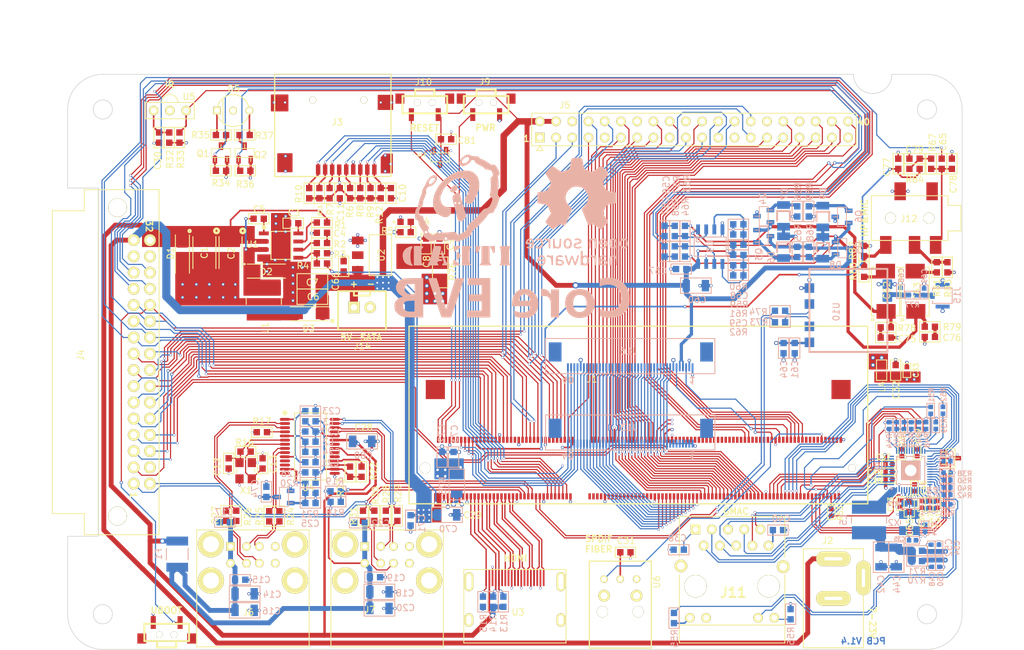
<source format=kicad_pcb>
(kicad_pcb (version 3) (host pcbnew "(2013-07-07 BZR 4022)-stable")
  (title_block (title "CORE EVB") (rev V1.2) (company "Itead studio"))
  (layers (15 F.Cu signal hide) (2 GND power hide) (1 VCC power hide) (0 B.Cu signal hide) (18 B.Paste user hide) (19 F.Paste user hide) (20 B.SilkS user) (21 F.SilkS user) (22 B.Mask user hide) (23 F.Mask user hide) (28 Edge.Cuts user))
  (net 0 "")
  (net 1 /gmac/25MI)
  (net 2 /gmac/25MO)
  (net 3 /gmac/ENSWREG)
  (net 4 /gmac/INT#)
  (net 5 /gmac/LED0)
  (net 6 /gmac/LED1)
  (net 7 /gmac/LED2)
  (net 8 /gmac/PHYRST#)
  (net 9 /gmac/PMEB)
  (net 10 /gmac/REGOUT)
  (net 11 /speaker&mic/HPLOUT)
  (net 12 /speaker&mic/HPROUT)
  (net 13 /speaker&mic/MIC)
  (net 14 /usb/HUBDM1)
  (net 15 /usb/HUBDM2)
  (net 16 /usb/HUBDM3)
  (net 17 /usb/HUBDP1)
  (net 18 /usb/HUBDP2)
  (net 19 /usb/HUBDP3)
  (net 20 /usb/HUBRST#)
  (net 21 /usb/HUBSEL)
  (net 22 /usb/OVCUR)
  (net 23 /usb/PGANG)
  (net 24 /usb/USB-AVDD)
  (net 25 /usb/USB-DVDD)
  (net 26 /usb/VBUS)
  (net 27 3V3)
  (net 28 5V)
  (net 29 AVDD10)
  (net 30 CLKIN)
  (net 31 DM0)
  (net 32 DM1)
  (net 33 DM2)
  (net 34 DP0)
  (net 35 DP1)
  (net 36 DP2)
  (net 37 DVDD10)
  (net 38 EGCLKIN)
  (net 39 EGTXCLK)
  (net 40 EMDC)
  (net 41 EMDIO)
  (net 42 ERXCLK)
  (net 43 ERXD0)
  (net 44 ERXD1)
  (net 45 ERXD2)
  (net 46 ERXD3)
  (net 47 ERXDV)
  (net 48 ETXD0)
  (net 49 ETXD1)
  (net 50 ETXD2)
  (net 51 ETXD3)
  (net 52 ETXEN)
  (net 53 GND)
  (net 54 HCEC)
  (net 55 HCOM)
  (net 56 HHPD)
  (net 57 HPL)
  (net 58 HPR)
  (net 59 HSCL)
  (net 60 HSDA)
  (net 61 HTX0N)
  (net 62 HTX0P)
  (net 63 HTX1N)
  (net 64 HTX1P)
  (net 65 HTX2N)
  (net 66 HTX2P)
  (net 67 HTXCN)
  (net 68 HTXCP)
  (net 69 I2C1-SCL)
  (net 70 I2C1-SDA)
  (net 71 I2C2-SCL)
  (net 72 I2C2-SDA)
  (net 73 I2S-BCLK)
  (net 74 I2S-DOUT)
  (net 75 I2S-LRCLK)
  (net 76 I2S-MCLK)
  (net 77 IR0-RX)
  (net 78 LCD0_CLK)
  (net 79 LCD0_D0)
  (net 80 LCD0_D1)
  (net 81 LCD0_D10)
  (net 82 LCD0_D11)
  (net 83 LCD0_D12)
  (net 84 LCD0_D13)
  (net 85 LCD0_D14)
  (net 86 LCD0_D15)
  (net 87 LCD0_D16)
  (net 88 LCD0_D17)
  (net 89 LCD0_D18)
  (net 90 LCD0_D19)
  (net 91 LCD0_D2)
  (net 92 LCD0_D20)
  (net 93 LCD0_D21)
  (net 94 LCD0_D22)
  (net 95 LCD0_D23)
  (net 96 LCD0_D3)
  (net 97 LCD0_D4)
  (net 98 LCD0_D5)
  (net 99 LCD0_D6)
  (net 100 LCD0_D7)
  (net 101 LCD0_D8)
  (net 102 LCD0_D9)
  (net 103 LCD0_DE)
  (net 104 LCD0_HSYNC)
  (net 105 LCD0_VSYNC)
  (net 106 LINL)
  (net 107 LINR)
  (net 108 MDI0+)
  (net 109 MDI0-)
  (net 110 MDI1+)
  (net 111 MDI1-)
  (net 112 MDI2+)
  (net 113 MDI2-)
  (net 114 MDI3+)
  (net 115 MDI3-)
  (net 116 N-00000129)
  (net 117 N-00000131)
  (net 118 N-00000132)
  (net 119 N-00000133)
  (net 120 N-00000134)
  (net 121 N-00000135)
  (net 122 N-00000136)
  (net 123 N-00000137)
  (net 124 N-00000138)
  (net 125 N-00000140)
  (net 126 N-00000141)
  (net 127 N-00000146)
  (net 128 N-00000149)
  (net 129 N-00000151)
  (net 130 N-00000157)
  (net 131 N-00000158)
  (net 132 N-00000159)
  (net 133 N-00000160)
  (net 134 N-00000161)
  (net 135 N-00000162)
  (net 136 N-00000163)
  (net 137 N-00000164)
  (net 138 N-00000165)
  (net 139 N-00000171)
  (net 140 N-00000175)
  (net 141 N-00000176)
  (net 142 N-00000180)
  (net 143 N-00000181)
  (net 144 N-00000182)
  (net 145 N-00000183)
  (net 146 N-00000184)
  (net 147 N-00000189)
  (net 148 N-00000191)
  (net 149 N-00000202)
  (net 150 N-00000210)
  (net 151 N-00000212)
  (net 152 N-00000213)
  (net 153 N-00000216)
  (net 154 N-00000217)
  (net 155 N-00000218)
  (net 156 N-00000219)
  (net 157 N-00000220)
  (net 158 N-00000221)
  (net 159 N-00000222)
  (net 160 N-00000223)
  (net 161 N-00000224)
  (net 162 N-00000225)
  (net 163 N-00000226)
  (net 164 N-00000227)
  (net 165 N-00000228)
  (net 166 N-00000230)
  (net 167 N-00000231)
  (net 168 N-00000232)
  (net 169 N-00000233)
  (net 170 N-00000234)
  (net 171 N-00000238)
  (net 172 PB13)
  (net 173 PB2)
  (net 174 PB22)
  (net 175 PB23)
  (net 176 PG0)
  (net 177 PG1)
  (net 178 PG10)
  (net 179 PG11)
  (net 180 PG2)
  (net 181 PG3)
  (net 182 PG4)
  (net 183 PG5)
  (net 184 PG6)
  (net 185 PG7)
  (net 186 PG8)
  (net 187 PG9)
  (net 188 PH1)
  (net 189 PH20)
  (net 190 PH21)
  (net 191 PH27)
  (net 192 PI10)
  (net 193 PI11)
  (net 194 PI12)
  (net 195 PI13)
  (net 196 PI14)
  (net 197 PI15)
  (net 198 PI16)
  (net 199 PI17)
  (net 200 PI18)
  (net 201 PI19)
  (net 202 PI20)
  (net 203 PI21)
  (net 204 PWR)
  (net 205 RESET)
  (net 206 RXCLK)
  (net 207 SD0-CLK)
  (net 208 SD0-CMD)
  (net 209 SD0-D0)
  (net 210 SD0-D1)
  (net 211 SD0-D2)
  (net 212 SD0-D3)
  (net 213 TVOUT0)
  (net 214 TVOUT1)
  (net 215 TVOUT2)
  (net 216 TXCLK)
  (net 217 UBOOT)
  (net 218 USB3V3)
  (net 219 VDD33)
  (net 220 VIN)
  (net 221 VMIC)
  (net 222 X1)
  (net 223 X2)
  (net 224 Y1)
  (net 225 Y2)
  (module RJ45-HY911130C (layer F.Cu) (at 203.995 190.11)
    (fp_text reference J11 (at 0.205 0.99) (layer F.SilkS) (effects (font (size 1.524 1.524) (thickness 0.3048))))
    (fp_text value RJ45-HR911130C hide)
    (pad "" thru_hole circle (at -5.715 0) (size 3.5 3.5) (drill 3.4) (layers *.Cu *.Mask F.SilkS))
    (pad "" thru_hole circle (at 5.715 0) (size 3.5 3.5) (drill 3.4) (layers *.Cu *.Mask F.SilkS))
    (pad 2 thru_hole circle (at -4.445 -6.35) (size 1.524 1.524) (drill 0.9) (layers *.Cu *.Mask F.SilkS) (net 108 MDI0+))
    (pad 3 thru_hole circle (at -3.175 -8.89) (size 1.524 1.524) (drill 0.9) (layers *.Cu *.Mask F.SilkS) (net 109 MDI0-))
    (pad 4 thru_hole circle (at -1.905 -6.35) (size 1.524 1.524) (drill 0.9) (layers *.Cu *.Mask F.SilkS) (net 110 MDI1+))
    (pad 5 thru_hole circle (at -0.635 -8.89) (size 1.524 1.524) (drill 0.9) (layers *.Cu *.Mask F.SilkS) (net 112 MDI2+))
    (pad 6 thru_hole circle (at 0.635 -6.35) (size 1.524 1.524) (drill 0.9) (layers *.Cu *.Mask F.SilkS) (net 113 MDI2-))
    (pad 7 thru_hole circle (at 1.905 -8.89) (size 1.524 1.524) (drill 0.9) (layers *.Cu *.Mask F.SilkS) (net 111 MDI1-))
    (pad 8 thru_hole circle (at 3.175 -6.35) (size 1.524 1.524) (drill 0.9) (layers *.Cu *.Mask F.SilkS) (net 114 MDI3+))
    (pad 9 thru_hole circle (at 4.445 -8.89) (size 1.524 1.524) (drill 0.9) (layers *.Cu *.Mask F.SilkS) (net 115 MDI3-))
    (pad 15 thru_hole circle (at -8.001 -3.175) (size 2 2) (drill 1.2) (layers *.Cu *.Mask F.SilkS))
    (pad 15 thru_hole circle (at 8.001 -3.048) (size 2 2) (drill 1.2) (layers *.Cu *.Mask F.SilkS))
    (pad 11 thru_hole circle (at -6.604 4.953) (size 1.5 1.5) (drill 0.9) (layers *.Cu *.Mask F.SilkS) (net 151 N-00000212))
    (pad 12 thru_hole circle (at -4.064 4.953) (size 1.5 1.5) (drill 0.9) (layers *.Cu *.Mask F.SilkS) (net 53 GND))
    (pad 13 thru_hole circle (at 4.064 4.953) (size 1.5 1.5) (drill 0.9) (layers *.Cu *.Mask F.SilkS) (net 5 /gmac/LED0))
    (pad 14 thru_hole circle (at 6.604 4.953) (size 1.5 1.5) (drill 0.9) (layers *.Cu *.Mask F.SilkS) (net 152 N-00000213))
    (pad 1 thru_hole rect (at -5.715 -8.89) (size 1.524 1.524) (drill 0.9) (layers *.Cu *.Mask F.SilkS) (net 148 N-00000191))
    (pad 10 thru_hole circle (at 5.715 -6.35) (size 1.524 1.524) (drill 0.9) (layers *.Cu *.Mask F.SilkS) (net 150 N-00000210))
  )
  (module ZCZ254-2X20 (layer F.Cu) (at 173.9 119.9)
    (fp_text reference J5 (at 3.937 -5.08) (layer F.SilkS))
    (fp_text value CON_2X20 hide)
    (pad 1 thru_hole rect (at 0 0) (size 1.5 1.5) (drill 0.9) (layers *.Cu *.Mask F.SilkS) (net 27 3V3))
    (pad 2 thru_hole circle (at 0 -2.54) (size 1.5 1.5) (drill 0.9) (layers *.Cu *.Mask F.SilkS) (net 28 5V))
    (pad 3 thru_hole circle (at 2.54 0) (size 1.5 1.5) (drill 0.9) (layers *.Cu *.Mask F.SilkS) (net 70 I2C1-SDA))
    (pad 4 thru_hole circle (at 2.54 -2.54) (size 1.5 1.5) (drill 0.9) (layers *.Cu *.Mask F.SilkS) (net 28 5V))
    (pad 5 thru_hole circle (at 5.08 0) (size 1.5 1.5) (drill 0.9) (layers *.Cu *.Mask F.SilkS) (net 69 I2C1-SCL))
    (pad 6 thru_hole circle (at 5.08 -2.54) (size 1.5 1.5) (drill 0.9) (layers *.Cu *.Mask F.SilkS) (net 53 GND))
    (pad 7 thru_hole circle (at 7.62 0) (size 1.5 1.5) (drill 0.9) (layers *.Cu *.Mask F.SilkS) (net 197 PI15))
    (pad 8 thru_hole circle (at 7.62 -2.54) (size 1.5 1.5) (drill 0.9) (layers *.Cu *.Mask F.SilkS) (net 178 PG10))
    (pad 9 thru_hole circle (at 10.16 0) (size 1.5 1.5) (drill 0.9) (layers *.Cu *.Mask F.SilkS) (net 53 GND))
    (pad 10 thru_hole circle (at 10.16 -2.54) (size 1.5 1.5) (drill 0.9) (layers *.Cu *.Mask F.SilkS) (net 179 PG11))
    (pad 11 thru_hole circle (at 12.7 0) (size 1.5 1.5) (drill 0.9) (layers *.Cu *.Mask F.SilkS) (net 198 PI16))
    (pad 12 thru_hole circle (at 12.7 -2.54) (size 1.5 1.5) (drill 0.9) (layers *.Cu *.Mask F.SilkS) (net 199 PI17))
    (pad 13 thru_hole circle (at 15.24 0) (size 1.5 1.5) (drill 0.9) (layers *.Cu *.Mask F.SilkS) (net 200 PI18))
    (pad 14 thru_hole circle (at 15.24 -2.54) (size 1.5 1.5) (drill 0.9) (layers *.Cu *.Mask F.SilkS) (net 53 GND))
    (pad 15 thru_hole circle (at 17.78 0) (size 1.5 1.5) (drill 0.9) (layers *.Cu *.Mask F.SilkS) (net 201 PI19))
    (pad 16 thru_hole circle (at 17.78 -2.54) (size 1.5 1.5) (drill 0.9) (layers *.Cu *.Mask F.SilkS) (net 202 PI20))
    (pad 17 thru_hole circle (at 20.32 0) (size 1.5 1.5) (drill 0.9) (layers *.Cu *.Mask F.SilkS) (net 27 3V3))
    (pad 18 thru_hole circle (at 20.32 -2.54) (size 1.5 1.5) (drill 0.9) (layers *.Cu *.Mask F.SilkS) (net 203 PI21))
    (pad 19 thru_hole circle (at 22.86 0) (size 1.5 1.5) (drill 0.9) (layers *.Cu *.Mask F.SilkS) (net 194 PI12))
    (pad 20 thru_hole circle (at 22.86 -2.54) (size 1.5 1.5) (drill 0.9) (layers *.Cu *.Mask F.SilkS) (net 53 GND))
    (pad 21 thru_hole circle (at 25.4 0) (size 1.5 1.5) (drill 0.9) (layers *.Cu *.Mask F.SilkS) (net 195 PI13))
    (pad 22 thru_hole circle (at 25.4 -2.54) (size 1.5 1.5) (drill 0.9) (layers *.Cu *.Mask F.SilkS) (net 176 PG0))
    (pad 23 thru_hole circle (at 27.94 0) (size 1.5 1.5) (drill 0.9) (layers *.Cu *.Mask F.SilkS) (net 193 PI11))
    (pad 24 thru_hole circle (at 27.94 -2.54) (size 1.5 1.5) (drill 0.9) (layers *.Cu *.Mask F.SilkS) (net 192 PI10))
    (pad 25 thru_hole circle (at 30.48 0) (size 1.5 1.5) (drill 0.9) (layers *.Cu *.Mask F.SilkS) (net 53 GND))
    (pad 26 thru_hole circle (at 30.48 -2.54) (size 1.5 1.5) (drill 0.9) (layers *.Cu *.Mask F.SilkS) (net 196 PI14))
    (pad 27 thru_hole circle (at 33.02 0) (size 1.5 1.5) (drill 0.9) (layers *.Cu *.Mask F.SilkS) (net 72 I2C2-SDA))
    (pad 28 thru_hole circle (at 33.02 -2.54) (size 1.5 1.5) (drill 0.9) (layers *.Cu *.Mask F.SilkS) (net 71 I2C2-SCL))
    (pad 29 thru_hole circle (at 35.56 0) (size 1.5 1.5) (drill 0.9) (layers *.Cu *.Mask F.SilkS) (net 177 PG1))
    (pad 30 thru_hole circle (at 35.56 -2.54) (size 1.5 1.5) (drill 0.9) (layers *.Cu *.Mask F.SilkS) (net 53 GND))
    (pad 31 thru_hole circle (at 38.1 0) (size 1.5 1.5) (drill 0.9) (layers *.Cu *.Mask F.SilkS) (net 180 PG2))
    (pad 32 thru_hole circle (at 38.1 -2.54) (size 1.5 1.5) (drill 0.9) (layers *.Cu *.Mask F.SilkS) (net 181 PG3))
    (pad 33 thru_hole circle (at 40.64 0) (size 1.5 1.5) (drill 0.9) (layers *.Cu *.Mask F.SilkS) (net 182 PG4))
    (pad 34 thru_hole circle (at 40.64 -2.54) (size 1.5 1.5) (drill 0.9) (layers *.Cu *.Mask F.SilkS) (net 53 GND))
    (pad 35 thru_hole circle (at 43.18 0) (size 1.5 1.5) (drill 0.9) (layers *.Cu *.Mask F.SilkS) (net 183 PG5))
    (pad 36 thru_hole circle (at 43.18 -2.54) (size 1.5 1.5) (drill 0.9) (layers *.Cu *.Mask F.SilkS) (net 184 PG6))
    (pad 37 thru_hole circle (at 45.72 0) (size 1.5 1.5) (drill 0.9) (layers *.Cu *.Mask F.SilkS) (net 185 PG7))
    (pad 38 thru_hole circle (at 45.72 -2.54) (size 1.5 1.5) (drill 0.9) (layers *.Cu *.Mask F.SilkS) (net 186 PG8))
    (pad 39 thru_hole circle (at 48.26 0) (size 1.5 1.5) (drill 0.9) (layers *.Cu *.Mask F.SilkS) (net 53 GND))
    (pad 40 thru_hole circle (at 48.26 -2.54) (size 1.5 1.5) (drill 0.9) (layers *.Cu *.Mask F.SilkS) (net 187 PG9))
  )
  (module USB_B_F_X2 (layer F.Cu) (at 150 183.9)
    (fp_text reference J7 (at -2.7 9.9) (layer F.SilkS))
    (fp_text value USB_B_F_X2 hide)
    (pad 1 thru_hole rect (at -3.5 0) (size 1.35 1.35) (drill 0.8) (layers *.Cu *.Mask F.SilkS) (net 26 /usb/VBUS))
    (pad 2 thru_hole circle (at -1 0) (size 1.35 1.35) (drill 0.8) (layers *.Cu *.Mask F.SilkS) (net 129 N-00000151))
    (pad 3 thru_hole circle (at 1 0) (size 1.35 1.35) (drill 0.8) (layers *.Cu *.Mask F.SilkS) (net 132 N-00000159))
    (pad 4 thru_hole circle (at 3.5 0) (size 1.35 1.35) (drill 0.8) (layers *.Cu *.Mask F.SilkS) (net 53 GND))
    (pad 5 thru_hole circle (at -3.5 2.62) (size 1.35 1.35) (drill 0.8) (layers *.Cu *.Mask F.SilkS) (net 26 /usb/VBUS))
    (pad 6 thru_hole circle (at -1 2.62) (size 1.35 1.35) (drill 0.8) (layers *.Cu *.Mask F.SilkS) (net 133 N-00000160))
    (pad 7 thru_hole circle (at 1 2.62) (size 1.35 1.35) (drill 0.8) (layers *.Cu *.Mask F.SilkS) (net 134 N-00000161))
    (pad 8 thru_hole circle (at 3.5 2.62) (size 1.35 1.35) (drill 0.8) (layers *.Cu *.Mask F.SilkS) (net 53 GND))
    (pad 9 thru_hole circle (at -6.57 -0.35) (size 4.1 4.1) (drill 2.5) (layers *.Cu *.Mask F.SilkS) (net 53 GND))
    (pad 10 thru_hole circle (at 6.57 -0.35) (size 4.1 4.1) (drill 2.5) (layers *.Cu *.Mask F.SilkS) (net 53 GND))
    (pad 11 thru_hole circle (at -6.57 5.33) (size 4.1 4.1) (drill 2.5) (layers *.Cu *.Mask F.SilkS) (net 53 GND))
    (pad 12 thru_hole circle (at 6.57 5.33) (size 4.1 4.1) (drill 2.5) (layers *.Cu *.Mask F.SilkS) (net 53 GND))
  )
  (module USB_B_F_X2 (layer F.Cu) (at 129 183.9)
    (fp_text reference J6 (at -0.7 10.3) (layer F.SilkS))
    (fp_text value USB_B_F_X2 hide)
    (pad 1 thru_hole rect (at -3.5 0) (size 1.35 1.35) (drill 0.8) (layers *.Cu *.Mask F.SilkS) (net 26 /usb/VBUS))
    (pad 2 thru_hole circle (at -1 0) (size 1.35 1.35) (drill 0.8) (layers *.Cu *.Mask F.SilkS) (net 131 N-00000158))
    (pad 3 thru_hole circle (at 1 0) (size 1.35 1.35) (drill 0.8) (layers *.Cu *.Mask F.SilkS) (net 130 N-00000157))
    (pad 4 thru_hole circle (at 3.5 0) (size 1.35 1.35) (drill 0.8) (layers *.Cu *.Mask F.SilkS) (net 53 GND))
    (pad 5 thru_hole circle (at -3.5 2.62) (size 1.35 1.35) (drill 0.8) (layers *.Cu *.Mask F.SilkS) (net 26 /usb/VBUS))
    (pad 6 thru_hole circle (at -1 2.62) (size 1.35 1.35) (drill 0.8) (layers *.Cu *.Mask F.SilkS) (net 127 N-00000146))
    (pad 7 thru_hole circle (at 1 2.62) (size 1.35 1.35) (drill 0.8) (layers *.Cu *.Mask F.SilkS) (net 128 N-00000149))
    (pad 8 thru_hole circle (at 3.5 2.62) (size 1.35 1.35) (drill 0.8) (layers *.Cu *.Mask F.SilkS) (net 53 GND))
    (pad 9 thru_hole circle (at -6.57 -0.35) (size 4.1 4.1) (drill 2.5) (layers *.Cu *.Mask F.SilkS) (net 53 GND))
    (pad 10 thru_hole circle (at 6.57 -0.35) (size 4.1 4.1) (drill 2.5) (layers *.Cu *.Mask F.SilkS) (net 53 GND))
    (pad 11 thru_hole circle (at -6.57 5.33) (size 4.1 4.1) (drill 2.5) (layers *.Cu *.Mask F.SilkS) (net 53 GND))
    (pad 12 thru_hole circle (at 6.57 5.33) (size 4.1 4.1) (drill 2.5) (layers *.Cu *.Mask F.SilkS) (net 53 GND))
  )
  (module STD1812 (layer B.Cu) (at 117.15 185.1 270)
    (fp_text reference F1 (at 0 2.9 270) (layer B.SilkS) (effects (justify mirror)))
    (fp_text value 500mA/1812 hide)
    (pad 1 smd rect (at -2.05 0 270) (size 1.4 3.4) (layers B.Cu B.Paste B.Mask) (net 28 5V))
    (pad 2 smd rect (at 2.05 0 270) (size 1.4 3.4) (layers B.Cu B.Paste B.Mask) (net 26 /usb/VBUS))
  )
  (module STD1206 (layer F.Cu) (at 138.3 144.8 180)
    (fp_text reference C6 (at -0.125 -0.025 180) (layer F.SilkS))
    (fp_text value 22uF/1206 hide)
    (pad 1 smd rect (at -1.5 0 180) (size 1.15 1.8) (layers F.Cu F.Paste F.Mask) (net 28 5V))
    (pad 2 smd rect (at 1.5 0 180) (size 1.15 1.8) (layers F.Cu F.Paste F.Mask) (net 53 GND))
  )
  (module STD1206 (layer B.Cu) (at 127.7 191.3)
    (fp_text reference C14 (at 4.3 0.1) (layer B.SilkS) (effects (justify mirror)))
    (fp_text value 22uF/1206 hide)
    (pad 1 smd rect (at -1.5 0) (size 1.15 1.8) (layers B.Cu B.Paste B.Mask) (net 26 /usb/VBUS))
    (pad 2 smd rect (at 1.5 0) (size 1.15 1.8) (layers B.Cu B.Paste B.Mask) (net 53 GND))
  )
  (module STD1206 (layer B.Cu) (at 127.7 193.9)
    (fp_text reference C16 (at 4.2 0.1) (layer B.SilkS) (effects (justify mirror)))
    (fp_text value 22uF/1206 hide)
    (pad 1 smd rect (at -1.5 0) (size 1.15 1.8) (layers B.Cu B.Paste B.Mask) (net 26 /usb/VBUS))
    (pad 2 smd rect (at 1.5 0) (size 1.15 1.8) (layers B.Cu B.Paste B.Mask) (net 53 GND))
  )
  (module STD1206 (layer B.Cu) (at 148.8 191)
    (fp_text reference C18 (at 4 0.2) (layer B.SilkS) (effects (justify mirror)))
    (fp_text value 22uF/1206 hide)
    (pad 1 smd rect (at -1.5 0) (size 1.15 1.8) (layers B.Cu B.Paste B.Mask) (net 26 /usb/VBUS))
    (pad 2 smd rect (at 1.5 0) (size 1.15 1.8) (layers B.Cu B.Paste B.Mask) (net 53 GND))
  )
  (module STD1206 (layer B.Cu) (at 148.8 193.6)
    (fp_text reference C20 (at 4.1 -0.1) (layer B.SilkS) (effects (justify mirror)))
    (fp_text value 22uF/1206 hide)
    (pad 1 smd rect (at -1.5 0) (size 1.15 1.8) (layers B.Cu B.Paste B.Mask) (net 26 /usb/VBUS))
    (pad 2 smd rect (at 1.5 0) (size 1.15 1.8) (layers B.Cu B.Paste B.Mask) (net 53 GND))
  )
  (module STD1206 (layer F.Cu) (at 138.3 142.4 180)
    (fp_text reference C7 (at 0.025 -0.175 180) (layer F.SilkS))
    (fp_text value 22uF/1206 hide)
    (pad 1 smd rect (at -1.5 0 180) (size 1.15 1.8) (layers F.Cu F.Paste F.Mask) (net 28 5V))
    (pad 2 smd rect (at 1.5 0 180) (size 1.15 1.8) (layers F.Cu F.Paste F.Mask) (net 53 GND))
  )
  (module STD1206 (layer F.Cu) (at 159.385 178.943)
    (fp_text reference C29 (at 4.015 0.057) (layer F.SilkS))
    (fp_text value 22uF/1206 hide)
    (pad 1 smd rect (at -1.5 0) (size 1.15 1.8) (layers F.Cu F.Paste F.Mask) (net 28 5V))
    (pad 2 smd rect (at 1.5 0) (size 1.15 1.8) (layers F.Cu F.Paste F.Mask) (net 53 GND))
  )
  (module STD0603 (layer F.Cu) (at 124 125.1 180)
    (fp_text reference R34 (at 0 -1.9 180) (layer F.SilkS))
    (fp_text value 1KR/0603 hide)
    (pad 1 smd rect (at -0.8 0 180) (size 1 1) (layers F.Cu F.Paste F.Mask) (net 53 GND))
    (pad 2 smd rect (at 0.8 0 180) (size 1 1) (layers F.Cu F.Paste F.Mask) (net 189 PH20))
  )
  (module STD0603 (layer F.Cu) (at 127.7 119.5)
    (fp_text reference R37 (at 3.1 0.1) (layer F.SilkS))
    (fp_text value 1KR/0603 hide)
    (pad 1 smd rect (at -0.8 0) (size 1 1) (layers F.Cu F.Paste F.Mask) (net 145 N-00000183))
    (pad 2 smd rect (at 0.8 0) (size 1 1) (layers F.Cu F.Paste F.Mask) (net 144 N-00000182))
  )
  (module STD0603 (layer F.Cu) (at 146.225 179.1 270)
    (fp_text reference R31 (at 0 1.525 270) (layer F.SilkS))
    (fp_text value 22R/0603 hide)
    (pad 1 smd rect (at -0.8 0 270) (size 1 1) (layers F.Cu F.Paste F.Mask) (net 34 DP0))
    (pad 2 smd rect (at 0.8 0 270) (size 1 1) (layers F.Cu F.Paste F.Mask) (net 134 N-00000161))
  )
  (module STD0603 (layer F.Cu) (at 127.8 125.1 180)
    (fp_text reference R36 (at 0 -2.1 180) (layer F.SilkS))
    (fp_text value 1KR/0603 hide)
    (pad 1 smd rect (at -0.8 0 180) (size 1 1) (layers F.Cu F.Paste F.Mask) (net 53 GND))
    (pad 2 smd rect (at 0.8 0 180) (size 1 1) (layers F.Cu F.Paste F.Mask) (net 190 PH21))
  )
  (module STD0603 (layer F.Cu) (at 124 119.5 180)
    (fp_text reference R35 (at 3.2 0 180) (layer F.SilkS))
    (fp_text value 1KR/0603 hide)
    (pad 1 smd rect (at -0.8 0 180) (size 1 1) (layers F.Cu F.Paste F.Mask) (net 142 N-00000180))
    (pad 2 smd rect (at 0.8 0 180) (size 1 1) (layers F.Cu F.Paste F.Mask) (net 143 N-00000181))
  )
  (module STD0603 (layer F.Cu) (at 227.4 156.3 270)
    (fp_text reference L4 (at 2.588 -0.047 270) (layer F.SilkS))
    (fp_text value 100R/100MHZ/0603 hide)
    (pad 1 smd rect (at -0.8 0 270) (size 1 1) (layers F.Cu F.Paste F.Mask) (net 27 3V3))
    (pad 2 smd rect (at 0.8 0 270) (size 1 1) (layers F.Cu F.Paste F.Mask) (net 219 VDD33))
  )
  (module STD0603 (layer F.Cu) (at 187.3 184.8)
    (fp_text reference C31 (at 0.1 -1.8) (layer F.SilkS))
    (fp_text value 4.7uF/0603 hide)
    (pad 1 smd rect (at -0.8 0) (size 1 1) (layers F.Cu F.Paste F.Mask) (net 27 3V3))
    (pad 2 smd rect (at 0.8 0) (size 1 1) (layers F.Cu F.Paste F.Mask) (net 53 GND))
  )
  (module STD0603 (layer F.Cu) (at 229.6 156.3 90)
    (fp_text reference C32 (at -3.088 0.072 90) (layer F.SilkS))
    (fp_text value 10uF/0603 hide)
    (pad 1 smd rect (at -0.8 0 90) (size 1 1) (layers F.Cu F.Paste F.Mask) (net 219 VDD33))
    (pad 2 smd rect (at 0.8 0 90) (size 1 1) (layers F.Cu F.Paste F.Mask) (net 53 GND))
  )
  (module STD0603 (layer F.Cu) (at 114.3 119.9 270)
    (fp_text reference C30 (at 3.6 0.2 270) (layer F.SilkS))
    (fp_text value 4.7uF/0603 hide)
    (pad 1 smd rect (at -0.8 0 270) (size 1 1) (layers F.Cu F.Paste F.Mask) (net 146 N-00000184))
    (pad 2 smd rect (at 0.8 0 270) (size 1 1) (layers F.Cu F.Paste F.Mask) (net 53 GND))
  )
  (module STD0603 (layer B.Cu) (at 195.65 184.4 180)
    (fp_text reference C38 (at 0.225 1.825 180) (layer B.SilkS) (effects (justify mirror)))
    (fp_text value 100nF/0603 hide)
    (pad 1 smd rect (at -0.8 0 180) (size 1 1) (layers B.Cu B.Paste B.Mask) (net 148 N-00000191))
    (pad 2 smd rect (at 0.8 0 180) (size 1 1) (layers B.Cu B.Paste B.Mask) (net 53 GND))
  )
  (module STD0603 (layer F.Cu) (at 117.5 119.9 270)
    (fp_text reference R33 (at 3.4 -0.2 270) (layer F.SilkS))
    (fp_text value 10KR/0603 hide)
    (pad 1 smd rect (at -0.8 0 270) (size 1 1) (layers F.Cu F.Paste F.Mask) (net 77 IR0-RX))
    (pad 2 smd rect (at 0.8 0 270) (size 1 1) (layers F.Cu F.Paste F.Mask) (net 27 3V3))
  )
  (module STD0603 (layer F.Cu) (at 115.9 119.9 270)
    (fp_text reference R32 (at 3.4 -0.1 270) (layer F.SilkS))
    (fp_text value 100R/0603 hide)
    (pad 1 smd rect (at -0.8 0 270) (size 1 1) (layers F.Cu F.Paste F.Mask) (net 146 N-00000184))
    (pad 2 smd rect (at 0.8 0 270) (size 1 1) (layers F.Cu F.Paste F.Mask) (net 27 3V3))
  )
  (module STD0603 (layer B.Cu) (at 213.15 194.5 90)
    (fp_text reference R56 (at -3.4 0.05 90) (layer B.SilkS) (effects (justify mirror)))
    (fp_text value 510R/0603 hide)
    (pad 1 smd rect (at -0.8 0 90) (size 1 1) (layers B.Cu B.Paste B.Mask) (net 152 N-00000213))
    (pad 2 smd rect (at 0.8 0 90) (size 1 1) (layers B.Cu B.Paste B.Mask) (net 27 3V3))
  )
  (module STD0603 (layer F.Cu) (at 148 179.1 90)
    (fp_text reference R30 (at 3.2 0.2 90) (layer F.SilkS))
    (fp_text value 22R/0603 hide)
    (pad 1 smd rect (at -0.8 0 90) (size 1 1) (layers F.Cu F.Paste F.Mask) (net 133 N-00000160))
    (pad 2 smd rect (at 0.8 0 90) (size 1 1) (layers F.Cu F.Paste F.Mask) (net 31 DM0))
  )
  (module STD0603 (layer F.Cu) (at 151.6 179.1 270)
    (fp_text reference R29 (at -3.5 -0.1 270) (layer F.SilkS))
    (fp_text value 22R/0603 hide)
    (pad 1 smd rect (at -0.8 0 270) (size 1 1) (layers F.Cu F.Paste F.Mask) (net 17 /usb/HUBDP1))
    (pad 2 smd rect (at 0.8 0 270) (size 1 1) (layers F.Cu F.Paste F.Mask) (net 132 N-00000159))
  )
  (module STD0603 (layer F.Cu) (at 149.8 179.1 90)
    (fp_text reference R28 (at 3.4 0.1 90) (layer F.SilkS))
    (fp_text value 22R/0603 hide)
    (pad 1 smd rect (at -0.8 0 90) (size 1 1) (layers F.Cu F.Paste F.Mask) (net 129 N-00000151))
    (pad 2 smd rect (at 0.8 0 90) (size 1 1) (layers F.Cu F.Paste F.Mask) (net 14 /usb/HUBDM1))
  )
  (module STD0603 (layer F.Cu) (at 126.39 179.1 270)
    (fp_text reference R27 (at -0.1 3.29 270) (layer F.SilkS))
    (fp_text value 22R/0603 hide)
    (pad 1 smd rect (at -0.8 0 270) (size 1 1) (layers F.Cu F.Paste F.Mask) (net 18 /usb/HUBDP2))
    (pad 2 smd rect (at 0.8 0 270) (size 1 1) (layers F.Cu F.Paste F.Mask) (net 128 N-00000149))
  )
  (module STD0603 (layer F.Cu) (at 124.79 179.1 90)
    (fp_text reference R26 (at -0.1 3.41 90) (layer F.SilkS))
    (fp_text value 22R/0603 hide)
    (pad 1 smd rect (at -0.8 0 90) (size 1 1) (layers F.Cu F.Paste F.Mask) (net 127 N-00000146))
    (pad 2 smd rect (at 0.8 0 90) (size 1 1) (layers F.Cu F.Paste F.Mask) (net 15 /usb/HUBDM2))
  )
  (module STD0603 (layer F.Cu) (at 133.14 179.17 270)
    (fp_text reference R25 (at 0.03 3.14 270) (layer F.SilkS))
    (fp_text value 22R/0603 hide)
    (pad 1 smd rect (at -0.8 0 270) (size 1 1) (layers F.Cu F.Paste F.Mask) (net 19 /usb/HUBDP3))
    (pad 2 smd rect (at 0.8 0 270) (size 1 1) (layers F.Cu F.Paste F.Mask) (net 130 N-00000157))
  )
  (module STD0603 (layer F.Cu) (at 131.54 179.17 90)
    (fp_text reference R24 (at -0.03 3.36 90) (layer F.SilkS))
    (fp_text value 22R/0603 hide)
    (pad 1 smd rect (at -0.8 0 90) (size 1 1) (layers F.Cu F.Paste F.Mask) (net 131 N-00000158))
    (pad 2 smd rect (at 0.8 0 90) (size 1 1) (layers F.Cu F.Paste F.Mask) (net 16 /usb/HUBDM3))
  )
  (module STD0603 (layer B.Cu) (at 138 165.9 180)
    (fp_text reference C27 (at -3.1 -0.1 180) (layer B.SilkS) (effects (justify mirror)))
    (fp_text value 100nF/0603 hide)
    (pad 1 smd rect (at -0.8 0 180) (size 1 1) (layers B.Cu B.Paste B.Mask) (net 218 USB3V3))
    (pad 2 smd rect (at 0.8 0 180) (size 1 1) (layers B.Cu B.Paste B.Mask) (net 53 GND))
  )
  (module STD0603 (layer F.Cu) (at 235.15 124 270)
    (fp_text reference R67 (at -3.3 -0.225 270) (layer F.SilkS))
    (fp_text value 2KR/0603 hide)
    (pad 1 smd rect (at -0.8 0 270) (size 1 1) (layers F.Cu F.Paste F.Mask) (net 163 N-00000226))
    (pad 2 smd rect (at 0.8 0 270) (size 1 1) (layers F.Cu F.Paste F.Mask) (net 13 /speaker&mic/MIC))
  )
  (module STD0603 (layer F.Cu) (at 236.8 124 270)
    (fp_text reference C65 (at -3.4 -0.2 270) (layer F.SilkS))
    (fp_text value 1uF/0603 hide)
    (pad 1 smd rect (at -0.8 0 270) (size 1 1) (layers F.Cu F.Paste F.Mask) (net 106 LINL))
    (pad 2 smd rect (at 0.8 0 270) (size 1 1) (layers F.Cu F.Paste F.Mask) (net 13 /speaker&mic/MIC))
  )
  (module STD0603 (layer B.Cu) (at 196.023 140.469 180)
    (fp_text reference C67 (at 3.623 -0.281 180) (layer B.SilkS) (effects (justify mirror)))
    (fp_text value 100nF/0603 hide)
    (pad 1 smd rect (at -0.8 0 180) (size 1 1) (layers B.Cu B.Paste B.Mask) (net 28 5V))
    (pad 2 smd rect (at 0.8 0 180) (size 1 1) (layers B.Cu B.Paste B.Mask) (net 53 GND))
  )
  (module STD0603 (layer B.Cu) (at 204.973 139.869 180)
    (fp_text reference C59 (at -0.027 -9.081 180) (layer B.SilkS) (effects (justify mirror)))
    (fp_text value 10uF/0603 hide)
    (pad 1 smd rect (at -0.8 0 180) (size 1 1) (layers B.Cu B.Paste B.Mask) (net 166 N-00000230))
    (pad 2 smd rect (at 0.8 0 180) (size 1 1) (layers B.Cu B.Paste B.Mask) (net 53 GND))
  )
  (module STD0603 (layer B.Cu) (at 193.423 137.719 270)
    (fp_text reference C57 (at -7.169 -0.177 270) (layer B.SilkS) (effects (justify mirror)))
    (fp_text value 10uF/0603 hide)
    (pad 1 smd rect (at -0.8 0 270) (size 1 1) (layers B.Cu B.Paste B.Mask) (net 58 HPR))
    (pad 2 smd rect (at 0.8 0 270) (size 1 1) (layers B.Cu B.Paste B.Mask) (net 167 N-00000231))
  )
  (module STD0603 (layer B.Cu) (at 196.623 137.719 270)
    (fp_text reference R64 (at -6.969 -0.077 270) (layer B.SilkS) (effects (justify mirror)))
    (fp_text value 100KR/0603 hide)
    (pad 1 smd rect (at -0.8 0 270) (size 1 1) (layers B.Cu B.Paste B.Mask) (net 171 N-00000238))
    (pad 2 smd rect (at 0.8 0 270) (size 1 1) (layers B.Cu B.Paste B.Mask) (net 164 N-00000227))
  )
  (module STD0603 (layer B.Cu) (at 195.023 137.719 90)
    (fp_text reference R58 (at 6.969 0.127 90) (layer B.SilkS) (effects (justify mirror)))
    (fp_text value 20KR/0603 hide)
    (pad 1 smd rect (at -0.8 0 90) (size 1 1) (layers B.Cu B.Paste B.Mask) (net 167 N-00000231))
    (pad 2 smd rect (at 0.8 0 90) (size 1 1) (layers B.Cu B.Paste B.Mask) (net 171 N-00000238))
  )
  (module STD0603 (layer B.Cu) (at 204.973 141.469 180)
    (fp_text reference R62 (at -0.027 -8.881 180) (layer B.SilkS) (effects (justify mirror)))
    (fp_text value 10KR/0603 hide)
    (pad 1 smd rect (at -0.8 0 180) (size 1 1) (layers B.Cu B.Paste B.Mask) (net 166 N-00000230))
    (pad 2 smd rect (at 0.8 0 180) (size 1 1) (layers B.Cu B.Paste B.Mask) (net 53 GND))
  )
  (module STD0603 (layer B.Cu) (at 204.973 138.269)
    (fp_text reference R61 (at 0.027 9.181) (layer B.SilkS) (effects (justify mirror)))
    (fp_text value 10KR/0603 hide)
    (pad 1 smd rect (at -0.8 0) (size 1 1) (layers B.Cu B.Paste B.Mask) (net 28 5V))
    (pad 2 smd rect (at 0.8 0) (size 1 1) (layers B.Cu B.Paste B.Mask) (net 166 N-00000230))
  )
  (module STD0603 (layer B.Cu) (at 211.175 181.325)
    (fp_text reference C40 (at 0.508 -1.778) (layer B.SilkS) (effects (justify mirror)))
    (fp_text value 100nF/0603 hide)
    (pad 1 smd rect (at -0.8 0) (size 1 1) (layers B.Cu B.Paste B.Mask) (net 150 N-00000210))
    (pad 2 smd rect (at 0.8 0) (size 1 1) (layers B.Cu B.Paste B.Mask) (net 53 GND))
  )
  (module STD0603 (layer B.Cu) (at 204.973 135.069 180)
    (fp_text reference C58 (at -0.127 -9.581 180) (layer B.SilkS) (effects (justify mirror)))
    (fp_text value 10uF/0603 hide)
    (pad 1 smd rect (at -0.8 0 180) (size 1 1) (layers B.Cu B.Paste B.Mask) (net 170 N-00000234))
    (pad 2 smd rect (at 0.8 0 180) (size 1 1) (layers B.Cu B.Paste B.Mask) (net 53 GND))
  )
  (module STD0603 (layer B.Cu) (at 193.423 134.519 90)
    (fp_text reference C56 (at 7.219 0.277 90) (layer B.SilkS) (effects (justify mirror)))
    (fp_text value 10uF/0603 hide)
    (pad 1 smd rect (at -0.8 0 90) (size 1 1) (layers B.Cu B.Paste B.Mask) (net 57 HPL))
    (pad 2 smd rect (at 0.8 0 90) (size 1 1) (layers B.Cu B.Paste B.Mask) (net 168 N-00000232))
  )
  (module STD0603 (layer B.Cu) (at 196.623 134.519 90)
    (fp_text reference R63 (at 7.419 0.327 90) (layer B.SilkS) (effects (justify mirror)))
    (fp_text value 100KR/0603 hide)
    (pad 1 smd rect (at -0.8 0 90) (size 1 1) (layers B.Cu B.Paste B.Mask) (net 169 N-00000233))
    (pad 2 smd rect (at 0.8 0 90) (size 1 1) (layers B.Cu B.Paste B.Mask) (net 162 N-00000225))
  )
  (module STD0603 (layer B.Cu) (at 195.023 134.519 270)
    (fp_text reference R57 (at -7.269 -0.327 270) (layer B.SilkS) (effects (justify mirror)))
    (fp_text value 20KR/0603 hide)
    (pad 1 smd rect (at -0.8 0 270) (size 1 1) (layers B.Cu B.Paste B.Mask) (net 168 N-00000232))
    (pad 2 smd rect (at 0.8 0 270) (size 1 1) (layers B.Cu B.Paste B.Mask) (net 169 N-00000233))
  )
  (module STD0603 (layer B.Cu) (at 204.973 133.469 180)
    (fp_text reference R60 (at -0.027 -9.781 180) (layer B.SilkS) (effects (justify mirror)))
    (fp_text value 10KR/0603 hide)
    (pad 1 smd rect (at -0.8 0 180) (size 1 1) (layers B.Cu B.Paste B.Mask) (net 170 N-00000234))
    (pad 2 smd rect (at 0.8 0 180) (size 1 1) (layers B.Cu B.Paste B.Mask) (net 53 GND))
  )
  (module STD0603 (layer B.Cu) (at 204.973 136.669)
    (fp_text reference R59 (at 0.127 9.381) (layer B.SilkS) (effects (justify mirror)))
    (fp_text value 10KR/0603 hide)
    (pad 1 smd rect (at -0.8 0) (size 1 1) (layers B.Cu B.Paste B.Mask) (net 28 5V))
    (pad 2 smd rect (at 0.8 0) (size 1 1) (layers B.Cu B.Paste B.Mask) (net 170 N-00000234))
  )
  (module STD0603 (layer F.Cu) (at 231.725 177.675 270)
    (fp_text reference C55 (at 3.225 -0.075 270) (layer F.SilkS))
    (fp_text value 10uF/0603 hide)
    (pad 1 smd rect (at -0.8 0 270) (size 1 1) (layers F.Cu F.Paste F.Mask) (net 219 VDD33))
    (pad 2 smd rect (at 0.8 0 270) (size 1 1) (layers F.Cu F.Paste F.Mask) (net 53 GND))
  )
  (module STD0603 (layer F.Cu) (at 135.3 133.3 180)
    (fp_text reference C3 (at -0.1 1.6 180) (layer F.SilkS))
    (fp_text value 100nF/0603 hide)
    (pad 1 smd rect (at -0.8 0 180) (size 1 1) (layers F.Cu F.Paste F.Mask) (net 118 N-00000132))
    (pad 2 smd rect (at 0.8 0 180) (size 1 1) (layers F.Cu F.Paste F.Mask) (net 53 GND))
  )
  (module STD0603 (layer B.Cu) (at 194.9 195.1 270)
    (fp_text reference R55 (at 3.2 -0.1 270) (layer B.SilkS) (effects (justify mirror)))
    (fp_text value 510R/0603 hide)
    (pad 1 smd rect (at -0.8 0 270) (size 1 1) (layers B.Cu B.Paste B.Mask) (net 6 /gmac/LED1))
    (pad 2 smd rect (at 0.8 0 270) (size 1 1) (layers B.Cu B.Paste B.Mask) (net 151 N-00000212))
  )
  (module STD0603 (layer F.Cu) (at 127.85 169.05)
    (fp_text reference R16 (at -0.15 -1.45) (layer F.SilkS))
    (fp_text value 1MR/0603 hide)
    (pad 1 smd rect (at -0.8 0) (size 1 1) (layers F.Cu F.Paste F.Mask) (net 140 N-00000175))
    (pad 2 smd rect (at 0.8 0) (size 1 1) (layers F.Cu F.Paste F.Mask) (net 141 N-00000176))
  )
  (module STD0603 (layer F.Cu) (at 158.2 136.5 90)
    (fp_text reference C9 (at -0.125 1.7 90) (layer F.SilkS))
    (fp_text value 100nF/0603 hide)
    (pad 1 smd rect (at -0.8 0 90) (size 1 1) (layers F.Cu F.Paste F.Mask) (net 125 N-00000140))
    (pad 2 smd rect (at 0.8 0 90) (size 1 1) (layers F.Cu F.Paste F.Mask) (net 53 GND))
  )
  (module STD0603 (layer F.Cu) (at 152.9 134.7)
    (fp_text reference R5 (at -2.85 -0.2) (layer F.SilkS))
    (fp_text value 1KR/0603 hide)
    (pad 1 smd rect (at -0.8 0) (size 1 1) (layers F.Cu F.Paste F.Mask) (net 27 3V3))
    (pad 2 smd rect (at 0.8 0) (size 1 1) (layers F.Cu F.Paste F.Mask) (net 124 N-00000138))
  )
  (module STD0603 (layer B.Cu) (at 138 167.5)
    (fp_text reference L2 (at 2.8 0) (layer B.SilkS) (effects (justify mirror)))
    (fp_text value 100R/100MHZ/0603 hide)
    (pad 1 smd rect (at -0.8 0) (size 1 1) (layers B.Cu B.Paste B.Mask) (net 24 /usb/USB-AVDD))
    (pad 2 smd rect (at 0.8 0) (size 1 1) (layers B.Cu B.Paste B.Mask) (net 218 USB3V3))
  )
  (module STD0603 (layer B.Cu) (at 138 164.3 180)
    (fp_text reference L3 (at -2.8 -0.1 180) (layer B.SilkS) (effects (justify mirror)))
    (fp_text value 100R/100MHZ/0603 hide)
    (pad 1 smd rect (at -0.8 0 180) (size 1 1) (layers B.Cu B.Paste B.Mask) (net 25 /usb/USB-DVDD))
    (pad 2 smd rect (at 0.8 0 180) (size 1 1) (layers B.Cu B.Paste B.Mask) (net 218 USB3V3))
  )
  (module STD0603 (layer F.Cu) (at 150.6 128.6 270)
    (fp_text reference C10 (at 0 -1.8 270) (layer F.SilkS))
    (fp_text value 100nF/0603 hide)
    (pad 1 smd rect (at -0.8 0 270) (size 1 1) (layers F.Cu F.Paste F.Mask) (net 188 PH1))
    (pad 2 smd rect (at 0.8 0 270) (size 1 1) (layers F.Cu F.Paste F.Mask) (net 53 GND))
  )
  (module STD0603 (layer F.Cu) (at 142.6 128.6 270)
    (fp_text reference C11 (at 3 -0.1 270) (layer F.SilkS))
    (fp_text value 100nF/0603 hide)
    (pad 1 smd rect (at -0.8 0 270) (size 1 1) (layers F.Cu F.Paste F.Mask) (net 27 3V3))
    (pad 2 smd rect (at 0.8 0 270) (size 1 1) (layers F.Cu F.Paste F.Mask) (net 53 GND))
  )
  (module STD0603 (layer F.Cu) (at 130.51 170.9 90)
    (fp_text reference C13 (at -0.1 1.69 90) (layer F.SilkS))
    (fp_text value 12pF/0603 hide)
    (pad 1 smd rect (at -0.8 0 90) (size 1 1) (layers F.Cu F.Paste F.Mask) (net 141 N-00000176))
    (pad 2 smd rect (at 0.8 0 90) (size 1 1) (layers F.Cu F.Paste F.Mask) (net 53 GND))
  )
  (module STD0603 (layer F.Cu) (at 144.2 128.6 90)
    (fp_text reference R6 (at -2.9 0 90) (layer F.SilkS))
    (fp_text value 10KR/0603 hide)
    (pad 1 smd rect (at -0.8 0 90) (size 1 1) (layers F.Cu F.Paste F.Mask) (net 27 3V3))
    (pad 2 smd rect (at 0.8 0 90) (size 1 1) (layers F.Cu F.Paste F.Mask) (net 207 SD0-CLK))
  )
  (module STD0603 (layer F.Cu) (at 141 128.6 90)
    (fp_text reference R7 (at -2.5 0.1 90) (layer F.SilkS))
    (fp_text value 10KR/0603 hide)
    (pad 1 smd rect (at -0.8 0 90) (size 1 1) (layers F.Cu F.Paste F.Mask) (net 27 3V3))
    (pad 2 smd rect (at 0.8 0 90) (size 1 1) (layers F.Cu F.Paste F.Mask) (net 208 SD0-CMD))
  )
  (module STD0603 (layer F.Cu) (at 145.8 128.6 90)
    (fp_text reference R8 (at -2.8 0 90) (layer F.SilkS))
    (fp_text value 10KR/0603 hide)
    (pad 1 smd rect (at -0.8 0 90) (size 1 1) (layers F.Cu F.Paste F.Mask) (net 27 3V3))
    (pad 2 smd rect (at 0.8 0 90) (size 1 1) (layers F.Cu F.Paste F.Mask) (net 209 SD0-D0))
  )
  (module STD0603 (layer F.Cu) (at 125.2 170.89 270)
    (fp_text reference C12 (at 0.508 1.778 270) (layer F.SilkS))
    (fp_text value 12pF/0603 hide)
    (pad 1 smd rect (at -0.8 0 270) (size 1 1) (layers F.Cu F.Paste F.Mask) (net 140 N-00000175))
    (pad 2 smd rect (at 0.8 0 270) (size 1 1) (layers F.Cu F.Paste F.Mask) (net 53 GND))
  )
  (module STD0603 (layer F.Cu) (at 147.4 128.6 90)
    (fp_text reference R9 (at -2.9 0 90) (layer F.SilkS))
    (fp_text value 10KR/0603 hide)
    (pad 1 smd rect (at -0.8 0 90) (size 1 1) (layers F.Cu F.Paste F.Mask) (net 27 3V3))
    (pad 2 smd rect (at 0.8 0 90) (size 1 1) (layers F.Cu F.Paste F.Mask) (net 210 SD0-D1))
  )
  (module STD0603 (layer F.Cu) (at 137.8 128.6 90)
    (fp_text reference R10 (at -0.1 -1.6 90) (layer F.SilkS))
    (fp_text value 10KR/0603 hide)
    (pad 1 smd rect (at -0.8 0 90) (size 1 1) (layers F.Cu F.Paste F.Mask) (net 27 3V3))
    (pad 2 smd rect (at 0.8 0 90) (size 1 1) (layers F.Cu F.Paste F.Mask) (net 211 SD0-D2))
  )
  (module STD0603 (layer F.Cu) (at 139.4 128.6 90)
    (fp_text reference R11 (at -2.7 0.1 90) (layer F.SilkS) (effects (font (size 0.6 0.6))))
    (fp_text value 10KR/0603 hide)
    (pad 1 smd rect (at -0.8 0 90) (size 1 1) (layers F.Cu F.Paste F.Mask) (net 27 3V3))
    (pad 2 smd rect (at 0.8 0 90) (size 1 1) (layers F.Cu F.Paste F.Mask) (net 212 SD0-D3))
  )
  (module STD0603 (layer F.Cu) (at 149 128.6 90)
    (fp_text reference R12 (at -3.4 -0.2 90) (layer F.SilkS))
    (fp_text value 10KR/0603 hide)
    (pad 1 smd rect (at -0.8 0 90) (size 1 1) (layers F.Cu F.Paste F.Mask) (net 27 3V3))
    (pad 2 smd rect (at 0.8 0 90) (size 1 1) (layers F.Cu F.Paste F.Mask) (net 188 PH1))
  )
  (module STD0603 (layer B.Cu) (at 138 172.3 180)
    (fp_text reference C26 (at 3.2 -0.2 180) (layer B.SilkS) (effects (justify mirror)))
    (fp_text value 100nF/0603 hide)
    (pad 1 smd rect (at -0.8 0 180) (size 1 1) (layers B.Cu B.Paste B.Mask) (net 25 /usb/USB-DVDD))
    (pad 2 smd rect (at 0.8 0 180) (size 1 1) (layers B.Cu B.Paste B.Mask) (net 53 GND))
  )
  (module STD0603 (layer B.Cu) (at 165 192.55 270)
    (fp_text reference R15 (at 3.35 -0.1 270) (layer B.SilkS) (effects (justify mirror)))
    (fp_text value 10KR/0603 hide)
    (pad 1 smd rect (at -0.8 0 270) (size 1 1) (layers B.Cu B.Paste B.Mask) (net 56 HHPD))
    (pad 2 smd rect (at 0.8 0 270) (size 1 1) (layers B.Cu B.Paste B.Mask) (net 53 GND))
  )
  (module STD0603 (layer B.Cu) (at 168.2 192.55 90)
    (fp_text reference R13 (at -3.35 0.1 90) (layer B.SilkS) (effects (justify mirror)))
    (fp_text value 10KR/0603 hide)
    (pad 1 smd rect (at -0.8 0 90) (size 1 1) (layers B.Cu B.Paste B.Mask) (net 28 5V))
    (pad 2 smd rect (at 0.8 0 90) (size 1 1) (layers B.Cu B.Paste B.Mask) (net 59 HSCL))
  )
  (module STD0603 (layer F.Cu) (at 139.8 133.2 180)
    (fp_text reference R1 (at -2.9 -0.4 180) (layer F.SilkS))
    (fp_text value 100KR/0603 hide)
    (pad 1 smd rect (at -0.8 0 180) (size 1 1) (layers F.Cu F.Paste F.Mask) (net 220 VIN))
    (pad 2 smd rect (at 0.8 0 180) (size 1 1) (layers F.Cu F.Paste F.Mask) (net 122 N-00000136))
  )
  (module STD0603 (layer B.Cu) (at 166.6 192.55 90)
    (fp_text reference R14 (at -3.35 0 90) (layer B.SilkS) (effects (justify mirror)))
    (fp_text value 10KR/0603 hide)
    (pad 1 smd rect (at -0.8 0 90) (size 1 1) (layers B.Cu B.Paste B.Mask) (net 28 5V))
    (pad 2 smd rect (at 0.8 0 90) (size 1 1) (layers B.Cu B.Paste B.Mask) (net 60 HSDA))
  )
  (module STD0603 (layer F.Cu) (at 156.1 136.5 90)
    (fp_text reference C8 (at -2.8 0.1 90) (layer F.SilkS))
    (fp_text value 10uF/0603 hide)
    (pad 1 smd rect (at -0.8 0 90) (size 1 1) (layers F.Cu F.Paste F.Mask) (net 125 N-00000140))
    (pad 2 smd rect (at 0.8 0 90) (size 1 1) (layers F.Cu F.Paste F.Mask) (net 53 GND))
  )
  (module STD0603 (layer B.Cu) (at 138 169.1)
    (fp_text reference C24 (at 3.3 0) (layer B.SilkS) (effects (justify mirror)))
    (fp_text value 100nF/0603 hide)
    (pad 1 smd rect (at -0.8 0) (size 1 1) (layers B.Cu B.Paste B.Mask) (net 24 /usb/USB-AVDD))
    (pad 2 smd rect (at 0.8 0) (size 1 1) (layers B.Cu B.Paste B.Mask) (net 53 GND))
  )
  (module STD0603 (layer B.Cu) (at 138 162.7)
    (fp_text reference C23 (at 3.3 0) (layer B.SilkS) (effects (justify mirror)))
    (fp_text value 100nF/0603 hide)
    (pad 1 smd rect (at -0.8 0) (size 1 1) (layers B.Cu B.Paste B.Mask) (net 24 /usb/USB-AVDD))
    (pad 2 smd rect (at 0.8 0) (size 1 1) (layers B.Cu B.Paste B.Mask) (net 53 GND))
  )
  (module STD0603 (layer B.Cu) (at 138 170.7)
    (fp_text reference C21 (at 3.1 0.1) (layer B.SilkS) (effects (justify mirror)))
    (fp_text value 100nF/0603 hide)
    (pad 1 smd rect (at -0.8 0) (size 1 1) (layers B.Cu B.Paste B.Mask) (net 24 /usb/USB-AVDD))
    (pad 2 smd rect (at 0.8 0) (size 1 1) (layers B.Cu B.Paste B.Mask) (net 53 GND))
  )
  (module STD0603 (layer F.Cu) (at 129.9 132.6 180)
    (fp_text reference C5 (at -0.1 1.5 180) (layer F.SilkS))
    (fp_text value 10nF/0603 hide)
    (pad 1 smd rect (at -0.8 0 180) (size 1 1) (layers F.Cu F.Paste F.Mask) (net 119 N-00000133))
    (pad 2 smd rect (at 0.8 0 180) (size 1 1) (layers F.Cu F.Paste F.Mask) (net 121 N-00000135))
  )
  (module STD0603 (layer F.Cu) (at 139.8 136.4)
    (fp_text reference R2 (at 2.8 0.2) (layer F.SilkS))
    (fp_text value 6.8KR/0603 hide)
    (pad 1 smd rect (at -0.8 0) (size 1 1) (layers F.Cu F.Paste F.Mask) (net 120 N-00000134))
    (pad 2 smd rect (at 0.8 0) (size 1 1) (layers F.Cu F.Paste F.Mask) (net 123 N-00000137))
  )
  (module STD0603 (layer F.Cu) (at 144.2 172.2 270)
    (fp_text reference R23 (at 2.4 1.5 270) (layer F.SilkS))
    (fp_text value 10KR/0603 hide)
    (pad 1 smd rect (at -0.8 0 270) (size 1 1) (layers F.Cu F.Paste F.Mask) (net 21 /usb/HUBSEL))
    (pad 2 smd rect (at 0.8 0 270) (size 1 1) (layers F.Cu F.Paste F.Mask) (net 25 /usb/USB-DVDD))
  )
  (module STD0603 (layer F.Cu) (at 146 172.2 270)
    (fp_text reference R22 (at -0.1 -1.9 270) (layer F.SilkS))
    (fp_text value 10KR/0603 hide)
    (pad 1 smd rect (at -0.8 0 270) (size 1 1) (layers F.Cu F.Paste F.Mask) (net 23 /usb/PGANG))
    (pad 2 smd rect (at 0.8 0 270) (size 1 1) (layers F.Cu F.Paste F.Mask) (net 25 /usb/USB-DVDD))
  )
  (module STD0603 (layer B.Cu) (at 138 177.1)
    (fp_text reference C25 (at -0.025 3.2) (layer B.SilkS) (effects (justify mirror)))
    (fp_text value 1uF/0603 hide)
    (pad 1 smd rect (at -0.8 0) (size 1 1) (layers B.Cu B.Paste B.Mask) (net 20 /usb/HUBRST#))
    (pad 2 smd rect (at 0.8 0) (size 1 1) (layers B.Cu B.Paste B.Mask) (net 53 GND))
  )
  (module STD0603 (layer B.Cu) (at 138 175.5 180)
    (fp_text reference R21 (at 0.125 -3.325 180) (layer B.SilkS) (effects (justify mirror)))
    (fp_text value NC/10KR/0603 hide)
    (pad 1 smd rect (at -0.8 0 180) (size 1 1) (layers B.Cu B.Paste B.Mask) (net 53 GND))
    (pad 2 smd rect (at 0.8 0 180) (size 1 1) (layers B.Cu B.Paste B.Mask) (net 20 /usb/HUBRST#))
  )
  (module STD0603 (layer B.Cu) (at 138 173.9)
    (fp_text reference R20 (at -3.3 0.1) (layer B.SilkS) (effects (justify mirror)))
    (fp_text value 10KR/0603 hide)
    (pad 1 smd rect (at -0.8 0) (size 1 1) (layers B.Cu B.Paste B.Mask) (net 20 /usb/HUBRST#))
    (pad 2 smd rect (at 0.8 0) (size 1 1) (layers B.Cu B.Paste B.Mask) (net 25 /usb/USB-DVDD))
  )
  (module STD0603 (layer B.Cu) (at 145.7 180.2 180)
    (fp_text reference C22 (at -3.3 -0.1 180) (layer B.SilkS) (effects (justify mirror)))
    (fp_text value 100nF/0603 hide)
    (pad 1 smd rect (at -0.8 0 180) (size 1 1) (layers B.Cu B.Paste B.Mask) (net 26 /usb/VBUS))
    (pad 2 smd rect (at 0.8 0 180) (size 1 1) (layers B.Cu B.Paste B.Mask) (net 53 GND))
  )
  (module STD0603 (layer F.Cu) (at 139.8 139.6)
    (fp_text reference R4 (at -2.975 0.375) (layer F.SilkS))
    (fp_text value 44.2KR/0603 hide)
    (pad 1 smd rect (at -0.8 0) (size 1 1) (layers F.Cu F.Paste F.Mask) (net 117 N-00000131))
    (pad 2 smd rect (at 0.8 0) (size 1 1) (layers F.Cu F.Paste F.Mask) (net 28 5V))
  )
  (module STD0603 (layer F.Cu) (at 130.4 166)
    (fp_text reference R17 (at 0 -1.7) (layer F.SilkS))
    (fp_text value 680R/0603 hide)
    (pad 1 smd rect (at -0.8 0) (size 1 1) (layers F.Cu F.Paste F.Mask) (net 53 GND))
    (pad 2 smd rect (at 0.8 0) (size 1 1) (layers F.Cu F.Paste F.Mask) (net 139 N-00000171))
  )
  (module STD0603 (layer F.Cu) (at 139.8 138)
    (fp_text reference R3 (at 2.8 0.2) (layer F.SilkS))
    (fp_text value 10KR/0603 hide)
    (pad 1 smd rect (at -0.8 0) (size 1 1) (layers F.Cu F.Paste F.Mask) (net 117 N-00000131))
    (pad 2 smd rect (at 0.8 0) (size 1 1) (layers F.Cu F.Paste F.Mask) (net 53 GND))
  )
  (module STD0603 (layer B.Cu) (at 141.948 176.911 180)
    (fp_text reference R18 (at 0.048 -1.689 180) (layer B.SilkS) (effects (justify mirror)))
    (fp_text value 10KR/0603 hide)
    (pad 1 smd rect (at -0.8 0 180) (size 1 1) (layers B.Cu B.Paste B.Mask) (net 22 /usb/OVCUR))
    (pad 2 smd rect (at 0.8 0 180) (size 1 1) (layers B.Cu B.Paste B.Mask) (net 26 /usb/VBUS))
  )
  (module STD0603 (layer B.Cu) (at 141.948 175.26)
    (fp_text reference R19 (at -0.148 -1.56) (layer B.SilkS) (effects (justify mirror)))
    (fp_text value 10KR/0603 hide)
    (pad 1 smd rect (at -0.8 0) (size 1 1) (layers B.Cu B.Paste B.Mask) (net 53 GND))
    (pad 2 smd rect (at 0.8 0) (size 1 1) (layers B.Cu B.Paste B.Mask) (net 22 /usb/OVCUR))
  )
  (module STD0603 (layer B.Cu) (at 127 189.1)
    (fp_text reference C15 (at 3.3 0) (layer B.SilkS) (effects (justify mirror)))
    (fp_text value 100nF/0603 hide)
    (pad 1 smd rect (at -0.8 0) (size 1 1) (layers B.Cu B.Paste B.Mask) (net 26 /usb/VBUS))
    (pad 2 smd rect (at 0.8 0) (size 1 1) (layers B.Cu B.Paste B.Mask) (net 53 GND))
  )
  (module STD0603 (layer F.Cu) (at 139.8 134.8 180)
    (fp_text reference C4 (at -2.8 -0.1 180) (layer F.SilkS))
    (fp_text value 3.9nF/0603 hide)
    (pad 1 smd rect (at -0.8 0 180) (size 1 1) (layers F.Cu F.Paste F.Mask) (net 123 N-00000137))
    (pad 2 smd rect (at 0.8 0 180) (size 1 1) (layers F.Cu F.Paste F.Mask) (net 53 GND))
  )
  (module STD0603 (layer B.Cu) (at 148.1 188.7)
    (fp_text reference C19 (at 3.3 0.1) (layer B.SilkS) (effects (justify mirror)))
    (fp_text value 100nF/0603 hide)
    (pad 1 smd rect (at -0.8 0) (size 1 1) (layers B.Cu B.Paste B.Mask) (net 26 /usb/VBUS))
    (pad 2 smd rect (at 0.8 0) (size 1 1) (layers B.Cu B.Paste B.Mask) (net 53 GND))
  )
  (module STD0603 (layer B.Cu) (at 124.6 180.1 180)
    (fp_text reference C17 (at 0.1 1.6 180) (layer B.SilkS) (effects (justify mirror)))
    (fp_text value 100nF/0603 hide)
    (pad 1 smd rect (at -0.8 0 180) (size 1 1) (layers B.Cu B.Paste B.Mask) (net 26 /usb/VBUS))
    (pad 2 smd rect (at 0.8 0 180) (size 1 1) (layers B.Cu B.Paste B.Mask) (net 53 GND))
  )
  (module STD0402 (layer B.Cu) (at 236.45 186.55 270)
    (fp_text reference C50 (at 2.45 -0.15 270) (layer B.SilkS) (effects (font (size 0.8 0.8)) (justify mirror)))
    (fp_text value 100nF/0402 hide)
    (pad 1 smd rect (at -0.53 0 270) (size 0.69 0.74) (layers B.Cu B.Paste B.Mask) (net 29 AVDD10))
    (pad 2 smd rect (at 0.53 0 270) (size 0.69 0.74) (layers B.Cu B.Paste B.Mask) (net 53 GND))
  )
  (module STD0402 (layer B.Cu) (at 232.225 182.925)
    (fp_text reference C35 (at -2.025 -0.225) (layer B.SilkS) (effects (font (size 0.6 0.6)) (justify mirror)))
    (fp_text value 22pF/0402 hide)
    (pad 1 smd rect (at -0.53 0) (size 0.69 0.74) (layers B.Cu B.Paste B.Mask) (net 2 /gmac/25MO))
    (pad 2 smd rect (at 0.53 0) (size 0.69 0.74) (layers B.Cu B.Paste B.Mask) (net 53 GND))
  )
  (module STD0402 (layer F.Cu) (at 230.3 177.175 270)
    (fp_text reference C53 (at 0.125 1.5 270) (layer F.SilkS) (effects (font (size 0.8 0.8))))
    (fp_text value 100nF/0402 hide)
    (pad 1 smd rect (at -0.53 0 270) (size 0.69 0.74) (layers F.Cu F.Paste F.Mask) (net 219 VDD33))
    (pad 2 smd rect (at 0.53 0 270) (size 0.69 0.74) (layers F.Cu F.Paste F.Mask) (net 53 GND))
  )
  (module STD0402 (layer F.Cu) (at 230.55 169.225 270)
    (fp_text reference C51 (at -2.425 -0.05 270) (layer F.SilkS) (effects (font (size 0.8 0.8))))
    (fp_text value 100nF/0402 hide)
    (pad 1 smd rect (at -0.53 0 270) (size 0.69 0.74) (layers F.Cu F.Paste F.Mask) (net 219 VDD33))
    (pad 2 smd rect (at 0.53 0 270) (size 0.69 0.74) (layers F.Cu F.Paste F.Mask) (net 53 GND))
  )
  (module STD0402 (layer F.Cu) (at 232.95 169.225 270)
    (fp_text reference C49 (at -2.625 -0.15 270) (layer F.SilkS) (effects (font (size 0.8 0.8))))
    (fp_text value 100nF/0402 hide)
    (pad 1 smd rect (at -0.53 0 270) (size 0.69 0.74) (layers F.Cu F.Paste F.Mask) (net 219 VDD33))
    (pad 2 smd rect (at 0.53 0 270) (size 0.69 0.74) (layers F.Cu F.Paste F.Mask) (net 53 GND))
  )
  (module STD0402 (layer B.Cu) (at 235.25 186.55 270)
    (fp_text reference C48 (at 2.45 -0.05 270) (layer B.SilkS) (effects (font (size 0.8 0.8)) (justify mirror)))
    (fp_text value 100nF/0402 hide)
    (pad 1 smd rect (at -0.53 0 270) (size 0.69 0.74) (layers B.Cu B.Paste B.Mask) (net 29 AVDD10))
    (pad 2 smd rect (at 0.53 0 270) (size 0.69 0.74) (layers B.Cu B.Paste B.Mask) (net 53 GND))
  )
  (module STD0402 (layer F.Cu) (at 234.85 177.3 270)
    (fp_text reference C47 (at 2.5 -0.25 270) (layer F.SilkS) (effects (font (size 0.8 0.8))))
    (fp_text value 100nF/0402 hide)
    (pad 1 smd rect (at -0.53 0 270) (size 0.69 0.74) (layers F.Cu F.Paste F.Mask) (net 219 VDD33))
    (pad 2 smd rect (at 0.53 0 270) (size 0.69 0.74) (layers F.Cu F.Paste F.Mask) (net 53 GND))
  )
  (module STD0402 (layer F.Cu) (at 232.55 174.7 90)
    (fp_text reference C46 (at 0 1.45 90) (layer F.SilkS) (effects (font (size 0.8 0.8))))
    (fp_text value 100nF/0402 hide)
    (pad 1 smd rect (at -0.53 0 90) (size 0.69 0.74) (layers F.Cu F.Paste F.Mask) (net 219 VDD33))
    (pad 2 smd rect (at 0.53 0 90) (size 0.69 0.74) (layers F.Cu F.Paste F.Mask) (net 53 GND))
  )
  (module STD0402 (layer B.Cu) (at 235.175 184.15 90)
    (fp_text reference C52 (at 0.05 2.725 90) (layer B.SilkS) (effects (justify mirror)))
    (fp_text value 100nF/0402 hide)
    (pad 1 smd rect (at -0.53 0 90) (size 0.69 0.74) (layers B.Cu B.Paste B.Mask) (net 37 DVDD10))
    (pad 2 smd rect (at 0.53 0 90) (size 0.69 0.74) (layers B.Cu B.Paste B.Mask) (net 53 GND))
  )
  (module STD0402 (layer B.Cu) (at 236.375 184.15 90)
    (fp_text reference C54 (at 0.05 2.825 90) (layer B.SilkS) (effects (font (size 0.8 0.8)) (justify mirror)))
    (fp_text value 100nF/0402 hide)
    (pad 1 smd rect (at -0.53 0 90) (size 0.69 0.74) (layers B.Cu B.Paste B.Mask) (net 37 DVDD10))
    (pad 2 smd rect (at 0.53 0 90) (size 0.69 0.74) (layers B.Cu B.Paste B.Mask) (net 53 GND))
  )
  (module STD0402 (layer F.Cu) (at 228.55 173.4 180)
    (fp_text reference C36 (at 2.25 -0.2 180) (layer F.SilkS) (effects (font (size 0.8 0.8))))
    (fp_text value 100nF/0402 hide)
    (pad 1 smd rect (at -0.53 0 180) (size 0.69 0.74) (layers F.Cu F.Paste F.Mask) (net 29 AVDD10))
    (pad 2 smd rect (at 0.53 0 180) (size 0.69 0.74) (layers F.Cu F.Paste F.Mask) (net 53 GND))
  )
  (module STD0402 (layer F.Cu) (at 228.55 171.025 180)
    (fp_text reference C37 (at 0.85 1.125 180) (layer F.SilkS) (effects (font (size 0.8 0.8))))
    (fp_text value 100nF/0402 hide)
    (pad 1 smd rect (at -0.53 0 180) (size 0.69 0.74) (layers F.Cu F.Paste F.Mask) (net 29 AVDD10))
    (pad 2 smd rect (at 0.53 0 180) (size 0.69 0.74) (layers F.Cu F.Paste F.Mask) (net 53 GND))
  )
  (module STD0402 (layer F.Cu) (at 233.65 177.3 270)
    (fp_text reference C39 (at 2.5 -0.05 270) (layer F.SilkS) (effects (font (size 0.8 0.8))))
    (fp_text value 100nF/0402 hide)
    (pad 1 smd rect (at -0.53 0 270) (size 0.69 0.74) (layers F.Cu F.Paste F.Mask) (net 29 AVDD10))
    (pad 2 smd rect (at 0.53 0 270) (size 0.69 0.74) (layers F.Cu F.Paste F.Mask) (net 53 GND))
  )
  (module STD0402 (layer F.Cu) (at 236.05 177.3 270)
    (fp_text reference C41 (at 2.4 -0.25 270) (layer F.SilkS) (effects (font (size 0.8 0.8))))
    (fp_text value 100nF/0402 hide)
    (pad 1 smd rect (at -0.53 0 270) (size 0.69 0.74) (layers F.Cu F.Paste F.Mask) (net 37 DVDD10))
    (pad 2 smd rect (at 0.53 0 270) (size 0.69 0.74) (layers F.Cu F.Paste F.Mask) (net 53 GND))
  )
  (module STD0402 (layer B.Cu) (at 237.639 170.544)
    (fp_text reference C43 (at -0.039 -1.144) (layer B.SilkS) (effects (font (size 0.8 0.8)) (justify mirror)))
    (fp_text value 100nF/0402 hide)
    (pad 1 smd rect (at -0.53 0) (size 0.69 0.74) (layers B.Cu B.Paste B.Mask) (net 37 DVDD10))
    (pad 2 smd rect (at 0.53 0) (size 0.69 0.74) (layers B.Cu B.Paste B.Mask) (net 53 GND))
  )
  (module STD0402 (layer F.Cu) (at 228.55 172.225 180)
    (fp_text reference C45 (at 2.25 -0.075 180) (layer F.SilkS) (effects (font (size 0.8 0.8))))
    (fp_text value 100nF/0402 hide)
    (pad 1 smd rect (at -0.53 0 180) (size 0.69 0.74) (layers F.Cu F.Paste F.Mask) (net 219 VDD33))
    (pad 2 smd rect (at 0.53 0 180) (size 0.69 0.74) (layers F.Cu F.Paste F.Mask) (net 53 GND))
  )
  (module STD0402 (layer B.Cu) (at 233.193 164.976 90)
    (fp_text reference R47 (at -2.324 0.107 90) (layer B.SilkS) (effects (font (size 0.8 0.8)) (justify mirror)))
    (fp_text value 4.7KR/0402 hide)
    (pad 1 smd rect (at -0.53 0 90) (size 0.69 0.74) (layers B.Cu B.Paste B.Mask) (net 45 ERXD2))
    (pad 2 smd rect (at 0.53 0 90) (size 0.69 0.74) (layers B.Cu B.Paste B.Mask) (net 219 VDD33))
  )
  (module STD0402 (layer F.Cu) (at 231.35 156.35 90)
    (fp_text reference C33 (at 0.025 1.425 90) (layer F.SilkS) (effects (font (size 0.8 0.8))))
    (fp_text value 100nF/0402 hide)
    (pad 1 smd rect (at -0.53 0 90) (size 0.69 0.74) (layers F.Cu F.Paste F.Mask) (net 219 VDD33))
    (pad 2 smd rect (at 0.53 0 90) (size 0.69 0.74) (layers F.Cu F.Paste F.Mask) (net 53 GND))
  )
  (module STD0402 (layer B.Cu) (at 237.639 172.344)
    (fp_text reference R38 (at 2.761 0.156) (layer B.SilkS) (effects (font (size 0.8 0.8)) (justify mirror)))
    (fp_text value 1.5KR/0402 hide)
    (pad 1 smd rect (at -0.53 0) (size 0.69 0.74) (layers B.Cu B.Paste B.Mask) (net 41 EMDIO))
    (pad 2 smd rect (at 0.53 0) (size 0.69 0.74) (layers B.Cu B.Paste B.Mask) (net 219 VDD33))
  )
  (module STD0402 (layer B.Cu) (at 235.875 164.975 90)
    (fp_text reference R39 (at -0.025 1.325 90) (layer B.SilkS) (effects (font (size 0.8 0.8)) (justify mirror)))
    (fp_text value 4.7KR/0402 hide)
    (pad 1 smd rect (at -0.53 0 90) (size 0.69 0.74) (layers B.Cu B.Paste B.Mask) (net 4 /gmac/INT#))
    (pad 2 smd rect (at 0.53 0 90) (size 0.69 0.74) (layers B.Cu B.Paste B.Mask) (net 219 VDD33))
  )
  (module STD0402 (layer B.Cu) (at 237.639 174.644)
    (fp_text reference R40 (at 2.761 0.156) (layer B.SilkS) (effects (font (size 0.8 0.8)) (justify mirror)))
    (fp_text value 4.7KR/0402 hide)
    (pad 1 smd rect (at -0.53 0) (size 0.69 0.74) (layers B.Cu B.Paste B.Mask) (net 9 /gmac/PMEB))
    (pad 2 smd rect (at 0.53 0) (size 0.69 0.74) (layers B.Cu B.Paste B.Mask) (net 219 VDD33))
  )
  (module STD0402 (layer B.Cu) (at 235.55 177.425 270)
    (fp_text reference R41 (at -2.025 -0.35 270) (layer B.SilkS) (effects (font (size 0.6 0.6)) (justify mirror)))
    (fp_text value 0R/0402 hide)
    (pad 1 smd rect (at -0.53 0 270) (size 0.69 0.74) (layers B.Cu B.Paste B.Mask) (net 3 /gmac/ENSWREG))
    (pad 2 smd rect (at 0.53 0 270) (size 0.69 0.74) (layers B.Cu B.Paste B.Mask) (net 219 VDD33))
  )
  (module STD0402 (layer B.Cu) (at 237.639 175.794)
    (fp_text reference R42 (at 2.761 0.106) (layer B.SilkS) (effects (font (size 0.8 0.8)) (justify mirror)))
    (fp_text value 4.7KR/0402 hide)
    (pad 1 smd rect (at -0.53 0) (size 0.69 0.74) (layers B.Cu B.Paste B.Mask) (net 5 /gmac/LED0))
    (pad 2 smd rect (at 0.53 0) (size 0.69 0.74) (layers B.Cu B.Paste B.Mask) (net 219 VDD33))
  )
  (module STD0402 (layer B.Cu) (at 237.625 177.3)
    (fp_text reference R43 (at 0.1 1.4) (layer B.SilkS) (effects (font (size 0.8 0.8)) (justify mirror)))
    (fp_text value 4.7KR/0402 hide)
    (pad 1 smd rect (at -0.53 0) (size 0.69 0.74) (layers B.Cu B.Paste B.Mask) (net 6 /gmac/LED1))
    (pad 2 smd rect (at 0.53 0) (size 0.69 0.74) (layers B.Cu B.Paste B.Mask) (net 53 GND))
  )
  (module STD0402 (layer B.Cu) (at 228.593 164.976 90)
    (fp_text reference R44 (at -2.424 0.007 90) (layer B.SilkS) (effects (font (size 0.8 0.8)) (justify mirror)))
    (fp_text value 4.7KR/0402 hide)
    (pad 1 smd rect (at -0.53 0 90) (size 0.69 0.74) (layers B.Cu B.Paste B.Mask) (net 47 ERXDV))
    (pad 2 smd rect (at 0.53 0 90) (size 0.69 0.74) (layers B.Cu B.Paste B.Mask) (net 53 GND))
  )
  (module STD0402 (layer B.Cu) (at 229.743 164.976 90)
    (fp_text reference R45 (at -2.324 0.057 90) (layer B.SilkS) (effects (font (size 0.8 0.8)) (justify mirror)))
    (fp_text value NC/4.7KR/0402 hide)
    (pad 1 smd rect (at -0.53 0 90) (size 0.69 0.74) (layers B.Cu B.Paste B.Mask) (net 43 ERXD0))
    (pad 2 smd rect (at 0.53 0 90) (size 0.69 0.74) (layers B.Cu B.Paste B.Mask) (net 53 GND))
  )
  (module STD0402 (layer B.Cu) (at 230.893 164.976 90)
    (fp_text reference R46 (at -2.324 0.007 90) (layer B.SilkS) (effects (font (size 0.8 0.8)) (justify mirror)))
    (fp_text value 4.7KR/0402 hide)
    (pad 1 smd rect (at -0.53 0 90) (size 0.69 0.74) (layers B.Cu B.Paste B.Mask) (net 43 ERXD0))
    (pad 2 smd rect (at 0.53 0 90) (size 0.69 0.74) (layers B.Cu B.Paste B.Mask) (net 219 VDD33))
  )
  (module STD0402 (layer B.Cu) (at 234.343 164.976 90)
    (fp_text reference R48 (at -2.324 0.157 90) (layer B.SilkS) (effects (font (size 0.8 0.8)) (justify mirror)))
    (fp_text value 4.7KR/0402 hide)
    (pad 1 smd rect (at -0.53 0 90) (size 0.69 0.74) (layers B.Cu B.Paste B.Mask) (net 46 ERXD3))
    (pad 2 smd rect (at 0.53 0 90) (size 0.69 0.74) (layers B.Cu B.Paste B.Mask) (net 219 VDD33))
  )
  (module STD0402 (layer B.Cu) (at 232.043 164.976 90)
    (fp_text reference R49 (at -2.324 0.057 90) (layer B.SilkS) (effects (font (size 0.8 0.8)) (justify mirror)))
    (fp_text value 4.7KR/0402 hide)
    (pad 1 smd rect (at -0.53 0 90) (size 0.69 0.74) (layers B.Cu B.Paste B.Mask) (net 44 ERXD1))
    (pad 2 smd rect (at 0.53 0 90) (size 0.69 0.74) (layers B.Cu B.Paste B.Mask) (net 219 VDD33))
  )
  (module STD0402 (layer B.Cu) (at 237.639 173.494)
    (fp_text reference R50 (at 2.761 0.106) (layer B.SilkS) (effects (font (size 0.8 0.8)) (justify mirror)))
    (fp_text value 4.7KR/0402 hide)
    (pad 1 smd rect (at -0.53 0) (size 0.69 0.74) (layers B.Cu B.Paste B.Mask) (net 7 /gmac/LED2))
    (pad 2 smd rect (at 0.53 0) (size 0.69 0.74) (layers B.Cu B.Paste B.Mask) (net 219 VDD33))
  )
  (module STD0402 (layer B.Cu) (at 235.078 162.591 90)
    (fp_text reference R51 (at 2.391 0.122 90) (layer B.SilkS) (effects (font (size 0.8 0.8)) (justify mirror)))
    (fp_text value 0R/0402 hide)
    (pad 1 smd rect (at -0.53 0 90) (size 0.69 0.74) (layers B.Cu B.Paste B.Mask) (net 206 RXCLK))
    (pad 2 smd rect (at 0.53 0 90) (size 0.69 0.74) (layers B.Cu B.Paste B.Mask) (net 42 ERXCLK))
  )
  (module STD0402 (layer B.Cu) (at 234.35 177.425 270)
    (fp_text reference R54 (at -2.025 -0.55 270) (layer B.SilkS) (effects (font (size 0.6 0.6)) (justify mirror)))
    (fp_text value 2.49KR/0402 hide)
    (pad 1 smd rect (at -0.53 0 270) (size 0.69 0.74) (layers B.Cu B.Paste B.Mask) (net 149 N-00000202))
    (pad 2 smd rect (at 0.53 0 270) (size 0.69 0.74) (layers B.Cu B.Paste B.Mask) (net 53 GND))
  )
  (module STD0402 (layer B.Cu) (at 236.993 162.576 90)
    (fp_text reference R52 (at 2.476 0.107 90) (layer B.SilkS) (effects (font (size 0.8 0.8)) (justify mirror)))
    (fp_text value 0R/0402 hide)
    (pad 1 smd rect (at -0.53 0 90) (size 0.69 0.74) (layers B.Cu B.Paste B.Mask) (net 216 TXCLK))
    (pad 2 smd rect (at 0.53 0 90) (size 0.69 0.74) (layers B.Cu B.Paste B.Mask) (net 39 EGTXCLK))
  )
  (module STD0402 (layer B.Cu) (at 234.2 181.025 270)
    (fp_text reference C34 (at 0.075 -1.4 270) (layer B.SilkS) (effects (font (size 0.8 0.8)) (justify mirror)))
    (fp_text value 22pF/0402 hide)
    (pad 1 smd rect (at -0.53 0 270) (size 0.69 0.74) (layers B.Cu B.Paste B.Mask) (net 1 /gmac/25MI))
    (pad 2 smd rect (at 0.53 0 270) (size 0.69 0.74) (layers B.Cu B.Paste B.Mask) (net 53 GND))
  )
  (module STD0402 (layer F.Cu) (at 219.525 178.575 270)
    (fp_text reference R53 (at 0.1 -1.4 270) (layer F.SilkS) (effects (font (size 0.8 0.8))))
    (fp_text value 0R/0402 hide)
    (pad 1 smd rect (at -0.53 0 270) (size 0.69 0.74) (layers F.Cu F.Paste F.Mask) (net 38 EGCLKIN))
    (pad 2 smd rect (at 0.53 0 270) (size 0.69 0.74) (layers F.Cu F.Paste F.Mask) (net 30 CLKIN))
  )
  (module SSOP-28 (layer F.Cu) (at 134 164)
    (fp_text reference U4 (at 3.7 10.7) (layer F.SilkS))
    (fp_text value GL850G hide)
    (pad 1 smd oval (at 0 0) (size 1.6 0.45) (layers F.Cu F.Paste F.Mask) (net 24 /usb/USB-AVDD))
    (pad 2 smd oval (at 0 0.65) (size 1.6 0.45) (layers F.Cu F.Paste F.Mask) (net 15 /usb/HUBDM2))
    (pad 3 smd oval (at 0 1.3) (size 1.6 0.45) (layers F.Cu F.Paste F.Mask) (net 18 /usb/HUBDP2))
    (pad 4 smd oval (at 0 1.95) (size 1.6 0.45) (layers F.Cu F.Paste F.Mask) (net 139 N-00000171))
    (pad 5 smd oval (at 0 2.6) (size 1.6 0.45) (layers F.Cu F.Paste F.Mask) (net 24 /usb/USB-AVDD))
    (pad 6 smd oval (at 0 3.25) (size 1.6 0.45) (layers F.Cu F.Paste F.Mask) (net 140 N-00000175))
    (pad 7 smd oval (at 0 3.9) (size 1.6 0.45) (layers F.Cu F.Paste F.Mask) (net 141 N-00000176))
    (pad 8 smd oval (at 0 4.55) (size 1.6 0.45) (layers F.Cu F.Paste F.Mask) (net 16 /usb/HUBDM3))
    (pad 9 smd oval (at 0 5.2) (size 1.6 0.45) (layers F.Cu F.Paste F.Mask) (net 19 /usb/HUBDP3))
    (pad 10 smd oval (at 0 5.85) (size 1.6 0.45) (layers F.Cu F.Paste F.Mask) (net 24 /usb/USB-AVDD))
    (pad 11 smd oval (at 0 6.5) (size 1.6 0.45) (layers F.Cu F.Paste F.Mask))
    (pad 12 smd oval (at 0 7.15) (size 1.6 0.45) (layers F.Cu F.Paste F.Mask))
    (pad 13 smd oval (at 0 7.8) (size 1.6 0.45) (layers F.Cu F.Paste F.Mask) (net 20 /usb/HUBRST#))
    (pad 14 smd oval (at 0 8.45) (size 1.6 0.45) (layers F.Cu F.Paste F.Mask))
    (pad 15 smd oval (at 7.8 8.45) (size 1.6 0.45) (layers F.Cu F.Paste F.Mask) (net 53 GND))
    (pad 16 smd oval (at 7.8 7.8) (size 1.6 0.45) (layers F.Cu F.Paste F.Mask) (net 25 /usb/USB-DVDD))
    (pad 17 smd oval (at 7.8 7.15) (size 1.6 0.45) (layers F.Cu F.Paste F.Mask) (net 21 /usb/HUBSEL))
    (pad 18 smd oval (at 7.8 6.5) (size 1.6 0.45) (layers F.Cu F.Paste F.Mask) (net 23 /usb/PGANG))
    (pad 19 smd oval (at 7.8 5.85) (size 1.6 0.45) (layers F.Cu F.Paste F.Mask))
    (pad 20 smd oval (at 7.8 5.2) (size 1.6 0.45) (layers F.Cu F.Paste F.Mask))
    (pad 21 smd oval (at 7.8 4.55) (size 1.6 0.45) (layers F.Cu F.Paste F.Mask) (net 22 /usb/OVCUR))
    (pad 22 smd oval (at 7.8 3.9) (size 1.6 0.45) (layers F.Cu F.Paste F.Mask))
    (pad 23 smd oval (at 7.8 3.25) (size 1.6 0.45) (layers F.Cu F.Paste F.Mask) (net 28 5V))
    (pad 24 smd oval (at 7.8 2.6) (size 1.6 0.45) (layers F.Cu F.Paste F.Mask) (net 218 USB3V3))
    (pad 25 smd oval (at 7.8 1.95) (size 1.6 0.45) (layers F.Cu F.Paste F.Mask) (net 32 DM1))
    (pad 26 smd oval (at 7.8 1.3) (size 1.6 0.45) (layers F.Cu F.Paste F.Mask) (net 35 DP1))
    (pad 27 smd oval (at 7.8 0.65) (size 1.6 0.45) (layers F.Cu F.Paste F.Mask) (net 14 /usb/HUBDM1))
    (pad 28 smd oval (at 7.8 0) (size 1.6 0.45) (layers F.Cu F.Paste F.Mask) (net 17 /usb/HUBDP1))
  )
  (module sot_23 (layer F.Cu) (at 127.7 122.3)
    (fp_text reference Q2 (at 2.5 0.3) (layer F.SilkS))
    (fp_text value 2N7002 hide)
    (pad 1 smd rect (at -0.9525 1.05664) (size 0.7 1.2) (layers F.Cu F.Paste F.Mask) (net 190 PH21))
    (pad 3 smd rect (at 0 -1.05664) (size 0.7 1.2) (layers F.Cu F.Paste F.Mask) (net 145 N-00000183))
    (pad 2 smd rect (at 0.9525 1.05664) (size 0.7 1.2) (layers F.Cu F.Paste F.Mask) (net 53 GND))
  )
  (module sot_23 (layer F.Cu) (at 124 122.3)
    (fp_text reference Q1 (at -2.8 0.1) (layer F.SilkS))
    (fp_text value 2N7002 hide)
    (pad 1 smd rect (at -0.9525 1.05664) (size 0.7 1.2) (layers F.Cu F.Paste F.Mask) (net 189 PH20))
    (pad 3 smd rect (at 0 -1.05664) (size 0.7 1.2) (layers F.Cu F.Paste F.Mask) (net 142 N-00000180))
    (pad 2 smd rect (at 0.9525 1.05664) (size 0.7 1.2) (layers F.Cu F.Paste F.Mask) (net 53 GND))
  )
  (module sot_23 (layer F.Cu) (at 238.175 170.075 270)
    (fp_text reference U7 (at 2.525 0.075 270) (layer F.SilkS) (effects (font (size 0.50038 0.50038) (thickness 0.09906))))
    (fp_text value APX809 hide)
    (pad 1 smd rect (at -0.9525 1.05664 270) (size 0.7 1.2) (layers F.Cu F.Paste F.Mask) (net 53 GND))
    (pad 3 smd rect (at 0 -1.05664 270) (size 0.7 1.2) (layers F.Cu F.Paste F.Mask) (net 219 VDD33))
    (pad 2 smd rect (at 0.9525 1.05664 270) (size 0.7 1.2) (layers F.Cu F.Paste F.Mask) (net 8 /gmac/PHYRST#))
  )
  (module SOT-223 (layer F.Cu) (at 145.4 138.3 270)
    (fp_text reference U2 (at 0 -3.7 270) (layer F.SilkS))
    (fp_text value LM1117 hide)
    (pad 1 smd rect (at -2.3 0 270) (size 1.2 1.8) (layers F.Cu F.Paste F.Mask) (net 53 GND))
    (pad 2 smd rect (at 0 0 270) (size 1.2 1.8) (layers F.Cu F.Paste F.Mask))
    (pad 3 smd rect (at 2.3 0 270) (size 1.2 1.8) (layers F.Cu F.Paste F.Mask) (net 28 5V))
    (pad 4 smd rect (at 0 -7.1 270) (size 3.5 2) (layers F.Cu F.Paste F.Mask) (net 125 N-00000140))
  )
  (module SOP8 (layer B.Cu) (at 198.673 134.269 270)
    (fp_text reference U9 (at 2.681 -1.927 270) (layer B.SilkS) (effects (justify mirror)))
    (fp_text value SGM358 hide)
    (pad 1 smd rect (at 0 0 270) (size 1.55 0.6) (layers B.Cu B.Paste B.Mask) (net 157 N-00000220))
    (pad 2 smd rect (at 0 -1.27 270) (size 1.55 0.6) (layers B.Cu B.Paste B.Mask) (net 169 N-00000233))
    (pad 3 smd rect (at 0 -2.54 270) (size 1.55 0.6) (layers B.Cu B.Paste B.Mask) (net 170 N-00000234))
    (pad 4 smd rect (at 0 -3.81 270) (size 1.55 0.6) (layers B.Cu B.Paste B.Mask) (net 53 GND))
    (pad 5 smd rect (at 5.4 -3.81 270) (size 1.55 0.6) (layers B.Cu B.Paste B.Mask) (net 166 N-00000230))
    (pad 6 smd rect (at 5.4 -2.54 270) (size 1.55 0.6) (layers B.Cu B.Paste B.Mask) (net 171 N-00000238))
    (pad 7 smd rect (at 5.4 -1.27 270) (size 1.55 0.6) (layers B.Cu B.Paste B.Mask) (net 155 N-00000218))
    (pad 8 smd rect (at 5.4 0 270) (size 1.55 0.6) (layers B.Cu B.Paste B.Mask) (net 28 5V))
  )
  (module SOP127P600X150-8T330X240 (layer F.Cu) (at 133.4 136.8)
    (fp_text reference U1 (at -4.5 -0.2) (layer F.SilkS))
    (fp_text value MP2307 hide)
    (pad 1 smd rect (at -2.7 -1.905) (size 1.55 0.6) (layers F.Cu F.Paste F.Mask) (net 119 N-00000133))
    (pad 2 smd rect (at -2.7 -0.64) (size 1.55 0.6) (layers F.Cu F.Paste F.Mask) (net 220 VIN))
    (pad 3 smd rect (at -2.7 0.64) (size 1.55 0.6) (layers F.Cu F.Paste F.Mask) (net 121 N-00000135))
    (pad 4 smd rect (at -2.7 1.905) (size 1.55 0.6) (layers F.Cu F.Paste F.Mask) (net 53 GND))
    (pad 5 smd rect (at 2.7 1.905) (size 1.55 0.6) (layers F.Cu F.Paste F.Mask) (net 117 N-00000131))
    (pad 6 smd rect (at 2.7 0.64) (size 1.55 0.6) (layers F.Cu F.Paste F.Mask) (net 120 N-00000134))
    (pad 7 smd rect (at 2.7 -0.64) (size 1.55 0.6) (layers F.Cu F.Paste F.Mask) (net 122 N-00000136))
    (pad 8 smd rect (at 2.7 -1.905) (size 1.55 0.6) (layers F.Cu F.Paste F.Mask) (net 118 N-00000132))
    (pad 9 smd rect (at 0 0) (size 2.4 3.3) (layers F.Cu F.Paste F.Mask) (net 53 GND))
  )
  (module QFN40P600X600X80-49P (layer B.Cu) (at 231.947 171.998)
    (fp_text reference U8 (at -4.747 -0.598) (layer B.SilkS) (effects (justify mirror)))
    (fp_text value RTL8211E hide)
    (pad 1 smd rect (at -3 2.2) (size 0.8 0.2) (layers B.Cu B.Paste B.Mask) (net 108 MDI0+))
    (pad 2 smd rect (at -3 1.8) (size 0.8 0.2) (layers B.Cu B.Paste B.Mask) (net 109 MDI0-))
    (pad 3 smd rect (at -3 1.4) (size 0.8 0.2) (layers B.Cu B.Paste B.Mask) (net 29 AVDD10))
    (pad 4 smd rect (at -3 1) (size 0.8 0.2) (layers B.Cu B.Paste B.Mask) (net 110 MDI1+))
    (pad 5 smd rect (at -3 0.6) (size 0.8 0.2) (layers B.Cu B.Paste B.Mask) (net 111 MDI1-))
    (pad 6 smd rect (at -3 0.2) (size 0.8 0.2) (layers B.Cu B.Paste B.Mask) (net 219 VDD33))
    (pad 7 smd rect (at -3 -0.2) (size 0.8 0.2) (layers B.Cu B.Paste B.Mask) (net 112 MDI2+))
    (pad 8 smd rect (at -3 -0.6) (size 0.8 0.2) (layers B.Cu B.Paste B.Mask) (net 113 MDI2-))
    (pad 9 smd rect (at -3 -1) (size 0.8 0.2) (layers B.Cu B.Paste B.Mask) (net 29 AVDD10))
    (pad 10 smd rect (at -3 -1.4) (size 0.8 0.2) (layers B.Cu B.Paste B.Mask) (net 114 MDI3+))
    (pad 11 smd rect (at -3 -1.8) (size 0.8 0.2) (layers B.Cu B.Paste B.Mask) (net 115 MDI3-))
    (pad 12 smd rect (at -3 -2.2) (size 0.8 0.2) (layers B.Cu B.Paste B.Mask))
    (pad 13 smd rect (at -2.2 -3) (size 0.2 0.8) (layers B.Cu B.Paste B.Mask) (net 47 ERXDV))
    (pad 14 smd rect (at -1.8 -3) (size 0.2 0.8) (layers B.Cu B.Paste B.Mask) (net 43 ERXD0))
    (pad 15 smd rect (at -1.4 -3) (size 0.2 0.8) (layers B.Cu B.Paste B.Mask) (net 219 VDD33))
    (pad 16 smd rect (at -1 -3) (size 0.2 0.8) (layers B.Cu B.Paste B.Mask) (net 44 ERXD1))
    (pad 17 smd rect (at -0.6 -3) (size 0.2 0.8) (layers B.Cu B.Paste B.Mask) (net 45 ERXD2))
    (pad 18 smd rect (at -0.2 -3) (size 0.2 0.8) (layers B.Cu B.Paste B.Mask) (net 46 ERXD3))
    (pad 19 smd rect (at 0.2 -3) (size 0.2 0.8) (layers B.Cu B.Paste B.Mask) (net 206 RXCLK))
    (pad 20 smd rect (at 0.6 -3) (size 0.2 0.8) (layers B.Cu B.Paste B.Mask) (net 4 /gmac/INT#))
    (pad 21 smd rect (at 1 -3) (size 0.2 0.8) (layers B.Cu B.Paste B.Mask) (net 219 VDD33))
    (pad 22 smd rect (at 1.4 -3) (size 0.2 0.8) (layers B.Cu B.Paste B.Mask) (net 216 TXCLK))
    (pad 23 smd rect (at 1.8 -3) (size 0.2 0.8) (layers B.Cu B.Paste B.Mask) (net 48 ETXD0))
    (pad 24 smd rect (at 2.2 -3) (size 0.2 0.8) (layers B.Cu B.Paste B.Mask) (net 49 ETXD1))
    (pad 25 smd rect (at 3 -2.2) (size 0.8 0.2) (layers B.Cu B.Paste B.Mask) (net 50 ETXD2))
    (pad 26 smd rect (at 3 -1.8) (size 0.8 0.2) (layers B.Cu B.Paste B.Mask) (net 51 ETXD3))
    (pad 27 smd rect (at 3 -1.4) (size 0.8 0.2) (layers B.Cu B.Paste B.Mask) (net 52 ETXEN))
    (pad 28 smd rect (at 3 -1) (size 0.8 0.2) (layers B.Cu B.Paste B.Mask) (net 37 DVDD10))
    (pad 29 smd rect (at 3 -0.6) (size 0.8 0.2) (layers B.Cu B.Paste B.Mask) (net 8 /gmac/PHYRST#))
    (pad 30 smd rect (at 3 -0.2) (size 0.8 0.2) (layers B.Cu B.Paste B.Mask) (net 40 EMDC))
    (pad 37 smd rect (at 2.2 3) (size 0.2 0.8) (layers B.Cu B.Paste B.Mask) (net 219 VDD33))
    (pad 31 smd rect (at 3 0.2) (size 0.8 0.2) (layers B.Cu B.Paste B.Mask) (net 41 EMDIO))
    (pad 32 smd rect (at 3 0.6) (size 0.8 0.2) (layers B.Cu B.Paste B.Mask) (net 7 /gmac/LED2))
    (pad 33 smd rect (at 3 1) (size 0.8 0.2) (layers B.Cu B.Paste B.Mask) (net 9 /gmac/PMEB))
    (pad 34 smd rect (at 3 1.4) (size 0.8 0.2) (layers B.Cu B.Paste B.Mask) (net 5 /gmac/LED0))
    (pad 35 smd rect (at 3 1.8) (size 0.8 0.2) (layers B.Cu B.Paste B.Mask) (net 6 /gmac/LED1))
    (pad 36 smd rect (at 3 2.2) (size 0.8 0.2) (layers B.Cu B.Paste B.Mask) (net 37 DVDD10))
    (pad 38 smd rect (at 1.8 3) (size 0.2 0.8) (layers B.Cu B.Paste B.Mask) (net 3 /gmac/ENSWREG))
    (pad 39 smd rect (at 1.4 3) (size 0.2 0.8) (layers B.Cu B.Paste B.Mask) (net 149 N-00000202))
    (pad 40 smd rect (at 1 3) (size 0.2 0.8) (layers B.Cu B.Paste B.Mask) (net 29 AVDD10))
    (pad 41 smd rect (at 0.6 3) (size 0.2 0.8) (layers B.Cu B.Paste B.Mask) (net 219 VDD33))
    (pad 42 smd rect (at 0.2 3) (size 0.2 0.8) (layers B.Cu B.Paste B.Mask) (net 1 /gmac/25MI))
    (pad 43 smd rect (at -0.2 3) (size 0.2 0.8) (layers B.Cu B.Paste B.Mask) (net 2 /gmac/25MO))
    (pad 44 smd rect (at -0.6 3) (size 0.2 0.8) (layers B.Cu B.Paste B.Mask) (net 219 VDD33))
    (pad 45 smd rect (at -1 3) (size 0.2 0.8) (layers B.Cu B.Paste B.Mask) (net 219 VDD33))
    (pad 46 smd rect (at -1.4 3) (size 0.2 0.8) (layers B.Cu B.Paste B.Mask) (net 30 CLKIN))
    (pad 47 smd rect (at -1.8 3) (size 0.2 0.8) (layers B.Cu B.Paste B.Mask) (net 53 GND))
    (pad 48 smd rect (at -2.2 3) (size 0.2 0.8) (layers B.Cu B.Paste B.Mask) (net 10 /gmac/REGOUT))
    (pad 49 thru_hole rect (at 0 0) (size 3 3) (drill 1.8) (layers *.Cu *.Mask B.SilkS) (net 53 GND))
  )
  (module OSCCC250X320X100 (layer B.Cu) (at 231.75 180.15 180)
    (fp_text reference X2 (at 2.45 -0.05 180) (layer B.SilkS) (effects (justify mirror)))
    (fp_text value 25MHz hide)
    (pad 1 smd rect (at -0.965 1.265 180) (size 1.3 1.4) (layers B.Cu B.Paste B.Mask) (net 1 /gmac/25MI))
    (pad 2 smd rect (at -0.965 -1.265 180) (size 1.3 1.4) (layers B.Cu B.Paste B.Mask) (net 53 GND))
    (pad 3 smd rect (at 0.965 -1.265 180) (size 1.3 1.4) (layers B.Cu B.Paste B.Mask) (net 2 /gmac/25MO))
    (pad 4 smd rect (at 0.965 1.265 180) (size 1.3 1.4) (layers B.Cu B.Paste B.Mask) (net 53 GND))
  )
  (module MICRO-SD-TF01 (layer F.Cu) (at 150.6 110 180)
    (fp_text reference J3 (at 8.4 -7.5 180) (layer F.SilkS))
    (fp_text value MICRO-SD-TF01 hide)
    (pad 1 smd rect (at 11.4 -14.9 180) (size 0.7 1.6) (layers F.Cu F.Paste F.Mask) (net 211 SD0-D2) (clearance 0.05))
    (pad 2 smd rect (at 10.3 -14.9 180) (size 0.7 1.6) (layers F.Cu F.Paste F.Mask) (net 212 SD0-D3))
    (pad 3 smd rect (at 9.2 -14.9 180) (size 0.7 1.6) (layers F.Cu F.Paste F.Mask) (net 208 SD0-CMD))
    (pad 4 smd rect (at 8.1 -14.9 180) (size 0.7 1.6) (layers F.Cu F.Paste F.Mask) (net 27 3V3))
    (pad 5 smd rect (at 7 -14.9 180) (size 0.7 1.6) (layers F.Cu F.Paste F.Mask) (net 207 SD0-CLK))
    (pad 6 smd rect (at 5.9 -14.9 180) (size 0.7 1.6) (layers F.Cu F.Paste F.Mask) (net 53 GND))
    (pad 7 smd rect (at 4.8 -14.9 180) (size 0.7 1.6) (layers F.Cu F.Paste F.Mask) (net 209 SD0-D0))
    (pad 8 smd rect (at 3.7 -14.9 180) (size 0.7 1.6) (layers F.Cu F.Paste F.Mask) (net 210 SD0-D1))
    (pad 9 smd rect (at 2.6 -14.9 180) (size 0.7 1.6) (layers F.Cu F.Paste F.Mask) (net 188 PH1))
    (pad 10 smd rect (at 0.9 -14 180) (size 1.2 1.8) (layers F.Cu F.Paste F.Mask) (net 53 GND))
    (pad 11 smd rect (at 16.5 -14 180) (size 1.2 1.8) (layers F.Cu F.Paste F.Mask) (net 53 GND))
    (pad 12 smd rect (at 0.8 -4.4 180) (size 1.2 1.8) (layers F.Cu F.Paste F.Mask) (net 53 GND))
    (pad 13 smd rect (at 17.4 -4.4 180) (size 1.2 1.8) (layers F.Cu F.Paste F.Mask) (net 53 GND))
    (pad "" thru_hole circle (at 4.25 -4 180) (size 1.1 1.1) (drill 1) (layers *.Cu *.Mask F.SilkS))
    (pad "" thru_hole circle (at 12.25 -4 180) (size 1.1 1.1) (drill 1) (layers *.Cu *.Mask F.SilkS))
  )
  (module LED0603 (layer F.Cu) (at 152.9 133.1)
    (fp_text reference D4 (at 2.85 -0.075) (layer F.SilkS))
    (fp_text value GREEN/0603 hide)
    (pad 2 smd rect (at -0.8 0) (size 1 1) (layers F.Cu F.Paste F.Mask) (net 53 GND))
    (pad 1 smd rect (at 0.8 0) (size 1 1) (layers F.Cu F.Paste F.Mask) (net 124 N-00000138))
  )
  (module INDC5252X450N (layer F.Cu) (at 130.7 145.5 270)
    (fp_text reference L1 (at 4.2 -0.2 270) (layer F.SilkS))
    (fp_text value 10uH/5.2X5.2/3A hide)
    (pad 1 smd rect (at -2 0 270) (size 2.05 5.35) (layers F.Cu F.Paste F.Mask) (net 121 N-00000135))
    (pad 2 smd rect (at 2 0 270) (size 2.05 5.35) (layers F.Cu F.Paste F.Mask) (net 126 N-00000141))
  )
  (module HS0038B (layer F.Cu) (at 116 115.672 180)
    (fp_text reference U5 (at -3 2.172 180) (layer F.SilkS))
    (fp_text value HS0038B hide)
    (pad 1 thru_hole circle (at -2.54 0 180) (size 1.5 1.5) (drill 0.9) (layers *.Cu *.Mask F.SilkS) (net 77 IR0-RX))
    (pad 2 thru_hole circle (at 0 0 180) (size 1.5 1.5) (drill 0.9) (layers *.Cu *.Mask F.SilkS) (net 53 GND))
    (pad 3 thru_hole circle (at 2.54 0 180) (size 1.5 1.5) (drill 0.9) (layers *.Cu *.Mask F.SilkS) (net 146 N-00000184))
  )
  (module hdmi-001-05 (layer F.Cu) (at 170 199)
    (fp_text reference U3 (at 0.5 -4.8) (layer F.SilkS))
    (fp_text value HDMI hide)
    (pad 1 smd rect (at 4.5 -10.2) (size 0.28 2.6) (layers F.Cu F.Paste F.Mask) (net 66 HTX2P) (clearance 0.05))
    (pad 2 smd rect (at 4 -10.2) (size 0.28 2.6) (layers F.Cu F.Paste F.Mask) (net 53 GND))
    (pad 3 smd rect (at 3.5 -10.2) (size 0.28 2.6) (layers F.Cu F.Paste F.Mask) (net 65 HTX2N))
    (pad 4 smd rect (at 3 -10.2) (size 0.28 2.6) (layers F.Cu F.Paste F.Mask) (net 64 HTX1P))
    (pad 5 smd rect (at 2.5 -10.2) (size 0.28 2.6) (layers F.Cu F.Paste F.Mask) (net 53 GND))
    (pad 6 smd rect (at 2 -10.2) (size 0.28 2.6) (layers F.Cu F.Paste F.Mask) (net 63 HTX1N))
    (pad 7 smd rect (at 1.5 -10.2) (size 0.28 2.6) (layers F.Cu F.Paste F.Mask) (net 62 HTX0P))
    (pad 8 smd rect (at 1 -10.2) (size 0.28 2.6) (layers F.Cu F.Paste F.Mask) (net 53 GND))
    (pad 9 smd rect (at 0.5 -10.2) (size 0.28 2.6) (layers F.Cu F.Paste F.Mask) (net 61 HTX0N))
    (pad 10 smd rect (at 0 -10.2) (size 0.28 2.6) (layers F.Cu F.Paste F.Mask) (net 68 HTXCP))
    (pad 11 smd rect (at -0.5 -10.2) (size 0.28 2.6) (layers F.Cu F.Paste F.Mask) (net 53 GND))
    (pad 12 smd rect (at -1 -10.2) (size 0.28 2.6) (layers F.Cu F.Paste F.Mask) (net 67 HTXCN))
    (pad 13 smd rect (at -1.5 -10.2) (size 0.28 2.6) (layers F.Cu F.Paste F.Mask) (net 54 HCEC))
    (pad 14 smd rect (at -2 -10.2) (size 0.28 2.6) (layers F.Cu F.Paste F.Mask))
    (pad 15 smd rect (at -2.5 -10.2) (size 0.28 2.6) (layers F.Cu F.Paste F.Mask) (net 59 HSCL))
    (pad 16 smd rect (at -3 -10.2) (size 0.28 2.6) (layers F.Cu F.Paste F.Mask) (net 60 HSDA))
    (pad 17 smd rect (at -3.5 -10.2) (size 0.28 2.6) (layers F.Cu F.Paste F.Mask) (net 53 GND))
    (pad 18 smd rect (at -4 -10.2) (size 0.28 2.6) (layers F.Cu F.Paste F.Mask) (net 28 5V))
    (pad 19 smd rect (at -4.5 -10.2) (size 0.28 2.6) (layers F.Cu F.Paste F.Mask) (net 56 HHPD))
    (pad 20 thru_hole oval (at 7.2 -9.6) (size 1.4 3) (drill oval 0.8 2.4) (layers *.Cu *.Mask F.SilkS) (net 53 GND) (clearance 0.05))
    (pad 21 thru_hole oval (at -7.2 -9.6) (size 1.4 3) (drill oval 0.8 2.4) (layers *.Cu *.Mask F.SilkS) (net 53 GND))
    (pad 22 thru_hole oval (at 7.2 -3.6) (size 1.4 2.1) (drill oval 0.8 1.5) (layers *.Cu *.Mask F.SilkS) (net 53 GND))
    (pad 23 thru_hole oval (at -7.2 -3.6) (size 1.4 2.1) (drill oval 0.8 1.5) (layers *.Cu *.Mask F.SilkS) (net 53 GND))
  )
  (module fpc40_0_5mm_up (layer B.Cu) (at 197.8 167.8)
    (fp_text reference J13 (at -10 -2.5) (layer B.SilkS) (effects (justify mirror)))
    (fp_text value CON_1X40 hide)
    (pad 1 smd rect (at 0 0) (size 0.3 1.25) (layers B.Cu B.Paste B.Mask) (net 53 GND))
    (pad 2 smd rect (at -0.5 0) (size 0.3 1.25) (layers B.Cu B.Paste B.Mask) (net 53 GND))
    (pad 3 smd rect (at -1 0) (size 0.3 1.25) (layers B.Cu B.Paste B.Mask) (net 53 GND))
    (pad 4 smd rect (at -1.5 0) (size 0.3 1.25) (layers B.Cu B.Paste B.Mask) (net 53 GND))
    (pad 5 smd rect (at -2 0) (size 0.3 1.25) (layers B.Cu B.Paste B.Mask) (net 53 GND))
    (pad 6 smd rect (at -2.5 0) (size 0.3 1.25) (layers B.Cu B.Paste B.Mask) (net 53 GND))
    (pad 7 smd rect (at -3 0) (size 0.3 1.25) (layers B.Cu B.Paste B.Mask) (net 53 GND))
    (pad 8 smd rect (at -3.5 0) (size 0.3 1.25) (layers B.Cu B.Paste B.Mask) (net 53 GND))
    (pad 9 smd rect (at -4 0) (size 0.3 1.25) (layers B.Cu B.Paste B.Mask) (net 105 LCD0_VSYNC))
    (pad 10 smd rect (at -4.5 0) (size 0.3 1.25) (layers B.Cu B.Paste B.Mask) (net 104 LCD0_HSYNC))
    (pad 11 smd rect (at -5 0) (size 0.3 1.25) (layers B.Cu B.Paste B.Mask) (net 103 LCD0_DE))
    (pad 12 smd rect (at -5.5 0) (size 0.3 1.25) (layers B.Cu B.Paste B.Mask) (net 78 LCD0_CLK))
    (pad 13 smd rect (at -6 0) (size 0.3 1.25) (layers B.Cu B.Paste B.Mask) (net 95 LCD0_D23))
    (pad 14 smd rect (at -6.5 0) (size 0.3 1.25) (layers B.Cu B.Paste B.Mask) (net 94 LCD0_D22))
    (pad 15 smd rect (at -7 0) (size 0.3 1.25) (layers B.Cu B.Paste B.Mask) (net 93 LCD0_D21))
    (pad 16 smd rect (at -7.5 0) (size 0.3 1.25) (layers B.Cu B.Paste B.Mask) (net 92 LCD0_D20))
    (pad 17 smd rect (at -8 0) (size 0.3 1.25) (layers B.Cu B.Paste B.Mask) (net 90 LCD0_D19))
    (pad 18 smd rect (at -8.5 0) (size 0.3 1.25) (layers B.Cu B.Paste B.Mask) (net 89 LCD0_D18))
    (pad 19 smd rect (at -9 0) (size 0.3 1.25) (layers B.Cu B.Paste B.Mask) (net 88 LCD0_D17))
    (pad 20 smd rect (at -9.5 0) (size 0.3 1.25) (layers B.Cu B.Paste B.Mask) (net 87 LCD0_D16))
    (pad 21 smd rect (at -10 0) (size 0.3 1.25) (layers B.Cu B.Paste B.Mask) (net 86 LCD0_D15))
    (pad 22 smd rect (at -10.5 0) (size 0.3 1.25) (layers B.Cu B.Paste B.Mask) (net 85 LCD0_D14))
    (pad 23 smd rect (at -11 0) (size 0.3 1.25) (layers B.Cu B.Paste B.Mask) (net 84 LCD0_D13))
    (pad 24 smd rect (at -11.5 0) (size 0.3 1.25) (layers B.Cu B.Paste B.Mask) (net 83 LCD0_D12))
    (pad 25 smd rect (at -12 0) (size 0.3 1.25) (layers B.Cu B.Paste B.Mask) (net 82 LCD0_D11))
    (pad 26 smd rect (at -12.5 0) (size 0.3 1.25) (layers B.Cu B.Paste B.Mask) (net 81 LCD0_D10))
    (pad 27 smd rect (at -13 0) (size 0.3 1.25) (layers B.Cu B.Paste B.Mask) (net 102 LCD0_D9))
    (pad 28 smd rect (at -13.5 0) (size 0.3 1.25) (layers B.Cu B.Paste B.Mask) (net 101 LCD0_D8))
    (pad 29 smd rect (at -14 0) (size 0.3 1.25) (layers B.Cu B.Paste B.Mask) (net 100 LCD0_D7))
    (pad 30 smd rect (at -14.5 0) (size 0.3 1.25) (layers B.Cu B.Paste B.Mask) (net 99 LCD0_D6))
    (pad 31 smd rect (at -15 0) (size 0.3 1.25) (layers B.Cu B.Paste B.Mask) (net 98 LCD0_D5))
    (pad 32 smd rect (at -15.5 0) (size 0.3 1.25) (layers B.Cu B.Paste B.Mask) (net 97 LCD0_D4))
    (pad 33 smd rect (at -16 0) (size 0.3 1.25) (layers B.Cu B.Paste B.Mask) (net 96 LCD0_D3))
    (pad 34 smd rect (at -16.5 0) (size 0.3 1.25) (layers B.Cu B.Paste B.Mask) (net 91 LCD0_D2))
    (pad 35 smd rect (at -17 0) (size 0.3 1.25) (layers B.Cu B.Paste B.Mask) (net 80 LCD0_D1))
    (pad 36 smd rect (at -17.5 0) (size 0.3 1.25) (layers B.Cu B.Paste B.Mask) (net 79 LCD0_D0))
    (pad 37 smd rect (at -18 0) (size 0.3 1.25) (layers B.Cu B.Paste B.Mask) (net 225 Y2))
    (pad 38 smd rect (at -18.5 0) (size 0.3 1.25) (layers B.Cu B.Paste B.Mask) (net 224 Y1))
    (pad 39 smd rect (at -19 0) (size 0.3 1.25) (layers B.Cu B.Paste B.Mask) (net 223 X2))
    (pad 40 smd rect (at -19.5 0) (size 0.3 1.25) (layers B.Cu B.Paste B.Mask) (net 222 X1))
    (pad "" smd rect (at 2.2 -2.4) (size 2 3) (layers B.Cu B.Paste B.Mask))
    (pad "" smd rect (at -21.5 -2.4) (size 2 3) (layers B.Cu B.Paste B.Mask))
  )
  (module DIOM5025X231 (layer F.Cu) (at 131.1 140.8)
    (fp_text reference D2 (at 0 0.1) (layer F.SilkS))
    (fp_text value 1N5819 hide)
    (pad C smd rect (at -2.08 0) (size 2.15 1.7) (layers F.Cu F.Paste F.Mask) (net 121 N-00000135) (clearance 0.1))
    (pad A smd rect (at 2.08 0) (size 2.15 1.7) (layers F.Cu F.Paste F.Mask) (net 53 GND))
  )
  (module DC_SOCKET (layer F.Cu) (at 224.55 184.25 180)
    (fp_text reference J2 (at 5.588 1.27 180) (layer F.SilkS))
    (fp_text value DC_SOCKET hide)
    (pad 2 thru_hole oval (at 0 -4.572 180) (size 2.3 5.4) (drill oval 0.5 2.85) (layers *.Cu *.Mask F.SilkS) (clearance 0.1))
    (pad 1 thru_hole oval (at 4.699 -1.5748 180) (size 5.4 2.3) (drill oval 2.85 0.5) (layers *.Cu *.Mask F.SilkS) (net 220 VIN))
    (pad 3 thru_hole oval (at 4.699 -7.7724 180) (size 5.4 2.3) (drill oval 2.85 0.5) (layers *.Cu *.Mask F.SilkS) (net 53 GND))
  )
  (module CAPMP7343X430 (layer F.Cu) (at 230.45 147.8 90)
    (fp_text reference C63 (at 3.825 2.525 90) (layer F.SilkS))
    (fp_text value 470uF/E7343-43 hide)
    (pad 2 smd trapezoid (at 7 2.2 90) (size 2.3 3) (layers F.Cu F.Paste F.Mask) (net 159 N-00000222))
    (pad 1 smd trapezoid (at 0.7 2.3 90) (size 2.3 3) (layers F.Cu F.Paste F.Mask) (net 164 N-00000227))
  )
  (module CAPMP7343X430 (layer F.Cu) (at 225.8 147.8 90)
    (fp_text reference C62 (at 4 2.425 90) (layer F.SilkS))
    (fp_text value 470uF/E7343-43 hide)
    (pad 2 smd trapezoid (at 7 2.2 90) (size 2.3 3) (layers F.Cu F.Paste F.Mask) (net 158 N-00000221))
    (pad 1 smd trapezoid (at 0.7 2.3 90) (size 2.3 3) (layers F.Cu F.Paste F.Mask) (net 162 N-00000225))
  )
  (module CAPMP6032X280 (layer F.Cu) (at 121.4 137.9 270)
    (fp_text reference C1 (at 0 0 270) (layer F.SilkS))
    (fp_text value 22uF/C6031-28 hide)
    (pad 1 smd rect (at -2.5 0 270) (size 2.25 2.4) (layers F.Cu F.Paste F.Mask) (net 220 VIN))
    (pad 2 smd rect (at 2.5 0 270) (size 2.25 2.4) (layers F.Cu F.Paste F.Mask) (net 53 GND))
  )
  (module CAPMP6032X280 (layer F.Cu) (at 125.5 137.9 270)
    (fp_text reference C2 (at 0.1 -0.1 270) (layer F.SilkS))
    (fp_text value 22uF/C6031-28 hide)
    (pad 1 smd rect (at -2.5 0 270) (size 2.25 2.4) (layers F.Cu F.Paste F.Mask) (net 220 VIN))
    (pad 2 smd rect (at 2.5 0 270) (size 2.25 2.4) (layers F.Cu F.Paste F.Mask) (net 53 GND))
  )
  (module 3PLED (layer F.Cu) (at 125.908 115.672)
    (fp_text reference D5 (at 0.1 -3.4) (layer F.SilkS))
    (fp_text value 3PLED hide)
    (pad 1 thru_hole rect (at -2.54 0) (size 1.2 1.2) (drill 0.8) (layers *.Cu *.Mask F.SilkS) (net 143 N-00000181))
    (pad 2 thru_hole circle (at 0 0) (size 1.2 1.2) (drill 0.8) (layers *.Cu *.Mask F.SilkS) (net 27 3V3))
    (pad 3 thru_hole circle (at 2.54 0) (size 1.2 1.2) (drill 0.8) (layers *.Cu *.Mask F.SilkS) (net 144 N-00000182))
  )
  (module DIOM5025X231 (layer F.Cu) (at 117.9576 138.1252 270)
    (fp_text reference D1 (at -0.1252 1.8576 270) (layer F.SilkS))
    (fp_text value 1N5819 hide)
    (pad C smd rect (at -2.08 0 270) (size 2.15 1.7) (layers F.Cu F.Paste F.Mask) (net 220 VIN) (clearance 0.1))
    (pad A smd rect (at 2.08 0 270) (size 2.15 1.7) (layers F.Cu F.Paste F.Mask) (net 53 GND))
  )
  (module DIOM5025X231 (layer F.Cu) (at 137.8204 147.4724 180)
    (fp_text reference D3 (at 0.1 -2.3 180) (layer F.SilkS))
    (fp_text value 1N5819 hide)
    (pad C smd rect (at -2.08 0 180) (size 2.15 1.7) (layers F.Cu F.Paste F.Mask) (net 28 5V) (clearance 0.1))
    (pad A smd rect (at 2.08 0 180) (size 2.15 1.7) (layers F.Cu F.Paste F.Mask) (net 126 N-00000141))
  )
  (module STD0603 (layer B.Cu) (at 232.925 186.175)
    (fp_text reference R70 (at -0.025 3.025) (layer B.SilkS) (effects (justify mirror)))
    (fp_text value 0R/0603 hide)
    (pad 1 smd rect (at -0.8 0) (size 1 1) (layers B.Cu B.Paste B.Mask) (net 147 N-00000189))
    (pad 2 smd rect (at 0.8 0) (size 1 1) (layers B.Cu B.Paste B.Mask) (net 29 AVDD10))
  )
  (module STD0603 (layer B.Cu) (at 232.925 184.575)
    (fp_text reference R71 (at -0.025 3.225) (layer B.SilkS) (effects (justify mirror)))
    (fp_text value 0R/0603 hide)
    (pad 1 smd rect (at -0.8 0) (size 1 1) (layers B.Cu B.Paste B.Mask) (net 147 N-00000189))
    (pad 2 smd rect (at 0.8 0) (size 1 1) (layers B.Cu B.Paste B.Mask) (net 37 DVDD10))
  )
  (module STD0603 (layer B.Cu) (at 215.994 137.802 270)
    (fp_text reference R68 (at -3.077 -0.231 270) (layer B.SilkS) (effects (justify mirror)))
    (fp_text value 10KR/0603 hide)
    (pad 1 smd rect (at -0.8 0 270) (size 1 1) (layers B.Cu B.Paste B.Mask) (net 28 5V))
    (pad 2 smd rect (at 0.8 0 270) (size 1 1) (layers B.Cu B.Paste B.Mask) (net 153 N-00000216))
  )
  (module STD0603 (layer B.Cu) (at 215.994 131.452 270)
    (fp_text reference R69 (at -3.127 -0.131 270) (layer B.SilkS) (effects (justify mirror)))
    (fp_text value 10KR/0603 hide)
    (pad 1 smd rect (at -0.8 0 270) (size 1 1) (layers B.Cu B.Paste B.Mask) (net 154 N-00000217))
    (pad 2 smd rect (at 0.8 0 270) (size 1 1) (layers B.Cu B.Paste B.Mask) (net 53 GND))
  )
  (module sot_23 (layer B.Cu) (at 208.944 135.327 90)
    (fp_text reference Q3 (at -2.823 -0.744 90) (layer B.SilkS) (effects (justify mirror)))
    (fp_text value SI2302 hide)
    (pad 1 smd rect (at -0.9525 -1.05664 90) (size 0.7 1.2) (layers B.Cu B.Paste B.Mask) (net 165 N-00000228))
    (pad 3 smd rect (at 0 1.05664 90) (size 0.7 1.2) (layers B.Cu B.Paste B.Mask) (net 28 5V))
    (pad 2 smd rect (at 0.9525 -1.05664 90) (size 0.7 1.2) (layers B.Cu B.Paste B.Mask) (net 162 N-00000225))
  )
  (module sot_23 (layer B.Cu) (at 208.944 132.202 270)
    (fp_text reference Q4 (at -2.777 0.144 270) (layer B.SilkS) (effects (justify mirror)))
    (fp_text value SI2301 hide)
    (pad 1 smd rect (at -0.9525 -1.05664 270) (size 0.7 1.2) (layers B.Cu B.Paste B.Mask) (net 156 N-00000219))
    (pad 3 smd rect (at 0 1.05664 270) (size 0.7 1.2) (layers B.Cu B.Paste B.Mask) (net 53 GND))
    (pad 2 smd rect (at 0.9525 -1.05664 270) (size 0.7 1.2) (layers B.Cu B.Paste B.Mask) (net 162 N-00000225))
  )
  (module sot_23 (layer B.Cu) (at 221.244 137.202 90)
    (fp_text reference Q5 (at 0.077 2.581 90) (layer B.SilkS) (effects (justify mirror)))
    (fp_text value SI2302 hide)
    (pad 1 smd rect (at -0.9525 -1.05664 90) (size 0.7 1.2) (layers B.Cu B.Paste B.Mask) (net 153 N-00000216))
    (pad 3 smd rect (at 0 1.05664 90) (size 0.7 1.2) (layers B.Cu B.Paste B.Mask) (net 28 5V))
    (pad 2 smd rect (at 0.9525 -1.05664 90) (size 0.7 1.2) (layers B.Cu B.Paste B.Mask) (net 164 N-00000227))
  )
  (module sot_23 (layer B.Cu) (at 221.194 132.302 270)
    (fp_text reference Q6 (at -0.077 -2.631 270) (layer B.SilkS) (effects (justify mirror)))
    (fp_text value SI2301 hide)
    (pad 1 smd rect (at -0.9525 -1.05664 270) (size 0.7 1.2) (layers B.Cu B.Paste B.Mask) (net 154 N-00000217))
    (pad 3 smd rect (at 0 1.05664 270) (size 0.7 1.2) (layers B.Cu B.Paste B.Mask) (net 53 GND))
    (pad 2 smd rect (at 0.9525 -1.05664 270) (size 0.7 1.2) (layers B.Cu B.Paste B.Mask) (net 164 N-00000227))
  )
  (module STD1206 (layer B.Cu) (at 227.3 185.575 270)
    (fp_text reference C42 (at 4.225 0 270) (layer B.SilkS) (effects (justify mirror)))
    (fp_text value 22uF/1206 hide)
    (pad 1 smd rect (at -1.5 0 270) (size 1.15 1.8) (layers B.Cu B.Paste B.Mask) (net 147 N-00000189))
    (pad 2 smd rect (at 1.5 0 270) (size 1.15 1.8) (layers B.Cu B.Paste B.Mask) (net 53 GND))
  )
  (module INDC5252X450N (layer B.Cu) (at 225.425 179.75 270)
    (fp_text reference L5 (at 0 4 270) (layer B.SilkS) (effects (justify mirror)))
    (fp_text value 4.7uH/5.2X5.2 hide)
    (pad 1 smd rect (at -2 0 270) (size 2.05 5.35) (layers B.Cu B.Paste B.Mask) (net 10 /gmac/REGOUT))
    (pad 2 smd rect (at 2 0 270) (size 2.05 5.35) (layers B.Cu B.Paste B.Mask) (net 147 N-00000189))
  )
  (module STD0603 (layer B.Cu) (at 214.194 137.802 270)
    (fp_text reference R65 (at -3.077 -0.131 270) (layer B.SilkS) (effects (justify mirror)))
    (fp_text value 10KR/0603 hide)
    (pad 1 smd rect (at -0.8 0 270) (size 1 1) (layers B.Cu B.Paste B.Mask) (net 28 5V))
    (pad 2 smd rect (at 0.8 0 270) (size 1 1) (layers B.Cu B.Paste B.Mask) (net 165 N-00000228))
  )
  (module STD0603 (layer B.Cu) (at 214.194 131.452 270)
    (fp_text reference R66 (at -3.127 -0.131 270) (layer B.SilkS) (effects (justify mirror)))
    (fp_text value 10KR/0603 hide)
    (pad 1 smd rect (at -0.8 0 270) (size 1 1) (layers B.Cu B.Paste B.Mask) (net 156 N-00000219))
    (pad 2 smd rect (at 0.8 0 270) (size 1 1) (layers B.Cu B.Paste B.Mask) (net 53 GND))
  )
  (module diomelf3517 (layer B.Cu) (at 218.194 132.252 270)
    (fp_text reference D9 (at -3.627 -0.031 270) (layer B.SilkS) (effects (justify mirror)))
    (fp_text value 1N4148 hide)
    (pad A smd rect (at 1.7 0 270) (size 1.2 2) (layers B.Cu B.Paste B.Mask) (net 155 N-00000218))
    (pad C smd rect (at -1.7 0 270) (size 1.2 2) (layers B.Cu B.Paste B.Mask) (net 154 N-00000217))
  )
  (module diomelf3517 (layer B.Cu) (at 218.194 137.152 270)
    (fp_text reference D8 (at 2.648 -1.981 360) (layer B.SilkS) (effects (justify mirror)))
    (fp_text value 1N4148 hide)
    (pad A smd rect (at 1.7 0 270) (size 1.2 2) (layers B.Cu B.Paste B.Mask) (net 153 N-00000216))
    (pad C smd rect (at -1.7 0 270) (size 1.2 2) (layers B.Cu B.Paste B.Mask) (net 155 N-00000218))
  )
  (module diomelf3517 (layer B.Cu) (at 212.044 132.152 270)
    (fp_text reference D7 (at -3.427 -0.181 270) (layer B.SilkS) (effects (justify mirror)))
    (fp_text value 1N4148 hide)
    (pad A smd rect (at 1.7 0 270) (size 1.2 2) (layers B.Cu B.Paste B.Mask) (net 157 N-00000220))
    (pad C smd rect (at -1.7 0 270) (size 1.2 2) (layers B.Cu B.Paste B.Mask) (net 156 N-00000219))
  )
  (module diomelf3517 (layer B.Cu) (at 212.044 137.052 270)
    (fp_text reference D6 (at 1.573 1.919 270) (layer B.SilkS) (effects (justify mirror)))
    (fp_text value 1N4148 hide)
    (pad A smd rect (at 1.7 0 270) (size 1.2 2) (layers B.Cu B.Paste B.Mask) (net 165 N-00000228))
    (pad C smd rect (at -1.7 0 270) (size 1.2 2) (layers B.Cu B.Paste B.Mask) (net 157 N-00000220))
  )
  (module STD1206 (layer B.Cu) (at 198.323 143.069)
    (fp_text reference C60 (at 0.2 2.2) (layer B.SilkS) (effects (justify mirror)))
    (fp_text value 22uF/1206 hide)
    (pad 1 smd rect (at -1.5 0) (size 1.15 1.8) (layers B.Cu B.Paste B.Mask) (net 28 5V))
    (pad 2 smd rect (at 1.5 0) (size 1.15 1.8) (layers B.Cu B.Paste B.Mask) (net 53 GND))
  )
  (module ITEAD-LOGO (layer B.Cu) (at 160.7 132.8)
    (fp_text reference G*** hide)
    (fp_text value ITEAD-LOGO hide)
  )
  (module OPEN-SOURCE-LOGO (layer B.Cu) (at 178.6 132.2)
    (fp_text reference G*** hide)
    (fp_text value OPEN-SOURCE-LOGO hide)
  )
  (module CORE_EVB_LOGO (layer B.Cu) (at 164.8 145.1)
    (fp_text reference G*** hide)
    (fp_text value LOGO hide)
  )
  (module HLT1160 (layer F.Cu) (at 186.5 189 270)
    (fp_text reference U6 (at 0.45 -5.7 270) (layer F.SilkS))
    (fp_text value HLT1160 hide)
    (pad 1 thru_hole circle (at 0 -2.54 270) (size 1.15 1.15) (drill 0.7) (layers *.Cu *.Mask F.SilkS) (net 53 GND))
    (pad 2 thru_hole circle (at 0 0 270) (size 1.15 1.15) (drill 0.7) (layers *.Cu *.Mask F.SilkS) (net 27 3V3))
    (pad 3 thru_hole circle (at 0 2.54 270) (size 1.15 1.15) (drill 0.7) (layers *.Cu *.Mask F.SilkS) (net 172 PB13))
    (pad "" thru_hole circle (at 2.6 -2.54 270) (size 1.85 1.85) (drill 1.1) (layers *.Cu *.Mask F.SilkS))
    (pad "" thru_hole circle (at 2.6 2.54 270) (size 1.85 1.85) (drill 1.1) (layers *.Cu *.Mask F.SilkS))
    (pad "" thru_hole circle (at 5.1 -2.8 270) (size 1.75 1.75) (drill 1.7) (layers *.Cu *.Mask F.SilkS))
    (pad "" thru_hole circle (at 5.1 2.8 270) (size 1.75 1.75) (drill 1.7) (layers *.Cu *.Mask F.SilkS))
  )
  (module TYCO-2-2013022 (layer F.Cu) (at 157.7 176.05 180)
    (fp_text reference J1 (at -24.35 18.34 180) (layer F.SilkS))
    (fp_text value DIMM204 hide)
    (pad 1 smd rect (at 0 0 180) (size 0.4 0.95) (layers F.Cu F.Paste F.Mask) (net 28 5V) (clearance 0.1))
    (pad 2 smd rect (at -0.3 8.85 180) (size 0.4 0.95) (layers F.Cu F.Paste F.Mask) (net 217 UBOOT) (clearance 0.1))
    (pad 3 smd rect (at -0.6 0 180) (size 0.4 0.95) (layers F.Cu F.Paste F.Mask) (net 28 5V))
    (pad 4 smd rect (at -0.9 8.85 180) (size 0.4 0.95) (layers F.Cu F.Paste F.Mask) (net 205 RESET))
    (pad 5 smd rect (at -1.2 0 180) (size 0.4 0.95) (layers F.Cu F.Paste F.Mask) (net 53 GND))
    (pad 6 smd rect (at -1.5 8.85 180) (size 0.4 0.95) (layers F.Cu F.Paste F.Mask) (net 204 PWR))
    (pad 7 smd rect (at -1.8 0 180) (size 0.4 0.95) (layers F.Cu F.Paste F.Mask) (net 53 GND))
    (pad 8 smd rect (at -2.1 8.85 180) (size 0.4 0.95) (layers F.Cu F.Paste F.Mask) (net 53 GND))
    (pad 9 smd rect (at -2.4 0 180) (size 0.4 0.95) (layers F.Cu F.Paste F.Mask) (net 116 N-00000129))
    (pad 10 smd rect (at -2.7 8.85 180) (size 0.4 0.95) (layers F.Cu F.Paste F.Mask))
    (pad 11 smd rect (at -3 0 180) (size 0.4 0.95) (layers F.Cu F.Paste F.Mask) (net 116 N-00000129))
    (pad 12 smd rect (at -3.3 8.85 180) (size 0.4 0.95) (layers F.Cu F.Paste F.Mask))
    (pad 13 smd rect (at -3.6 0 180) (size 0.4 0.95) (layers F.Cu F.Paste F.Mask) (net 53 GND))
    (pad 14 smd rect (at -3.9 8.85 180) (size 0.4 0.95) (layers F.Cu F.Paste F.Mask) (net 222 X1))
    (pad 15 smd rect (at -4.2 0 180) (size 0.4 0.95) (layers F.Cu F.Paste F.Mask))
    (pad 16 smd rect (at -4.5 8.85 180) (size 0.4 0.95) (layers F.Cu F.Paste F.Mask) (net 223 X2))
    (pad 17 smd rect (at -4.8 0 180) (size 0.4 0.95) (layers F.Cu F.Paste F.Mask) (net 53 GND))
    (pad 18 smd rect (at -5.1 8.85 180) (size 0.4 0.95) (layers F.Cu F.Paste F.Mask) (net 224 Y1))
    (pad 19 smd rect (at -5.4 0 180) (size 0.4 0.95) (layers F.Cu F.Paste F.Mask) (net 56 HHPD))
    (pad 20 smd rect (at -5.7 8.85 180) (size 0.4 0.95) (layers F.Cu F.Paste F.Mask) (net 225 Y2))
    (pad 21 smd rect (at -6 0 180) (size 0.4 0.95) (layers F.Cu F.Paste F.Mask) (net 60 HSDA))
    (pad 22 smd rect (at -6.3 8.85 180) (size 0.4 0.95) (layers F.Cu F.Paste F.Mask) (net 221 VMIC))
    (pad 23 smd rect (at -6.6 0 180) (size 0.4 0.95) (layers F.Cu F.Paste F.Mask) (net 59 HSCL))
    (pad 24 smd rect (at -6.9 8.85 180) (size 0.4 0.95) (layers F.Cu F.Paste F.Mask) (net 106 LINL))
    (pad 25 smd rect (at -7.2 0 180) (size 0.4 0.95) (layers F.Cu F.Paste F.Mask) (net 54 HCEC))
    (pad 26 smd rect (at -7.5 8.85 180) (size 0.4 0.95) (layers F.Cu F.Paste F.Mask) (net 107 LINR))
    (pad 27 smd rect (at -7.8 0 180) (size 0.4 0.95) (layers F.Cu F.Paste F.Mask) (net 67 HTXCN))
    (pad 28 smd rect (at -8.1 8.85 180) (size 0.4 0.95) (layers F.Cu F.Paste F.Mask) (net 57 HPL))
    (pad 29 smd rect (at -8.4 0 180) (size 0.4 0.95) (layers F.Cu F.Paste F.Mask) (net 68 HTXCP))
    (pad 30 smd rect (at -8.7 8.85 180) (size 0.4 0.95) (layers F.Cu F.Paste F.Mask) (net 58 HPR))
    (pad 31 smd rect (at -9 0 180) (size 0.4 0.95) (layers F.Cu F.Paste F.Mask) (net 61 HTX0N))
    (pad 32 smd rect (at -9.3 8.85 180) (size 0.4 0.95) (layers F.Cu F.Paste F.Mask) (net 55 HCOM))
    (pad 33 smd rect (at -9.6 0 180) (size 0.4 0.95) (layers F.Cu F.Paste F.Mask) (net 62 HTX0P))
    (pad 34 smd rect (at -9.9 8.85 180) (size 0.4 0.95) (layers F.Cu F.Paste F.Mask) (net 53 GND))
    (pad 35 smd rect (at -10.2 0 180) (size 0.4 0.95) (layers F.Cu F.Paste F.Mask) (net 63 HTX1N))
    (pad 36 smd rect (at -10.5 8.85 180) (size 0.4 0.95) (layers F.Cu F.Paste F.Mask) (net 213 TVOUT0))
    (pad 37 smd rect (at -10.8 0 180) (size 0.4 0.95) (layers F.Cu F.Paste F.Mask) (net 64 HTX1P))
    (pad 38 smd rect (at -11.1 8.85 180) (size 0.4 0.95) (layers F.Cu F.Paste F.Mask) (net 214 TVOUT1))
    (pad 39 smd rect (at -11.4 0 180) (size 0.4 0.95) (layers F.Cu F.Paste F.Mask) (net 65 HTX2N))
    (pad 40 smd rect (at -11.7 8.85 180) (size 0.4 0.95) (layers F.Cu F.Paste F.Mask) (net 215 TVOUT2))
    (pad 41 smd rect (at -12 0 180) (size 0.4 0.95) (layers F.Cu F.Paste F.Mask) (net 66 HTX2P))
    (pad 42 smd rect (at -12.3 8.85 180) (size 0.4 0.95) (layers F.Cu F.Paste F.Mask))
    (pad 43 smd rect (at -12.6 0 180) (size 0.4 0.95) (layers F.Cu F.Paste F.Mask) (net 53 GND))
    (pad 44 smd rect (at -12.9 8.85 180) (size 0.4 0.95) (layers F.Cu F.Paste F.Mask) (net 53 GND))
    (pad 45 smd rect (at -13.2 0 180) (size 0.4 0.95) (layers F.Cu F.Paste F.Mask) (net 31 DM0))
    (pad 46 smd rect (at -13.5 8.85 180) (size 0.4 0.95) (layers F.Cu F.Paste F.Mask) (net 69 I2C1-SCL))
    (pad 47 smd rect (at -13.8 0 180) (size 0.4 0.95) (layers F.Cu F.Paste F.Mask) (net 34 DP0))
    (pad 48 smd rect (at -14.1 8.85 180) (size 0.4 0.95) (layers F.Cu F.Paste F.Mask) (net 70 I2C1-SDA))
    (pad 49 smd rect (at -14.4 0 180) (size 0.4 0.95) (layers F.Cu F.Paste F.Mask) (net 32 DM1))
    (pad 50 smd rect (at -14.7 8.85 180) (size 0.4 0.95) (layers F.Cu F.Paste F.Mask) (net 71 I2C2-SCL))
    (pad 51 smd rect (at -15 0 180) (size 0.4 0.95) (layers F.Cu F.Paste F.Mask) (net 35 DP1))
    (pad 52 smd rect (at -15.3 8.85 180) (size 0.4 0.95) (layers F.Cu F.Paste F.Mask) (net 72 I2C2-SDA))
    (pad 53 smd rect (at -15.6 0 180) (size 0.4 0.95) (layers F.Cu F.Paste F.Mask) (net 33 DM2))
    (pad 54 smd rect (at -15.9 8.85 180) (size 0.4 0.95) (layers F.Cu F.Paste F.Mask) (net 174 PB22))
    (pad 55 smd rect (at -16.2 0 180) (size 0.4 0.95) (layers F.Cu F.Paste F.Mask) (net 36 DP2))
    (pad 56 smd rect (at -16.5 8.85 180) (size 0.4 0.95) (layers F.Cu F.Paste F.Mask) (net 175 PB23))
    (pad 57 smd rect (at -16.8 0 180) (size 0.4 0.95) (layers F.Cu F.Paste F.Mask) (net 53 GND))
    (pad 58 smd rect (at -17.1 8.85 180) (size 0.4 0.95) (layers F.Cu F.Paste F.Mask) (net 53 GND))
    (pad 59 smd rect (at -17.4 0 180) (size 0.4 0.95) (layers F.Cu F.Paste F.Mask) (net 210 SD0-D1))
    (pad 60 smd rect (at -17.7 8.85 180) (size 0.4 0.95) (layers F.Cu F.Paste F.Mask) (net 192 PI10))
    (pad 61 smd rect (at -18 0 180) (size 0.4 0.95) (layers F.Cu F.Paste F.Mask) (net 209 SD0-D0))
    (pad 62 smd rect (at -18.3 8.85 180) (size 0.4 0.95) (layers F.Cu F.Paste F.Mask) (net 193 PI11))
    (pad 63 smd rect (at -18.6 0 180) (size 0.4 0.95) (layers F.Cu F.Paste F.Mask) (net 207 SD0-CLK))
    (pad 64 smd rect (at -18.9 8.85 180) (size 0.4 0.95) (layers F.Cu F.Paste F.Mask) (net 194 PI12))
    (pad 65 smd rect (at -19.2 0 180) (size 0.4 0.95) (layers F.Cu F.Paste F.Mask) (net 208 SD0-CMD))
    (pad 66 smd rect (at -19.5 8.85 180) (size 0.4 0.95) (layers F.Cu F.Paste F.Mask) (net 195 PI13))
    (pad 67 smd rect (at -19.8 0 180) (size 0.4 0.95) (layers F.Cu F.Paste F.Mask) (net 212 SD0-D3))
    (pad 68 smd rect (at -20.1 8.85 180) (size 0.4 0.95) (layers F.Cu F.Paste F.Mask) (net 196 PI14))
    (pad 69 smd rect (at -20.4 0 180) (size 0.4 0.95) (layers F.Cu F.Paste F.Mask) (net 211 SD0-D2))
    (pad 70 smd rect (at -20.7 8.85 180) (size 0.4 0.95) (layers F.Cu F.Paste F.Mask) (net 197 PI15))
    (pad 71 smd rect (at -21 0 180) (size 0.4 0.95) (layers F.Cu F.Paste F.Mask) (net 53 GND))
    (pad 72 smd rect (at -21.3 8.85 180) (size 0.4 0.95) (layers F.Cu F.Paste F.Mask) (net 53 GND))
    (pad 73 smd rect (at -24 0 180) (size 0.4 0.95) (layers F.Cu F.Paste F.Mask))
    (pad 74 smd rect (at -24.3 8.85 180) (size 0.4 0.95) (layers F.Cu F.Paste F.Mask) (net 198 PI16))
    (pad 75 smd rect (at -24.6 0 180) (size 0.4 0.95) (layers F.Cu F.Paste F.Mask))
    (pad 76 smd rect (at -24.9 8.85 180) (size 0.4 0.95) (layers F.Cu F.Paste F.Mask) (net 199 PI17))
    (pad 77 smd rect (at -25.2 0 180) (size 0.4 0.95) (layers F.Cu F.Paste F.Mask))
    (pad 78 smd rect (at -25.5 8.85 180) (size 0.4 0.95) (layers F.Cu F.Paste F.Mask) (net 200 PI18))
    (pad 79 smd rect (at -25.8 0 180) (size 0.4 0.95) (layers F.Cu F.Paste F.Mask))
    (pad 80 smd rect (at -26.1 8.85 180) (size 0.4 0.95) (layers F.Cu F.Paste F.Mask) (net 201 PI19))
    (pad 81 smd rect (at -26.4 0 180) (size 0.4 0.95) (layers F.Cu F.Paste F.Mask) (net 53 GND))
    (pad 82 smd rect (at -26.7 8.85 180) (size 0.4 0.95) (layers F.Cu F.Paste F.Mask) (net 202 PI20))
    (pad 83 smd rect (at -27 0 180) (size 0.4 0.95) (layers F.Cu F.Paste F.Mask))
    (pad 84 smd rect (at -27.3 8.85 180) (size 0.4 0.95) (layers F.Cu F.Paste F.Mask) (net 203 PI21))
    (pad 85 smd rect (at -27.6 0 180) (size 0.4 0.95) (layers F.Cu F.Paste F.Mask))
    (pad 86 smd rect (at -27.9 8.85 180) (size 0.4 0.95) (layers F.Cu F.Paste F.Mask) (net 53 GND))
    (pad 87 smd rect (at -28.2 0 180) (size 0.4 0.95) (layers F.Cu F.Paste F.Mask))
    (pad 88 smd rect (at -28.5 8.85 180) (size 0.4 0.95) (layers F.Cu F.Paste F.Mask) (net 176 PG0))
    (pad 89 smd rect (at -28.8 0 180) (size 0.4 0.95) (layers F.Cu F.Paste F.Mask))
    (pad 90 smd rect (at -29.1 8.85 180) (size 0.4 0.95) (layers F.Cu F.Paste F.Mask) (net 177 PG1))
    (pad 91 smd rect (at -29.4 0 180) (size 0.4 0.95) (layers F.Cu F.Paste F.Mask))
    (pad 92 smd rect (at -29.7 8.85 180) (size 0.4 0.95) (layers F.Cu F.Paste F.Mask) (net 180 PG2))
    (pad 93 smd rect (at -30 0 180) (size 0.4 0.95) (layers F.Cu F.Paste F.Mask))
    (pad 94 smd rect (at -30.3 8.85 180) (size 0.4 0.95) (layers F.Cu F.Paste F.Mask) (net 181 PG3))
    (pad 95 smd rect (at -30.6 0 180) (size 0.4 0.95) (layers F.Cu F.Paste F.Mask))
    (pad 96 smd rect (at -30.9 8.85 180) (size 0.4 0.95) (layers F.Cu F.Paste F.Mask) (net 182 PG4))
    (pad 97 smd rect (at -31.2 0 180) (size 0.4 0.95) (layers F.Cu F.Paste F.Mask))
    (pad 98 smd rect (at -31.5 8.85 180) (size 0.4 0.95) (layers F.Cu F.Paste F.Mask) (net 183 PG5))
    (pad 99 smd rect (at -31.8 0 180) (size 0.4 0.95) (layers F.Cu F.Paste F.Mask))
    (pad 100 smd rect (at -32.1 8.85 180) (size 0.4 0.95) (layers F.Cu F.Paste F.Mask) (net 184 PG6))
    (pad 101 smd rect (at -32.4 0 180) (size 0.4 0.95) (layers F.Cu F.Paste F.Mask))
    (pad 102 smd rect (at -32.7 8.85 180) (size 0.4 0.95) (layers F.Cu F.Paste F.Mask) (net 185 PG7))
    (pad 103 smd rect (at -33 0 180) (size 0.4 0.95) (layers F.Cu F.Paste F.Mask))
    (pad 104 smd rect (at -33.3 8.85 180) (size 0.4 0.95) (layers F.Cu F.Paste F.Mask) (net 186 PG8))
    (pad 105 smd rect (at -33.6 0 180) (size 0.4 0.95) (layers F.Cu F.Paste F.Mask))
    (pad 106 smd rect (at -33.9 8.85 180) (size 0.4 0.95) (layers F.Cu F.Paste F.Mask) (net 187 PG9))
    (pad 107 smd rect (at -34.2 0 180) (size 0.4 0.95) (layers F.Cu F.Paste F.Mask) (net 53 GND))
    (pad 108 smd rect (at -34.5 8.85 180) (size 0.4 0.95) (layers F.Cu F.Paste F.Mask) (net 178 PG10))
    (pad 109 smd rect (at -34.8 0 180) (size 0.4 0.95) (layers F.Cu F.Paste F.Mask) (net 79 LCD0_D0))
    (pad 110 smd rect (at -35.1 8.85 180) (size 0.4 0.95) (layers F.Cu F.Paste F.Mask) (net 179 PG11))
    (pad 111 smd rect (at -35.4 0 180) (size 0.4 0.95) (layers F.Cu F.Paste F.Mask) (net 80 LCD0_D1))
    (pad 112 smd rect (at -35.7 8.85 180) (size 0.4 0.95) (layers F.Cu F.Paste F.Mask) (net 53 GND))
    (pad 113 smd rect (at -36 0 180) (size 0.4 0.95) (layers F.Cu F.Paste F.Mask) (net 91 LCD0_D2))
    (pad 114 smd rect (at -36.3 8.85 180) (size 0.4 0.95) (layers F.Cu F.Paste F.Mask))
    (pad 115 smd rect (at -36.6 0 180) (size 0.4 0.95) (layers F.Cu F.Paste F.Mask) (net 96 LCD0_D3))
    (pad 116 smd rect (at -36.9 8.85 180) (size 0.4 0.95) (layers F.Cu F.Paste F.Mask) (net 188 PH1))
    (pad 117 smd rect (at -37.2 0 180) (size 0.4 0.95) (layers F.Cu F.Paste F.Mask) (net 97 LCD0_D4))
    (pad 118 smd rect (at -37.5 8.85 180) (size 0.4 0.95) (layers F.Cu F.Paste F.Mask))
    (pad 119 smd rect (at -37.8 0 180) (size 0.4 0.95) (layers F.Cu F.Paste F.Mask) (net 98 LCD0_D5))
    (pad 120 smd rect (at -38.1 8.85 180) (size 0.4 0.95) (layers F.Cu F.Paste F.Mask))
    (pad 121 smd rect (at -38.4 0 180) (size 0.4 0.95) (layers F.Cu F.Paste F.Mask) (net 99 LCD0_D6))
    (pad 122 smd rect (at -38.7 8.85 180) (size 0.4 0.95) (layers F.Cu F.Paste F.Mask))
    (pad 123 smd rect (at -39 0 180) (size 0.4 0.95) (layers F.Cu F.Paste F.Mask) (net 100 LCD0_D7))
    (pad 124 smd rect (at -39.3 8.85 180) (size 0.4 0.95) (layers F.Cu F.Paste F.Mask))
    (pad 125 smd rect (at -39.6 0 180) (size 0.4 0.95) (layers F.Cu F.Paste F.Mask) (net 101 LCD0_D8))
    (pad 126 smd rect (at -39.9 8.85 180) (size 0.4 0.95) (layers F.Cu F.Paste F.Mask))
    (pad 127 smd rect (at -40.2 0 180) (size 0.4 0.95) (layers F.Cu F.Paste F.Mask) (net 102 LCD0_D9))
    (pad 128 smd rect (at -40.5 8.85 180) (size 0.4 0.95) (layers F.Cu F.Paste F.Mask))
    (pad 129 smd rect (at -40.8 0 180) (size 0.4 0.95) (layers F.Cu F.Paste F.Mask) (net 81 LCD0_D10))
    (pad 130 smd rect (at -41.1 8.85 180) (size 0.4 0.95) (layers F.Cu F.Paste F.Mask))
    (pad 131 smd rect (at -41.4 0 180) (size 0.4 0.95) (layers F.Cu F.Paste F.Mask) (net 82 LCD0_D11))
    (pad 132 smd rect (at -41.7 8.85 180) (size 0.4 0.95) (layers F.Cu F.Paste F.Mask))
    (pad 133 smd rect (at -42 0 180) (size 0.4 0.95) (layers F.Cu F.Paste F.Mask) (net 83 LCD0_D12))
    (pad 134 smd rect (at -42.3 8.85 180) (size 0.4 0.95) (layers F.Cu F.Paste F.Mask))
    (pad 135 smd rect (at -42.6 0 180) (size 0.4 0.95) (layers F.Cu F.Paste F.Mask) (net 84 LCD0_D13))
    (pad 136 smd rect (at -42.9 8.85 180) (size 0.4 0.95) (layers F.Cu F.Paste F.Mask))
    (pad 137 smd rect (at -43.2 0 180) (size 0.4 0.95) (layers F.Cu F.Paste F.Mask) (net 85 LCD0_D14))
    (pad 138 smd rect (at -43.5 8.85 180) (size 0.4 0.95) (layers F.Cu F.Paste F.Mask))
    (pad 139 smd rect (at -43.8 0 180) (size 0.4 0.95) (layers F.Cu F.Paste F.Mask) (net 86 LCD0_D15))
    (pad 140 smd rect (at -44.1 8.85 180) (size 0.4 0.95) (layers F.Cu F.Paste F.Mask))
    (pad 141 smd rect (at -44.4 0 180) (size 0.4 0.95) (layers F.Cu F.Paste F.Mask) (net 87 LCD0_D16))
    (pad 142 smd rect (at -44.7 8.85 180) (size 0.4 0.95) (layers F.Cu F.Paste F.Mask))
    (pad 143 smd rect (at -45 0 180) (size 0.4 0.95) (layers F.Cu F.Paste F.Mask) (net 88 LCD0_D17))
    (pad 144 smd rect (at -45.3 8.85 180) (size 0.4 0.95) (layers F.Cu F.Paste F.Mask))
    (pad 145 smd rect (at -45.6 0 180) (size 0.4 0.95) (layers F.Cu F.Paste F.Mask) (net 89 LCD0_D18))
    (pad 146 smd rect (at -45.9 8.85 180) (size 0.4 0.95) (layers F.Cu F.Paste F.Mask))
    (pad 147 smd rect (at -46.2 0 180) (size 0.4 0.95) (layers F.Cu F.Paste F.Mask) (net 90 LCD0_D19))
    (pad 148 smd rect (at -46.5 8.85 180) (size 0.4 0.95) (layers F.Cu F.Paste F.Mask))
    (pad 149 smd rect (at -46.8 0 180) (size 0.4 0.95) (layers F.Cu F.Paste F.Mask) (net 92 LCD0_D20))
    (pad 150 smd rect (at -47.1 8.85 180) (size 0.4 0.95) (layers F.Cu F.Paste F.Mask))
    (pad 151 smd rect (at -47.4 0 180) (size 0.4 0.95) (layers F.Cu F.Paste F.Mask) (net 93 LCD0_D21))
    (pad 152 smd rect (at -47.7 8.85 180) (size 0.4 0.95) (layers F.Cu F.Paste F.Mask))
    (pad 153 smd rect (at -48 0 180) (size 0.4 0.95) (layers F.Cu F.Paste F.Mask) (net 94 LCD0_D22))
    (pad 154 smd rect (at -48.3 8.85 180) (size 0.4 0.95) (layers F.Cu F.Paste F.Mask) (net 189 PH20))
    (pad 155 smd rect (at -48.6 0 180) (size 0.4 0.95) (layers F.Cu F.Paste F.Mask) (net 95 LCD0_D23))
    (pad 156 smd rect (at -48.9 8.85 180) (size 0.4 0.95) (layers F.Cu F.Paste F.Mask) (net 190 PH21))
    (pad 157 smd rect (at -49.2 0 180) (size 0.4 0.95) (layers F.Cu F.Paste F.Mask) (net 78 LCD0_CLK))
    (pad 158 smd rect (at -49.5 8.85 180) (size 0.4 0.95) (layers F.Cu F.Paste F.Mask))
    (pad 159 smd rect (at -49.8 0 180) (size 0.4 0.95) (layers F.Cu F.Paste F.Mask) (net 103 LCD0_DE))
    (pad 160 smd rect (at -50.1 8.85 180) (size 0.4 0.95) (layers F.Cu F.Paste F.Mask))
    (pad 161 smd rect (at -50.4 0 180) (size 0.4 0.95) (layers F.Cu F.Paste F.Mask) (net 104 LCD0_HSYNC))
    (pad 162 smd rect (at -50.7 8.85 180) (size 0.4 0.95) (layers F.Cu F.Paste F.Mask))
    (pad 163 smd rect (at -51 0 180) (size 0.4 0.95) (layers F.Cu F.Paste F.Mask) (net 105 LCD0_VSYNC))
    (pad 164 smd rect (at -51.3 8.85 180) (size 0.4 0.95) (layers F.Cu F.Paste F.Mask))
    (pad 165 smd rect (at -51.6 0 180) (size 0.4 0.95) (layers F.Cu F.Paste F.Mask) (net 53 GND))
    (pad 166 smd rect (at -51.9 8.85 180) (size 0.4 0.95) (layers F.Cu F.Paste F.Mask))
    (pad 167 smd rect (at -52.2 0 180) (size 0.4 0.95) (layers F.Cu F.Paste F.Mask) (net 46 ERXD3))
    (pad 168 smd rect (at -52.5 8.85 180) (size 0.4 0.95) (layers F.Cu F.Paste F.Mask) (net 191 PH27))
    (pad 169 smd rect (at -52.8 0 180) (size 0.4 0.95) (layers F.Cu F.Paste F.Mask) (net 45 ERXD2))
    (pad 170 smd rect (at -53.1 8.85 180) (size 0.4 0.95) (layers F.Cu F.Paste F.Mask) (net 53 GND))
    (pad 171 smd rect (at -53.4 0 180) (size 0.4 0.95) (layers F.Cu F.Paste F.Mask) (net 44 ERXD1))
    (pad 172 smd rect (at -53.7 8.85 180) (size 0.4 0.95) (layers F.Cu F.Paste F.Mask) (net 173 PB2))
    (pad 173 smd rect (at -54 0 180) (size 0.4 0.95) (layers F.Cu F.Paste F.Mask) (net 43 ERXD0))
    (pad 174 smd rect (at -54.3 8.85 180) (size 0.4 0.95) (layers F.Cu F.Paste F.Mask))
    (pad 175 smd rect (at -54.6 0 180) (size 0.4 0.95) (layers F.Cu F.Paste F.Mask) (net 51 ETXD3))
    (pad 176 smd rect (at -54.9 8.85 180) (size 0.4 0.95) (layers F.Cu F.Paste F.Mask) (net 77 IR0-RX))
    (pad 177 smd rect (at -55.2 0 180) (size 0.4 0.95) (layers F.Cu F.Paste F.Mask) (net 50 ETXD2))
    (pad 178 smd rect (at -55.5 8.85 180) (size 0.4 0.95) (layers F.Cu F.Paste F.Mask) (net 76 I2S-MCLK))
    (pad 179 smd rect (at -55.8 0 180) (size 0.4 0.95) (layers F.Cu F.Paste F.Mask) (net 49 ETXD1))
    (pad 180 smd rect (at -56.1 8.85 180) (size 0.4 0.95) (layers F.Cu F.Paste F.Mask) (net 73 I2S-BCLK))
    (pad 181 smd rect (at -56.4 0 180) (size 0.4 0.95) (layers F.Cu F.Paste F.Mask) (net 48 ETXD0))
    (pad 182 smd rect (at -56.7 8.85 180) (size 0.4 0.95) (layers F.Cu F.Paste F.Mask) (net 75 I2S-LRCLK))
    (pad 183 smd rect (at -57 0 180) (size 0.4 0.95) (layers F.Cu F.Paste F.Mask) (net 42 ERXCLK))
    (pad 184 smd rect (at -57.3 8.85 180) (size 0.4 0.95) (layers F.Cu F.Paste F.Mask) (net 74 I2S-DOUT))
    (pad 185 smd rect (at -57.6 0 180) (size 0.4 0.95) (layers F.Cu F.Paste F.Mask))
    (pad 186 smd rect (at -57.9 8.85 180) (size 0.4 0.95) (layers F.Cu F.Paste F.Mask))
    (pad 187 smd rect (at -58.2 0 180) (size 0.4 0.95) (layers F.Cu F.Paste F.Mask) (net 47 ERXDV))
    (pad 188 smd rect (at -58.5 8.85 180) (size 0.4 0.95) (layers F.Cu F.Paste F.Mask))
    (pad 189 smd rect (at -58.8 0 180) (size 0.4 0.95) (layers F.Cu F.Paste F.Mask) (net 40 EMDC))
    (pad 190 smd rect (at -59.1 8.85 180) (size 0.4 0.95) (layers F.Cu F.Paste F.Mask))
    (pad 191 smd rect (at -59.4 0 180) (size 0.4 0.95) (layers F.Cu F.Paste F.Mask) (net 41 EMDIO))
    (pad 192 smd rect (at -59.7 8.85 180) (size 0.4 0.95) (layers F.Cu F.Paste F.Mask))
    (pad 193 smd rect (at -60 0 180) (size 0.4 0.95) (layers F.Cu F.Paste F.Mask) (net 52 ETXEN))
    (pad 194 smd rect (at -60.3 8.85 180) (size 0.4 0.95) (layers F.Cu F.Paste F.Mask) (net 172 PB13))
    (pad 195 smd rect (at -60.6 0 180) (size 0.4 0.95) (layers F.Cu F.Paste F.Mask))
    (pad 196 smd rect (at -60.9 8.85 180) (size 0.4 0.95) (layers F.Cu F.Paste F.Mask))
    (pad 197 smd rect (at -61.2 0 180) (size 0.4 0.95) (layers F.Cu F.Paste F.Mask) (net 39 EGTXCLK))
    (pad 198 smd rect (at -61.5 8.85 180) (size 0.4 0.95) (layers F.Cu F.Paste F.Mask))
    (pad 199 smd rect (at -61.8 0 180) (size 0.4 0.95) (layers F.Cu F.Paste F.Mask) (net 38 EGCLKIN))
    (pad 200 smd rect (at -62.1 8.85 180) (size 0.4 0.95) (layers F.Cu F.Paste F.Mask))
    (pad 201 smd rect (at -62.4 0 180) (size 0.4 0.95) (layers F.Cu F.Paste F.Mask))
    (pad 202 smd rect (at -62.7 8.85 180) (size 0.4 0.95) (layers F.Cu F.Paste F.Mask))
    (pad 203 smd rect (at -63 0 180) (size 0.4 0.95) (layers F.Cu F.Paste F.Mask) (net 53 GND))
    (pad 204 smd rect (at -63.3 8.85 180) (size 0.4 0.95) (layers F.Cu F.Paste F.Mask) (net 53 GND))
    (pad "" smd rect (at 0.15 16.72 180) (size 3 3) (layers F.Cu F.Paste F.Mask))
    (pad "" smd rect (at -63.35 16.72 180) (size 3 3) (layers F.Cu F.Paste F.Mask))
    (pad "" thru_hole circle (at 1.75 4.42 180) (size 1.7 1.7) (drill 1.65) (layers *.Cu *.Mask F.SilkS))
    (pad "" thru_hole circle (at -65.05 4.42 180) (size 1.2 1.2) (drill 1.15) (layers *.Cu *.Mask F.SilkS))
  )
  (module PJ-327F (layer F.Cu) (at 237.8 132.5 180)
    (fp_text reference J12 (at 6.125 -0.1 180) (layer F.SilkS))
    (fp_text value PJ-327F hide)
    (pad 1 smd rect (at 2.5 4.2 180) (size 1.8 2.8) (layers F.Cu F.Paste F.Mask))
    (pad 2 smd rect (at 9.75 -4.2 180) (size 1.8 2.8) (layers F.Cu F.Paste F.Mask) (net 11 /speaker&mic/HPLOUT))
    (pad 3 smd rect (at 5.25 -4.2 180) (size 1.8 2.8) (layers F.Cu F.Paste F.Mask) (net 12 /speaker&mic/HPROUT))
    (pad 4 smd rect (at 7.5 4.2 180) (size 1.8 2.8) (layers F.Cu F.Paste F.Mask) (net 53 GND))
    (pad 5 smd rect (at 1.95 -4.2 180) (size 1.8 2.8) (layers F.Cu F.Paste F.Mask) (net 13 /speaker&mic/MIC))
    (pad "" thru_hole circle (at 3 0 180) (size 1.7 1.7) (drill 1.6) (layers *.Cu *.Mask F.SilkS))
    (pad "" thru_hole circle (at 9 0 180) (size 1.7 1.7) (drill 1.6) (layers *.Cu *.Mask F.SilkS))
  )
  (module 9001-35321C00A (layer F.Cu) (at 110.34 174.05 270)
    (fp_text reference J4 (at -20.1 8.28 270) (layer F.SilkS))
    (fp_text value CON-16X2 hide)
    (pad 1 thru_hole circle (at 0 0 270) (size 1.85 1.85) (drill 1.1) (layers *.Cu *.Mask F.SilkS) (net 31 DM0))
    (pad 2 thru_hole circle (at 0 -2.54 270) (size 1.85 1.85) (drill 1.1) (layers *.Cu *.Mask F.SilkS) (net 34 DP0))
    (pad 3 thru_hole circle (at -2.54 0 270) (size 1.85 1.85) (drill 1.1) (layers *.Cu *.Mask F.SilkS) (net 215 TVOUT2))
    (pad 4 thru_hole circle (at -2.54 -2.54 270) (size 1.85 1.85) (drill 1.1) (layers *.Cu *.Mask F.SilkS))
    (pad 5 thru_hole circle (at -5.08 0 270) (size 1.85 1.85) (drill 1.1) (layers *.Cu *.Mask F.SilkS) (net 213 TVOUT0))
    (pad 6 thru_hole circle (at -5.08 -2.54 270) (size 1.85 1.85) (drill 1.1) (layers *.Cu *.Mask F.SilkS) (net 214 TVOUT1))
    (pad 7 thru_hole circle (at -7.62 0 270) (size 1.85 1.85) (drill 1.1) (layers *.Cu *.Mask F.SilkS) (net 104 LCD0_HSYNC))
    (pad 8 thru_hole circle (at -7.62 -2.54 270) (size 1.85 1.85) (drill 1.1) (layers *.Cu *.Mask F.SilkS) (net 105 LCD0_VSYNC))
    (pad 9 thru_hole circle (at -10.16 0 270) (size 1.85 1.85) (drill 1.1) (layers *.Cu *.Mask F.SilkS) (net 174 PB22))
    (pad 10 thru_hole circle (at -10.16 -2.54 270) (size 1.85 1.85) (drill 1.1) (layers *.Cu *.Mask F.SilkS) (net 175 PB23))
    (pad 11 thru_hole circle (at -12.7 0 270) (size 1.85 1.85) (drill 1.1) (layers *.Cu *.Mask F.SilkS) (net 178 PG10))
    (pad 12 thru_hole circle (at -12.7 -2.54 270) (size 1.85 1.85) (drill 1.1) (layers *.Cu *.Mask F.SilkS) (net 179 PG11))
    (pad 13 thru_hole circle (at -15.24 0 270) (size 1.85 1.85) (drill 1.1) (layers *.Cu *.Mask F.SilkS) (net 70 I2C1-SDA))
    (pad 14 thru_hole circle (at -15.24 -2.54 270) (size 1.85 1.85) (drill 1.1) (layers *.Cu *.Mask F.SilkS) (net 69 I2C1-SCL))
    (pad 15 thru_hole circle (at -17.78 0 270) (size 1.85 1.85) (drill 1.1) (layers *.Cu *.Mask F.SilkS) (net 193 PI11))
    (pad 16 thru_hole circle (at -17.78 -2.54 270) (size 1.85 1.85) (drill 1.1) (layers *.Cu *.Mask F.SilkS) (net 195 PI13))
    (pad 17 thru_hole circle (at -20.32 0 270) (size 1.85 1.85) (drill 1.1) (layers *.Cu *.Mask F.SilkS) (net 194 PI12))
    (pad 18 thru_hole circle (at -20.32 -2.54 270) (size 1.85 1.85) (drill 1.1) (layers *.Cu *.Mask F.SilkS) (net 192 PI10))
    (pad 19 thru_hole circle (at -22.86 0 270) (size 1.85 1.85) (drill 1.1) (layers *.Cu *.Mask F.SilkS) (net 106 LINL))
    (pad 20 thru_hole circle (at -22.86 -2.54 270) (size 1.85 1.85) (drill 1.1) (layers *.Cu *.Mask F.SilkS) (net 57 HPL))
    (pad 21 thru_hole circle (at -25.4 0 270) (size 1.85 1.85) (drill 1.1) (layers *.Cu *.Mask F.SilkS) (net 107 LINR))
    (pad 22 thru_hole circle (at -25.4 -2.54 270) (size 1.85 1.85) (drill 1.1) (layers *.Cu *.Mask F.SilkS) (net 58 HPR))
    (pad 23 thru_hole circle (at -27.94 0 270) (size 1.85 1.85) (drill 1.1) (layers *.Cu *.Mask F.SilkS) (net 55 HCOM))
    (pad 24 thru_hole circle (at -27.94 -2.54 270) (size 1.85 1.85) (drill 1.1) (layers *.Cu *.Mask F.SilkS) (net 217 UBOOT))
    (pad 25 thru_hole circle (at -30.48 0 270) (size 1.85 1.85) (drill 1.1) (layers *.Cu *.Mask F.SilkS) (net 76 I2S-MCLK))
    (pad 26 thru_hole circle (at -30.48 -2.54 270) (size 1.85 1.85) (drill 1.1) (layers *.Cu *.Mask F.SilkS) (net 73 I2S-BCLK))
    (pad 27 thru_hole circle (at -33.02 0 270) (size 1.85 1.85) (drill 1.1) (layers *.Cu *.Mask F.SilkS) (net 75 I2S-LRCLK))
    (pad 28 thru_hole circle (at -33.02 -2.54 270) (size 1.85 1.85) (drill 1.1) (layers *.Cu *.Mask F.SilkS) (net 74 I2S-DOUT))
    (pad 29 thru_hole circle (at -35.56 0 270) (size 1.85 1.85) (drill 1.1) (layers *.Cu *.Mask F.SilkS) (net 53 GND))
    (pad 30 thru_hole circle (at -35.56 -2.54 270) (size 1.85 1.85) (drill 1.1) (layers *.Cu *.Mask F.SilkS) (net 27 3V3))
    (pad 31 thru_hole circle (at -38.1 0 270) (size 1.85 1.85) (drill 1.1) (layers *.Cu *.Mask F.SilkS) (net 28 5V))
    (pad 32 thru_hole circle (at -38.1 -2.54 270) (size 1.85 1.85) (drill 1.1) (layers *.Cu *.Mask F.SilkS) (net 220 VIN))
    (pad "" thru_hole circle (at 5.08 2.54 270) (size 2.9 2.9) (drill 2.8) (layers *.Cu *.Mask F.SilkS))
    (pad "" thru_hole circle (at -43.18 2.54 270) (size 2.9 2.9) (drill 2.8) (layers *.Cu *.Mask F.SilkS))
  )
  (module STD1206 (layer B.Cu) (at 229.7 185.575 270)
    (fp_text reference C44 (at 4.225 -0.1 270) (layer B.SilkS) (effects (justify mirror)))
    (fp_text value 22uF/1206 hide)
    (pad 1 smd rect (at -1.5 0 270) (size 1.15 1.8) (layers B.Cu B.Paste B.Mask) (net 147 N-00000189))
    (pad 2 smd rect (at 1.5 0 270) (size 1.15 1.8) (layers B.Cu B.Paste B.Mask) (net 53 GND))
  )
  (module STD0603 (layer B.Cu) (at 231.775 177.175)
    (fp_text reference R72 (at -2.575 0.025) (layer B.SilkS) (effects (font (size 0.6 0.6)) (justify mirror)))
    (fp_text value 1MR/0603 hide)
    (pad 1 smd rect (at -0.8 0) (size 1 1) (layers B.Cu B.Paste B.Mask) (net 2 /gmac/25MO))
    (pad 2 smd rect (at 0.8 0) (size 1 1) (layers B.Cu B.Paste B.Mask) (net 1 /gmac/25MI))
  )
  (module OSCCC250X320X100 (layer F.Cu) (at 127.86 172.04 180)
    (fp_text reference X1 (at -0.04 -3.06 180) (layer F.SilkS))
    (fp_text value 12MHz hide)
    (pad 1 smd rect (at -0.965 -1.265 180) (size 1.3 1.4) (layers F.Cu F.Paste F.Mask) (net 141 N-00000176))
    (pad 2 smd rect (at -0.965 1.265 180) (size 1.3 1.4) (layers F.Cu F.Paste F.Mask) (net 53 GND))
    (pad 3 smd rect (at 0.965 1.265 180) (size 1.3 1.4) (layers F.Cu F.Paste F.Mask) (net 140 N-00000175))
    (pad 4 smd rect (at 0.965 -1.265 180) (size 1.3 1.4) (layers F.Cu F.Paste F.Mask) (net 53 GND))
  )
  (module STD0603 (layer B.Cu) (at 213.8 152.85 270)
    (fp_text reference C61 (at 3.35 -0.025 270) (layer B.SilkS) (effects (justify mirror)))
    (fp_text value 100nF/0603 hide)
    (pad 1 smd rect (at -0.8 0 270) (size 1 1) (layers B.Cu B.Paste B.Mask) (net 27 3V3))
    (pad 2 smd rect (at 0.8 0 270) (size 1 1) (layers B.Cu B.Paste B.Mask) (net 53 GND))
  )
  (module STD0603 (layer B.Cu) (at 212.05 152.85 270)
    (fp_text reference C64 (at 3.3 -0.05 270) (layer B.SilkS) (effects (justify mirror)))
    (fp_text value 10uF/0603 hide)
    (pad 1 smd rect (at -0.8 0 270) (size 1 1) (layers B.Cu B.Paste B.Mask) (net 27 3V3))
    (pad 2 smd rect (at 0.8 0 270) (size 1 1) (layers B.Cu B.Paste B.Mask) (net 53 GND))
  )
  (module XH254-2P (layer F.Cu) (at 146.075 146.475)
    (fp_text reference J14 (at 0.05 6.05) (layer F.SilkS))
    (fp_text value CON-1X2 hide)
    (pad 1 thru_hole rect (at -1.27 0) (size 1.8 1.8) (drill 1) (layers *.Cu *.Mask F.SilkS) (net 28 5V))
    (pad 2 thru_hole oval (at 1.27 0) (size 1.8 1.8) (drill 1) (layers *.Cu *.Mask F.SilkS) (net 53 GND))
  )
  (module TS-017 (layer F.Cu) (at 165.5 114.4 180)
    (fp_text reference J9 (at 0.2 3.25 180) (layer F.SilkS))
    (fp_text value S_1P1T hide)
    (pad "" thru_hole circle (at -1.15 0 180) (size 1.05 1.05) (drill 1) (layers *.Cu *.Mask F.SilkS))
    (pad "" thru_hole circle (at 1.15 0 180) (size 1.05 1.05) (drill 1) (layers *.Cu *.Mask F.SilkS))
    (pad "" smd rect (at -3.9 0.6 180) (size 1.4 1.6) (layers F.Cu F.Paste F.Mask))
    (pad "" smd rect (at 3.9 0.6 180) (size 1.4 1.6) (layers F.Cu F.Paste F.Mask))
    (pad 1 smd rect (at -2.1 -1.9 180) (size 0.8 2) (layers F.Cu F.Paste F.Mask) (net 53 GND))
    (pad 2 smd rect (at 2.1 -1.9 180) (size 0.8 2) (layers F.Cu F.Paste F.Mask) (net 204 PWR))
  )
  (module TS-017 (layer F.Cu) (at 155.9 114.4 180)
    (fp_text reference J10 (at 0.2 3.2 180) (layer F.SilkS))
    (fp_text value S_1P1T hide)
    (pad "" thru_hole circle (at -1.15 0 180) (size 1.05 1.05) (drill 1) (layers *.Cu *.Mask F.SilkS))
    (pad "" thru_hole circle (at 1.15 0 180) (size 1.05 1.05) (drill 1) (layers *.Cu *.Mask F.SilkS))
    (pad "" smd rect (at -3.9 0.6 180) (size 1.4 1.6) (layers F.Cu F.Paste F.Mask))
    (pad "" smd rect (at 3.9 0.6 180) (size 1.4 1.6) (layers F.Cu F.Paste F.Mask))
    (pad 1 smd rect (at -2.1 -1.9 180) (size 0.8 2) (layers F.Cu F.Paste F.Mask) (net 28 5V))
    (pad 2 smd rect (at 2.1 -1.9 180) (size 0.8 2) (layers F.Cu F.Paste F.Mask) (net 205 RESET))
  )
  (module TS-017 (layer F.Cu) (at 115.5 197.7)
    (fp_text reference J8 (at -0.1 3.75) (layer F.SilkS))
    (fp_text value S_1P1T hide)
    (pad "" thru_hole circle (at -1.15 0) (size 1.05 1.05) (drill 1) (layers *.Cu *.Mask F.SilkS))
    (pad "" thru_hole circle (at 1.15 0) (size 1.05 1.05) (drill 1) (layers *.Cu *.Mask F.SilkS))
    (pad "" smd rect (at -3.9 0.6) (size 1.4 1.6) (layers F.Cu F.Paste F.Mask))
    (pad "" smd rect (at 3.9 0.6) (size 1.4 1.6) (layers F.Cu F.Paste F.Mask))
    (pad 1 smd rect (at -2.1 -1.9) (size 0.8 2) (layers F.Cu F.Paste F.Mask) (net 53 GND))
    (pad 2 smd rect (at 2.1 -1.9) (size 0.8 2) (layers F.Cu F.Paste F.Mask) (net 217 UBOOT))
  )
  (module STD0603 (layer B.Cu) (at 211.5 148.8 180)
    (fp_text reference R73 (at 3.3 0 180) (layer B.SilkS) (effects (justify mirror)))
    (fp_text value 22R/0603 hide)
    (pad 1 smd rect (at -0.8 0 180) (size 1 1) (layers B.Cu B.Paste B.Mask) (net 138 N-00000165))
    (pad 2 smd rect (at 0.8 0 180) (size 1 1) (layers B.Cu B.Paste B.Mask) (net 33 DM2))
  )
  (module STD0603 (layer B.Cu) (at 211.5 147 180)
    (fp_text reference R74 (at 3.4 -0.2 180) (layer B.SilkS) (effects (justify mirror)))
    (fp_text value 22R/0603 hide)
    (pad 1 smd rect (at -0.8 0 180) (size 1 1) (layers B.Cu B.Paste B.Mask) (net 137 N-00000164))
    (pad 2 smd rect (at 0.8 0 180) (size 1 1) (layers B.Cu B.Paste B.Mask) (net 36 DP2))
  )
  (module STD1206 (layer B.Cu) (at 160.9 174.2 270)
    (fp_text reference R75 (at 0.2 2.2 270) (layer B.SilkS) (effects (justify mirror)))
    (fp_text value 0R/1206 hide)
    (pad 1 smd rect (at -1.5 0 270) (size 1.15 1.8) (layers B.Cu B.Paste B.Mask) (net 27 3V3))
    (pad 2 smd rect (at 1.5 0 270) (size 1.15 1.8) (layers B.Cu B.Paste B.Mask) (net 116 N-00000129))
  )
  (module STD1206 (layer F.Cu) (at 158.3 141 270)
    (fp_text reference R76 (at -0.15 -1.975 270) (layer F.SilkS))
    (fp_text value NC/0R/1206 hide)
    (pad 1 smd rect (at -1.5 0 270) (size 1.15 1.8) (layers F.Cu F.Paste F.Mask) (net 125 N-00000140))
    (pad 2 smd rect (at 1.5 0 270) (size 1.15 1.8) (layers F.Cu F.Paste F.Mask) (net 27 3V3))
  )
  (module STD0603 (layer B.Cu) (at 153.675 179.8 270)
    (fp_text reference C71 (at 0.508 -1.778 270) (layer B.SilkS) (effects (justify mirror)))
    (fp_text value 100nF/0603 hide)
    (pad 1 smd rect (at -0.8 0 270) (size 1 1) (layers B.Cu B.Paste B.Mask) (net 28 5V))
    (pad 2 smd rect (at 0.8 0 270) (size 1 1) (layers B.Cu B.Paste B.Mask) (net 53 GND))
  )
  (module STD0402 (layer B.Cu) (at 230.35 143.95 90)
    (fp_text reference C68 (at 2.5 0.125 90) (layer B.SilkS) (effects (font (size 0.8 0.8)) (justify mirror)))
    (fp_text value NC/0402 hide)
    (pad 1 smd rect (at -0.53 0 90) (size 0.69 0.74) (layers B.Cu B.Paste B.Mask) (net 136 N-00000163))
    (pad 2 smd rect (at 0.53 0 90) (size 0.69 0.74) (layers B.Cu B.Paste B.Mask) (net 53 GND))
  )
  (module STD0402 (layer B.Cu) (at 234.05 144.05 90)
    (fp_text reference C69 (at 2.475 0.05 90) (layer B.SilkS) (effects (font (size 0.8 0.8)) (justify mirror)))
    (fp_text value NC/0402 hide)
    (pad 1 smd rect (at -0.53 0 90) (size 0.69 0.74) (layers B.Cu B.Paste B.Mask) (net 135 N-00000162))
    (pad 2 smd rect (at 0.53 0 90) (size 0.69 0.74) (layers B.Cu B.Paste B.Mask) (net 53 GND))
  )
  (module STD0402 (layer B.Cu) (at 232.2 144.55 180)
    (fp_text reference R77 (at 0.025 -1.525 180) (layer B.SilkS) (effects (font (size 0.8 0.8)) (justify mirror)))
    (fp_text value 0R/0402 hide)
    (pad 1 smd rect (at -0.53 0 180) (size 0.69 0.74) (layers B.Cu B.Paste B.Mask) (net 135 N-00000162))
    (pad 2 smd rect (at 0.53 0 180) (size 0.69 0.74) (layers B.Cu B.Paste B.Mask) (net 136 N-00000163))
  )
  (module ipx (layer B.Cu) (at 236.95 144.65 90)
    (fp_text reference J15 (at 0.1 2.3 90) (layer B.SilkS) (effects (justify mirror)))
    (fp_text value IPX hide)
    (pad 1 smd trapezoid (at 0 -1.6 90) (size 1 0.7) (layers B.Cu B.Paste B.Mask) (net 135 N-00000162))
    (pad 2 smd trapezoid (at -1.7 0 90) (size 0.6 2.2) (layers B.Cu B.Paste B.Mask) (net 53 GND))
    (pad 2 smd trapezoid (at 1.7 0 90) (size 0.6 2.2) (layers B.Cu B.Paste B.Mask) (net 53 GND))
  )
  (module fpc40_0_5mm_up (layer B.Cu) (at 197.8 155.85)
    (fp_text reference J16 (at -10 -2.5) (layer B.SilkS) (effects (justify mirror)))
    (fp_text value CON_1X40 hide)
    (pad 1 smd rect (at 0 0) (size 0.3 1.25) (layers B.Cu B.Paste B.Mask) (net 53 GND))
    (pad 2 smd rect (at -0.5 0) (size 0.3 1.25) (layers B.Cu B.Paste B.Mask) (net 53 GND))
    (pad 3 smd rect (at -1 0) (size 0.3 1.25) (layers B.Cu B.Paste B.Mask) (net 191 PH27))
    (pad 4 smd rect (at -1.5 0) (size 0.3 1.25) (layers B.Cu B.Paste B.Mask) (net 28 5V))
    (pad 5 smd rect (at -2 0) (size 0.3 1.25) (layers B.Cu B.Paste B.Mask) (net 28 5V))
    (pad 6 smd rect (at -2.5 0) (size 0.3 1.25) (layers B.Cu B.Paste B.Mask) (net 173 PB2))
    (pad 7 smd rect (at -3 0) (size 0.3 1.25) (layers B.Cu B.Paste B.Mask) (net 53 GND))
    (pad 8 smd rect (at -3.5 0) (size 0.3 1.25) (layers B.Cu B.Paste B.Mask) (net 105 LCD0_VSYNC))
    (pad 9 smd rect (at -4 0) (size 0.3 1.25) (layers B.Cu B.Paste B.Mask) (net 104 LCD0_HSYNC))
    (pad 10 smd rect (at -4.5 0) (size 0.3 1.25) (layers B.Cu B.Paste B.Mask) (net 103 LCD0_DE))
    (pad 11 smd rect (at -5 0) (size 0.3 1.25) (layers B.Cu B.Paste B.Mask) (net 78 LCD0_CLK))
    (pad 12 smd rect (at -5.5 0) (size 0.3 1.25) (layers B.Cu B.Paste B.Mask) (net 95 LCD0_D23))
    (pad 13 smd rect (at -6 0) (size 0.3 1.25) (layers B.Cu B.Paste B.Mask) (net 94 LCD0_D22))
    (pad 14 smd rect (at -6.5 0) (size 0.3 1.25) (layers B.Cu B.Paste B.Mask) (net 93 LCD0_D21))
    (pad 15 smd rect (at -7 0) (size 0.3 1.25) (layers B.Cu B.Paste B.Mask) (net 92 LCD0_D20))
    (pad 16 smd rect (at -7.5 0) (size 0.3 1.25) (layers B.Cu B.Paste B.Mask) (net 90 LCD0_D19))
    (pad 17 smd rect (at -8 0) (size 0.3 1.25) (layers B.Cu B.Paste B.Mask) (net 89 LCD0_D18))
    (pad 18 smd rect (at -8.5 0) (size 0.3 1.25) (layers B.Cu B.Paste B.Mask) (net 88 LCD0_D17))
    (pad 19 smd rect (at -9 0) (size 0.3 1.25) (layers B.Cu B.Paste B.Mask) (net 87 LCD0_D16))
    (pad 20 smd rect (at -9.5 0) (size 0.3 1.25) (layers B.Cu B.Paste B.Mask) (net 86 LCD0_D15))
    (pad 21 smd rect (at -10 0) (size 0.3 1.25) (layers B.Cu B.Paste B.Mask) (net 85 LCD0_D14))
    (pad 22 smd rect (at -10.5 0) (size 0.3 1.25) (layers B.Cu B.Paste B.Mask) (net 84 LCD0_D13))
    (pad 23 smd rect (at -11 0) (size 0.3 1.25) (layers B.Cu B.Paste B.Mask) (net 83 LCD0_D12))
    (pad 24 smd rect (at -11.5 0) (size 0.3 1.25) (layers B.Cu B.Paste B.Mask) (net 82 LCD0_D11))
    (pad 25 smd rect (at -12 0) (size 0.3 1.25) (layers B.Cu B.Paste B.Mask) (net 81 LCD0_D10))
    (pad 26 smd rect (at -12.5 0) (size 0.3 1.25) (layers B.Cu B.Paste B.Mask) (net 102 LCD0_D9))
    (pad 27 smd rect (at -13 0) (size 0.3 1.25) (layers B.Cu B.Paste B.Mask) (net 101 LCD0_D8))
    (pad 28 smd rect (at -13.5 0) (size 0.3 1.25) (layers B.Cu B.Paste B.Mask) (net 100 LCD0_D7))
    (pad 29 smd rect (at -14 0) (size 0.3 1.25) (layers B.Cu B.Paste B.Mask) (net 99 LCD0_D6))
    (pad 30 smd rect (at -14.5 0) (size 0.3 1.25) (layers B.Cu B.Paste B.Mask) (net 98 LCD0_D5))
    (pad 31 smd rect (at -15 0) (size 0.3 1.25) (layers B.Cu B.Paste B.Mask) (net 97 LCD0_D4))
    (pad 32 smd rect (at -15.5 0) (size 0.3 1.25) (layers B.Cu B.Paste B.Mask) (net 96 LCD0_D3))
    (pad 33 smd rect (at -16 0) (size 0.3 1.25) (layers B.Cu B.Paste B.Mask) (net 91 LCD0_D2))
    (pad 34 smd rect (at -16.5 0) (size 0.3 1.25) (layers B.Cu B.Paste B.Mask) (net 80 LCD0_D1))
    (pad 35 smd rect (at -17 0) (size 0.3 1.25) (layers B.Cu B.Paste B.Mask) (net 79 LCD0_D0))
    (pad 36 smd rect (at -17.5 0) (size 0.3 1.25) (layers B.Cu B.Paste B.Mask) (net 53 GND))
    (pad 37 smd rect (at -18 0) (size 0.3 1.25) (layers B.Cu B.Paste B.Mask) (net 225 Y2))
    (pad 38 smd rect (at -18.5 0) (size 0.3 1.25) (layers B.Cu B.Paste B.Mask) (net 224 Y1))
    (pad 39 smd rect (at -19 0) (size 0.3 1.25) (layers B.Cu B.Paste B.Mask) (net 223 X2))
    (pad 40 smd rect (at -19.5 0) (size 0.3 1.25) (layers B.Cu B.Paste B.Mask) (net 222 X1))
    (pad "" smd rect (at 2.2 -2.4) (size 2 3) (layers B.Cu B.Paste B.Mask))
    (pad "" smd rect (at -21.5 -2.4) (size 2 3) (layers B.Cu B.Paste B.Mask))
  )
  (module HLF-W12 (layer B.Cu) (at 216.1 140.45 270)
    (fp_text reference U10 (at 6.7 -4.2 270) (layer B.SilkS) (effects (justify mirror)))
    (fp_text value HLF-W12 hide)
    (pad 1 smd rect (at 11.5 0 270) (size 1.5 1.5) (layers B.Cu B.Paste B.Mask) (net 27 3V3))
    (pad 2 smd rect (at 9 0 270) (size 1.5 1.5) (layers B.Cu B.Paste B.Mask) (net 138 N-00000165))
    (pad 3 smd rect (at 5.5 0 270) (size 1.5 1.5) (layers B.Cu B.Paste B.Mask) (net 137 N-00000164))
    (pad 4 smd rect (at 3 0 270) (size 1.5 1.5) (layers B.Cu B.Paste B.Mask) (net 53 GND))
    (pad 5 smd rect (at 2.4 -12.2 270) (size 1.5 1.5) (layers B.Cu B.Paste B.Mask) (net 53 GND))
    (pad 6 smd rect (at 4.4 -12.2 270) (size 1.5 1.5) (layers B.Cu B.Paste B.Mask) (net 136 N-00000163))
  )
  (module STD0603 (layer B.Cu) (at 158.6 169.9 90)
    (fp_text reference C72 (at 3.7 -0.025 90) (layer B.SilkS) (effects (justify mirror)))
    (fp_text value 10uF/0603 hide)
    (pad 1 smd rect (at -0.8 0 90) (size 1 1) (layers B.Cu B.Paste B.Mask) (net 27 3V3))
    (pad 2 smd rect (at 0.8 0 90) (size 1 1) (layers B.Cu B.Paste B.Mask) (net 53 GND))
  )
  (module STD0603 (layer B.Cu) (at 160.4 169.9 90)
    (fp_text reference C73 (at 3.625 0.15 90) (layer B.SilkS) (effects (justify mirror)))
    (fp_text value 10uF/0603 hide)
    (pad 1 smd rect (at -0.8 0 90) (size 1 1) (layers B.Cu B.Paste B.Mask) (net 27 3V3))
    (pad 2 smd rect (at 0.8 0 90) (size 1 1) (layers B.Cu B.Paste B.Mask) (net 53 GND))
  )
  (module STD0603 (layer B.Cu) (at 131.1 175.35 90)
    (fp_text reference C74 (at 0.508 -1.778 90) (layer B.SilkS) (effects (justify mirror)))
    (fp_text value 100nF/0603 hide)
    (pad 1 smd rect (at -0.8 0 90) (size 1 1) (layers B.Cu B.Paste B.Mask) (net 27 3V3))
    (pad 2 smd rect (at 0.8 0 90) (size 1 1) (layers B.Cu B.Paste B.Mask) (net 53 GND))
  )
  (module STD0603 (layer F.Cu) (at 232.55 124.8 180)
    (fp_text reference R84 (at -0.05 -1.65 180) (layer F.SilkS))
    (fp_text value 100R/0603 hide)
    (pad 1 smd rect (at -0.8 0 180) (size 1 1) (layers F.Cu F.Paste F.Mask) (net 221 VMIC))
    (pad 2 smd rect (at 0.8 0 180) (size 1 1) (layers F.Cu F.Paste F.Mask) (net 163 N-00000226))
  )
  (module STD0603 (layer F.Cu) (at 230 124 270)
    (fp_text reference C77 (at 0.508 1.778 270) (layer F.SilkS))
    (fp_text value 10uF/0603 hide)
    (pad 1 smd rect (at -0.8 0 270) (size 1 1) (layers F.Cu F.Paste F.Mask) (net 53 GND))
    (pad 2 smd rect (at 0.8 0 270) (size 1 1) (layers F.Cu F.Paste F.Mask) (net 221 VMIC))
  )
  (module STD0603 (layer F.Cu) (at 232.55 123.2)
    (fp_text reference C79 (at 0 -1.425) (layer F.SilkS))
    (fp_text value 10uF/0603 hide)
    (pad 1 smd rect (at -0.8 0) (size 1 1) (layers F.Cu F.Paste F.Mask) (net 53 GND))
    (pad 2 smd rect (at 0.8 0) (size 1 1) (layers F.Cu F.Paste F.Mask) (net 163 N-00000226))
  )
  (module STD0603 (layer F.Cu) (at 228.05 149.6 180)
    (fp_text reference R78 (at -3.3 -0.125 180) (layer F.SilkS))
    (fp_text value 22R/0603 hide)
    (pad 1 smd rect (at -0.8 0 180) (size 1 1) (layers F.Cu F.Paste F.Mask) (net 162 N-00000225))
    (pad 2 smd rect (at 0.8 0 180) (size 1 1) (layers F.Cu F.Paste F.Mask) (net 161 N-00000224))
  )
  (module STD0603 (layer F.Cu) (at 238.4 124 270)
    (fp_text reference C78 (at 3.175 -0.225 270) (layer F.SilkS))
    (fp_text value NC/10pF/0603 hide)
    (pad 1 smd rect (at -0.8 0 270) (size 1 1) (layers F.Cu F.Paste F.Mask) (net 53 GND))
    (pad 2 smd rect (at 0.8 0 270) (size 1 1) (layers F.Cu F.Paste F.Mask) (net 13 /speaker&mic/MIC))
  )
  (module STD0603 (layer F.Cu) (at 228.05 151.2)
    (fp_text reference C75 (at 3.325 0.2) (layer F.SilkS))
    (fp_text value 100nF/0603 hide)
    (pad 1 smd rect (at -0.8 0) (size 1 1) (layers F.Cu F.Paste F.Mask) (net 161 N-00000224))
    (pad 2 smd rect (at 0.8 0) (size 1 1) (layers F.Cu F.Paste F.Mask) (net 53 GND))
  )
  (module STD0603 (layer F.Cu) (at 234.95 149.5)
    (fp_text reference R79 (at 3.475 0.05) (layer F.SilkS))
    (fp_text value 22R/0603 hide)
    (pad 1 smd rect (at -0.8 0) (size 1 1) (layers F.Cu F.Paste F.Mask) (net 164 N-00000227))
    (pad 2 smd rect (at 0.8 0) (size 1 1) (layers F.Cu F.Paste F.Mask) (net 160 N-00000223))
  )
  (module STD0603 (layer F.Cu) (at 234.95 151.1 180)
    (fp_text reference C76 (at -3.45 -0.125 180) (layer F.SilkS))
    (fp_text value 100nF/0603 hide)
    (pad 1 smd rect (at -0.8 0 180) (size 1 1) (layers F.Cu F.Paste F.Mask) (net 160 N-00000223))
    (pad 2 smd rect (at 0.8 0 180) (size 1 1) (layers F.Cu F.Paste F.Mask) (net 53 GND))
  )
  (module STD0603 (layer F.Cu) (at 236.05 140.2 90)
    (fp_text reference R81 (at -3.2 0 90) (layer F.SilkS))
    (fp_text value 0R/0603 hide)
    (pad 1 smd rect (at -0.8 0 90) (size 1 1) (layers F.Cu F.Paste F.Mask) (net 159 N-00000222))
    (pad 2 smd rect (at 0.8 0 90) (size 1 1) (layers F.Cu F.Paste F.Mask) (net 12 /speaker&mic/HPROUT))
  )
  (module STD0603 (layer F.Cu) (at 237.7 140.2 270)
    (fp_text reference R83 (at 3.275 -0.1 270) (layer F.SilkS))
    (fp_text value 10KR/0603 hide)
    (pad 1 smd rect (at -0.8 0 270) (size 1 1) (layers F.Cu F.Paste F.Mask) (net 12 /speaker&mic/HPROUT))
    (pad 2 smd rect (at 0.8 0 270) (size 1 1) (layers F.Cu F.Paste F.Mask) (net 53 GND))
  )
  (module STD0603 (layer F.Cu) (at 224.65 140.9 90)
    (fp_text reference R80 (at 0.075 -1.675 90) (layer F.SilkS))
    (fp_text value 0R/0603 hide)
    (pad 1 smd rect (at -0.8 0 90) (size 1 1) (layers F.Cu F.Paste F.Mask) (net 158 N-00000221))
    (pad 2 smd rect (at 0.8 0 90) (size 1 1) (layers F.Cu F.Paste F.Mask) (net 11 /speaker&mic/HPLOUT))
  )
  (module STD0603 (layer F.Cu) (at 224.65 137.65 90)
    (fp_text reference R82 (at 0.05 -1.775 90) (layer F.SilkS))
    (fp_text value 10KR/0603 hide)
    (pad 1 smd rect (at -0.8 0 90) (size 1 1) (layers F.Cu F.Paste F.Mask) (net 11 /speaker&mic/HPLOUT))
    (pad 2 smd rect (at 0.8 0 90) (size 1 1) (layers F.Cu F.Paste F.Mask) (net 53 GND))
  )
  (module sot_23 (layer B.Cu) (at 133.85 176.15 270)
    (fp_text reference U11 (at 2.525 0.025 270) (layer B.SilkS) (effects (font (size 0.50038 0.50038) (thickness 0.09906)) (justify mirror)))
    (fp_text value APX809 hide)
    (pad 1 smd rect (at -0.9525 -1.05664 270) (size 0.7 1.2) (layers B.Cu B.Paste B.Mask) (net 53 GND))
    (pad 3 smd rect (at 0 1.05664 270) (size 0.7 1.2) (layers B.Cu B.Paste B.Mask) (net 27 3V3))
    (pad 2 smd rect (at 0.9525 -1.05664 270) (size 0.7 1.2) (layers B.Cu B.Paste B.Mask) (net 20 /usb/HUBRST#))
  )
  (module STD1206 (layer F.Cu) (at 146.1 167.45)
    (fp_text reference C28 (at 0.2 -2.2) (layer F.SilkS))
    (fp_text value 22uF/1206 hide)
    (pad 1 smd rect (at -1.5 0) (size 1.15 1.8) (layers F.Cu F.Paste F.Mask) (net 28 5V))
    (pad 2 smd rect (at 1.5 0) (size 1.15 1.8) (layers F.Cu F.Paste F.Mask) (net 53 GND))
  )
  (module STD1206 (layer B.Cu) (at 159.375 178.95)
    (fp_text reference C70 (at 0.2 2.2) (layer B.SilkS) (effects (justify mirror)))
    (fp_text value 22uF/1206 hide)
    (pad 1 smd rect (at -1.5 0) (size 1.15 1.8) (layers B.Cu B.Paste B.Mask) (net 28 5V))
    (pad 2 smd rect (at 1.5 0) (size 1.15 1.8) (layers B.Cu B.Paste B.Mask) (net 53 GND))
  )
  (module STD0603 (layer F.Cu) (at 143.2 140.05 90)
    (fp_text reference C66 (at -2.325 -1.275 90) (layer F.SilkS))
    (fp_text value 10uF/0603 hide)
    (pad 1 smd rect (at -0.8 0 90) (size 1 1) (layers F.Cu F.Paste F.Mask) (net 28 5V))
    (pad 2 smd rect (at 0.8 0 90) (size 1 1) (layers F.Cu F.Paste F.Mask) (net 53 GND))
  )
  (module STD1206 (layer B.Cu) (at 146.075 167.45)
    (fp_text reference C80 (at 0.2 2.2) (layer B.SilkS) (effects (justify mirror)))
    (fp_text value 22uF/1206 hide)
    (pad 1 smd rect (at -1.5 0) (size 1.15 1.8) (layers B.Cu B.Paste B.Mask) (net 28 5V))
    (pad 2 smd rect (at 1.5 0) (size 1.15 1.8) (layers B.Cu B.Paste B.Mask) (net 53 GND))
  )
  (module STD0603 (layer F.Cu) (at 159.225 120.15)
    (fp_text reference C81 (at 3.275 0.2) (layer F.SilkS))
    (fp_text value 100nF/0603 hide)
    (pad 1 smd rect (at -0.8 0) (size 1 1) (layers F.Cu F.Paste F.Mask) (net 28 5V))
    (pad 2 smd rect (at 0.8 0) (size 1 1) (layers F.Cu F.Paste F.Mask) (net 53 GND))
  )
  (module sot_23 (layer F.Cu) (at 158.275 123 180)
    (fp_text reference U12 (at 2.9 0.425 180) (layer F.SilkS) (effects (font (size 0.50038 0.50038) (thickness 0.09906))))
    (fp_text value APX810 hide)
    (pad 1 smd rect (at -0.9525 1.05664 180) (size 0.7 1.2) (layers F.Cu F.Paste F.Mask) (net 53 GND))
    (pad 3 smd rect (at 0 -1.05664 180) (size 0.7 1.2) (layers F.Cu F.Paste F.Mask) (net 28 5V))
    (pad 2 smd rect (at 0.9525 1.05664 180) (size 0.7 1.2) (layers F.Cu F.Paste F.Mask) (net 205 RESET))
  )
  (gr_text 40 (at 178.3 157.8 180) (layer B.SilkS) (effects (font (size 1 1) (thickness 0.2)) (justify mirror)))
  (gr_text 1 (at 197.8 157.9 180) (layer B.SilkS) (effects (font (size 1 1) (thickness 0.2)) (justify mirror)))
  (gr_arc (start 226 110) (end 226 113) (angle 90) (layer Edge.Cuts) (width 0.1))
  (gr_arc (start 226 110) (end 229 110) (angle 90) (layer Edge.Cuts) (width 0.1))
  (gr_line (start 223 110) (end 105.5 110) (angle 90) (layer Edge.Cuts) (width 0.1))
  (gr_line (start 234.5 110) (end 229 110) (angle 90) (layer Edge.Cuts) (width 0.1))
  (gr_text - (at 147.45 142.775) (layer F.SilkS) (effects (font (size 1 1) (thickness 0.2))))
  (gr_text + (at 144.8 142.8) (layer F.SilkS) (effects (font (size 1 1) (thickness 0.2))))
  (gr_text 5V-SATA (at 145.95 151.175) (layer F.SilkS) (effects (font (size 1 1) (thickness 0.2))))
  (gr_text 7-23V (at 225.975 195.8 270) (layer F.SilkS) (effects (font (size 1 1) (thickness 0.2))))
  (gr_text GMAC (at 204.6 178.4) (layer F.SilkS) (effects (font (size 1 1) (thickness 0.2))))
  (gr_text "SPDIF\nFIBER" (at 183.125 183.5) (layer F.SilkS) (effects (font (size 1 1) (thickness 0.2))))
  (gr_text HDMI (at 170.1 185.75) (layer F.SilkS) (effects (font (size 1 1) (thickness 0.2))))
  (gr_text 40 (at 178.275 169.625 180) (layer B.SilkS) (effects (font (size 1 1) (thickness 0.2)) (justify mirror)))
  (gr_text 1 (at 197.8 169.6 180) (layer B.SilkS) (effects (font (size 1 1) (thickness 0.2)) (justify mirror)))
  (gr_text HP&MIC (at 224.725 132.5 90) (layer F.SilkS) (effects (font (size 1 1) (thickness 0.2))))
  (gr_text 40 (at 224.6 117.45) (layer F.SilkS) (effects (font (size 1 1) (thickness 0.2))))
  (gr_text 1 (at 171.8 120.05) (layer F.SilkS) (effects (font (size 1 1) (thickness 0.2))))
  (gr_text PWR (at 165.4 118.35) (layer F.SilkS) (effects (font (size 1 1) (thickness 0.2))))
  (gr_text RESET (at 155.85 118.4) (layer F.SilkS) (effects (font (size 1 1) (thickness 0.2))))
  (gr_text IR (at 115.95 111.625) (layer F.SilkS) (effects (font (size 1 1) (thickness 0.2))))
  (gr_text 32 (at 112.75 133.75 270) (layer F.SilkS) (effects (font (size 1 1) (thickness 0.2))))
  (gr_text 1 (at 110.275 175.875 270) (layer F.SilkS) (effects (font (size 1 1) (thickness 0.2))))
  (gr_text UBOOT (at 115.45 193.9) (layer F.SilkS) (effects (font (size 1 1) (thickness 0.2))))
  (gr_text "PCB V1.4" (at 224.525 198.7) (layer B.Cu) (effects (font (size 1 1) (thickness 0.2)) (justify mirror)))
  (gr_line (start 100 182.3) (end 100 194.5) (angle 90) (layer Edge.Cuts) (width 0.1))
  (gr_line (start 100 127.8) (end 100 115.5) (angle 90) (layer Edge.Cuts) (width 0.1))
  (gr_line (start 104.8 127.8) (end 100 127.8) (angle 90) (layer Edge.Cuts) (width 0.1))
  (gr_line (start 104.8 182.3) (end 104.8 127.8) (angle 90) (layer Edge.Cuts) (width 0.1))
  (gr_line (start 104.8 182.3) (end 100 182.3) (angle 90) (layer Edge.Cuts) (width 0.1))
  (gr_circle (center 105.5 194.5) (end 107 194.5) (layer Edge.Cuts) (width 0.1))
  (gr_circle (center 234.5 194.5) (end 236 194.5) (layer Edge.Cuts) (width 0.1))
  (gr_circle (center 234.5 115.5) (end 236 115.5) (layer Edge.Cuts) (width 0.1))
  (gr_circle (center 105.5 115.5) (end 107 115.5) (layer Edge.Cuts) (width 0.1))
  (gr_arc (start 105.5 115.5) (end 100 115.5) (angle 90) (layer Edge.Cuts) (width 0.1))
  (gr_arc (start 234.5 115.5) (end 234.5 110) (angle 90) (layer Edge.Cuts) (width 0.1))
  (gr_arc (start 234.5 194.5) (end 240 194.5) (angle 90) (layer Edge.Cuts) (width 0.1))
  (gr_arc (start 105.5 194.5) (end 105.5 200) (angle 90) (layer Edge.Cuts) (width 0.1))
  (gr_line (start 240 194.5) (end 240 115.5) (angle 90) (layer Edge.Cuts) (width 0.1))
  (gr_line (start 105.5 200) (end 234.5 200) (angle 90) (layer Edge.Cuts) (width 0.1))
  (segment (start 232.575 177.175) (end 232.575 178.745) (width 0.1778) (layer B.Cu) (net 1))
  (segment (start 232.575 178.745) (end 232.715 178.885) (width 0.1778) (layer B.Cu) (net 1))
  (segment (start 232.715 178.885) (end 232.715 180.09) (width 0.1778) (layer B.Cu) (net 1))
  (segment (start 232.715 180.09) (end 233 180.375) (width 0.1778) (layer B.Cu) (net 1))
  (segment (start 233 180.375) (end 234.08 180.375) (width 0.1778) (layer B.Cu) (net 1))
  (segment (start 234.08 180.375) (end 234.2 180.495) (width 0.1778) (layer B.Cu) (net 1))
  (segment (start 232.147 174.998) (end 232.147 175.753) (width 0.1778) (layer B.Cu) (net 1))
  (segment (start 232 176.6) (end 232.575 177.175) (width 0.1778) (layer B.Cu) (net 1))
  (segment (start 232 175.9) (end 232 176.6) (width 0.1778) (layer B.Cu) (net 1))
  (segment (start 232.147 175.753) (end 232 175.9) (width 0.1778) (layer B.Cu) (net 1))
  (segment (start 231.695 182.925) (end 231.695 182.325) (width 0.254) (layer B.Cu) (net 2))
  (segment (start 231.695 182.325) (end 230.785 181.415) (width 0.254) (layer B.Cu) (net 2))
  (segment (start 230.975 177.175) (end 231.625 177.175) (width 0.1778) (layer B.Cu) (net 2))
  (segment (start 231.625 177.175) (end 231.775 177.325) (width 0.1778) (layer B.Cu) (net 2))
  (segment (start 231.747 174.998) (end 231.747 175.628) (width 0.1778) (layer B.Cu) (net 2))
  (segment (start 231.775 180.425) (end 230.785 181.415) (width 0.1778) (layer B.Cu) (net 2))
  (segment (start 231.775 176.9) (end 231.775 177.325) (width 0.1778) (layer B.Cu) (net 2))
  (segment (start 231.775 177.325) (end 231.775 180.425) (width 0.1778) (layer B.Cu) (net 2))
  (segment (start 231.625 176.75) (end 231.775 176.9) (width 0.1778) (layer B.Cu) (net 2))
  (segment (start 231.625 175.75) (end 231.625 176.75) (width 0.1778) (layer B.Cu) (net 2))
  (segment (start 231.747 175.628) (end 231.625 175.75) (width 0.1778) (layer B.Cu) (net 2))
  (segment (start 233.747 174.998) (end 233.747 175.497) (width 0.1778) (layer B.Cu) (net 3))
  (segment (start 235.55 176.55) (end 235.55 176.895) (width 0.1778) (layer B.Cu) (net 3))
  (segment (start 235.25 176.25) (end 235.55 176.55) (width 0.1778) (layer B.Cu) (net 3))
  (segment (start 234.625 176.25) (end 235.25 176.25) (width 0.1778) (layer B.Cu) (net 3))
  (segment (start 234.175 175.8) (end 234.625 176.25) (width 0.1778) (layer B.Cu) (net 3))
  (segment (start 234.05 175.8) (end 234.175 175.8) (width 0.1778) (layer B.Cu) (net 3))
  (segment (start 233.747 175.497) (end 234.05 175.8) (width 0.1778) (layer B.Cu) (net 3))
  (segment (start 232.547 168.998) (end 232.547 167.753) (width 0.1778) (layer B.Cu) (net 4))
  (segment (start 235.875 166.275) (end 235.875 165.505) (width 0.1778) (layer B.Cu) (net 4))
  (segment (start 234.65 167.5) (end 235.875 166.275) (width 0.1778) (layer B.Cu) (net 4))
  (segment (start 232.8 167.5) (end 234.65 167.5) (width 0.1778) (layer B.Cu) (net 4))
  (segment (start 232.547 167.753) (end 232.8 167.5) (width 0.1778) (layer B.Cu) (net 4))
  (segment (start 216.4 194.575) (end 213.7 191.875) (width 0.1778) (layer B.Cu) (net 5))
  (segment (start 216.4 194.575) (end 225.275 194.575) (width 0.1778) (layer B.Cu) (net 5))
  (segment (start 225.275 194.575) (end 226.575 193.275) (width 0.1778) (layer B.Cu) (net 5))
  (segment (start 226.575 193.275) (end 226.575 190.9) (width 0.1778) (layer B.Cu) (net 5))
  (segment (start 226.575 190.9) (end 228.75 188.725) (width 0.1778) (layer B.Cu) (net 5))
  (segment (start 228.75 188.725) (end 237.65 188.725) (width 0.1778) (layer B.Cu) (net 5))
  (segment (start 237.65 188.725) (end 239.025 187.35) (width 0.1778) (layer B.Cu) (net 5))
  (segment (start 239.025 187.35) (end 239.025 178.2) (width 0.1778) (layer B.Cu) (net 5))
  (segment (start 239.025 178.2) (end 239.3 177.925) (width 0.1778) (layer B.Cu) (net 5))
  (segment (start 239.3 177.925) (end 239.3 176.825) (width 0.1778) (layer B.Cu) (net 5))
  (segment (start 239.3 176.825) (end 238.975 176.5) (width 0.1778) (layer B.Cu) (net 5))
  (segment (start 238.975 176.5) (end 237.375 176.5) (width 0.1778) (layer B.Cu) (net 5))
  (segment (start 237.375 176.5) (end 237.109 176.234) (width 0.1778) (layer B.Cu) (net 5))
  (segment (start 237.109 175.794) (end 237.109 176.234) (width 0.1778) (layer B.Cu) (net 5))
  (segment (start 209.247 193.875) (end 208.059 195.063) (width 0.1778) (layer B.Cu) (net 5))
  (segment (start 210.15 193.875) (end 209.247 193.875) (width 0.1778) (layer B.Cu) (net 5))
  (segment (start 210.425 193.6) (end 210.15 193.875) (width 0.1778) (layer B.Cu) (net 5))
  (segment (start 212.15 191.875) (end 210.425 193.6) (width 0.1778) (layer B.Cu) (net 5))
  (segment (start 213.7 191.875) (end 212.15 191.875) (width 0.1778) (layer B.Cu) (net 5))
  (segment (start 234.947 173.398) (end 235.765198 173.398) (width 0.1778) (layer B.Cu) (net 5))
  (segment (start 236.425 175.11) (end 237.109 175.794) (width 0.1778) (layer B.Cu) (net 5))
  (segment (start 236.425 174.5) (end 236.425 175.11) (width 0.1778) (layer B.Cu) (net 5))
  (segment (start 236.075 174.15) (end 236.425 174.5) (width 0.1778) (layer B.Cu) (net 5))
  (segment (start 236.075 173.707802) (end 236.075 174.15) (width 0.1778) (layer B.Cu) (net 5))
  (segment (start 235.765198 173.398) (end 236.075 173.707802) (width 0.1778) (layer B.Cu) (net 5))
  (segment (start 238.6 183.025) (end 238.6 178.875) (width 0.1778) (layer B.Cu) (net 6))
  (segment (start 237.095 177.37) (end 237.095 177.3) (width 0.1778) (layer B.Cu) (net 6))
  (segment (start 238.6 178.875) (end 237.095 177.37) (width 0.1778) (layer B.Cu) (net 6))
  (segment (start 234.947 173.798) (end 235.598 173.798) (width 0.1778) (layer B.Cu) (net 6))
  (segment (start 235.598 173.798) (end 235.7 173.9) (width 0.1778) (layer B.Cu) (net 6))
  (segment (start 235.7 173.9) (end 235.7 174.332802) (width 0.1778) (layer B.Cu) (net 6))
  (segment (start 235.7 174.332802) (end 236.05 174.682802) (width 0.1778) (layer B.Cu) (net 6))
  (segment (start 236.05 174.682802) (end 236.05 175.4) (width 0.1778) (layer B.Cu) (net 6))
  (segment (start 236.05 175.4) (end 236.425 175.775) (width 0.1778) (layer B.Cu) (net 6))
  (segment (start 236.425 175.775) (end 236.425 176.63) (width 0.1778) (layer B.Cu) (net 6))
  (segment (start 236.425 176.63) (end 237.095 177.3) (width 0.1778) (layer B.Cu) (net 6))
  (segment (start 238.6 183) (end 238.6 183.025) (width 0.1778) (layer B.Cu) (net 6))
  (segment (start 238.6 183.025) (end 238.6 187.175) (width 0.1778) (layer B.Cu) (net 6))
  (segment (start 238.6 187.175) (end 237.425 188.35) (width 0.1778) (layer B.Cu) (net 6))
  (segment (start 237.425 188.35) (end 228.6 188.35) (width 0.1778) (layer B.Cu) (net 6))
  (segment (start 228.6 188.35) (end 226.175 190.775) (width 0.1778) (layer B.Cu) (net 6))
  (segment (start 226.175 190.775) (end 226.175 193.15) (width 0.1778) (layer B.Cu) (net 6))
  (segment (start 226.175 193.15) (end 225.125 194.2) (width 0.1778) (layer B.Cu) (net 6))
  (segment (start 225.125 194.2) (end 216.6 194.2) (width 0.1778) (layer B.Cu) (net 6))
  (segment (start 216.6 194.2) (end 213.875 191.475) (width 0.1778) (layer B.Cu) (net 6))
  (segment (start 213.875 191.475) (end 212 191.475) (width 0.1778) (layer B.Cu) (net 6))
  (segment (start 212 191.475) (end 210.2 193.275) (width 0.1778) (layer B.Cu) (net 6))
  (segment (start 210.2 193.275) (end 195.925 193.275) (width 0.1778) (layer B.Cu) (net 6))
  (segment (start 195.925 193.275) (end 194.9 194.3) (width 0.1778) (layer B.Cu) (net 6))
  (segment (start 234.947 172.598) (end 236.098 172.598) (width 0.1778) (layer B.Cu) (net 7))
  (segment (start 236.994 173.494) (end 237.109 173.494) (width 0.1778) (layer B.Cu) (net 7))
  (segment (start 236.275 172.775) (end 236.994 173.494) (width 0.1778) (layer B.Cu) (net 7))
  (segment (start 236.275 172.775) (end 236.275 172.775) (width 0.1778) (layer B.Cu) (net 7))
  (segment (start 236.098 172.598) (end 236.275 172.775) (width 0.1778) (layer B.Cu) (net 7))
  (segment (start 234.947 171.398) (end 235.877 171.398) (width 0.1778) (layer B.Cu) (net 8))
  (segment (start 236.4225 171.0275) (end 237.11836 171.0275) (width 0.1778) (layer F.Cu) (net 8))
  (segment (start 236.325 171.125) (end 236.4225 171.0275) (width 0.1778) (layer F.Cu) (net 8))
  (via (at 236.325 171.125) (size 0.4) (drill 0.3) (layers F.Cu B.Cu) (net 8))
  (segment (start 236.15 171.125) (end 236.325 171.125) (width 0.1778) (layer B.Cu) (net 8))
  (segment (start 235.877 171.398) (end 236.15 171.125) (width 0.1778) (layer B.Cu) (net 8))
  (segment (start 234.947 172.998) (end 235.898 172.998) (width 0.1778) (layer B.Cu) (net 9))
  (segment (start 236.45 173.985) (end 237.109 174.644) (width 0.1778) (layer B.Cu) (net 9))
  (segment (start 236.45 173.55) (end 236.45 173.985) (width 0.1778) (layer B.Cu) (net 9))
  (segment (start 235.898 172.998) (end 236.45 173.55) (width 0.1778) (layer B.Cu) (net 9))
  (segment (start 229.747 174.998) (end 229.402 174.998) (width 0.2032) (layer B.Cu) (net 10))
  (segment (start 226.65 177.75) (end 229.175 175.225) (width 1.27) (layer B.Cu) (net 10))
  (segment (start 226.65 177.75) (end 225.425 177.75) (width 1.27) (layer B.Cu) (net 10))
  (segment (start 229.402 174.998) (end 229.175 175.225) (width 0.2032) (layer B.Cu) (net 10))
  (segment (start 224.65 138.45) (end 226.3 138.45) (width 0.508) (layer F.Cu) (net 11))
  (segment (start 226.3 138.45) (end 228.05 136.7) (width 0.508) (layer F.Cu) (net 11))
  (segment (start 224.65 138.45) (end 224.65 140.1) (width 0.508) (layer F.Cu) (net 11))
  (segment (start 237.7 139.4) (end 236.05 139.4) (width 0.508) (layer F.Cu) (net 12))
  (segment (start 236.05 139.4) (end 235.15 139.4) (width 0.508) (layer F.Cu) (net 12))
  (segment (start 232.55 136.8) (end 232.55 136.7) (width 0.508) (layer F.Cu) (net 12))
  (segment (start 235.15 139.4) (end 232.55 136.8) (width 0.508) (layer F.Cu) (net 12))
  (segment (start 236.8 124.8) (end 238.4 124.8) (width 0.254) (layer F.Cu) (net 13))
  (segment (start 235.15 124.8) (end 236.8 124.8) (width 0.254) (layer F.Cu) (net 13))
  (segment (start 236.8 124.8) (end 236.8 135.75) (width 0.254) (layer F.Cu) (net 13))
  (segment (start 236.8 135.75) (end 235.85 136.7) (width 0.254) (layer F.Cu) (net 13))
  (segment (start 142.97 164.65) (end 143.09 164.53) (width 0.1778) (layer B.Cu) (net 14))
  (via (at 150.39 177.11) (size 0.5) (drill 0.3) (layers F.Cu B.Cu) (net 14))
  (segment (start 150.39 177.11) (end 150.39 177.71) (width 0.1778) (layer F.Cu) (net 14))
  (segment (start 150.39 177.71) (end 149.8 178.3) (width 0.1778) (layer F.Cu) (net 14))
  (segment (start 150.56 176.94) (end 150.39 177.11) (width 0.1778) (layer B.Cu) (net 14))
  (segment (start 150.56 166.13) (end 150.56 176.94) (width 0.1778) (layer B.Cu) (net 14))
  (segment (start 148.96 164.53) (end 150.56 166.13) (width 0.1778) (layer B.Cu) (net 14))
  (segment (start 143.09 164.53) (end 148.96 164.53) (width 0.1778) (layer B.Cu) (net 14))
  (segment (start 141.8 164.65) (end 142.97 164.65) (width 0.1778) (layer F.Cu) (net 14))
  (segment (start 142.97 164.65) (end 143.04 164.58) (width 0.1778) (layer B.Cu) (net 14))
  (via (at 142.97 164.65) (size 0.5) (drill 0.3) (layers F.Cu B.Cu) (net 14))
  (segment (start 150.05 178.3) (end 149.8 178.3) (width 0.1778) (layer F.Cu) (net 14))
  (segment (start 134 164.65) (end 132.69 164.65) (width 0.1778) (layer F.Cu) (net 15))
  (segment (start 125.362198 177.727802) (end 124.79 178.3) (width 0.1778) (layer F.Cu) (net 15))
  (segment (start 125.362198 175.438206) (end 125.362198 177.727802) (width 0.1778) (layer F.Cu) (net 15))
  (segment (start 123.01 173.086008) (end 125.362198 175.438206) (width 0.1778) (layer F.Cu) (net 15))
  (segment (start 123.01 166.7) (end 123.01 173.086008) (width 0.1778) (layer F.Cu) (net 15))
  (segment (start 125.22 164.49) (end 123.01 166.7) (width 0.1778) (layer F.Cu) (net 15))
  (segment (start 132.53 164.49) (end 125.22 164.49) (width 0.1778) (layer F.Cu) (net 15))
  (segment (start 132.69 164.65) (end 132.53 164.49) (width 0.1778) (layer F.Cu) (net 15))
  (segment (start 134 168.55) (end 132.92 168.55) (width 0.1778) (layer F.Cu) (net 16))
  (segment (start 132.2 177.71) (end 131.54 178.37) (width 0.1778) (layer F.Cu) (net 16))
  (segment (start 132.2 169.27) (end 132.2 177.71) (width 0.1778) (layer F.Cu) (net 16))
  (segment (start 132.92 168.55) (end 132.2 169.27) (width 0.1778) (layer F.Cu) (net 16))
  (segment (start 143.24 164) (end 143.41 164.17) (width 0.1778) (layer B.Cu) (net 17))
  (via (at 143.24 164) (size 0.5) (drill 0.3) (layers F.Cu B.Cu) (net 17))
  (via (at 151.08 177.1) (size 0.5) (drill 0.3) (layers F.Cu B.Cu) (net 17))
  (segment (start 151.08 177.1) (end 151.08 177.78) (width 0.1778) (layer F.Cu) (net 17))
  (segment (start 151.6 178.3) (end 151.08 177.78) (width 0.1778) (layer F.Cu) (net 17))
  (segment (start 143.24 164) (end 141.8 164) (width 0.1778) (layer F.Cu) (net 17))
  (segment (start 150.917802 176.937802) (end 151.08 177.1) (width 0.1778) (layer B.Cu) (net 17))
  (segment (start 150.917802 165.981794) (end 150.917802 176.937802) (width 0.1778) (layer B.Cu) (net 17))
  (segment (start 149.106008 164.17) (end 150.917802 165.981794) (width 0.1778) (layer B.Cu) (net 17))
  (segment (start 143.41 164.17) (end 149.106008 164.17) (width 0.1778) (layer B.Cu) (net 17))
  (segment (start 151.225 178.3) (end 151.6 178.3) (width 0.1778) (layer F.Cu) (net 17))
  (segment (start 134 165.3) (end 132.78 165.3) (width 0.1778) (layer F.Cu) (net 18))
  (segment (start 125.72 177.63) (end 126.39 178.3) (width 0.1778) (layer F.Cu) (net 18))
  (segment (start 125.72 175.29) (end 125.72 177.63) (width 0.1778) (layer F.Cu) (net 18))
  (segment (start 123.39 172.96) (end 125.72 175.29) (width 0.1778) (layer F.Cu) (net 18))
  (segment (start 123.39 166.86) (end 123.39 172.96) (width 0.1778) (layer F.Cu) (net 18))
  (segment (start 125.36 164.89) (end 123.39 166.86) (width 0.1778) (layer F.Cu) (net 18))
  (segment (start 132.37 164.89) (end 125.36 164.89) (width 0.1778) (layer F.Cu) (net 18))
  (segment (start 132.78 165.3) (end 132.37 164.89) (width 0.1778) (layer F.Cu) (net 18))
  (segment (start 134 169.2) (end 133.03 169.2) (width 0.1778) (layer F.Cu) (net 19))
  (segment (start 132.59 177.82) (end 133.14 178.37) (width 0.1778) (layer F.Cu) (net 19))
  (segment (start 132.59 169.64) (end 132.59 177.82) (width 0.1778) (layer F.Cu) (net 19))
  (segment (start 133.03 169.2) (end 132.59 169.64) (width 0.1778) (layer F.Cu) (net 19))
  (segment (start 134.90664 177.1025) (end 137.1975 177.1025) (width 0.381) (layer B.Cu) (net 20))
  (segment (start 137.1975 177.1025) (end 137.2 177.1) (width 0.381) (layer B.Cu) (net 20))
  (segment (start 134 171.8) (end 135.375 171.8) (width 0.254) (layer F.Cu) (net 20))
  (segment (start 135.775 173.9) (end 137.2 173.9) (width 0.254) (layer B.Cu) (net 20))
  (via (at 135.775 173.9) (size 0.5) (drill 0.3) (layers F.Cu B.Cu) (net 20))
  (segment (start 135.775 172.2) (end 135.775 173.9) (width 0.254) (layer F.Cu) (net 20))
  (segment (start 135.375 171.8) (end 135.775 172.2) (width 0.254) (layer F.Cu) (net 20))
  (segment (start 137.2 175.5) (end 137.2 177.1) (width 0.254) (layer B.Cu) (net 20))
  (segment (start 137.2 173.9) (end 137.2 175.5) (width 0.254) (layer B.Cu) (net 20))
  (segment (start 141.8 171.15) (end 143.95 171.15) (width 0.254) (layer F.Cu) (net 21))
  (segment (start 143.95 171.15) (end 144.2 171.4) (width 0.254) (layer F.Cu) (net 21))
  (segment (start 142.748 175.26) (end 142.748 176.911) (width 0.254) (layer B.Cu) (net 22))
  (segment (start 141.8 168.55) (end 142.804 168.55) (width 0.254) (layer F.Cu) (net 22))
  (segment (start 143.637 175.26) (end 142.748 175.26) (width 0.254) (layer B.Cu) (net 22))
  (segment (start 143.891 175.006) (end 143.637 175.26) (width 0.254) (layer B.Cu) (net 22))
  (via (at 143.891 175.006) (size 0.5) (drill 0.3) (layers F.Cu B.Cu) (net 22))
  (segment (start 146.304 175.006) (end 143.891 175.006) (width 0.254) (layer F.Cu) (net 22))
  (segment (start 147.275 174.035) (end 146.304 175.006) (width 0.254) (layer F.Cu) (net 22))
  (segment (start 147.275 170.5) (end 147.275 174.035) (width 0.254) (layer F.Cu) (net 22))
  (segment (start 146.339 169.564) (end 147.275 170.5) (width 0.254) (layer F.Cu) (net 22))
  (segment (start 143.818 169.564) (end 146.339 169.564) (width 0.254) (layer F.Cu) (net 22))
  (segment (start 142.804 168.55) (end 143.818 169.564) (width 0.254) (layer F.Cu) (net 22))
  (segment (start 141.8 170.5) (end 142.936 170.5) (width 0.254) (layer F.Cu) (net 23))
  (segment (start 146 170.765) (end 146 171.4) (width 0.254) (layer F.Cu) (net 23))
  (segment (start 145.542 170.307) (end 146 170.765) (width 0.254) (layer F.Cu) (net 23))
  (segment (start 143.129 170.307) (end 145.542 170.307) (width 0.254) (layer F.Cu) (net 23))
  (segment (start 142.936 170.5) (end 143.129 170.307) (width 0.254) (layer F.Cu) (net 23))
  (segment (start 137.2 167.5) (end 137.2 169.1) (width 0.254) (layer B.Cu) (net 24))
  (segment (start 135.575 166.6) (end 136.3 166.6) (width 0.254) (layer B.Cu) (net 24))
  (segment (start 136.3 166.6) (end 137.2 167.5) (width 0.254) (layer B.Cu) (net 24))
  (segment (start 135.575 169.85) (end 135.575 169.925) (width 0.254) (layer B.Cu) (net 24))
  (segment (start 136.35 170.7) (end 137.2 170.7) (width 0.254) (layer B.Cu) (net 24))
  (segment (start 135.575 169.925) (end 136.35 170.7) (width 0.254) (layer B.Cu) (net 24))
  (segment (start 135.575 166.6) (end 135.575 169.85) (width 0.254) (layer B.Cu) (net 24))
  (segment (start 135.575 169.85) (end 134 169.85) (width 0.254) (layer F.Cu) (net 24))
  (via (at 135.575 169.85) (size 0.5) (drill 0.3) (layers F.Cu B.Cu) (net 24))
  (segment (start 135.575 164) (end 135.575 166.6) (width 0.254) (layer B.Cu) (net 24))
  (segment (start 135.575 166.6) (end 134 166.6) (width 0.254) (layer F.Cu) (net 24))
  (via (at 135.575 166.6) (size 0.5) (drill 0.3) (layers F.Cu B.Cu) (net 24))
  (segment (start 137.2 162.7) (end 136.875 162.7) (width 0.254) (layer B.Cu) (net 24))
  (via (at 135.575 164) (size 0.5) (drill 0.3) (layers F.Cu B.Cu) (net 24))
  (segment (start 135.575 164) (end 134 164) (width 0.254) (layer F.Cu) (net 24))
  (segment (start 136.875 162.7) (end 135.575 164) (width 0.254) (layer B.Cu) (net 24))
  (segment (start 139.6 172.3) (end 140.025 171.875) (width 0.254) (layer B.Cu) (net 25))
  (segment (start 139.675 164.3) (end 138.8 164.3) (width 0.254) (layer B.Cu) (net 25))
  (segment (start 140.15 164.775) (end 139.675 164.3) (width 0.254) (layer B.Cu) (net 25))
  (segment (start 140.15 171.75) (end 140.15 164.775) (width 0.254) (layer B.Cu) (net 25))
  (segment (start 140.025 171.875) (end 140.15 171.75) (width 0.254) (layer B.Cu) (net 25))
  (segment (start 138.8 172.3) (end 138.8 173.9) (width 0.254) (layer B.Cu) (net 25))
  (segment (start 141.8 171.8) (end 140.1 171.8) (width 0.254) (layer F.Cu) (net 25))
  (segment (start 139.6 172.3) (end 138.8 172.3) (width 0.254) (layer B.Cu) (net 25))
  (via (at 139.6 172.3) (size 0.5) (drill 0.3) (layers F.Cu B.Cu) (net 25))
  (segment (start 140.1 171.8) (end 139.6 172.3) (width 0.254) (layer F.Cu) (net 25))
  (segment (start 146 173) (end 144.2 173) (width 0.254) (layer F.Cu) (net 25))
  (segment (start 141.8 171.8) (end 143 171.8) (width 0.254) (layer F.Cu) (net 25))
  (segment (start 143 171.8) (end 144.2 173) (width 0.254) (layer F.Cu) (net 25))
  (segment (start 147.3 193.6) (end 133.775 193.6) (width 0.762) (layer B.Cu) (net 26))
  (segment (start 116.3 188) (end 117.15 187.15) (width 0.762) (layer B.Cu) (net 26))
  (segment (start 116.3 189.475) (end 116.3 188) (width 0.762) (layer B.Cu) (net 26))
  (segment (start 122.675 195.85) (end 116.3 189.475) (width 0.762) (layer B.Cu) (net 26))
  (segment (start 131.525 195.85) (end 122.675 195.85) (width 0.762) (layer B.Cu) (net 26))
  (segment (start 133.775 193.6) (end 131.525 195.85) (width 0.762) (layer B.Cu) (net 26))
  (segment (start 126.2 193.9) (end 122.25 193.9) (width 0.762) (layer B.Cu) (net 26))
  (segment (start 122.25 193.9) (end 118.375 190.025) (width 0.762) (layer B.Cu) (net 26))
  (segment (start 118.375 190.025) (end 118.375 188.375) (width 0.762) (layer B.Cu) (net 26))
  (segment (start 118.375 188.375) (end 117.15 187.15) (width 0.762) (layer B.Cu) (net 26))
  (segment (start 141.148 176.911) (end 141.148 177.923) (width 0.254) (layer B.Cu) (net 26))
  (segment (start 141.72 186.52) (end 146.5 186.52) (width 0.254) (layer F.Cu) (net 26))
  (segment (start 140.85 185.65) (end 141.72 186.52) (width 0.254) (layer F.Cu) (net 26))
  (segment (start 140.85 178.225) (end 140.85 185.65) (width 0.254) (layer F.Cu) (net 26))
  (segment (start 141.15 177.925) (end 140.85 178.225) (width 0.254) (layer F.Cu) (net 26))
  (via (at 141.15 177.925) (size 0.5) (drill 0.3) (layers F.Cu B.Cu) (net 26))
  (segment (start 141.148 177.923) (end 141.15 177.925) (width 0.254) (layer B.Cu) (net 26))
  (segment (start 125.5 183.9) (end 125.5 180.2) (width 0.762) (layer B.Cu) (net 26))
  (segment (start 125.5 180.2) (end 125.4 180.1) (width 0.762) (layer B.Cu) (net 26))
  (segment (start 125.5 186.52) (end 125.5 183.9) (width 0.762) (layer B.Cu) (net 26))
  (segment (start 126.2 189.1) (end 126.2 187.22) (width 0.762) (layer B.Cu) (net 26))
  (segment (start 126.2 187.22) (end 125.5 186.52) (width 0.762) (layer B.Cu) (net 26))
  (segment (start 126.2 189.1) (end 126.2 191.3) (width 0.762) (layer B.Cu) (net 26))
  (segment (start 126.2 193.9) (end 126.2 191.3) (width 0.762) (layer B.Cu) (net 26))
  (segment (start 146.5 183.9) (end 146.5 180.2) (width 0.762) (layer B.Cu) (net 26))
  (segment (start 146.5 186.52) (end 146.5 183.9) (width 0.762) (layer B.Cu) (net 26))
  (segment (start 147.3 188.7) (end 147.3 187.32) (width 0.762) (layer B.Cu) (net 26))
  (segment (start 147.3 187.32) (end 146.5 186.52) (width 0.762) (layer B.Cu) (net 26))
  (segment (start 147.3 188.7) (end 147.3 191) (width 0.762) (layer B.Cu) (net 26))
  (segment (start 147.3 193.6) (end 147.3 191) (width 0.762) (layer B.Cu) (net 26))
  (segment (start 131.1 176.15) (end 130.05 176.15) (width 0.381) (layer B.Cu) (net 27))
  (via (at 130.05 176.15) (size 0.5) (drill 0.3) (layers F.Cu B.Cu) (net 27))
  (segment (start 132.79336 176.15) (end 131.1 176.15) (width 0.381) (layer B.Cu) (net 27))
  (segment (start 212.05 152.05) (end 210.9 152.05) (width 0.381) (layer B.Cu) (net 27))
  (via (at 210.9 152.05) (size 0.65) (drill 0.4) (layers F.Cu B.Cu) (net 27))
  (segment (start 213.8 152.05) (end 216 152.05) (width 0.381) (layer B.Cu) (net 27))
  (segment (start 216 152.05) (end 216.1 151.95) (width 0.381) (layer B.Cu) (net 27))
  (segment (start 212.05 152.05) (end 213.8 152.05) (width 0.381) (layer B.Cu) (net 27))
  (segment (start 152.1 134.7) (end 151.15 134.7) (width 0.381) (layer F.Cu) (net 27))
  (via (at 151.15 134.7) (size 0.65) (drill 0.4) (layers F.Cu B.Cu) (net 27))
  (segment (start 158.3 142.5) (end 156.9 142.5) (width 0.381) (layer F.Cu) (net 27))
  (via (at 157.5 144.3) (size 0.65) (drill 0.4) (layers F.Cu B.Cu) (net 27))
  (via (at 158.7 144.3) (size 0.65) (drill 0.4) (layers F.Cu B.Cu) (net 27))
  (segment (start 158.7 145.5) (end 158.7 144.3) (width 0.381) (layer F.Cu) (net 27))
  (via (at 158.7 145.5) (size 0.65) (drill 0.4) (layers F.Cu B.Cu) (net 27))
  (via (at 157.5 145.5) (size 0.65) (drill 0.4) (layers F.Cu B.Cu) (net 27))
  (segment (start 156.2 145.5) (end 157.5 145.5) (width 0.381) (layer F.Cu) (net 27))
  (via (at 156.2 145.5) (size 0.65) (drill 0.4) (layers F.Cu B.Cu) (net 27))
  (via (at 156.2 144.3) (size 0.65) (drill 0.4) (layers F.Cu B.Cu) (net 27))
  (segment (start 156.2 143.1) (end 156.2 144.3) (width 0.381) (layer F.Cu) (net 27))
  (via (at 156.2 143.1) (size 0.65) (drill 0.4) (layers F.Cu B.Cu) (net 27))
  (via (at 156.2 141.8) (size 0.65) (drill 0.4) (layers F.Cu B.Cu) (net 27))
  (segment (start 156.9 142.5) (end 156.2 141.8) (width 0.381) (layer F.Cu) (net 27))
  (segment (start 160.4 170.7) (end 160.7 170.7) (width 0.381) (layer B.Cu) (net 27))
  (via (at 161.5 171.5) (size 0.65) (drill 0.4) (layers F.Cu B.Cu) (net 27))
  (segment (start 160.7 170.7) (end 161.5 171.5) (width 0.381) (layer B.Cu) (net 27))
  (segment (start 158.6 170.7) (end 158.6 171.2) (width 0.381) (layer B.Cu) (net 27))
  (via (at 159.1 171.9) (size 0.65) (drill 0.4) (layers F.Cu B.Cu) (net 27))
  (via (at 159.1 172.9) (size 0.65) (drill 0.4) (layers F.Cu B.Cu) (net 27))
  (segment (start 157.9 172.9) (end 159.1 172.9) (width 0.381) (layer B.Cu) (net 27))
  (via (at 157.9 172.9) (size 0.65) (drill 0.4) (layers F.Cu B.Cu) (net 27))
  (via (at 157.9 171.9) (size 0.65) (drill 0.4) (layers F.Cu B.Cu) (net 27))
  (segment (start 158.6 171.2) (end 157.9 171.9) (width 0.381) (layer B.Cu) (net 27))
  (segment (start 227.4 155.5) (end 227.4 154.35) (width 0.1778) (layer F.Cu) (net 27))
  (via (at 226.05 155.5) (size 0.65) (drill 0.4) (layers F.Cu B.Cu) (net 27))
  (segment (start 226.05 154.35) (end 226.05 155.5) (width 0.1778) (layer F.Cu) (net 27))
  (via (at 226.05 154.35) (size 0.65) (drill 0.4) (layers F.Cu B.Cu) (net 27))
  (via (at 227.4 154.35) (size 0.65) (drill 0.4) (layers F.Cu B.Cu) (net 27))
  (segment (start 213.15 193.7) (end 213.15 192.85) (width 0.254) (layer B.Cu) (net 27))
  (via (at 213.15 192.85) (size 0.5) (drill 0.3) (layers F.Cu B.Cu) (net 27))
  (segment (start 186.5 184.8) (end 186.5 189) (width 0.254) (layer F.Cu) (net 27))
  (segment (start 142.6 127.8) (end 144.2 129.4) (width 0.254) (layer F.Cu) (net 27))
  (segment (start 142.6 127.8) (end 141 129.4) (width 0.254) (layer F.Cu) (net 27))
  (segment (start 141 129.4) (end 139.4 129.4) (width 0.381) (layer F.Cu) (net 27))
  (segment (start 137.8 129.4) (end 139.4 129.4) (width 0.381) (layer F.Cu) (net 27))
  (segment (start 144.2 129.4) (end 145.8 129.4) (width 0.381) (layer F.Cu) (net 27))
  (segment (start 145.8 129.4) (end 147.4 129.4) (width 0.381) (layer F.Cu) (net 27))
  (segment (start 147.4 129.4) (end 149 129.4) (width 0.381) (layer F.Cu) (net 27))
  (segment (start 115.9 120.7) (end 117.5 120.7) (width 0.254) (layer F.Cu) (net 27))
  (segment (start 117.5 120.7) (end 117.5135 120.7135) (width 0.254) (layer F.Cu) (net 27))
  (segment (start 117.5135 120.7135) (end 118.5545 120.7135) (width 0.254) (layer F.Cu) (net 27))
  (via (at 118.5545 120.7135) (size 0.5) (drill 0.3) (layers F.Cu B.Cu) (net 27))
  (segment (start 142.6 127.8) (end 142.6 126.979) (width 0.254) (layer F.Cu) (net 27))
  (segment (start 142.5 126.879) (end 142.5575 126.9365) (width 0.254) (layer F.Cu) (net 27))
  (via (at 142.5575 126.9365) (size 0.5) (drill 0.3) (layers F.Cu B.Cu) (net 27))
  (segment (start 142.5 126.879) (end 142.5 124.9) (width 0.254) (layer F.Cu) (net 27))
  (segment (start 142.6 126.979) (end 142.5575 126.9365) (width 0.254) (layer F.Cu) (net 27))
  (segment (start 158.425 120.15) (end 158.425 116.725) (width 0.1778) (layer F.Cu) (net 28))
  (segment (start 158.425 116.725) (end 158 116.3) (width 0.1778) (layer F.Cu) (net 28))
  (segment (start 158.425 120.15) (end 158.425 123.90664) (width 0.1778) (layer F.Cu) (net 28))
  (segment (start 158.425 123.90664) (end 158.275 124.05664) (width 0.1778) (layer F.Cu) (net 28))
  (segment (start 196.3 155.85) (end 196.3 154.95) (width 0.254) (layer B.Cu) (net 28))
  (segment (start 196.3 154.95) (end 196.05 154.7) (width 0.254) (layer B.Cu) (net 28))
  (segment (start 195.8 155.85) (end 195.8 154.95) (width 0.254) (layer B.Cu) (net 28))
  (segment (start 197.62964 150.67036) (end 197.62964 145.12564) (width 0.508) (layer B.Cu) (net 28))
  (segment (start 196.05 152.25) (end 196.05 154.7) (width 0.508) (layer B.Cu) (net 28))
  (segment (start 197.62964 150.67036) (end 196.05 152.25) (width 0.508) (layer B.Cu) (net 28))
  (segment (start 195.8 154.95) (end 196.05 154.7) (width 0.254) (layer B.Cu) (net 28))
  (segment (start 144.575 167.45) (end 145.1 167.45) (width 0.508) (layer B.Cu) (net 28))
  (via (at 145.475 167.825) (size 0.5) (drill 0.3) (layers F.Cu B.Cu) (net 28))
  (segment (start 145.475 167.825) (end 145.1 167.45) (width 0.508) (layer F.Cu) (net 28))
  (segment (start 145.1 167.45) (end 145.475 167.825) (width 0.508) (layer B.Cu) (net 28))
  (segment (start 144.6 167.45) (end 145.1 167.45) (width 0.508) (layer F.Cu) (net 28))
  (segment (start 153.675 179) (end 154.883 179) (width 0.508) (layer B.Cu) (net 28))
  (segment (start 154.883 179) (end 154.94 178.943) (width 0.508) (layer B.Cu) (net 28))
  (segment (start 157.875 178.95) (end 156.598 178.95) (width 1.27) (layer B.Cu) (net 28))
  (segment (start 156.598 178.95) (end 156.591 178.943) (width 1.27) (layer B.Cu) (net 28))
  (segment (start 143.2 140.85) (end 143.2 141.7) (width 0.508) (layer F.Cu) (net 28))
  (segment (start 143.9 142.4) (end 143.65 142.4) (width 0.508) (layer F.Cu) (net 28))
  (segment (start 143.2 141.7) (end 143.9 142.4) (width 0.508) (layer F.Cu) (net 28))
  (via (at 156.591 178.181) (size 0.5) (drill 0.3) (layers F.Cu B.Cu) (net 28))
  (segment (start 156.591 178.943) (end 156.591 178.181) (width 0.254) (layer F.Cu) (net 28))
  (via (at 156.591 178.943) (size 0.5) (drill 0.3) (layers F.Cu B.Cu) (net 28))
  (segment (start 155.702 178.943) (end 156.591 178.943) (width 0.254) (layer B.Cu) (net 28))
  (via (at 155.702 178.943) (size 0.5) (drill 0.3) (layers F.Cu B.Cu) (net 28))
  (segment (start 155.702 178.181) (end 155.702 178.943) (width 0.254) (layer F.Cu) (net 28))
  (via (at 155.702 178.181) (size 0.5) (drill 0.3) (layers F.Cu B.Cu) (net 28))
  (segment (start 154.94 178.181) (end 155.702 178.181) (width 0.254) (layer B.Cu) (net 28))
  (via (at 154.94 178.181) (size 0.5) (drill 0.3) (layers F.Cu B.Cu) (net 28))
  (segment (start 154.94 178.943) (end 154.94 178.181) (width 0.254) (layer F.Cu) (net 28))
  (via (at 154.94 178.943) (size 0.5) (drill 0.3) (layers F.Cu B.Cu) (net 28))
  (segment (start 154.94 179.832) (end 154.94 178.943) (width 0.254) (layer B.Cu) (net 28))
  (via (at 154.94 179.832) (size 0.5) (drill 0.3) (layers F.Cu B.Cu) (net 28))
  (segment (start 155.702 179.832) (end 154.94 179.832) (width 0.254) (layer F.Cu) (net 28))
  (via (at 155.702 179.832) (size 0.5) (drill 0.3) (layers F.Cu B.Cu) (net 28))
  (segment (start 156.591 179.832) (end 155.702 179.832) (width 0.254) (layer B.Cu) (net 28))
  (segment (start 141.8 167.25) (end 144.4 167.25) (width 0.381) (layer F.Cu) (net 28))
  (segment (start 144.4 167.25) (end 144.6 167.45) (width 0.381) (layer F.Cu) (net 28))
  (segment (start 147.95 174.503) (end 148.2 174.253) (width 0.381) (layer F.Cu) (net 28))
  (segment (start 147.95 174.503) (end 146.812 175.641) (width 0.381) (layer F.Cu) (net 28))
  (segment (start 146.812 175.641) (end 141.346 175.641) (width 0.381) (layer F.Cu) (net 28))
  (segment (start 141.346 175.641) (end 140.208 176.779) (width 0.381) (layer F.Cu) (net 28))
  (segment (start 140.208 197.792998) (end 140.208 176.779) (width 0.381) (layer F.Cu) (net 28))
  (segment (start 148.2 170.55) (end 145.1 167.45) (width 0.381) (layer F.Cu) (net 28))
  (segment (start 148.2 174.253) (end 148.2 170.55) (width 0.381) (layer F.Cu) (net 28))
  (segment (start 157.48 178.943) (end 156.591 179.832) (width 0.254) (layer F.Cu) (net 28))
  (via (at 156.591 179.832) (size 0.5) (drill 0.3) (layers F.Cu B.Cu) (net 28))
  (segment (start 157.48 178.943) (end 157.885 178.943) (width 0.254) (layer F.Cu) (net 28))
  (segment (start 197.62964 145.12564) (end 204.37436 145.12564) (width 0.762) (layer B.Cu) (net 28))
  (segment (start 204.37436 145.12564) (end 206.475 143.025) (width 0.762) (layer B.Cu) (net 28))
  (segment (start 197.62964 145.12564) (end 196.823 144.319) (width 0.762) (layer B.Cu) (net 28))
  (segment (start 206.475 143.025) (end 207.4 142.1) (width 0.762) (layer B.Cu) (net 28))
  (segment (start 207.4 142.1) (end 209.2 140.3) (width 0.762) (layer B.Cu) (net 28))
  (segment (start 207.4 142.1) (end 207.4 142.1) (width 0.762) (layer B.Cu) (net 28))
  (segment (start 209.2 140.3) (end 221.4 140.3) (width 0.762) (layer B.Cu) (net 28))
  (segment (start 221.4 140.3) (end 222.30064 139.39936) (width 0.762) (layer B.Cu) (net 28))
  (segment (start 196.823 143.069) (end 196.823 144.319) (width 0.762) (layer B.Cu) (net 28))
  (segment (start 222.30064 139.39936) (end 222.30064 137.202) (width 0.762) (layer B.Cu) (net 28))
  (segment (start 179.5 143.025) (end 196.779 143.025) (width 0.762) (layer B.Cu) (net 28))
  (segment (start 172.49 117.36) (end 171.9 117.95) (width 0.762) (layer F.Cu) (net 28))
  (segment (start 171.9 136.625) (end 171.9 138.475) (width 0.762) (layer F.Cu) (net 28))
  (segment (start 172.3625 138.9375) (end 176.45 143.025) (width 0.762) (layer F.Cu) (net 28))
  (segment (start 176.45 143.025) (end 179.5 143.025) (width 0.762) (layer F.Cu) (net 28))
  (via (at 179.5 143.025) (size 1) (drill 0.6) (layers F.Cu B.Cu) (net 28))
  (segment (start 171.9 138.475) (end 172.3625 138.9375) (width 0.762) (layer F.Cu) (net 28))
  (segment (start 171.9 136.625) (end 171.9 117.95) (width 0.762) (layer F.Cu) (net 28))
  (segment (start 196.779 143.025) (end 196.823 143.069) (width 0.762) (layer B.Cu) (net 28))
  (segment (start 158 116.1) (end 161.3 116.1) (width 0.1778) (layer F.Cu) (net 28))
  (segment (start 170.49 117.04) (end 170.49 117.36) (width 0.1778) (layer F.Cu) (net 28))
  (segment (start 166.9 113.45) (end 170.49 117.04) (width 0.1778) (layer F.Cu) (net 28))
  (segment (start 163.95 113.45) (end 166.9 113.45) (width 0.1778) (layer F.Cu) (net 28))
  (segment (start 161.3 116.1) (end 163.95 113.45) (width 0.1778) (layer F.Cu) (net 28))
  (segment (start 196.823 143.069) (end 196.729 142.975) (width 0.762) (layer B.Cu) (net 28))
  (segment (start 149.352 142.621) (end 149.352 132.348) (width 1.016) (layer F.Cu) (net 28))
  (segment (start 149.352 132.348) (end 150.4 131.3) (width 1.016) (layer F.Cu) (net 28))
  (segment (start 150.4 131.3) (end 164.9 131.3) (width 1.016) (layer F.Cu) (net 28))
  (segment (start 164.9 131.3) (end 168.25 127.95) (width 1.016) (layer F.Cu) (net 28))
  (segment (start 168.25 127.95) (end 168.25 119.6) (width 1.016) (layer F.Cu) (net 28))
  (segment (start 168.25 119.6) (end 170.49 117.36) (width 1.016) (layer F.Cu) (net 28))
  (segment (start 170.49 117.36) (end 172.49 117.36) (width 1.016) (layer F.Cu) (net 28))
  (segment (start 172.49 117.36) (end 173.9 117.36) (width 1.016) (layer F.Cu) (net 28))
  (segment (start 112.903 183.05) (end 112.903 186.462) (width 0.762) (layer F.Cu) (net 28))
  (segment (start 124.252998 197.792998) (end 140.208 197.792998) (width 0.762) (layer F.Cu) (net 28))
  (segment (start 120.897 194.437) (end 124.252998 197.792998) (width 0.762) (layer F.Cu) (net 28))
  (segment (start 120.878 194.437) (end 120.897 194.437) (width 0.762) (layer F.Cu) (net 28))
  (segment (start 112.903 186.462) (end 120.878 194.437) (width 0.762) (layer F.Cu) (net 28))
  (segment (start 144.805 146.475) (end 144.805 142.72) (width 1.27) (layer F.Cu) (net 28))
  (segment (start 144.805 142.72) (end 145.4 142.125) (width 1.27) (layer F.Cu) (net 28))
  (segment (start 137.05 146.9) (end 141.329 142.621) (width 1.016) (layer B.Cu) (net 28))
  (segment (start 112.4 133.65) (end 110.34 135.71) (width 1.27) (layer B.Cu) (net 28))
  (segment (start 110.34 135.95) (end 110.34 135.71) (width 1.27) (layer B.Cu) (net 28))
  (segment (start 117.563 146.9) (end 137.05 146.9) (width 1.27) (layer B.Cu) (net 28))
  (segment (start 115.443 144.78) (end 117.563 146.9) (width 1.27) (layer B.Cu) (net 28))
  (segment (start 115.443 134.768) (end 115.443 144.78) (width 1.27) (layer B.Cu) (net 28))
  (segment (start 114.325 133.65) (end 115.443 134.768) (width 1.27) (layer B.Cu) (net 28))
  (segment (start 114.325 133.65) (end 112.4 133.65) (width 1.27) (layer B.Cu) (net 28))
  (segment (start 141.329 142.621) (end 149.352 142.621) (width 1.016) (layer B.Cu) (net 28))
  (segment (start 173.9 117.36) (end 176.44 117.36) (width 0.762) (layer F.Cu) (net 28))
  (segment (start 210.00064 136.28364) (end 210.00064 135.327) (width 0.508) (layer B.Cu) (net 28))
  (segment (start 117.15 183.05) (end 114.825 183.05) (width 0.762) (layer B.Cu) (net 28))
  (segment (start 114.825 183.05) (end 112.903 183.05) (width 0.762) (layer F.Cu) (net 28))
  (via (at 114.825 183.05) (size 0.8) (drill 0.5) (layers F.Cu B.Cu) (net 28))
  (segment (start 112.903 183.05) (end 112.903 180.467) (width 0.762) (layer F.Cu) (net 28))
  (segment (start 112.903 180.467) (end 110.617 178.181) (width 0.762) (layer F.Cu) (net 28))
  (segment (start 110.34 135.95) (end 107.636 135.95) (width 0.762) (layer F.Cu) (net 28))
  (segment (start 107.636 135.95) (end 106.807 136.779) (width 0.762) (layer F.Cu) (net 28))
  (segment (start 106.807 136.779) (end 106.807 174.371) (width 0.762) (layer F.Cu) (net 28))
  (segment (start 106.807 174.371) (end 110.617 178.181) (width 0.762) (layer F.Cu) (net 28))
  (segment (start 198.673 139.669) (end 198.673 137.669) (width 0.254) (layer B.Cu) (net 28))
  (segment (start 203.823 138.269) (end 204.173 138.269) (width 0.254) (layer B.Cu) (net 28))
  (segment (start 203.223 137.669) (end 203.823 138.269) (width 0.254) (layer B.Cu) (net 28))
  (via (at 203.223 137.669) (size 0.5) (drill 0.3) (layers F.Cu B.Cu) (net 28))
  (segment (start 198.673 137.669) (end 203.223 137.669) (width 0.254) (layer F.Cu) (net 28))
  (via (at 198.673 137.669) (size 0.5) (drill 0.3) (layers F.Cu B.Cu) (net 28))
  (segment (start 215.994 137.002) (end 214.194 137.002) (width 0.508) (layer B.Cu) (net 28))
  (segment (start 222.30064 137.202) (end 216.194 137.202) (width 0.508) (layer B.Cu) (net 28))
  (segment (start 216.194 137.202) (end 215.994 137.002) (width 0.508) (layer B.Cu) (net 28))
  (segment (start 196.823 143.069) (end 196.823 140.469) (width 0.762) (layer B.Cu) (net 28))
  (segment (start 204.173 136.669) (end 204.173 138.269) (width 0.508) (layer B.Cu) (net 28))
  (segment (start 196.823 140.469) (end 197.873 140.469) (width 0.762) (layer B.Cu) (net 28))
  (segment (start 197.873 140.469) (end 198.673 139.669) (width 0.762) (layer B.Cu) (net 28))
  (segment (start 140.6 139.6) (end 140.6 140.092) (width 0.2032) (layer F.Cu) (net 28))
  (via (at 157.607 177.038) (size 0.5) (drill 0.3) (layers F.Cu B.Cu) (net 28))
  (segment (start 157.607 175.26) (end 157.607 177.038) (width 0.2032) (layer B.Cu) (net 28))
  (segment (start 154.686 172.339) (end 157.607 175.26) (width 0.2032) (layer B.Cu) (net 28))
  (segment (start 154.686 144.526) (end 154.686 172.339) (width 0.2032) (layer B.Cu) (net 28))
  (segment (start 151.13 140.97) (end 154.686 144.526) (width 0.2032) (layer B.Cu) (net 28))
  (segment (start 141.478 140.97) (end 151.13 140.97) (width 0.2032) (layer B.Cu) (net 28))
  (segment (start 141.351 140.843) (end 141.478 140.97) (width 0.2032) (layer B.Cu) (net 28))
  (via (at 141.351 140.843) (size 0.5) (drill 0.3) (layers F.Cu B.Cu) (net 28))
  (segment (start 140.6 140.092) (end 141.351 140.843) (width 0.2032) (layer F.Cu) (net 28))
  (segment (start 166 188.8) (end 166 194.194) (width 0.254) (layer F.Cu) (net 28))
  (segment (start 166 194.194) (end 166.497 194.691) (width 0.254) (layer F.Cu) (net 28))
  (segment (start 166.6 193.35) (end 166.6 194.588) (width 0.762) (layer B.Cu) (net 28))
  (segment (start 166.6 194.588) (end 166.497 194.691) (width 0.762) (layer B.Cu) (net 28))
  (via (at 166.497 194.691) (size 0.8) (drill 0.5) (layers F.Cu B.Cu) (net 28))
  (segment (start 163.395002 197.792998) (end 166.497 194.691) (width 0.762) (layer F.Cu) (net 28))
  (segment (start 140.208 197.792998) (end 163.395002 197.792998) (width 0.762) (layer F.Cu) (net 28))
  (segment (start 166.6 193.35) (end 168.2 193.35) (width 0.762) (layer B.Cu) (net 28))
  (segment (start 139.8 142.4) (end 143.65 142.4) (width 0.254) (layer F.Cu) (net 28))
  (segment (start 143.65 142.4) (end 149.573 142.4) (width 0.254) (layer F.Cu) (net 28))
  (via (at 148.463 143.51) (size 0.5) (drill 0.3) (layers F.Cu B.Cu) (net 28))
  (segment (start 148.463 142.621) (end 148.463 143.51) (width 0.254) (layer F.Cu) (net 28))
  (via (at 148.463 142.621) (size 0.5) (drill 0.3) (layers F.Cu B.Cu) (net 28))
  (segment (start 148.463 141.732) (end 148.463 142.621) (width 0.254) (layer B.Cu) (net 28))
  (via (at 148.463 141.732) (size 0.5) (drill 0.3) (layers F.Cu B.Cu) (net 28))
  (segment (start 149.352 141.732) (end 148.463 141.732) (width 0.254) (layer F.Cu) (net 28))
  (via (at 149.352 141.732) (size 0.5) (drill 0.3) (layers F.Cu B.Cu) (net 28))
  (segment (start 149.352 142.621) (end 149.352 141.732) (width 0.254) (layer B.Cu) (net 28))
  (via (at 149.352 142.621) (size 0.5) (drill 0.3) (layers F.Cu B.Cu) (net 28))
  (segment (start 149.352 143.51) (end 149.352 142.621) (width 0.254) (layer F.Cu) (net 28))
  (via (at 149.352 143.51) (size 0.5) (drill 0.3) (layers F.Cu B.Cu) (net 28))
  (segment (start 150.241 143.51) (end 149.352 143.51) (width 0.254) (layer B.Cu) (net 28))
  (via (at 150.241 143.51) (size 0.5) (drill 0.3) (layers F.Cu B.Cu) (net 28))
  (segment (start 150.241 142.621) (end 150.241 143.51) (width 0.254) (layer F.Cu) (net 28))
  (via (at 150.241 142.621) (size 0.5) (drill 0.3) (layers F.Cu B.Cu) (net 28))
  (segment (start 150.241 141.732) (end 150.241 142.621) (width 0.254) (layer B.Cu) (net 28))
  (via (at 150.241 141.732) (size 0.5) (drill 0.3) (layers F.Cu B.Cu) (net 28))
  (segment (start 149.573 142.4) (end 150.241 141.732) (width 0.254) (layer F.Cu) (net 28))
  (segment (start 145.4 140.6) (end 145.4 142.125) (width 1.27) (layer F.Cu) (net 28))
  (segment (start 145.4 142.125) (end 145.4 142.225) (width 1.27) (layer F.Cu) (net 28))
  (segment (start 145.225 142.4) (end 139.8 142.4) (width 1.27) (layer F.Cu) (net 28))
  (segment (start 145.4 142.225) (end 145.225 142.4) (width 1.27) (layer F.Cu) (net 28))
  (segment (start 139.8 144.8) (end 139.8 142.4) (width 2) (layer F.Cu) (net 28))
  (segment (start 139.9004 147.4724) (end 139.9004 144.9004) (width 2) (layer F.Cu) (net 28))
  (segment (start 139.9004 144.9004) (end 139.8 144.8) (width 2) (layer F.Cu) (net 28))
  (segment (start 214.194 137.002) (end 210.719 137.002) (width 0.508) (layer B.Cu) (net 28))
  (segment (start 210.719 137.002) (end 210.00064 136.28364) (width 0.508) (layer B.Cu) (net 28))
  (segment (start 228.947 173.398) (end 229.598 173.398) (width 0.1778) (layer B.Cu) (net 29))
  (segment (start 229.6 173.4) (end 229.08 173.4) (width 0.1778) (layer F.Cu) (net 29))
  (via (at 229.6 173.4) (size 0.4) (drill 0.3) (layers F.Cu B.Cu) (net 29))
  (segment (start 229.598 173.398) (end 229.6 173.4) (width 0.1778) (layer B.Cu) (net 29))
  (segment (start 228.947 170.998) (end 229.598 170.998) (width 0.1778) (layer B.Cu) (net 29))
  (segment (start 229.598 170.998) (end 229.6 171) (width 0.1778) (layer B.Cu) (net 29))
  (segment (start 229.575 171.025) (end 229.08 171.025) (width 0.1778) (layer F.Cu) (net 29))
  (segment (start 229.6 171) (end 229.575 171.025) (width 0.1778) (layer F.Cu) (net 29))
  (via (at 229.6 171) (size 0.4) (drill 0.3) (layers F.Cu B.Cu) (net 29))
  (segment (start 237.37 186.02) (end 237.375 186.025) (width 0.762) (layer B.Cu) (net 29))
  (via (at 237.375 186.025) (size 0.5) (drill 0.3) (layers F.Cu B.Cu) (net 29))
  (segment (start 236.45 186.02) (end 237.37 186.02) (width 0.762) (layer B.Cu) (net 29))
  (segment (start 236.45 186.02) (end 235.25 186.02) (width 0.762) (layer B.Cu) (net 29))
  (segment (start 235.25 186.02) (end 233.88 186.02) (width 0.762) (layer B.Cu) (net 29))
  (segment (start 233.88 186.02) (end 233.725 186.175) (width 0.762) (layer B.Cu) (net 29))
  (segment (start 232.947 174.998) (end 232.947 175.947) (width 0.1778) (layer B.Cu) (net 29))
  (segment (start 232.947 175.947) (end 233.175 176.175) (width 0.1778) (layer B.Cu) (net 29))
  (segment (start 233.65 176.65) (end 233.65 176.77) (width 0.1778) (layer F.Cu) (net 29))
  (segment (start 233.175 176.175) (end 233.65 176.65) (width 0.1778) (layer F.Cu) (net 29))
  (via (at 233.175 176.175) (size 0.4) (drill 0.3) (layers F.Cu B.Cu) (net 29))
  (segment (start 219.525 179.105) (end 228.57 179.105) (width 0.1778) (layer F.Cu) (net 30))
  (segment (start 230.547 175.778) (end 230.547 174.998) (width 0.1778) (layer B.Cu) (net 30))
  (segment (start 230.5 175.825) (end 230.547 175.778) (width 0.1778) (layer B.Cu) (net 30))
  (via (at 230.5 175.825) (size 0.4) (drill 0.3) (layers F.Cu B.Cu) (net 30))
  (segment (start 229.925 175.825) (end 230.5 175.825) (width 0.1778) (layer F.Cu) (net 30))
  (segment (start 229.225 176.525) (end 229.925 175.825) (width 0.1778) (layer F.Cu) (net 30))
  (segment (start 229.225 178.45) (end 229.225 176.525) (width 0.1778) (layer F.Cu) (net 30))
  (segment (start 228.57 179.105) (end 229.225 178.45) (width 0.1778) (layer F.Cu) (net 30))
  (segment (start 147.275 177.4) (end 147.25 177.4) (width 0.1778) (layer B.Cu) (net 31))
  (via (at 147.275 177.4) (size 0.5) (drill 0.3) (layers F.Cu B.Cu) (net 31))
  (segment (start 111.715 175.425) (end 110.34 174.05) (width 0.1778) (layer B.Cu) (net 31))
  (segment (start 113.55 175.425) (end 111.715 175.425) (width 0.1778) (layer B.Cu) (net 31))
  (segment (start 114.55 174.425) (end 113.55 175.425) (width 0.1778) (layer B.Cu) (net 31))
  (segment (start 123.75 174.425) (end 114.55 174.425) (width 0.1778) (layer B.Cu) (net 31))
  (segment (start 128.575 179.25) (end 123.75 174.425) (width 0.1778) (layer B.Cu) (net 31))
  (segment (start 143.3 179.25) (end 128.575 179.25) (width 0.1778) (layer B.Cu) (net 31))
  (segment (start 145.125 177.425) (end 143.3 179.25) (width 0.1778) (layer B.Cu) (net 31))
  (segment (start 147.225 177.425) (end 145.125 177.425) (width 0.1778) (layer B.Cu) (net 31))
  (segment (start 147.25 177.4) (end 147.225 177.425) (width 0.1778) (layer B.Cu) (net 31))
  (segment (start 147.275 177.4) (end 147.275 178.05) (width 0.1778) (layer F.Cu) (net 31))
  (segment (start 170.9 175.45) (end 170.5 175.05) (width 0.1778) (layer F.Cu) (net 31))
  (segment (start 170.5 175.05) (end 149.15 175.05) (width 0.1778) (layer F.Cu) (net 31))
  (segment (start 149.15 175.05) (end 147.275 176.925) (width 0.1778) (layer F.Cu) (net 31))
  (segment (start 147.275 176.925) (end 147.275 177.4) (width 0.1778) (layer F.Cu) (net 31))
  (segment (start 170.9 176.05) (end 170.9 175.45) (width 0.1778) (layer F.Cu) (net 31))
  (segment (start 147.525 178.3) (end 148 178.3) (width 0.1778) (layer F.Cu) (net 31))
  (segment (start 147.275 178.05) (end 147.525 178.3) (width 0.1778) (layer F.Cu) (net 31))
  (segment (start 172.1 176.05) (end 172.1 174.8) (width 0.1778) (layer F.Cu) (net 32))
  (segment (start 142.65 165.95) (end 141.8 165.95) (width 0.1778) (layer F.Cu) (net 32))
  (segment (start 142.742198 165.857802) (end 142.65 165.95) (width 0.1778) (layer F.Cu) (net 32))
  (segment (start 148.357802 165.857802) (end 142.742198 165.857802) (width 0.1778) (layer F.Cu) (net 32))
  (segment (start 149.175 166.675) (end 148.357802 165.857802) (width 0.1778) (layer F.Cu) (net 32))
  (segment (start 149.175 173.325) (end 149.175 166.675) (width 0.1778) (layer F.Cu) (net 32))
  (segment (start 172.1 174.8) (end 171.33 174.03) (width 0.1778) (layer F.Cu) (net 32))
  (segment (start 149.88 174.03) (end 149.175 173.325) (width 0.1778) (layer F.Cu) (net 32))
  (segment (start 171.33 174.03) (end 149.88 174.03) (width 0.1778) (layer F.Cu) (net 32))
  (segment (start 201.65 178.5) (end 209.025 171.125) (width 0.1778) (layer B.Cu) (net 33))
  (segment (start 173.3 178.05) (end 177.807802 182.557802) (width 0.1778) (layer F.Cu) (net 33))
  (segment (start 177.807802 182.557802) (end 194.448206 182.557802) (width 0.1778) (layer F.Cu) (net 33))
  (segment (start 194.448206 182.557802) (end 197.706008 179.3) (width 0.1778) (layer F.Cu) (net 33))
  (segment (start 197.706008 179.3) (end 200.85 179.3) (width 0.1778) (layer F.Cu) (net 33))
  (segment (start 200.85 179.3) (end 201.65 178.5) (width 0.1778) (layer F.Cu) (net 33))
  (via (at 201.65 178.5) (size 0.4) (layers F.Cu B.Cu) (net 33))
  (segment (start 173.3 176.05) (end 173.3 178.05) (width 0.1778) (layer F.Cu) (net 33))
  (segment (start 210.025 148.125) (end 210.7 148.8) (width 0.1778) (layer B.Cu) (net 33))
  (segment (start 209.175 148.125) (end 210.025 148.125) (width 0.1778) (layer B.Cu) (net 33))
  (segment (start 209.025 148.275) (end 209.175 148.125) (width 0.1778) (layer B.Cu) (net 33))
  (segment (start 209.025 171.125) (end 209.025 148.275) (width 0.1778) (layer B.Cu) (net 33))
  (segment (start 146.725 176.9) (end 145.075 176.9) (width 0.1778) (layer B.Cu) (net 34))
  (via (at 146.725 176.9) (size 0.5) (drill 0.3) (layers F.Cu B.Cu) (net 34))
  (segment (start 123.925 174.05) (end 112.88 174.05) (width 0.1778) (layer B.Cu) (net 34))
  (segment (start 128.75 178.875) (end 123.925 174.05) (width 0.1778) (layer B.Cu) (net 34))
  (segment (start 143.1 178.875) (end 128.75 178.875) (width 0.1778) (layer B.Cu) (net 34))
  (segment (start 145.075 176.9) (end 143.1 178.875) (width 0.1778) (layer B.Cu) (net 34))
  (segment (start 146.725 176.9) (end 146.725 177.8) (width 0.1778) (layer F.Cu) (net 34))
  (segment (start 171.5 175.45) (end 170.68 174.63) (width 0.1778) (layer F.Cu) (net 34))
  (segment (start 170.68 174.63) (end 148.995 174.63) (width 0.1778) (layer F.Cu) (net 34))
  (segment (start 148.995 174.63) (end 146.725 176.9) (width 0.1778) (layer F.Cu) (net 34))
  (segment (start 171.5 176.05) (end 171.5 175.45) (width 0.1778) (layer F.Cu) (net 34))
  (segment (start 146.725 177.8) (end 146.225 178.3) (width 0.1778) (layer F.Cu) (net 34))
  (segment (start 172.7 176.05) (end 172.7 174.875) (width 0.1778) (layer F.Cu) (net 35))
  (segment (start 142.65 165.3) (end 141.8 165.3) (width 0.1778) (layer F.Cu) (net 35))
  (segment (start 142.85 165.5) (end 142.65 165.3) (width 0.1778) (layer F.Cu) (net 35))
  (segment (start 148.525 165.5) (end 142.85 165.5) (width 0.1778) (layer F.Cu) (net 35))
  (segment (start 149.575 166.55) (end 148.525 165.5) (width 0.1778) (layer F.Cu) (net 35))
  (segment (start 149.575 173.125) (end 149.575 166.55) (width 0.1778) (layer F.Cu) (net 35))
  (segment (start 150.11 173.66) (end 149.575 173.125) (width 0.1778) (layer F.Cu) (net 35))
  (segment (start 171.485 173.66) (end 150.11 173.66) (width 0.1778) (layer F.Cu) (net 35))
  (segment (start 172.7 174.875) (end 171.485 173.66) (width 0.1778) (layer F.Cu) (net 35))
  (segment (start 208.575 170.825) (end 208.575 148.1) (width 0.1778) (layer B.Cu) (net 36))
  (segment (start 173.9 176.05) (end 173.9 178.1) (width 0.1778) (layer F.Cu) (net 36))
  (segment (start 173.9 178.1) (end 178 182.2) (width 0.1778) (layer F.Cu) (net 36))
  (segment (start 178 182.2) (end 194.3 182.2) (width 0.1778) (layer F.Cu) (net 36))
  (segment (start 194.3 182.2) (end 197.6 178.9) (width 0.1778) (layer F.Cu) (net 36))
  (segment (start 197.6 178.9) (end 200.5 178.9) (width 0.1778) (layer F.Cu) (net 36))
  (segment (start 200.5 178.9) (end 201.65 177.75) (width 0.1778) (layer F.Cu) (net 36))
  (via (at 201.65 177.75) (size 0.4) (layers F.Cu B.Cu) (net 36))
  (segment (start 201.65 177.75) (end 208.575 170.825) (width 0.1778) (layer B.Cu) (net 36))
  (segment (start 209.95 147.75) (end 210.7 147) (width 0.1778) (layer B.Cu) (net 36))
  (segment (start 208.925 147.75) (end 209.95 147.75) (width 0.1778) (layer B.Cu) (net 36))
  (segment (start 208.575 148.1) (end 208.925 147.75) (width 0.1778) (layer B.Cu) (net 36))
  (segment (start 234.302 170.998) (end 234.3 171) (width 0.1778) (layer B.Cu) (net 37))
  (via (at 234.3 171) (size 0.4) (drill 0.3) (layers F.Cu B.Cu) (net 37))
  (segment (start 234.302 170.998) (end 234.947 170.998) (width 0.1778) (layer B.Cu) (net 37))
  (segment (start 237.395 184.68) (end 237.4 184.675) (width 0.762) (layer B.Cu) (net 37))
  (via (at 237.4 184.675) (size 0.5) (drill 0.3) (layers F.Cu B.Cu) (net 37))
  (segment (start 236.375 184.68) (end 237.395 184.68) (width 0.762) (layer B.Cu) (net 37))
  (segment (start 236.375 184.68) (end 235.175 184.68) (width 0.762) (layer B.Cu) (net 37))
  (segment (start 235.175 184.68) (end 233.83 184.68) (width 0.762) (layer B.Cu) (net 37))
  (segment (start 233.83 184.68) (end 233.725 184.575) (width 0.762) (layer B.Cu) (net 37))
  (segment (start 234.947 174.198) (end 234.947 175.047) (width 0.1778) (layer B.Cu) (net 37))
  (segment (start 234.947 175.047) (end 235.9 176) (width 0.1778) (layer B.Cu) (net 37))
  (segment (start 236.05 176.15) (end 236.05 176.77) (width 0.1778) (layer F.Cu) (net 37))
  (segment (start 235.9 176) (end 236.05 176.15) (width 0.1778) (layer F.Cu) (net 37))
  (via (at 235.9 176) (size 0.4) (drill 0.3) (layers F.Cu B.Cu) (net 37))
  (segment (start 234.947 170.998) (end 235.727 170.998) (width 0.1778) (layer B.Cu) (net 37))
  (segment (start 237.003 170.65) (end 237.109 170.544) (width 0.1778) (layer B.Cu) (net 37))
  (segment (start 236.075 170.65) (end 237.003 170.65) (width 0.1778) (layer B.Cu) (net 37))
  (segment (start 235.727 170.998) (end 236.075 170.65) (width 0.1778) (layer B.Cu) (net 37))
  (segment (start 219.5 176.05) (end 219.5 178.02) (width 0.1778) (layer F.Cu) (net 38))
  (segment (start 219.5 178.02) (end 219.525 178.045) (width 0.1778) (layer F.Cu) (net 38))
  (segment (start 215.325 171.575) (end 215.325 174.55) (width 0.1778) (layer B.Cu) (net 39))
  (segment (start 218.9 175.1) (end 218.75 174.95) (width 0.1778) (layer F.Cu) (net 39))
  (segment (start 215.325 171.575) (end 216.75 170.15) (width 0.1778) (layer B.Cu) (net 39))
  (segment (start 216.75 170.15) (end 220.675 170.15) (width 0.1778) (layer B.Cu) (net 39))
  (segment (start 220.675 170.15) (end 224.525 166.3) (width 0.1778) (layer B.Cu) (net 39))
  (segment (start 224.525 166.3) (end 224.525 162.55) (width 0.1778) (layer B.Cu) (net 39))
  (segment (start 224.525 162.55) (end 226.65 160.425) (width 0.1778) (layer B.Cu) (net 39))
  (segment (start 226.65 160.425) (end 236.1 160.425) (width 0.1778) (layer B.Cu) (net 39))
  (segment (start 236.1 160.425) (end 236.993 161.318) (width 0.1778) (layer B.Cu) (net 39))
  (segment (start 236.993 162.046) (end 236.993 161.318) (width 0.1778) (layer B.Cu) (net 39))
  (segment (start 218.9 175.1) (end 218.9 176.05) (width 0.1778) (layer F.Cu) (net 39))
  (segment (start 217.125 174.95) (end 218.75 174.95) (width 0.1778) (layer F.Cu) (net 39))
  (via (at 217.125 174.95) (size 0.4) (drill 0.3) (layers F.Cu B.Cu) (net 39))
  (segment (start 215.725 174.95) (end 217.125 174.95) (width 0.1778) (layer B.Cu) (net 39))
  (segment (start 215.325 174.55) (end 215.725 174.95) (width 0.1778) (layer B.Cu) (net 39))
  (segment (start 234.947 171.798) (end 236.177 171.798) (width 0.1778) (layer B.Cu) (net 40))
  (segment (start 236.85 171.925) (end 237.475 172.55) (width 0.1778) (layer F.Cu) (net 40))
  (segment (start 237.475 172.55) (end 237.475 173.35) (width 0.1778) (layer F.Cu) (net 40))
  (segment (start 216.5 180.45) (end 216.5 176.05) (width 0.1778) (layer F.Cu) (net 40))
  (segment (start 237.475 179.8) (end 237.475 173.35) (width 0.1778) (layer F.Cu) (net 40))
  (segment (start 235.525 181.75) (end 237.475 179.8) (width 0.1778) (layer F.Cu) (net 40))
  (segment (start 217.8 181.75) (end 235.525 181.75) (width 0.1778) (layer F.Cu) (net 40))
  (segment (start 216.5 180.45) (end 217.8 181.75) (width 0.1778) (layer F.Cu) (net 40))
  (segment (start 236.75 171.825) (end 236.85 171.925) (width 0.1778) (layer F.Cu) (net 40))
  (segment (start 236.35 171.825) (end 236.75 171.825) (width 0.1778) (layer F.Cu) (net 40))
  (segment (start 236.25 171.725) (end 236.35 171.825) (width 0.1778) (layer F.Cu) (net 40))
  (via (at 236.25 171.725) (size 0.4) (drill 0.3) (layers F.Cu B.Cu) (net 40))
  (segment (start 236.177 171.798) (end 236.25 171.725) (width 0.1778) (layer B.Cu) (net 40))
  (segment (start 234.947 172.198) (end 236.373 172.198) (width 0.1778) (layer B.Cu) (net 41))
  (segment (start 236.575 172.4) (end 236.575 172.4) (width 0.1778) (layer B.Cu) (net 41))
  (segment (start 236.373 172.198) (end 236.575 172.4) (width 0.1778) (layer B.Cu) (net 41))
  (segment (start 217.1 176.05) (end 217.1 180.525) (width 0.1778) (layer F.Cu) (net 41))
  (segment (start 236.631 172.344) (end 237.109 172.344) (width 0.1778) (layer B.Cu) (net 41))
  (segment (start 236.575 172.4) (end 236.631 172.344) (width 0.1778) (layer B.Cu) (net 41))
  (via (at 236.575 172.4) (size 0.4) (drill 0.3) (layers F.Cu B.Cu) (net 41))
  (segment (start 236.725 172.4) (end 236.575 172.4) (width 0.1778) (layer F.Cu) (net 41))
  (segment (start 237.1 172.775) (end 236.725 172.4) (width 0.1778) (layer F.Cu) (net 41))
  (segment (start 237.1 179.65) (end 237.1 172.775) (width 0.1778) (layer F.Cu) (net 41))
  (segment (start 235.382802 181.367198) (end 237.1 179.65) (width 0.1778) (layer F.Cu) (net 41))
  (segment (start 217.942198 181.367198) (end 235.382802 181.367198) (width 0.1778) (layer F.Cu) (net 41))
  (segment (start 217.1 180.525) (end 217.942198 181.367198) (width 0.1778) (layer F.Cu) (net 41))
  (segment (start 214.7 176.05) (end 214.7 174.55) (width 0.1778) (layer F.Cu) (net 42))
  (segment (start 216.35 172.95) (end 217.825 171.475) (width 0.1778) (layer B.Cu) (net 42))
  (segment (start 217.825 171.475) (end 221.4 171.475) (width 0.1778) (layer B.Cu) (net 42))
  (segment (start 221.4 171.475) (end 225.875 167) (width 0.1778) (layer B.Cu) (net 42))
  (segment (start 225.875 167) (end 225.875 164.025) (width 0.1778) (layer B.Cu) (net 42))
  (segment (start 225.875 164.025) (end 227.839 162.061) (width 0.1778) (layer B.Cu) (net 42))
  (segment (start 227.839 162.061) (end 235.078 162.061) (width 0.1778) (layer B.Cu) (net 42))
  (segment (start 216.35 174.275) (end 216.35 172.95) (width 0.1778) (layer B.Cu) (net 42))
  (via (at 216.35 174.275) (size 0.4) (drill 0.3) (layers F.Cu B.Cu) (net 42))
  (segment (start 214.975 174.275) (end 216.35 174.275) (width 0.1778) (layer F.Cu) (net 42))
  (segment (start 214.7 174.55) (end 214.975 174.275) (width 0.1778) (layer F.Cu) (net 42))
  (segment (start 230.893 165.506) (end 229.743 165.506) (width 0.1778) (layer B.Cu) (net 43))
  (segment (start 229.743 165.506) (end 229.7 165.549) (width 0.1778) (layer B.Cu) (net 43))
  (segment (start 229.7 165.549) (end 229.7 166.25) (width 0.1778) (layer B.Cu) (net 43))
  (segment (start 230.147 168.998) (end 230.147 168.372) (width 0.1778) (layer B.Cu) (net 43))
  (segment (start 211.7 174.495) (end 212.42 173.775) (width 0.1778) (layer F.Cu) (net 43))
  (segment (start 212.42 173.775) (end 224.025 173.775) (width 0.1778) (layer F.Cu) (net 43))
  (segment (start 224.025 173.775) (end 226.2 171.6) (width 0.1778) (layer F.Cu) (net 43))
  (segment (start 226.2 171.6) (end 226.2 165.125) (width 0.1778) (layer F.Cu) (net 43))
  (segment (start 226.2 165.125) (end 227.825 163.5) (width 0.1778) (layer F.Cu) (net 43))
  (segment (start 227.825 163.5) (end 229.425 163.5) (width 0.1778) (layer F.Cu) (net 43))
  (segment (start 229.425 163.5) (end 229.7 163.775) (width 0.1778) (layer F.Cu) (net 43))
  (segment (start 229.7 163.775) (end 229.7 166.25) (width 0.1778) (layer F.Cu) (net 43))
  (via (at 229.7 166.25) (size 0.4) (drill 0.3) (layers F.Cu B.Cu) (net 43))
  (segment (start 211.7 174.495) (end 211.7 176.05) (width 0.1778) (layer F.Cu) (net 43))
  (segment (start 229.7 167.925) (end 229.7 166.25) (width 0.1778) (layer B.Cu) (net 43))
  (segment (start 230.147 168.372) (end 229.7 167.925) (width 0.1778) (layer B.Cu) (net 43))
  (segment (start 232.043 165.506) (end 232.043 165.857) (width 0.1778) (layer B.Cu) (net 44))
  (segment (start 231.475 166.425) (end 231 166.425) (width 0.1778) (layer B.Cu) (net 44))
  (segment (start 232.043 165.857) (end 231.475 166.425) (width 0.1778) (layer B.Cu) (net 44))
  (segment (start 230.947 168.998) (end 230.947 166.478) (width 0.1778) (layer B.Cu) (net 44))
  (segment (start 211.1 174.2) (end 211.9 173.4) (width 0.1778) (layer F.Cu) (net 44))
  (segment (start 211.9 173.4) (end 223.85 173.4) (width 0.1778) (layer F.Cu) (net 44))
  (segment (start 223.85 173.4) (end 225.8 171.45) (width 0.1778) (layer F.Cu) (net 44))
  (segment (start 225.8 171.45) (end 225.8 165) (width 0.1778) (layer F.Cu) (net 44))
  (segment (start 225.8 165) (end 227.657802 163.142198) (width 0.1778) (layer F.Cu) (net 44))
  (segment (start 227.657802 163.142198) (end 230.142198 163.142198) (width 0.1778) (layer F.Cu) (net 44))
  (segment (start 230.142198 163.142198) (end 231 164) (width 0.1778) (layer F.Cu) (net 44))
  (segment (start 231 164) (end 231 166.425) (width 0.1778) (layer F.Cu) (net 44))
  (via (at 231 166.425) (size 0.4) (drill 0.3) (layers F.Cu B.Cu) (net 44))
  (segment (start 211.1 174.2) (end 211.1 176.05) (width 0.1778) (layer F.Cu) (net 44))
  (segment (start 230.947 166.478) (end 231 166.425) (width 0.1778) (layer B.Cu) (net 44))
  (segment (start 233.193 165.506) (end 233.193 165.857) (width 0.1778) (layer B.Cu) (net 45))
  (segment (start 233.193 165.857) (end 232.8 166.25) (width 0.1778) (layer B.Cu) (net 45))
  (segment (start 210.5 176.05) (end 210.5 174.075) (width 0.1778) (layer F.Cu) (net 45))
  (segment (start 231.347 167.303) (end 231.347 168.998) (width 0.1778) (layer B.Cu) (net 45))
  (segment (start 232.4 166.25) (end 231.347 167.303) (width 0.1778) (layer B.Cu) (net 45))
  (segment (start 232.8 166.25) (end 232.4 166.25) (width 0.1778) (layer B.Cu) (net 45))
  (via (at 232.8 166.25) (size 0.4) (drill 0.3) (layers F.Cu B.Cu) (net 45))
  (segment (start 232.8 164.05) (end 232.8 166.25) (width 0.1778) (layer F.Cu) (net 45))
  (segment (start 231.525 162.775) (end 232.8 164.05) (width 0.1778) (layer F.Cu) (net 45))
  (segment (start 227.475 162.775) (end 231.525 162.775) (width 0.1778) (layer F.Cu) (net 45))
  (segment (start 225.425 164.825) (end 227.475 162.775) (width 0.1778) (layer F.Cu) (net 45))
  (segment (start 225.425 171.275) (end 225.425 164.825) (width 0.1778) (layer F.Cu) (net 45))
  (segment (start 223.7 173) (end 225.425 171.275) (width 0.1778) (layer F.Cu) (net 45))
  (segment (start 211.575 173) (end 223.7 173) (width 0.1778) (layer F.Cu) (net 45))
  (segment (start 210.5 174.075) (end 211.575 173) (width 0.1778) (layer F.Cu) (net 45))
  (segment (start 234.343 165.506) (end 234.343 165.807) (width 0.1778) (layer B.Cu) (net 46))
  (segment (start 234.343 165.807) (end 233.875 166.275) (width 0.1778) (layer B.Cu) (net 46))
  (segment (start 209.9 176.05) (end 209.9 174.125) (width 0.1778) (layer F.Cu) (net 46))
  (segment (start 231.747 167.428) (end 231.747 168.998) (width 0.1778) (layer B.Cu) (net 46))
  (segment (start 232.45 166.725) (end 231.747 167.428) (width 0.1778) (layer B.Cu) (net 46))
  (segment (start 233.425 166.725) (end 232.45 166.725) (width 0.1778) (layer B.Cu) (net 46))
  (segment (start 233.875 166.275) (end 233.425 166.725) (width 0.1778) (layer B.Cu) (net 46))
  (via (at 233.875 166.275) (size 0.4) (drill 0.3) (layers F.Cu B.Cu) (net 46))
  (segment (start 233.875 164.15) (end 233.875 166.275) (width 0.1778) (layer F.Cu) (net 46))
  (segment (start 232.1 162.375) (end 233.875 164.15) (width 0.1778) (layer F.Cu) (net 46))
  (segment (start 227.325 162.375) (end 232.1 162.375) (width 0.1778) (layer F.Cu) (net 46))
  (segment (start 225.05 164.65) (end 227.325 162.375) (width 0.1778) (layer F.Cu) (net 46))
  (segment (start 225.05 171.093992) (end 225.05 164.65) (width 0.1778) (layer F.Cu) (net 46))
  (segment (start 223.543992 172.6) (end 225.05 171.093992) (width 0.1778) (layer F.Cu) (net 46))
  (segment (start 211.425 172.6) (end 223.543992 172.6) (width 0.1778) (layer F.Cu) (net 46))
  (segment (start 209.9 174.125) (end 211.425 172.6) (width 0.1778) (layer F.Cu) (net 46))
  (segment (start 229.747 168.998) (end 229.747 168.547) (width 0.1778) (layer B.Cu) (net 47))
  (segment (start 228.593 167.393) (end 228.593 165.506) (width 0.1778) (layer B.Cu) (net 47))
  (segment (start 229.747 168.547) (end 228.593 167.393) (width 0.1778) (layer B.Cu) (net 47))
  (segment (start 215.9 176.05) (end 215.9 175.45) (width 0.1778) (layer F.Cu) (net 47))
  (segment (start 227.956 165.506) (end 228.593 165.506) (width 0.1778) (layer B.Cu) (net 47))
  (segment (start 227.95 165.5) (end 227.956 165.506) (width 0.1778) (layer B.Cu) (net 47))
  (via (at 227.95 165.5) (size 0.4) (drill 0.3) (layers F.Cu B.Cu) (net 47))
  (segment (start 227 166.45) (end 227.95 165.5) (width 0.1778) (layer F.Cu) (net 47))
  (segment (start 227 171.975) (end 227 166.45) (width 0.1778) (layer F.Cu) (net 47))
  (segment (start 224.575 174.4) (end 227 171.975) (width 0.1778) (layer F.Cu) (net 47))
  (segment (start 216.95 174.4) (end 224.575 174.4) (width 0.1778) (layer F.Cu) (net 47))
  (segment (start 215.9 175.45) (end 216.95 174.4) (width 0.1778) (layer F.Cu) (net 47))
  (segment (start 233.747 168.998) (end 233.747 168.478) (width 0.1778) (layer B.Cu) (net 48))
  (segment (start 214.1 175.175) (end 214.1 176.05) (width 0.1778) (layer F.Cu) (net 48))
  (via (at 214.1 175.175) (size 0.4) (drill 0.3) (layers F.Cu B.Cu) (net 48))
  (segment (start 214.1 170.407802) (end 214.1 175.175) (width 0.1778) (layer B.Cu) (net 48))
  (segment (start 215.432802 169.075) (end 214.1 170.407802) (width 0.1778) (layer B.Cu) (net 48))
  (segment (start 218.6 169.075) (end 215.432802 169.075) (width 0.1778) (layer B.Cu) (net 48))
  (segment (start 223.265604 164.409396) (end 218.6 169.075) (width 0.1778) (layer B.Cu) (net 48))
  (segment (start 223.265604 161.971412) (end 223.265604 164.409396) (width 0.1778) (layer B.Cu) (net 48))
  (segment (start 225.53861 159.698406) (end 223.265604 161.971412) (width 0.1778) (layer B.Cu) (net 48))
  (segment (start 237.498406 159.698406) (end 225.53861 159.698406) (width 0.1778) (layer B.Cu) (net 48))
  (segment (start 238.35 160.55) (end 237.498406 159.698406) (width 0.1778) (layer B.Cu) (net 48))
  (segment (start 238.35 167.081976) (end 238.35 160.55) (width 0.1778) (layer B.Cu) (net 48))
  (segment (start 236.856976 168.575) (end 238.35 167.081976) (width 0.1778) (layer B.Cu) (net 48))
  (segment (start 234.9 168.575) (end 236.856976 168.575) (width 0.1778) (layer B.Cu) (net 48))
  (segment (start 234.575 168.25) (end 234.9 168.575) (width 0.1778) (layer B.Cu) (net 48))
  (segment (start 233.975 168.25) (end 234.575 168.25) (width 0.1778) (layer B.Cu) (net 48))
  (segment (start 233.747 168.478) (end 233.975 168.25) (width 0.1778) (layer B.Cu) (net 48))
  (segment (start 213.5 176.05) (end 213.5 175.225) (width 0.1778) (layer F.Cu) (net 49))
  (segment (start 234.195 168.95) (end 234.147 168.998) (width 0.1778) (layer B.Cu) (net 49))
  (segment (start 236.987984 168.95) (end 234.195 168.95) (width 0.1778) (layer B.Cu) (net 49))
  (segment (start 238.734396 167.203588) (end 236.987984 168.95) (width 0.1778) (layer B.Cu) (net 49))
  (segment (start 238.734396 160.384396) (end 238.734396 167.203588) (width 0.1778) (layer B.Cu) (net 49))
  (segment (start 237.690604 159.340604) (end 238.734396 160.384396) (width 0.1778) (layer B.Cu) (net 49))
  (segment (start 225.390404 159.340604) (end 237.690604 159.340604) (width 0.1778) (layer B.Cu) (net 49))
  (segment (start 222.907802 161.823206) (end 225.390404 159.340604) (width 0.1778) (layer B.Cu) (net 49))
  (segment (start 222.907802 164.217198) (end 222.907802 161.823206) (width 0.1778) (layer B.Cu) (net 49))
  (segment (start 218.45 168.675) (end 222.907802 164.217198) (width 0.1778) (layer B.Cu) (net 49))
  (segment (start 214.925 168.675) (end 218.45 168.675) (width 0.1778) (layer B.Cu) (net 49))
  (segment (start 213.5 170.1) (end 214.925 168.675) (width 0.1778) (layer B.Cu) (net 49))
  (segment (start 213.5 175.225) (end 213.5 170.1) (width 0.1778) (layer B.Cu) (net 49))
  (via (at 213.5 175.225) (size 0.4) (drill 0.3) (layers F.Cu B.Cu) (net 49))
  (segment (start 234.947 169.798) (end 235.177 169.798) (width 0.1778) (layer B.Cu) (net 50))
  (segment (start 212.9 175.2) (end 212.9 176.05) (width 0.1778) (layer F.Cu) (net 50))
  (via (at 212.9 175.2) (size 0.4) (drill 0.3) (layers F.Cu B.Cu) (net 50))
  (segment (start 212.9 170.125) (end 212.9 175.2) (width 0.1778) (layer B.Cu) (net 50))
  (segment (start 214.75 168.275) (end 212.9 170.125) (width 0.1778) (layer B.Cu) (net 50))
  (segment (start 218.225 168.275) (end 214.75 168.275) (width 0.1778) (layer B.Cu) (net 50))
  (segment (start 222.55 163.95) (end 218.225 168.275) (width 0.1778) (layer B.Cu) (net 50))
  (segment (start 222.55 161.675) (end 222.55 163.95) (width 0.1778) (layer B.Cu) (net 50))
  (segment (start 225.242198 158.982802) (end 222.55 161.675) (width 0.1778) (layer B.Cu) (net 50))
  (segment (start 237.857802 158.982802) (end 225.242198 158.982802) (width 0.1778) (layer B.Cu) (net 50))
  (segment (start 239.092198 160.217198) (end 237.857802 158.982802) (width 0.1778) (layer B.Cu) (net 50))
  (segment (start 239.092198 167.351794) (end 239.092198 160.217198) (width 0.1778) (layer B.Cu) (net 50))
  (segment (start 237.126794 169.317198) (end 239.092198 167.351794) (width 0.1778) (layer B.Cu) (net 50))
  (segment (start 235.657802 169.317198) (end 237.126794 169.317198) (width 0.1778) (layer B.Cu) (net 50))
  (segment (start 235.177 169.798) (end 235.657802 169.317198) (width 0.1778) (layer B.Cu) (net 50))
  (segment (start 212.3 176.05) (end 212.3 175.2) (width 0.1778) (layer F.Cu) (net 51))
  (segment (start 235.452 170.198) (end 234.947 170.198) (width 0.1778) (layer B.Cu) (net 51))
  (segment (start 235.975 169.675) (end 235.452 170.198) (width 0.1778) (layer B.Cu) (net 51))
  (segment (start 237.275 169.675) (end 235.975 169.675) (width 0.1778) (layer B.Cu) (net 51))
  (segment (start 239.45 167.5) (end 237.275 169.675) (width 0.1778) (layer B.Cu) (net 51))
  (segment (start 239.45 160.05) (end 239.45 167.5) (width 0.1778) (layer B.Cu) (net 51))
  (segment (start 238.025 158.625) (end 239.45 160.05) (width 0.1778) (layer B.Cu) (net 51))
  (segment (start 225.075 158.625) (end 238.025 158.625) (width 0.1778) (layer B.Cu) (net 51))
  (segment (start 222.175 161.525) (end 225.075 158.625) (width 0.1778) (layer B.Cu) (net 51))
  (segment (start 222.175 163.725) (end 222.175 161.525) (width 0.1778) (layer B.Cu) (net 51))
  (segment (start 218.025 167.875) (end 222.175 163.725) (width 0.1778) (layer B.Cu) (net 51))
  (segment (start 214.6 167.875) (end 218.025 167.875) (width 0.1778) (layer B.Cu) (net 51))
  (segment (start 212.3 170.175) (end 214.6 167.875) (width 0.1778) (layer B.Cu) (net 51))
  (segment (start 212.3 175.2) (end 212.3 170.175) (width 0.1778) (layer B.Cu) (net 51))
  (via (at 212.3 175.2) (size 0.4) (drill 0.3) (layers F.Cu B.Cu) (net 51))
  (segment (start 236.075 170.125) (end 236.3 170.125) (width 0.1778) (layer B.Cu) (net 52))
  (segment (start 235.602 170.598) (end 236.075 170.125) (width 0.1778) (layer B.Cu) (net 52))
  (via (at 236.325 170.15) (size 0.4) (drill 0.3) (layers F.Cu B.Cu) (net 52))
  (segment (start 236.325 170.15) (end 237.85 170.15) (width 0.1778) (layer F.Cu) (net 52))
  (segment (start 237.85 170.15) (end 238.15 170.45) (width 0.1778) (layer F.Cu) (net 52))
  (segment (start 238.15 170.45) (end 238.15 172.575) (width 0.1778) (layer F.Cu) (net 52))
  (segment (start 238.15 172.575) (end 237.95 172.775) (width 0.1778) (layer F.Cu) (net 52))
  (segment (start 237.95 172.775) (end 237.95 179.4) (width 0.1778) (layer F.Cu) (net 52))
  (via (at 237.95 179.4) (size 0.4) (drill 0.3) (layers F.Cu B.Cu) (net 52))
  (segment (start 237.95 179.4) (end 236.6 179.4) (width 0.1778) (layer B.Cu) (net 52))
  (via (at 236.6 179.4) (size 0.4) (drill 0.3) (layers F.Cu B.Cu) (net 52))
  (segment (start 236.6 179.4) (end 235.015604 180.984396) (width 0.1778) (layer F.Cu) (net 52))
  (segment (start 235.015604 180.984396) (end 218.084396 180.984396) (width 0.1778) (layer F.Cu) (net 52))
  (segment (start 218.084396 180.984396) (end 217.7 180.6) (width 0.1778) (layer F.Cu) (net 52))
  (segment (start 217.7 176.05) (end 217.7 180.6) (width 0.1778) (layer F.Cu) (net 52))
  (segment (start 235.602 170.598) (end 234.947 170.598) (width 0.1778) (layer B.Cu) (net 52))
  (segment (start 236.3 170.125) (end 236.325 170.15) (width 0.1778) (layer B.Cu) (net 52))
  (segment (start 159.2275 121.94336) (end 159.96836 121.94336) (width 0.1778) (layer F.Cu) (net 53))
  (via (at 159.975 121.95) (size 0.4) (layers F.Cu B.Cu) (net 53))
  (segment (start 159.96836 121.94336) (end 159.975 121.95) (width 0.1778) (layer F.Cu) (net 53))
  (segment (start 160.025 120.15) (end 160.025 118.975) (width 0.1778) (layer F.Cu) (net 53))
  (via (at 160.025 118.975) (size 0.4) (layers F.Cu B.Cu) (net 53))
  (segment (start 194.8 155.85) (end 194.8 154.72) (width 0.1778) (layer B.Cu) (net 53))
  (via (at 194.8 154.72) (size 0.65) (drill 0.4) (layers F.Cu B.Cu) (net 53))
  (segment (start 180.3 155.85) (end 180.3 154.7) (width 0.254) (layer B.Cu) (net 53))
  (via (at 180.3 154.7) (size 0.65) (drill 0.4) (layers F.Cu B.Cu) (net 53))
  (segment (start 147.575 167.45) (end 148.575 167.45) (width 0.508) (layer B.Cu) (net 53))
  (via (at 148.575 167.45) (size 0.5) (drill 0.3) (layers F.Cu B.Cu) (net 53))
  (segment (start 147.575 167.45) (end 146.6 167.45) (width 0.508) (layer B.Cu) (net 53))
  (via (at 146.6 167.45) (size 0.5) (drill 0.3) (layers F.Cu B.Cu) (net 53))
  (segment (start 146.6 167.45) (end 147.6 167.45) (width 0.381) (layer F.Cu) (net 53))
  (segment (start 160.885 178.943) (end 159.907 178.943) (width 0.508) (layer F.Cu) (net 53))
  (via (at 159.9 178.95) (size 0.5) (drill 0.3) (layers F.Cu B.Cu) (net 53))
  (segment (start 159.9 178.95) (end 160.875 178.95) (width 0.508) (layer B.Cu) (net 53))
  (segment (start 159.907 178.943) (end 159.9 178.95) (width 0.508) (layer F.Cu) (net 53))
  (segment (start 153.675 180.6) (end 153.675 181.625) (width 0.508) (layer B.Cu) (net 53))
  (via (at 153.675 181.625) (size 0.5) (drill 0.3) (layers F.Cu B.Cu) (net 53))
  (segment (start 160.875 178.95) (end 161.7 178.95) (width 0.508) (layer B.Cu) (net 53))
  (via (at 161.7 178.95) (size 0.5) (drill 0.3) (layers F.Cu B.Cu) (net 53))
  (segment (start 143.2 139.25) (end 143.2 138.3) (width 0.508) (layer F.Cu) (net 53))
  (via (at 143.2 138.3) (size 0.5) (drill 0.3) (layers F.Cu B.Cu) (net 53))
  (segment (start 224.65 136.85) (end 225.65 136.85) (width 0.508) (layer F.Cu) (net 53))
  (via (at 225.65 136.85) (size 0.5) (drill 0.3) (layers F.Cu B.Cu) (net 53))
  (segment (start 237.7 141) (end 238.75 141) (width 0.508) (layer F.Cu) (net 53))
  (via (at 238.75 141) (size 0.5) (drill 0.3) (layers F.Cu B.Cu) (net 53))
  (segment (start 228.85 151.2) (end 229.95 151.2) (width 0.508) (layer F.Cu) (net 53))
  (via (at 229.95 151.2) (size 0.5) (drill 0.3) (layers F.Cu B.Cu) (net 53))
  (segment (start 234.15 151.1) (end 234.15 152.2) (width 0.508) (layer F.Cu) (net 53))
  (via (at 234.15 152.2) (size 0.5) (drill 0.3) (layers F.Cu B.Cu) (net 53))
  (segment (start 238.4 123.2) (end 238.4 122.1) (width 0.254) (layer F.Cu) (net 53))
  (via (at 238.4 122.1) (size 0.5) (drill 0.3) (layers F.Cu B.Cu) (net 53))
  (segment (start 231.75 123.2) (end 231.75 122.2) (width 0.254) (layer F.Cu) (net 53))
  (via (at 231.75 122.2) (size 0.5) (drill 0.3) (layers F.Cu B.Cu) (net 53))
  (segment (start 230 123.2) (end 230 122.2) (width 0.254) (layer F.Cu) (net 53))
  (via (at 230 122.2) (size 0.5) (drill 0.3) (layers F.Cu B.Cu) (net 53))
  (segment (start 131.1 174.55) (end 131.1 173.75) (width 0.381) (layer B.Cu) (net 53))
  (via (at 131.1 173.75) (size 0.5) (drill 0.3) (layers F.Cu B.Cu) (net 53))
  (segment (start 134.90664 175.1975) (end 134.90664 174.50664) (width 0.381) (layer B.Cu) (net 53))
  (via (at 134.9 174.5) (size 0.5) (drill 0.3) (layers F.Cu B.Cu) (net 53))
  (segment (start 134.90664 174.50664) (end 134.9 174.5) (width 0.381) (layer B.Cu) (net 53))
  (segment (start 147.6 167.45) (end 147.6 168.75) (width 0.381) (layer F.Cu) (net 53))
  (via (at 147.6 168.75) (size 0.5) (drill 0.3) (layers F.Cu B.Cu) (net 53))
  (segment (start 236.95 146.35) (end 236.95 147.025) (width 0.381) (layer B.Cu) (net 53))
  (via (at 236.95 147.025) (size 0.65) (drill 0.4) (layers F.Cu B.Cu) (net 53))
  (segment (start 236.95 142.95) (end 236.95 142.25) (width 0.381) (layer B.Cu) (net 53))
  (via (at 236.95 142.25) (size 0.65) (drill 0.4) (layers F.Cu B.Cu) (net 53))
  (segment (start 234.05 143.52) (end 234.05 142.775) (width 0.381) (layer B.Cu) (net 53))
  (via (at 234.05 142.775) (size 0.65) (drill 0.4) (layers F.Cu B.Cu) (net 53))
  (segment (start 230.35 143.42) (end 230.35 142.675) (width 0.381) (layer B.Cu) (net 53))
  (via (at 230.35 142.675) (size 0.65) (drill 0.4) (layers F.Cu B.Cu) (net 53))
  (segment (start 228.3 142.85) (end 229.45 142.85) (width 0.381) (layer B.Cu) (net 53))
  (via (at 229.45 142.85) (size 0.65) (drill 0.4) (layers F.Cu B.Cu) (net 53))
  (segment (start 228.3 142.85) (end 226.95 142.85) (width 0.381) (layer B.Cu) (net 53))
  (via (at 226.95 142.85) (size 0.65) (drill 0.4) (layers F.Cu B.Cu) (net 53))
  (segment (start 216.1 143.45) (end 216.1 142.175) (width 0.381) (layer B.Cu) (net 53))
  (via (at 216.1 142.175) (size 0.65) (drill 0.4) (layers F.Cu B.Cu) (net 53))
  (segment (start 216.1 143.45) (end 214.825 143.45) (width 0.381) (layer B.Cu) (net 53))
  (via (at 214.825 143.45) (size 0.65) (drill 0.4) (layers F.Cu B.Cu) (net 53))
  (segment (start 213.8 153.65) (end 213.8 154.75) (width 0.381) (layer B.Cu) (net 53))
  (via (at 213.8 154.75) (size 0.65) (drill 0.4) (layers F.Cu B.Cu) (net 53))
  (segment (start 212.05 153.65) (end 212.05 154.75) (width 0.381) (layer B.Cu) (net 53))
  (via (at 212.05 154.75) (size 0.65) (drill 0.4) (layers F.Cu B.Cu) (net 53))
  (segment (start 197.8 155.85) (end 197.8 157.025) (width 0.254) (layer B.Cu) (net 53))
  (via (at 197.8 157.025) (size 0.5) (drill 0.3) (layers F.Cu B.Cu) (net 53))
  (segment (start 197.3 155.85) (end 197.3 154.775) (width 0.254) (layer B.Cu) (net 53))
  (via (at 197.3 154.775) (size 0.5) (drill 0.3) (layers F.Cu B.Cu) (net 53))
  (segment (start 185.6 167.2) (end 185.6 165.3) (width 0.254) (layer F.Cu) (net 53))
  (via (at 185.6 165.3) (size 0.4) (drill 0.3) (layers F.Cu B.Cu) (net 53))
  (segment (start 179 167.2) (end 179 167.95) (width 0.254) (layer F.Cu) (net 53))
  (via (at 177.45 168.4) (size 0.5) (drill 0.3) (layers F.Cu B.Cu) (net 53))
  (segment (start 178.55 168.4) (end 177.45 168.4) (width 0.254) (layer F.Cu) (net 53))
  (segment (start 179 167.95) (end 178.55 168.4) (width 0.254) (layer F.Cu) (net 53))
  (segment (start 193.4 167.2) (end 193.4 166.35) (width 0.254) (layer F.Cu) (net 53))
  (via (at 194.6 165.6) (size 0.5) (drill 0.3) (layers F.Cu B.Cu) (net 53))
  (segment (start 194.15 165.6) (end 194.6 165.6) (width 0.254) (layer F.Cu) (net 53))
  (segment (start 193.4 166.35) (end 194.15 165.6) (width 0.254) (layer F.Cu) (net 53))
  (segment (start 158.6 169.1) (end 158.6 168.25) (width 0.381) (layer B.Cu) (net 53))
  (via (at 158.6 168.25) (size 0.65) (drill 0.4) (layers F.Cu B.Cu) (net 53))
  (segment (start 160.4 169.1) (end 161.25 169.1) (width 0.381) (layer B.Cu) (net 53))
  (via (at 161.25 169.1) (size 0.65) (drill 0.4) (layers F.Cu B.Cu) (net 53))
  (segment (start 158.6 169.1) (end 159.5 169.1) (width 0.381) (layer B.Cu) (net 53))
  (via (at 159.5 169.1) (size 0.65) (drill 0.4) (layers F.Cu B.Cu) (net 53))
  (segment (start 159.5 169.1) (end 160.4 169.1) (width 0.381) (layer B.Cu) (net 53))
  (segment (start 161.7 178.95) (end 160.892 178.95) (width 0.381) (layer F.Cu) (net 53))
  (segment (start 161.693 178.943) (end 161.7 178.95) (width 0.254) (layer F.Cu) (net 53))
  (segment (start 160.885 178.943) (end 161.693 178.943) (width 0.254) (layer F.Cu) (net 53))
  (segment (start 160.892 178.95) (end 160.885 178.943) (width 0.381) (layer F.Cu) (net 53))
  (segment (start 158.2 135.7) (end 159.2 135.7) (width 0.381) (layer F.Cu) (net 53))
  (via (at 159.2 135.7) (size 0.65) (drill 0.4) (layers F.Cu B.Cu) (net 53))
  (segment (start 156.1 135.7) (end 155.1 135.7) (width 0.381) (layer F.Cu) (net 53))
  (via (at 155.1 135.7) (size 0.65) (drill 0.4) (layers F.Cu B.Cu) (net 53))
  (segment (start 158.2 135.7) (end 158.2 134.7) (width 0.381) (layer F.Cu) (net 53))
  (via (at 158.2 134.7) (size 0.65) (drill 0.4) (layers F.Cu B.Cu) (net 53))
  (segment (start 156.1 135.7) (end 156.1 134.7) (width 0.381) (layer F.Cu) (net 53))
  (via (at 156.1 134.7) (size 0.65) (drill 0.4) (layers F.Cu B.Cu) (net 53))
  (segment (start 161.3 176.05) (end 161.3 176.9) (width 0.254) (layer F.Cu) (net 53))
  (via (at 161.7 177.3) (size 0.65) (drill 0.4) (layers F.Cu B.Cu) (net 53))
  (segment (start 161.3 176.9) (end 161.7 177.3) (width 0.254) (layer F.Cu) (net 53))
  (segment (start 159.5 176.05) (end 159.5 177.7) (width 0.254) (layer F.Cu) (net 53))
  (via (at 159.5 177.7) (size 0.65) (drill 0.4) (layers F.Cu B.Cu) (net 53))
  (segment (start 231.35 155.82) (end 231.35 155.1) (width 0.508) (layer F.Cu) (net 53))
  (via (at 231.35 155.1) (size 0.5) (drill 0.3) (layers F.Cu B.Cu) (net 53))
  (segment (start 229.6 155.5) (end 229.6 154.65) (width 0.508) (layer F.Cu) (net 53))
  (via (at 229.6 154.65) (size 0.5) (drill 0.3) (layers F.Cu B.Cu) (net 53))
  (segment (start 194.85 184.4) (end 194.05 184.4) (width 0.1778) (layer B.Cu) (net 53))
  (via (at 194.05 184.4) (size 0.4) (layers F.Cu B.Cu) (net 53))
  (segment (start 113.4 195.8) (end 113.4 194.45) (width 0.254) (layer F.Cu) (net 53))
  (via (at 113.4 194.45) (size 0.5) (drill 0.3) (layers F.Cu B.Cu) (net 53))
  (segment (start 167.6 116.1) (end 167.6 117.25) (width 0.1778) (layer F.Cu) (net 53))
  (via (at 167.6 117.25) (size 0.5) (drill 0.3) (layers F.Cu B.Cu) (net 53))
  (segment (start 152.1 133.1) (end 152.1 132.35) (width 0.1778) (layer F.Cu) (net 53))
  (via (at 152.1 132.35) (size 0.5) (drill 0.3) (layers F.Cu B.Cu) (net 53))
  (segment (start 149.8 114.4) (end 150.65 114.4) (width 0.254) (layer F.Cu) (net 53))
  (via (at 150.65 114.4) (size 0.5) (drill 0.3) (layers F.Cu B.Cu) (net 53))
  (segment (start 133.2 114.4) (end 132.325 114.4) (width 0.254) (layer F.Cu) (net 53))
  (via (at 132.325 114.4) (size 0.5) (drill 0.3) (layers F.Cu B.Cu) (net 53))
  (segment (start 149.7 124) (end 149.7 125.175) (width 0.254) (layer F.Cu) (net 53))
  (via (at 149.7 125.175) (size 0.5) (drill 0.3) (layers F.Cu B.Cu) (net 53))
  (segment (start 149.7 124) (end 150.525 124) (width 0.254) (layer F.Cu) (net 53))
  (via (at 150.55 124.025) (size 0.5) (drill 0.3) (layers F.Cu B.Cu) (net 53))
  (segment (start 150.525 124) (end 150.55 124.025) (width 0.254) (layer F.Cu) (net 53))
  (segment (start 134.1 124) (end 134.1 125.15) (width 0.254) (layer F.Cu) (net 53))
  (via (at 134.1 125.15) (size 0.5) (drill 0.3) (layers F.Cu B.Cu) (net 53))
  (segment (start 238.155 177.3) (end 238.7 177.3) (width 0.1778) (layer B.Cu) (net 53))
  (via (at 238.8 177.2) (size 0.4) (drill 0.3) (layers F.Cu B.Cu) (net 53))
  (segment (start 238.7 177.3) (end 238.8 177.2) (width 0.1778) (layer B.Cu) (net 53))
  (segment (start 228.02 172.225) (end 228.02 173.4) (width 0.381) (layer F.Cu) (net 53))
  (segment (start 228.02 171.025) (end 228.02 172.225) (width 0.381) (layer F.Cu) (net 53))
  (segment (start 220.7 176.05) (end 220.7 175.375) (width 0.1778) (layer F.Cu) (net 53))
  (via (at 220.7 175.375) (size 0.4) (drill 0.3) (layers F.Cu B.Cu) (net 53))
  (segment (start 221 167.2) (end 221.425 167.2) (width 0.381) (layer F.Cu) (net 53))
  (via (at 221.45 167.175) (size 0.5) (drill 0.3) (layers F.Cu B.Cu) (net 53))
  (segment (start 221.425 167.2) (end 221.45 167.175) (width 0.381) (layer F.Cu) (net 53))
  (segment (start 211.975 181.325) (end 212.775 181.325) (width 0.254) (layer B.Cu) (net 53))
  (via (at 212.775 181.325) (size 0.4) (drill 0.3) (layers F.Cu B.Cu) (net 53))
  (segment (start 230.785 178.885) (end 229.96 178.885) (width 0.1778) (layer B.Cu) (net 53))
  (via (at 229.95 178.875) (size 0.4) (drill 0.3) (layers F.Cu B.Cu) (net 53))
  (segment (start 229.96 178.885) (end 229.95 178.875) (width 0.1778) (layer B.Cu) (net 53))
  (segment (start 230.3 177.705) (end 229.77 177.705) (width 0.1778) (layer F.Cu) (net 53))
  (via (at 229.75 177.725) (size 0.4) (drill 0.3) (layers F.Cu B.Cu) (net 53))
  (segment (start 229.77 177.705) (end 229.75 177.725) (width 0.1778) (layer F.Cu) (net 53))
  (segment (start 231.725 178.475) (end 231.07 178.475) (width 0.1778) (layer F.Cu) (net 53))
  (segment (start 231.07 178.475) (end 230.3 177.705) (width 0.1778) (layer F.Cu) (net 53))
  (segment (start 234.35 177.955) (end 234.35 178.575) (width 0.1778) (layer B.Cu) (net 53))
  (via (at 234.35 178.575) (size 0.4) (drill 0.3) (layers F.Cu B.Cu) (net 53))
  (segment (start 230.147 174.998) (end 230.147 174.203) (width 0.1778) (layer B.Cu) (net 53))
  (via (at 230.15 174.2) (size 0.4) (drill 0.3) (layers F.Cu B.Cu) (net 53))
  (segment (start 230.147 174.203) (end 230.15 174.2) (width 0.1778) (layer B.Cu) (net 53))
  (segment (start 236.375 183.62) (end 236.375 183.075) (width 0.254) (layer B.Cu) (net 53))
  (via (at 236.375 183.075) (size 0.4) (drill 0.3) (layers F.Cu B.Cu) (net 53))
  (segment (start 236.05 177.83) (end 236.23 177.83) (width 0.254) (layer F.Cu) (net 53))
  (via (at 236.6 178.2) (size 0.4) (drill 0.3) (layers F.Cu B.Cu) (net 53))
  (segment (start 236.23 177.83) (end 236.6 178.2) (width 0.254) (layer F.Cu) (net 53))
  (segment (start 236.05 177.83) (end 234.85 177.83) (width 0.254) (layer F.Cu) (net 53))
  (segment (start 234.85 177.83) (end 233.65 177.83) (width 0.254) (layer F.Cu) (net 53))
  (segment (start 238.169 170.544) (end 238.169 169.769) (width 0.2032) (layer B.Cu) (net 53))
  (segment (start 237.5225 169.1225) (end 238.025 169.625) (width 0.2032) (layer F.Cu) (net 53))
  (via (at 238.025 169.625) (size 0.4) (drill 0.3) (layers F.Cu B.Cu) (net 53))
  (segment (start 237.5225 169.1225) (end 237.11836 169.1225) (width 0.2032) (layer F.Cu) (net 53))
  (segment (start 238.169 169.769) (end 238.025 169.625) (width 0.2032) (layer B.Cu) (net 53))
  (segment (start 228.593 164.446) (end 228.004 164.446) (width 0.254) (layer B.Cu) (net 53))
  (via (at 227.95 164.5) (size 0.5) (drill 0.3) (layers F.Cu B.Cu) (net 53))
  (segment (start 228.004 164.446) (end 227.95 164.5) (width 0.254) (layer B.Cu) (net 53))
  (segment (start 229.743 164.446) (end 228.593 164.446) (width 0.254) (layer B.Cu) (net 53))
  (segment (start 230.55 169.755) (end 230.955 169.755) (width 0.2032) (layer F.Cu) (net 53))
  (via (at 231.125 169.925) (size 0.4) (drill 0.3) (layers F.Cu B.Cu) (net 53))
  (segment (start 230.955 169.755) (end 231.125 169.925) (width 0.2032) (layer F.Cu) (net 53))
  (segment (start 232.95 169.755) (end 233.405 169.755) (width 0.2032) (layer F.Cu) (net 53))
  (via (at 233.525 169.875) (size 0.4) (drill 0.3) (layers F.Cu B.Cu) (net 53))
  (segment (start 233.405 169.755) (end 233.525 169.875) (width 0.2032) (layer F.Cu) (net 53))
  (segment (start 232.55 174.17) (end 233.055 174.17) (width 0.2032) (layer F.Cu) (net 53))
  (via (at 233.125 174.1) (size 0.4) (drill 0.3) (layers F.Cu B.Cu) (net 53))
  (segment (start 233.055 174.17) (end 233.125 174.1) (width 0.2032) (layer F.Cu) (net 53))
  (segment (start 232.715 181.415) (end 232.715 181.49) (width 0.254) (layer B.Cu) (net 53))
  (via (at 233.55 182.325) (size 0.4) (drill 0.3) (layers F.Cu B.Cu) (net 53))
  (segment (start 232.715 181.49) (end 233.55 182.325) (width 0.254) (layer B.Cu) (net 53))
  (segment (start 232.755 182.925) (end 233.325 182.925) (width 0.254) (layer B.Cu) (net 53))
  (via (at 233.325 182.925) (size 0.4) (drill 0.3) (layers F.Cu B.Cu) (net 53))
  (segment (start 234.2 181.555) (end 234.2 182.25) (width 0.254) (layer B.Cu) (net 53))
  (via (at 234.2 182.25) (size 0.4) (drill 0.3) (layers F.Cu B.Cu) (net 53))
  (segment (start 235.175 183.62) (end 234.58 183.62) (width 0.381) (layer B.Cu) (net 53))
  (via (at 234.575 183.625) (size 0.5) (drill 0.3) (layers F.Cu B.Cu) (net 53))
  (segment (start 234.58 183.62) (end 234.575 183.625) (width 0.381) (layer B.Cu) (net 53))
  (segment (start 236.45 187.08) (end 237.055 187.08) (width 0.381) (layer B.Cu) (net 53))
  (via (at 237.1 187.125) (size 0.5) (drill 0.3) (layers F.Cu B.Cu) (net 53))
  (segment (start 237.055 187.08) (end 237.1 187.125) (width 0.381) (layer B.Cu) (net 53))
  (segment (start 235.25 187.08) (end 234.77 187.08) (width 0.381) (layer B.Cu) (net 53))
  (via (at 234.6 187.25) (size 0.5) (drill 0.3) (layers F.Cu B.Cu) (net 53))
  (segment (start 234.77 187.08) (end 234.6 187.25) (width 0.381) (layer B.Cu) (net 53))
  (segment (start 227.3 187.075) (end 228.5 187.075) (width 0.381) (layer B.Cu) (net 53))
  (via (at 228.5 187.075) (size 0.5) (drill 0.3) (layers F.Cu B.Cu) (net 53))
  (segment (start 228.5 187.075) (end 229.7 187.075) (width 0.381) (layer B.Cu) (net 53))
  (segment (start 229.7 187.075) (end 229.7 186.275) (width 0.381) (layer B.Cu) (net 53))
  (via (at 229.7 186.275) (size 0.5) (drill 0.3) (layers F.Cu B.Cu) (net 53))
  (segment (start 227.3 187.075) (end 227.3 186.3) (width 0.381) (layer B.Cu) (net 53))
  (via (at 227.3 186.3) (size 0.5) (drill 0.3) (layers F.Cu B.Cu) (net 53))
  (segment (start 228.02 173.4) (end 228.02 174.695) (width 0.508) (layer F.Cu) (net 53))
  (segment (start 228.02 174.695) (end 228.075 174.75) (width 0.508) (layer F.Cu) (net 53))
  (via (at 228.075 174.75) (size 0.5) (drill 0.3) (layers F.Cu B.Cu) (net 53))
  (segment (start 228.02 171.025) (end 228.02 169.645) (width 0.508) (layer F.Cu) (net 53))
  (via (at 227.9 169.525) (size 0.5) (drill 0.3) (layers F.Cu B.Cu) (net 53))
  (segment (start 228.02 169.645) (end 227.9 169.525) (width 0.508) (layer F.Cu) (net 53))
  (segment (start 128.825 170.775) (end 129.675 170.775) (width 0.1778) (layer F.Cu) (net 53))
  (via (at 129.68 170.78) (size 0.4) (drill 0.3) (layers F.Cu B.Cu) (net 53))
  (segment (start 129.675 170.775) (end 129.68 170.78) (width 0.1778) (layer F.Cu) (net 53))
  (segment (start 126.895 173.305) (end 126.895 174.285) (width 0.1778) (layer F.Cu) (net 53))
  (via (at 126.9 174.29) (size 0.4) (drill 0.3) (layers F.Cu B.Cu) (net 53))
  (segment (start 126.895 174.285) (end 126.9 174.29) (width 0.1778) (layer F.Cu) (net 53))
  (segment (start 125.2 171.69) (end 125.2 172.47) (width 0.1778) (layer F.Cu) (net 53))
  (via (at 125.2 172.47) (size 0.4) (drill 0.3) (layers F.Cu B.Cu) (net 53))
  (segment (start 130.51 170.1) (end 130.51 169.28) (width 0.1778) (layer F.Cu) (net 53))
  (via (at 130.53 169.26) (size 0.4) (drill 0.3) (layers F.Cu B.Cu) (net 53))
  (segment (start 130.51 169.28) (end 130.53 169.26) (width 0.1778) (layer F.Cu) (net 53))
  (segment (start 194.3 167.8) (end 194.8 167.8) (width 0.1778) (layer B.Cu) (net 53))
  (segment (start 194.8 167.8) (end 195.3 167.8) (width 0.1778) (layer B.Cu) (net 53))
  (segment (start 195.3 167.8) (end 195.8 167.8) (width 0.1778) (layer B.Cu) (net 53))
  (segment (start 195.8 167.8) (end 196.3 167.8) (width 0.1778) (layer B.Cu) (net 53))
  (segment (start 196.3 167.8) (end 196.8 167.8) (width 0.1778) (layer B.Cu) (net 53))
  (segment (start 196.8 167.8) (end 197.3 167.8) (width 0.1778) (layer B.Cu) (net 53))
  (segment (start 197.3 167.8) (end 197.8 167.8) (width 0.1778) (layer B.Cu) (net 53))
  (segment (start 197.8 167.8) (end 198.175 168.175) (width 0.1778) (layer B.Cu) (net 53))
  (segment (start 198.175 168.175) (end 198.225 168.175) (width 0.1778) (layer B.Cu) (net 53))
  (via (at 198.225 168.175) (size 0.5) (drill 0.3) (layers F.Cu B.Cu) (net 53))
  (segment (start 159.8 167.2) (end 159.8 168) (width 0.254) (layer F.Cu) (net 53))
  (via (at 159.8 168) (size 0.5) (drill 0.3) (layers F.Cu B.Cu) (net 53))
  (segment (start 178.7 176.05) (end 178.7 176.9) (width 0.254) (layer F.Cu) (net 53))
  (via (at 178.7 176.9) (size 0.5) (drill 0.3) (layers F.Cu B.Cu) (net 53))
  (segment (start 174.5 176.05) (end 174.5 176.875) (width 0.254) (layer F.Cu) (net 53))
  (via (at 174.5 176.875) (size 0.5) (drill 0.3) (layers F.Cu B.Cu) (net 53))
  (segment (start 149.8 114.4) (end 149 114.4) (width 0.1778) (layer F.Cu) (net 53))
  (via (at 149 114.4) (size 0.4) (drill 0.3) (layers F.Cu B.Cu) (net 53))
  (segment (start 133.2 114.4) (end 134.025 114.4) (width 0.1778) (layer F.Cu) (net 53))
  (via (at 134.025 114.4) (size 0.4) (drill 0.3) (layers F.Cu B.Cu) (net 53))
  (segment (start 170.3 176.05) (end 170.3 176.825) (width 0.254) (layer F.Cu) (net 53))
  (via (at 170.325 176.85) (size 0.4) (drill 0.3) (layers F.Cu B.Cu) (net 53))
  (segment (start 170.3 176.825) (end 170.325 176.85) (width 0.254) (layer F.Cu) (net 53))
  (segment (start 210.8 167.2) (end 210.8 167.975) (width 0.254) (layer F.Cu) (net 53))
  (via (at 210.8 167.975) (size 0.4) (drill 0.3) (layers F.Cu B.Cu) (net 53))
  (segment (start 209.3 176.05) (end 209.3 175.325) (width 0.1778) (layer F.Cu) (net 53))
  (via (at 209.3 175.325) (size 0.4) (drill 0.3) (layers F.Cu B.Cu) (net 53))
  (segment (start 165 193.35) (end 165 194.1) (width 0.1778) (layer B.Cu) (net 53))
  (via (at 165 194.1) (size 0.4) (drill 0.3) (layers F.Cu B.Cu) (net 53))
  (segment (start 166.5 188.8) (end 166.5 187.1) (width 0.1778) (layer F.Cu) (net 53))
  (via (at 166.5 187.1) (size 0.4) (drill 0.3) (layers F.Cu B.Cu) (net 53))
  (segment (start 169.5 188.8) (end 169.5 190.4) (width 0.1778) (layer F.Cu) (net 53))
  (via (at 169.5 190.4) (size 0.4) (drill 0.3) (layers F.Cu B.Cu) (net 53))
  (segment (start 171 188.8) (end 171 190.4) (width 0.1778) (layer F.Cu) (net 53))
  (via (at 171 190.4) (size 0.4) (drill 0.3) (layers F.Cu B.Cu) (net 53))
  (segment (start 172.5 188.8) (end 172.5 190.4) (width 0.1778) (layer F.Cu) (net 53))
  (via (at 172.5 190.4) (size 0.4) (drill 0.3) (layers F.Cu B.Cu) (net 53))
  (segment (start 174 188.8) (end 174 190.4) (width 0.1778) (layer F.Cu) (net 53))
  (via (at 174 190.4) (size 0.4) (drill 0.3) (layers F.Cu B.Cu) (net 53))
  (segment (start 220.13736 132.302) (end 220.13736 132.99536) (width 0.508) (layer B.Cu) (net 53))
  (segment (start 220.13736 132.99536) (end 220.144 133.002) (width 0.508) (layer B.Cu) (net 53))
  (segment (start 215.994 132.252) (end 216.794 132.252) (width 0.508) (layer B.Cu) (net 53))
  (via (at 216.794 132.252) (size 0.5) (drill 0.3) (layers F.Cu B.Cu) (net 53))
  (segment (start 214.194 132.252) (end 213.444 132.252) (width 0.508) (layer B.Cu) (net 53))
  (segment (start 207.88736 132.202) (end 207.88736 131.55864) (width 0.508) (layer B.Cu) (net 53))
  (segment (start 195.223 140.469) (end 194.423 140.469) (width 0.508) (layer B.Cu) (net 53))
  (via (at 194.423 140.469) (size 0.5) (drill 0.3) (layers F.Cu B.Cu) (net 53))
  (segment (start 199.823 143.069) (end 198.973 143.069) (width 0.508) (layer B.Cu) (net 53))
  (via (at 198.973 143.069) (size 0.5) (drill 0.3) (layers F.Cu B.Cu) (net 53))
  (segment (start 199.823 143.069) (end 200.673 143.069) (width 0.508) (layer B.Cu) (net 53))
  (via (at 200.673 143.069) (size 0.5) (drill 0.3) (layers F.Cu B.Cu) (net 53))
  (segment (start 204.173 141.469) (end 204.173 140.669) (width 0.254) (layer B.Cu) (net 53))
  (via (at 204.173 140.669) (size 0.5) (drill 0.3) (layers F.Cu B.Cu) (net 53))
  (segment (start 204.173 140.669) (end 204.173 139.869) (width 0.254) (layer B.Cu) (net 53))
  (segment (start 202.483 134.269) (end 202.483 135.284) (width 0.254) (layer B.Cu) (net 53))
  (via (at 202.473 135.294) (size 0.5) (drill 0.3) (layers F.Cu B.Cu) (net 53))
  (segment (start 202.483 135.284) (end 202.473 135.294) (width 0.254) (layer B.Cu) (net 53))
  (segment (start 202.483 134.269) (end 202.483 133.279) (width 0.254) (layer B.Cu) (net 53))
  (via (at 202.473 133.269) (size 0.5) (drill 0.3) (layers F.Cu B.Cu) (net 53))
  (segment (start 202.483 133.279) (end 202.473 133.269) (width 0.254) (layer B.Cu) (net 53))
  (segment (start 204.173 135.069) (end 204.173 134.269) (width 0.254) (layer B.Cu) (net 53))
  (segment (start 204.173 133.469) (end 204.173 134.269) (width 0.254) (layer B.Cu) (net 53))
  (segment (start 204.173 134.269) (end 204.198 134.269) (width 0.254) (layer F.Cu) (net 53))
  (via (at 204.173 134.269) (size 0.5) (drill 0.3) (layers F.Cu B.Cu) (net 53))
  (segment (start 230.3 128.3) (end 231.525 128.3) (width 0.254) (layer F.Cu) (net 53))
  (via (at 231.525 128.3) (size 0.5) (drill 0.3) (layers F.Cu B.Cu) (net 53))
  (segment (start 230.3 128.3) (end 229.075 128.3) (width 0.254) (layer F.Cu) (net 53))
  (via (at 229.075 128.3) (size 0.5) (drill 0.3) (layers F.Cu B.Cu) (net 53))
  (segment (start 188.1 184.8) (end 188.1 185.725) (width 0.254) (layer F.Cu) (net 53))
  (via (at 188.075 185.75) (size 0.4) (drill 0.3) (layers F.Cu B.Cu) (net 53))
  (segment (start 188.1 185.725) (end 188.075 185.75) (width 0.254) (layer F.Cu) (net 53))
  (segment (start 167.6 167.2) (end 167.6 166.425) (width 0.254) (layer F.Cu) (net 53))
  (via (at 167.6 166.425) (size 0.5) (drill 0.3) (layers F.Cu B.Cu) (net 53))
  (segment (start 158.9 176.05) (end 158.9 176.925) (width 0.1778) (layer F.Cu) (net 53))
  (via (at 158.925 176.95) (size 0.5) (drill 0.3) (layers F.Cu B.Cu) (net 53))
  (segment (start 158.9 176.925) (end 158.925 176.95) (width 0.1778) (layer F.Cu) (net 53))
  (segment (start 162.5 176.05) (end 162.5 176.95) (width 0.1778) (layer F.Cu) (net 53))
  (via (at 162.5 176.95) (size 0.5) (drill 0.3) (layers F.Cu B.Cu) (net 53))
  (segment (start 129.2 193.9) (end 128.375 193.9) (width 0.254) (layer B.Cu) (net 53))
  (via (at 128.375 193.9) (size 0.5) (drill 0.3) (layers F.Cu B.Cu) (net 53))
  (segment (start 129.2 191.3) (end 128.375 191.3) (width 0.254) (layer B.Cu) (net 53))
  (via (at 128.375 191.3) (size 0.5) (drill 0.3) (layers F.Cu B.Cu) (net 53))
  (segment (start 129.2 193.9) (end 130 193.9) (width 0.254) (layer B.Cu) (net 53))
  (via (at 130 193.9) (size 0.5) (drill 0.3) (layers F.Cu B.Cu) (net 53))
  (segment (start 129.2 191.3) (end 130 191.3) (width 0.254) (layer B.Cu) (net 53))
  (via (at 130 191.3) (size 0.5) (drill 0.3) (layers F.Cu B.Cu) (net 53))
  (segment (start 127.8 189.1) (end 128.575 189.1) (width 0.254) (layer B.Cu) (net 53))
  (via (at 128.6 189.125) (size 0.5) (drill 0.3) (layers F.Cu B.Cu) (net 53))
  (segment (start 128.575 189.1) (end 128.6 189.125) (width 0.254) (layer B.Cu) (net 53))
  (segment (start 150.3 193.6) (end 149.475 193.6) (width 0.254) (layer B.Cu) (net 53))
  (via (at 149.475 193.6) (size 0.5) (drill 0.3) (layers F.Cu B.Cu) (net 53))
  (segment (start 150.3 191) (end 149.425 191) (width 0.254) (layer B.Cu) (net 53))
  (via (at 149.425 191) (size 0.5) (drill 0.3) (layers F.Cu B.Cu) (net 53))
  (segment (start 150.3 193.6) (end 151.225 193.6) (width 0.254) (layer B.Cu) (net 53))
  (via (at 151.225 193.6) (size 0.5) (drill 0.3) (layers F.Cu B.Cu) (net 53))
  (segment (start 150.3 191) (end 151.3 191) (width 0.254) (layer B.Cu) (net 53))
  (via (at 151.3 191) (size 0.5) (drill 0.3) (layers F.Cu B.Cu) (net 53))
  (segment (start 148.9 188.7) (end 149.725 188.7) (width 0.254) (layer B.Cu) (net 53))
  (via (at 149.725 188.7) (size 0.5) (drill 0.3) (layers F.Cu B.Cu) (net 53))
  (segment (start 144.9 180.2) (end 144.1 180.2) (width 0.254) (layer B.Cu) (net 53))
  (via (at 144.1 180.2) (size 0.4) (drill 0.3) (layers F.Cu B.Cu) (net 53))
  (segment (start 123.8 180.1) (end 123.025 180.1) (width 0.254) (layer B.Cu) (net 53))
  (via (at 123.025 180.1) (size 0.4) (drill 0.3) (layers F.Cu B.Cu) (net 53))
  (segment (start 129.6 166) (end 128.875 166) (width 0.254) (layer F.Cu) (net 53))
  (via (at 128.875 166) (size 0.4) (drill 0.3) (layers F.Cu B.Cu) (net 53))
  (segment (start 141.8 172.45) (end 141.8 172.975) (width 0.254) (layer F.Cu) (net 53))
  (via (at 141.8 172.975) (size 0.5) (drill 0.3) (layers F.Cu B.Cu) (net 53))
  (segment (start 141.148 175.26) (end 140.36 175.26) (width 0.254) (layer B.Cu) (net 53))
  (via (at 140.35 175.25) (size 0.5) (drill 0.3) (layers F.Cu B.Cu) (net 53))
  (segment (start 140.36 175.26) (end 140.35 175.25) (width 0.254) (layer B.Cu) (net 53))
  (segment (start 138.8 177.1) (end 138.8 176.325) (width 0.254) (layer B.Cu) (net 53))
  (via (at 138.8 176.325) (size 0.5) (drill 0.3) (layers F.Cu B.Cu) (net 53))
  (segment (start 138.8 176.325) (end 138.8 175.5) (width 0.254) (layer B.Cu) (net 53))
  (segment (start 137.2 172.3) (end 136.475 172.3) (width 0.254) (layer B.Cu) (net 53))
  (via (at 136.475 172.3) (size 0.5) (drill 0.3) (layers F.Cu B.Cu) (net 53))
  (segment (start 138.8 170.7) (end 138.8 169.925) (width 0.254) (layer B.Cu) (net 53))
  (via (at 138.8 169.925) (size 0.5) (drill 0.3) (layers F.Cu B.Cu) (net 53))
  (segment (start 138.8 169.925) (end 138.8 169.1) (width 0.254) (layer B.Cu) (net 53))
  (segment (start 138.8 162.7) (end 138.8 161.85) (width 0.254) (layer B.Cu) (net 53))
  (via (at 138.8 161.85) (size 0.5) (drill 0.3) (layers F.Cu B.Cu) (net 53))
  (segment (start 137.2 165.9) (end 136.5 165.9) (width 0.254) (layer B.Cu) (net 53))
  (via (at 136.5 165.9) (size 0.4) (drill 0.3) (layers F.Cu B.Cu) (net 53))
  (segment (start 150.6 129.4) (end 151.45 129.4) (width 0.254) (layer F.Cu) (net 53))
  (via (at 151.45 129.4) (size 0.4) (drill 0.3) (layers F.Cu B.Cu) (net 53))
  (segment (start 170.6 167.2) (end 170.6 167.95) (width 0.381) (layer F.Cu) (net 53))
  (via (at 170.6 167.95) (size 0.5) (drill 0.3) (layers F.Cu B.Cu) (net 53))
  (segment (start 174.8 167.2) (end 174.8 167.95) (width 0.381) (layer F.Cu) (net 53))
  (via (at 174.775 167.975) (size 0.5) (drill 0.3) (layers F.Cu B.Cu) (net 53))
  (segment (start 174.8 167.95) (end 174.775 167.975) (width 0.381) (layer F.Cu) (net 53))
  (segment (start 184.1 176.05) (end 184.1 176.85) (width 0.254) (layer F.Cu) (net 53))
  (via (at 184.1 176.85) (size 0.5) (drill 0.3) (layers F.Cu B.Cu) (net 53))
  (segment (start 191.9 176.05) (end 191.9 176.75) (width 0.254) (layer F.Cu) (net 53))
  (via (at 191.8 176.85) (size 0.4) (drill 0.3) (layers F.Cu B.Cu) (net 53))
  (segment (start 191.9 176.75) (end 191.8 176.85) (width 0.254) (layer F.Cu) (net 53))
  (segment (start 128.6 125.1) (end 128.6 126.2) (width 0.381) (layer F.Cu) (net 53))
  (via (at 128.6 126.2) (size 0.5) (drill 0.3) (layers F.Cu B.Cu) (net 53))
  (segment (start 124.8 125.1) (end 124.8 126.1) (width 0.381) (layer F.Cu) (net 53))
  (via (at 124.8 126.1) (size 0.5) (drill 0.3) (layers F.Cu B.Cu) (net 53))
  (segment (start 124.9525 123.35664) (end 124.9525 124.9475) (width 0.381) (layer F.Cu) (net 53))
  (segment (start 124.9525 124.9475) (end 124.8 125.1) (width 0.381) (layer F.Cu) (net 53))
  (segment (start 128.6525 123.35664) (end 128.6525 125.0475) (width 0.381) (layer F.Cu) (net 53))
  (segment (start 128.6525 125.0475) (end 128.6 125.1) (width 0.381) (layer F.Cu) (net 53))
  (segment (start 134.1 124) (end 134.1 122.8) (width 0.381) (layer F.Cu) (net 53))
  (via (at 134.1 122.8) (size 0.5) (drill 0.3) (layers F.Cu B.Cu) (net 53))
  (segment (start 149.7 124) (end 149.7 122.69) (width 0.381) (layer F.Cu) (net 53))
  (via (at 149.7 122.69) (size 0.5) (drill 0.3) (layers F.Cu B.Cu) (net 53))
  (segment (start 144.7 124.9) (end 144.7 123.73) (width 0.381) (layer F.Cu) (net 53))
  (via (at 144.7 123.73) (size 0.5) (drill 0.3) (layers F.Cu B.Cu) (net 53))
  (segment (start 142.6 129.4) (end 142.6 130.16) (width 0.381) (layer F.Cu) (net 53))
  (via (at 142.6 130.16) (size 0.5) (drill 0.3) (layers F.Cu B.Cu) (net 53))
  (segment (start 145.4 136) (end 144.24 136) (width 0.381) (layer F.Cu) (net 53))
  (via (at 144.23 135.99) (size 0.5) (drill 0.3) (layers F.Cu B.Cu) (net 53))
  (segment (start 144.24 136) (end 144.23 135.99) (width 0.381) (layer F.Cu) (net 53))
  (segment (start 145.4 136) (end 145.4 136.88) (width 0.381) (layer F.Cu) (net 53))
  (via (at 145.39 136.89) (size 0.5) (drill 0.3) (layers F.Cu B.Cu) (net 53))
  (segment (start 145.4 136.88) (end 145.39 136.89) (width 0.381) (layer F.Cu) (net 53))
  (segment (start 145.4 136) (end 146.58 136) (width 0.381) (layer F.Cu) (net 53))
  (via (at 146.59 135.99) (size 0.5) (drill 0.3) (layers F.Cu B.Cu) (net 53))
  (segment (start 146.58 136) (end 146.59 135.99) (width 0.381) (layer F.Cu) (net 53))
  (segment (start 145.4 136) (end 145.4 135.11) (width 0.381) (layer F.Cu) (net 53))
  (via (at 145.39 135.1) (size 0.5) (drill 0.3) (layers F.Cu B.Cu) (net 53))
  (segment (start 145.4 135.11) (end 145.39 135.1) (width 0.381) (layer F.Cu) (net 53))
  (segment (start 114.3 120.7) (end 113.615 120.7) (width 0.254) (layer F.Cu) (net 53))
  (via (at 113.538 120.777) (size 0.5) (drill 0.3) (layers F.Cu B.Cu) (net 53))
  (segment (start 113.615 120.7) (end 113.538 120.777) (width 0.254) (layer F.Cu) (net 53))
  (segment (start 140.6 138) (end 141.3365 138) (width 0.254) (layer F.Cu) (net 53))
  (via (at 141.351 137.9855) (size 0.5) (drill 0.3) (layers F.Cu B.Cu) (net 53))
  (segment (start 141.3365 138) (end 141.351 137.9855) (width 0.254) (layer F.Cu) (net 53))
  (segment (start 139 134.8) (end 138.25 134.8) (width 0.254) (layer F.Cu) (net 53))
  (via (at 138.176 134.874) (size 0.5) (drill 0.3) (layers F.Cu B.Cu) (net 53))
  (segment (start 138.25 134.8) (end 138.176 134.874) (width 0.254) (layer F.Cu) (net 53))
  (segment (start 134.5 133.3) (end 134.5 132.595) (width 0.254) (layer F.Cu) (net 53))
  (via (at 134.112 134.62) (size 0.5) (drill 0.3) (layers F.Cu B.Cu) (net 53))
  (segment (start 132.588 134.62) (end 134.112 134.62) (width 0.254) (layer F.Cu) (net 53))
  (via (at 132.588 134.62) (size 0.5) (drill 0.3) (layers F.Cu B.Cu) (net 53))
  (via (at 132.588 133.35) (size 0.5) (drill 0.3) (layers F.Cu B.Cu) (net 53))
  (segment (start 132.588 132.207) (end 132.588 133.35) (width 0.254) (layer F.Cu) (net 53))
  (via (at 132.588 132.207) (size 0.5) (drill 0.3) (layers F.Cu B.Cu) (net 53))
  (via (at 134.112 132.207) (size 0.5) (drill 0.3) (layers F.Cu B.Cu) (net 53))
  (segment (start 134.5 132.595) (end 134.112 132.207) (width 0.254) (layer F.Cu) (net 53))
  (segment (start 133.18 140.8) (end 133.18 139.784) (width 0.254) (layer F.Cu) (net 53))
  (via (at 134.112 139.065) (size 0.5) (drill 0.3) (layers F.Cu B.Cu) (net 53))
  (via (at 132.461 139.065) (size 0.5) (drill 0.3) (layers F.Cu B.Cu) (net 53))
  (segment (start 133.18 139.784) (end 132.461 139.065) (width 0.254) (layer F.Cu) (net 53))
  (segment (start 136.8 142.4) (end 136.8 140.229) (width 0.254) (layer F.Cu) (net 53))
  (via (at 135.255 145.415) (size 0.5) (drill 0.3) (layers F.Cu B.Cu) (net 53))
  (via (at 135.255 144.145) (size 0.5) (drill 0.3) (layers F.Cu B.Cu) (net 53))
  (segment (start 135.255 142.748) (end 135.255 144.145) (width 0.254) (layer F.Cu) (net 53))
  (via (at 135.255 142.748) (size 0.5) (drill 0.3) (layers F.Cu B.Cu) (net 53))
  (via (at 135.255 141.478) (size 0.5) (drill 0.3) (layers F.Cu B.Cu) (net 53))
  (segment (start 135.255 140.208) (end 135.255 141.478) (width 0.254) (layer F.Cu) (net 53))
  (via (at 135.255 140.208) (size 0.5) (drill 0.3) (layers F.Cu B.Cu) (net 53))
  (via (at 136.779 140.208) (size 0.5) (drill 0.3) (layers F.Cu B.Cu) (net 53))
  (segment (start 136.8 140.229) (end 136.779 140.208) (width 0.254) (layer F.Cu) (net 53))
  (segment (start 133.18 140.8) (end 131.234 140.8) (width 0.254) (layer F.Cu) (net 53))
  (via (at 131.191 139.7) (size 0.5) (drill 0.3) (layers F.Cu B.Cu) (net 53))
  (via (at 131.191 140.843) (size 0.5) (drill 0.3) (layers F.Cu B.Cu) (net 53))
  (segment (start 131.234 140.8) (end 131.191 140.843) (width 0.254) (layer F.Cu) (net 53))
  (segment (start 117.9576 140.2052) (end 117.9576 142.8496) (width 0.254) (layer F.Cu) (net 53))
  (via (at 120.142 142.875) (size 0.5) (drill 0.3) (layers F.Cu B.Cu) (net 53))
  (via (at 122.174 142.875) (size 0.5) (drill 0.3) (layers F.Cu B.Cu) (net 53))
  (segment (start 124.333 142.875) (end 122.174 142.875) (width 0.254) (layer F.Cu) (net 53))
  (via (at 124.333 142.875) (size 0.5) (drill 0.3) (layers F.Cu B.Cu) (net 53))
  (via (at 126.238 142.875) (size 0.5) (drill 0.3) (layers F.Cu B.Cu) (net 53))
  (segment (start 126.238 144.907) (end 126.238 142.875) (width 0.254) (layer F.Cu) (net 53))
  (via (at 126.238 144.907) (size 0.5) (drill 0.3) (layers F.Cu B.Cu) (net 53))
  (via (at 124.333 144.907) (size 0.5) (drill 0.3) (layers F.Cu B.Cu) (net 53))
  (segment (start 122.174 144.907) (end 124.333 144.907) (width 0.254) (layer F.Cu) (net 53))
  (via (at 122.174 144.907) (size 0.5) (drill 0.3) (layers F.Cu B.Cu) (net 53))
  (via (at 120.142 144.907) (size 0.5) (drill 0.3) (layers F.Cu B.Cu) (net 53))
  (segment (start 117.983 144.907) (end 120.142 144.907) (width 0.254) (layer F.Cu) (net 53))
  (via (at 117.983 144.907) (size 0.5) (drill 0.3) (layers F.Cu B.Cu) (net 53))
  (via (at 117.983 142.875) (size 0.5) (drill 0.3) (layers F.Cu B.Cu) (net 53))
  (segment (start 117.9576 142.8496) (end 117.983 142.875) (width 0.254) (layer F.Cu) (net 53))
  (via (at 213.444 132.252) (size 0.5) (drill 0.3) (layers F.Cu B.Cu) (net 53))
  (via (at 220.144 133.002) (size 0.5) (drill 0.3) (layers F.Cu B.Cu) (net 53))
  (via (at 207.894 131.552) (size 0.5) (drill 0.3) (layers F.Cu B.Cu) (net 53))
  (segment (start 207.88736 131.55864) (end 207.894 131.552) (width 0.508) (layer B.Cu) (net 53))
  (segment (start 164.9 176.05) (end 164.9 181.25) (width 0.2032) (layer F.Cu) (net 54))
  (segment (start 168.5 184.85) (end 168.5 188.8) (width 0.2032) (layer F.Cu) (net 54))
  (segment (start 164.9 181.25) (end 168.5 184.85) (width 0.2032) (layer F.Cu) (net 54))
  (segment (start 112.775 147.375) (end 112.225 147.375) (width 0.1778) (layer B.Cu) (net 55))
  (segment (start 167 156.675) (end 165.85 155.525) (width 0.1778) (layer F.Cu) (net 55))
  (segment (start 165.85 155.525) (end 122.85 155.525) (width 0.1778) (layer F.Cu) (net 55))
  (via (at 122.85 155.525) (size 0.4) (drill 0.3) (layers F.Cu B.Cu) (net 55))
  (segment (start 167 167.2) (end 167 156.675) (width 0.1778) (layer F.Cu) (net 55))
  (segment (start 122.85 151.65) (end 122.85 155.525) (width 0.1778) (layer B.Cu) (net 55))
  (segment (start 120.875 149.675) (end 122.85 151.65) (width 0.1778) (layer B.Cu) (net 55))
  (segment (start 117.075 149.675) (end 120.875 149.675) (width 0.1778) (layer B.Cu) (net 55))
  (segment (start 114.775 147.375) (end 117.075 149.675) (width 0.1778) (layer B.Cu) (net 55))
  (segment (start 114.775 147.375) (end 112.775 147.375) (width 0.1778) (layer B.Cu) (net 55))
  (segment (start 110.96 146.11) (end 110.34 146.11) (width 0.1778) (layer B.Cu) (net 55))
  (segment (start 112.225 147.375) (end 110.96 146.11) (width 0.1778) (layer B.Cu) (net 55))
  (segment (start 110.34 146.11) (end 110.34 146.14) (width 0.1778) (layer B.Cu) (net 55))
  (segment (start 165.5 188.8) (end 165.5 190.45) (width 0.1778) (layer F.Cu) (net 56))
  (segment (start 165 190.95) (end 165 191.75) (width 0.1778) (layer B.Cu) (net 56))
  (via (at 165 190.95) (size 0.4) (drill 0.3) (layers F.Cu B.Cu) (net 56))
  (segment (start 165.5 190.45) (end 165 190.95) (width 0.1778) (layer F.Cu) (net 56))
  (segment (start 163.1 176.05) (end 163.1 181.95) (width 0.2032) (layer F.Cu) (net 56))
  (segment (start 165.5 184.35) (end 165.5 188.8) (width 0.2032) (layer F.Cu) (net 56))
  (segment (start 163.1 181.95) (end 165.5 184.35) (width 0.2032) (layer F.Cu) (net 56))
  (segment (start 218.942198 128.807802) (end 194.942198 128.807802) (width 0.1778) (layer B.Cu) (net 57))
  (segment (start 111.85 112.3) (end 111.85 120.725) (width 0.1778) (layer B.Cu) (net 57))
  (segment (start 113.1 111.05) (end 111.85 112.3) (width 0.1778) (layer B.Cu) (net 57))
  (segment (start 220.293992 111.05) (end 113.1 111.05) (width 0.1778) (layer B.Cu) (net 57))
  (segment (start 225.35 116.106008) (end 220.293992 111.05) (width 0.1778) (layer B.Cu) (net 57))
  (segment (start 225.35 122.4) (end 225.35 116.106008) (width 0.1778) (layer B.Cu) (net 57))
  (segment (start 218.942198 128.807802) (end 225.35 122.4) (width 0.1778) (layer B.Cu) (net 57))
  (segment (start 111.85 120.725) (end 105.75 126.825) (width 0.1778) (layer B.Cu) (net 57))
  (segment (start 105.75 126.825) (end 105.75 146) (width 0.1778) (layer B.Cu) (net 57))
  (segment (start 105.75 146) (end 109.65 149.9) (width 0.1778) (layer B.Cu) (net 57))
  (segment (start 109.65 149.9) (end 111.59 149.9) (width 0.1778) (layer B.Cu) (net 57))
  (segment (start 112.88 151.19) (end 111.59 149.9) (width 0.1778) (layer B.Cu) (net 57))
  (segment (start 192.526802 135.319) (end 193.423 135.319) (width 0.1778) (layer B.Cu) (net 57))
  (segment (start 192.526802 135.319) (end 192.05 134.842198) (width 0.1778) (layer B.Cu) (net 57))
  (segment (start 192.05 131.7) (end 192.05 134.842198) (width 0.1778) (layer B.Cu) (net 57))
  (segment (start 194.942198 128.807802) (end 192.05 131.7) (width 0.1778) (layer B.Cu) (net 57))
  (segment (start 165.8 167.2) (end 165.8 157.175) (width 0.1778) (layer F.Cu) (net 57))
  (segment (start 120.315 151.19) (end 112.88 151.19) (width 0.1778) (layer B.Cu) (net 57))
  (segment (start 121.05 151.925) (end 120.315 151.19) (width 0.1778) (layer B.Cu) (net 57))
  (segment (start 121.05 153.3) (end 121.05 151.925) (width 0.1778) (layer B.Cu) (net 57))
  (segment (start 121.05 155.6) (end 121.05 153.3) (width 0.1778) (layer B.Cu) (net 57))
  (via (at 121.05 155.6) (size 0.4) (drill 0.3) (layers F.Cu B.Cu) (net 57))
  (segment (start 121.05 155.925) (end 121.05 155.6) (width 0.1778) (layer F.Cu) (net 57))
  (segment (start 121.55 156.425) (end 121.05 155.925) (width 0.1778) (layer F.Cu) (net 57))
  (segment (start 165.05 156.425) (end 121.55 156.425) (width 0.1778) (layer F.Cu) (net 57))
  (segment (start 165.8 157.175) (end 165.05 156.425) (width 0.1778) (layer F.Cu) (net 57))
  (segment (start 191.652 135.148) (end 191.652 131.448) (width 0.1778) (layer B.Cu) (net 58))
  (segment (start 109.45 147.35) (end 106.85 144.75) (width 0.1778) (layer B.Cu) (net 58))
  (segment (start 106.85 144.75) (end 106.85 134.425) (width 0.1778) (layer B.Cu) (net 58))
  (segment (start 106.85 134.425) (end 108.7 132.575) (width 0.1778) (layer B.Cu) (net 58))
  (segment (start 108.7 132.575) (end 109.275 132.575) (width 0.1778) (layer B.Cu) (net 58))
  (segment (start 109.275 132.575) (end 109.875 131.975) (width 0.1778) (layer B.Cu) (net 58))
  (segment (start 109.875 131.975) (end 109.875 129.425) (width 0.1778) (layer B.Cu) (net 58))
  (segment (start 109.875 129.425) (end 108.925 128.475) (width 0.1778) (layer B.Cu) (net 58))
  (segment (start 108.925 128.475) (end 108.925 124.25) (width 0.1778) (layer B.Cu) (net 58))
  (segment (start 108.925 124.25) (end 112.225 120.95) (width 0.1778) (layer B.Cu) (net 58))
  (segment (start 112.225 120.95) (end 112.225 112.975) (width 0.1778) (layer B.Cu) (net 58))
  (segment (start 112.225 112.975) (end 113.75 111.45) (width 0.1778) (layer B.Cu) (net 58))
  (segment (start 113.75 111.45) (end 220.067198 111.45) (width 0.1778) (layer B.Cu) (net 58))
  (segment (start 220.067198 111.45) (end 224.9 116.282802) (width 0.1778) (layer B.Cu) (net 58))
  (segment (start 224.9 116.282802) (end 224.9 122.15) (width 0.1778) (layer B.Cu) (net 58))
  (segment (start 224.9 122.15) (end 218.6 128.45) (width 0.1778) (layer B.Cu) (net 58))
  (segment (start 112.375 148.65) (end 111.075 147.35) (width 0.1778) (layer B.Cu) (net 58))
  (segment (start 111.075 147.35) (end 109.875 147.35) (width 0.1778) (layer B.Cu) (net 58))
  (segment (start 112.375 148.65) (end 112.88 148.65) (width 0.1778) (layer B.Cu) (net 58))
  (segment (start 109.875 147.35) (end 109.45 147.35) (width 0.1778) (layer B.Cu) (net 58))
  (segment (start 194.65 128.45) (end 218.6 128.45) (width 0.1778) (layer B.Cu) (net 58))
  (segment (start 191.652 131.448) (end 194.65 128.45) (width 0.1778) (layer B.Cu) (net 58))
  (segment (start 193.423 136.919) (end 191.652 135.148) (width 0.1778) (layer B.Cu) (net 58))
  (segment (start 191.652 135.148) (end 191.65 135.146) (width 0.1778) (layer B.Cu) (net 58))
  (segment (start 166.4 167.2) (end 166.4 156.8) (width 0.1778) (layer F.Cu) (net 58))
  (segment (start 166.4 156.8) (end 165.6 156) (width 0.1778) (layer F.Cu) (net 58))
  (segment (start 165.6 156) (end 122.625 156) (width 0.1778) (layer F.Cu) (net 58))
  (segment (start 122.625 156) (end 122.2 155.575) (width 0.1778) (layer F.Cu) (net 58))
  (via (at 122.2 155.575) (size 0.4) (drill 0.3) (layers F.Cu B.Cu) (net 58))
  (segment (start 122.2 155.575) (end 122.2 152.2) (width 0.1778) (layer B.Cu) (net 58))
  (segment (start 122.2 152.2) (end 122.2 151.7) (width 0.1778) (layer B.Cu) (net 58))
  (segment (start 122.2 151.7) (end 120.575 150.075) (width 0.1778) (layer B.Cu) (net 58))
  (segment (start 120.575 150.075) (end 116.85 150.075) (width 0.1778) (layer B.Cu) (net 58))
  (segment (start 116.85 150.075) (end 115.425 148.65) (width 0.1778) (layer B.Cu) (net 58))
  (segment (start 115.425 148.65) (end 112.88 148.65) (width 0.1778) (layer B.Cu) (net 58))
  (segment (start 164.3 176.05) (end 164.3 181.5) (width 0.2032) (layer F.Cu) (net 59))
  (segment (start 167.5 184.7) (end 167.5 188.8) (width 0.2032) (layer F.Cu) (net 59))
  (segment (start 164.3 181.5) (end 167.5 184.7) (width 0.2032) (layer F.Cu) (net 59))
  (segment (start 167.5 188.8) (end 167.5 190.614) (width 0.254) (layer F.Cu) (net 59))
  (segment (start 168.2 191.314) (end 168.2 191.75) (width 0.254) (layer B.Cu) (net 59))
  (segment (start 167.767 190.881) (end 168.2 191.314) (width 0.254) (layer B.Cu) (net 59))
  (via (at 167.767 190.881) (size 0.5) (drill 0.3) (layers F.Cu B.Cu) (net 59))
  (segment (start 167.5 190.614) (end 167.767 190.881) (width 0.254) (layer F.Cu) (net 59))
  (segment (start 163.7 176.05) (end 163.7 181.7) (width 0.2032) (layer F.Cu) (net 60))
  (segment (start 167 185) (end 167 188.8) (width 0.2032) (layer F.Cu) (net 60))
  (segment (start 163.7 181.7) (end 167 185) (width 0.2032) (layer F.Cu) (net 60))
  (segment (start 167 188.8) (end 167 190.759) (width 0.254) (layer F.Cu) (net 60))
  (segment (start 166.6 191.159) (end 166.6 191.75) (width 0.254) (layer B.Cu) (net 60))
  (segment (start 166.878 190.881) (end 166.6 191.159) (width 0.254) (layer B.Cu) (net 60))
  (via (at 166.878 190.881) (size 0.5) (drill 0.3) (layers F.Cu B.Cu) (net 60))
  (segment (start 167 190.759) (end 166.878 190.881) (width 0.254) (layer F.Cu) (net 60))
  (segment (start 166.7 176.05) (end 166.7 176.8) (width 0.2032) (layer F.Cu) (net 61))
  (segment (start 170.5 187.43) (end 170.5 188.8) (width 0.2032) (layer F.Cu) (net 61))
  (segment (start 170.75 187.18) (end 170.5 187.43) (width 0.2032) (layer F.Cu) (net 61))
  (segment (start 170.75 184.37) (end 170.75 187.18) (width 0.2032) (layer F.Cu) (net 61))
  (segment (start 166.77 180.39) (end 170.75 184.37) (width 0.2032) (layer F.Cu) (net 61))
  (segment (start 166.77 176.87) (end 166.77 180.39) (width 0.2032) (layer F.Cu) (net 61))
  (segment (start 166.7 176.8) (end 166.77 176.87) (width 0.2032) (layer F.Cu) (net 61))
  (segment (start 167.3 176.05) (end 167.3 176.8) (width 0.2032) (layer F.Cu) (net 62))
  (segment (start 171.5 187.42) (end 171.5 188.8) (width 0.2032) (layer F.Cu) (net 62))
  (segment (start 171.16 187.08) (end 171.5 187.42) (width 0.2032) (layer F.Cu) (net 62))
  (segment (start 171.16 184.17) (end 171.16 187.08) (width 0.2032) (layer F.Cu) (net 62))
  (segment (start 167.173202 180.183202) (end 171.16 184.17) (width 0.2032) (layer F.Cu) (net 62))
  (segment (start 167.173202 176.926798) (end 167.173202 180.183202) (width 0.2032) (layer F.Cu) (net 62))
  (segment (start 167.3 176.8) (end 167.173202 176.926798) (width 0.2032) (layer F.Cu) (net 62))
  (segment (start 167.9 176.05) (end 167.9 176.82) (width 0.2032) (layer F.Cu) (net 63))
  (segment (start 172 187.39) (end 172 188.8) (width 0.2032) (layer F.Cu) (net 63))
  (segment (start 172.29 187.1) (end 172 187.39) (width 0.2032) (layer F.Cu) (net 63))
  (segment (start 172.29 183.86) (end 172.29 187.1) (width 0.2032) (layer F.Cu) (net 63))
  (segment (start 168.03 179.6) (end 172.29 183.86) (width 0.2032) (layer F.Cu) (net 63))
  (segment (start 168.03 176.95) (end 168.03 179.6) (width 0.2032) (layer F.Cu) (net 63))
  (segment (start 167.9 176.82) (end 168.03 176.95) (width 0.2032) (layer F.Cu) (net 63))
  (segment (start 168.5 176.05) (end 168.5 176.88) (width 0.2032) (layer F.Cu) (net 64))
  (segment (start 173 187.42) (end 173 188.8) (width 0.2032) (layer F.Cu) (net 64))
  (segment (start 172.693202 187.113202) (end 173 187.42) (width 0.2032) (layer F.Cu) (net 64))
  (segment (start 172.693202 183.673202) (end 172.693202 187.113202) (width 0.2032) (layer F.Cu) (net 64))
  (segment (start 168.433202 179.413202) (end 172.693202 183.673202) (width 0.2032) (layer F.Cu) (net 64))
  (segment (start 168.433202 176.946798) (end 168.433202 179.413202) (width 0.2032) (layer F.Cu) (net 64))
  (segment (start 168.5 176.88) (end 168.433202 176.946798) (width 0.2032) (layer F.Cu) (net 64))
  (segment (start 169.1 176.05) (end 169.1 176.84) (width 0.2032) (layer F.Cu) (net 65))
  (segment (start 173.5 187.37) (end 173.5 188.8) (width 0.2032) (layer F.Cu) (net 65))
  (segment (start 173.8 187.07) (end 173.5 187.37) (width 0.2032) (layer F.Cu) (net 65))
  (segment (start 173.8 183.04) (end 173.8 187.07) (width 0.2032) (layer F.Cu) (net 65))
  (segment (start 169.23 178.47) (end 173.8 183.04) (width 0.2032) (layer F.Cu) (net 65))
  (segment (start 169.23 176.97) (end 169.23 178.47) (width 0.2032) (layer F.Cu) (net 65))
  (segment (start 169.1 176.84) (end 169.23 176.97) (width 0.2032) (layer F.Cu) (net 65))
  (segment (start 169.7 176.05) (end 169.7 176.933202) (width 0.2032) (layer F.Cu) (net 66))
  (segment (start 174.5 187.41) (end 174.5 188.8) (width 0.2032) (layer F.Cu) (net 66))
  (segment (start 174.203202 187.113202) (end 174.5 187.41) (width 0.2032) (layer F.Cu) (net 66))
  (segment (start 174.203202 182.823202) (end 174.203202 187.113202) (width 0.2032) (layer F.Cu) (net 66))
  (segment (start 169.633202 178.253202) (end 174.203202 182.823202) (width 0.2032) (layer F.Cu) (net 66))
  (segment (start 169.633202 177) (end 169.633202 178.253202) (width 0.2032) (layer F.Cu) (net 66))
  (segment (start 169.7 176.933202) (end 169.633202 177) (width 0.2032) (layer F.Cu) (net 66))
  (segment (start 165.5 176.05) (end 165.5 176.725) (width 0.2032) (layer F.Cu) (net 67))
  (segment (start 169 187.4) (end 169 188.8) (width 0.2032) (layer F.Cu) (net 67))
  (segment (start 169.3 187.1) (end 169 187.4) (width 0.2032) (layer F.Cu) (net 67))
  (segment (start 169.3 184.84) (end 169.3 187.1) (width 0.2032) (layer F.Cu) (net 67))
  (segment (start 165.62 181.16) (end 169.3 184.84) (width 0.2032) (layer F.Cu) (net 67))
  (segment (start 165.62 176.845) (end 165.62 181.16) (width 0.2032) (layer F.Cu) (net 67))
  (segment (start 165.5 176.725) (end 165.62 176.845) (width 0.2032) (layer F.Cu) (net 67))
  (segment (start 166.1 176.05) (end 166.1 176.733202) (width 0.2032) (layer F.Cu) (net 68))
  (segment (start 170 187.38) (end 170 188.8) (width 0.2032) (layer F.Cu) (net 68))
  (segment (start 169.703202 187.083202) (end 170 187.38) (width 0.2032) (layer F.Cu) (net 68))
  (segment (start 169.703202 184.663202) (end 169.703202 187.083202) (width 0.2032) (layer F.Cu) (net 68))
  (segment (start 166.03 180.99) (end 169.703202 184.663202) (width 0.2032) (layer F.Cu) (net 68))
  (segment (start 166.03 176.803202) (end 166.03 180.99) (width 0.2032) (layer F.Cu) (net 68))
  (segment (start 166.1 176.733202) (end 166.03 176.803202) (width 0.2032) (layer F.Cu) (net 68))
  (segment (start 167.075 153.825) (end 167.625 153.825) (width 0.1778) (layer F.Cu) (net 69))
  (segment (start 167.075 153.825) (end 119.75 153.825) (width 0.1778) (layer F.Cu) (net 69))
  (segment (start 119.75 153.825) (end 119.332802 154.242198) (width 0.1778) (layer F.Cu) (net 69))
  (segment (start 119.332802 154.242198) (end 119.332802 155.442198) (width 0.1778) (layer F.Cu) (net 69))
  (segment (start 119.332802 155.442198) (end 115.965 158.81) (width 0.1778) (layer F.Cu) (net 69))
  (segment (start 112.88 158.81) (end 115.965 158.81) (width 0.1778) (layer F.Cu) (net 69))
  (segment (start 167.625 153.825) (end 168.1 154.3) (width 0.1778) (layer F.Cu) (net 69))
  (segment (start 171.2 128.925) (end 168.6 131.525) (width 0.1778) (layer B.Cu) (net 69))
  (segment (start 171.2 128.925) (end 178.98 121.145) (width 0.1778) (layer B.Cu) (net 69))
  (segment (start 178.98 119.9) (end 178.98 121.145) (width 0.1778) (layer B.Cu) (net 69))
  (segment (start 171.2 157.4) (end 171.2 167.2) (width 0.1778) (layer F.Cu) (net 69))
  (segment (start 168.1 154.3) (end 171.2 157.4) (width 0.1778) (layer F.Cu) (net 69))
  (via (at 168.1 154.3) (size 0.4) (drill 0.3) (layers F.Cu B.Cu) (net 69))
  (segment (start 168.6 153.8) (end 168.1 154.3) (width 0.1778) (layer B.Cu) (net 69))
  (segment (start 168.6 131.525) (end 168.6 153.8) (width 0.1778) (layer B.Cu) (net 69))
  (segment (start 167.65 153.45) (end 167.95 153.45) (width 0.1778) (layer F.Cu) (net 70))
  (segment (start 167.65 153.45) (end 119.425 153.45) (width 0.1778) (layer F.Cu) (net 70))
  (segment (start 119.425 153.45) (end 118.975 153.9) (width 0.1778) (layer F.Cu) (net 70))
  (segment (start 118.975 153.9) (end 118.975 155.2) (width 0.1778) (layer F.Cu) (net 70))
  (segment (start 118.975 155.2) (end 116.225 157.95) (width 0.1778) (layer F.Cu) (net 70))
  (segment (start 116.225 157.95) (end 114.2 157.95) (width 0.1778) (layer F.Cu) (net 70))
  (via (at 114.2 157.95) (size 0.4) (drill 0.3) (layers F.Cu B.Cu) (net 70))
  (segment (start 114.2 157.95) (end 113.775 157.525) (width 0.1778) (layer B.Cu) (net 70))
  (segment (start 113.775 157.525) (end 111.625 157.525) (width 0.1778) (layer B.Cu) (net 70))
  (segment (start 110.34 158.81) (end 111.625 157.525) (width 0.1778) (layer B.Cu) (net 70))
  (segment (start 167.95 153.45) (end 168.1 153.6) (width 0.1778) (layer F.Cu) (net 70))
  (segment (start 170.725 128.85) (end 168.1 131.475) (width 0.1778) (layer B.Cu) (net 70))
  (segment (start 170.725 128.85) (end 176.44 123.135) (width 0.1778) (layer B.Cu) (net 70))
  (segment (start 176.44 119.9) (end 176.44 123.135) (width 0.1778) (layer B.Cu) (net 70))
  (segment (start 171.8 157.3) (end 171.8 167.2) (width 0.1778) (layer F.Cu) (net 70))
  (segment (start 168.1 153.6) (end 171.8 157.3) (width 0.1778) (layer F.Cu) (net 70))
  (via (at 168.1 153.6) (size 0.4) (drill 0.3) (layers F.Cu B.Cu) (net 70))
  (segment (start 168.1 131.475) (end 168.1 153.6) (width 0.1778) (layer B.Cu) (net 70))
  (segment (start 172.45 130.075) (end 169.35 133.175) (width 0.1778) (layer B.Cu) (net 71))
  (segment (start 172.45 130.075) (end 180.05 122.475) (width 0.1778) (layer B.Cu) (net 71))
  (segment (start 180.05 122.475) (end 180.05 115.825) (width 0.1778) (layer B.Cu) (net 71))
  (segment (start 180.05 115.825) (end 180.875 115) (width 0.1778) (layer B.Cu) (net 71))
  (segment (start 180.875 115) (end 205.6 115) (width 0.1778) (layer B.Cu) (net 71))
  (segment (start 205.6 115) (end 206.92 116.32) (width 0.1778) (layer B.Cu) (net 71))
  (segment (start 206.92 117.36) (end 206.92 116.32) (width 0.1778) (layer B.Cu) (net 71))
  (segment (start 172.4 164.3) (end 172.4 167.2) (width 0.1778) (layer F.Cu) (net 71))
  (via (at 172.4 164.3) (size 0.4) (drill 0.3) (layers F.Cu B.Cu) (net 71))
  (segment (start 169.35 161.25) (end 172.4 164.3) (width 0.1778) (layer B.Cu) (net 71))
  (segment (start 169.35 133.175) (end 169.35 161.25) (width 0.1778) (layer B.Cu) (net 71))
  (segment (start 173 130.1) (end 169.85 133.25) (width 0.1778) (layer B.Cu) (net 72))
  (segment (start 173 130.1) (end 180.425 122.675) (width 0.1778) (layer B.Cu) (net 72))
  (segment (start 180.425 122.675) (end 180.425 116.35) (width 0.1778) (layer B.Cu) (net 72))
  (segment (start 180.425 116.35) (end 181.375 115.4) (width 0.1778) (layer B.Cu) (net 72))
  (segment (start 181.375 115.4) (end 204.7 115.4) (width 0.1778) (layer B.Cu) (net 72))
  (segment (start 204.7 115.4) (end 205.65 116.35) (width 0.1778) (layer B.Cu) (net 72))
  (segment (start 205.65 116.35) (end 205.65 118.63) (width 0.1778) (layer B.Cu) (net 72))
  (segment (start 206.92 119.9) (end 205.65 118.63) (width 0.1778) (layer B.Cu) (net 72))
  (segment (start 173 164.3) (end 173 167.2) (width 0.1778) (layer F.Cu) (net 72))
  (via (at 173 164.3) (size 0.4) (drill 0.3) (layers F.Cu B.Cu) (net 72))
  (segment (start 173 164) (end 173 164.3) (width 0.1778) (layer B.Cu) (net 72))
  (segment (start 169.85 160.85) (end 173 164) (width 0.1778) (layer B.Cu) (net 72))
  (segment (start 169.85 133.25) (end 169.85 160.85) (width 0.1778) (layer B.Cu) (net 72))
  (segment (start 107.775 135.075) (end 107.775 134.725) (width 0.1778) (layer B.Cu) (net 73))
  (segment (start 107.775 135.075) (end 107.775 140.425) (width 0.1778) (layer B.Cu) (net 73))
  (segment (start 107.775 140.425) (end 109.65 142.3) (width 0.1778) (layer B.Cu) (net 73))
  (segment (start 109.65 142.3) (end 111.61 142.3) (width 0.1778) (layer B.Cu) (net 73))
  (segment (start 112.88 143.57) (end 111.61 142.3) (width 0.1778) (layer B.Cu) (net 73))
  (segment (start 111 127.8) (end 111 132.2) (width 0.1778) (layer B.Cu) (net 73))
  (segment (start 111 132.2) (end 110.35 132.85) (width 0.1778) (layer B.Cu) (net 73))
  (segment (start 116.35 111.35) (end 114.1 113.6) (width 0.1778) (layer F.Cu) (net 73))
  (segment (start 114.1 113.6) (end 112.525 113.6) (width 0.1778) (layer F.Cu) (net 73))
  (segment (start 112.525 113.6) (end 111.9 114.225) (width 0.1778) (layer F.Cu) (net 73))
  (segment (start 111.9 114.225) (end 111.9 124.55) (width 0.1778) (layer F.Cu) (net 73))
  (segment (start 111.9 124.55) (end 109.825 126.625) (width 0.1778) (layer F.Cu) (net 73))
  (via (at 109.825 126.625) (size 0.4) (drill 0.3) (layers F.Cu B.Cu) (net 73))
  (segment (start 109.825 126.625) (end 110.35 127.15) (width 0.1778) (layer B.Cu) (net 73))
  (segment (start 213.8 164.625) (end 212.782802 163.607802) (width 0.1778) (layer F.Cu) (net 73))
  (segment (start 212.782802 163.607802) (end 200.557794 163.607802) (width 0.1778) (layer F.Cu) (net 73))
  (segment (start 200.557794 163.607802) (end 192.775 155.825008) (width 0.1778) (layer F.Cu) (net 73))
  (segment (start 192.775 155.825008) (end 192.775 131.968992) (width 0.1778) (layer F.Cu) (net 73))
  (segment (start 192.775 131.968992) (end 196.401794 128.342198) (width 0.1778) (layer F.Cu) (net 73))
  (segment (start 196.401794 128.342198) (end 218.995786 128.342198) (width 0.1778) (layer F.Cu) (net 73))
  (segment (start 218.995786 128.342198) (end 222.153588 125.184396) (width 0.1778) (layer F.Cu) (net 73))
  (segment (start 222.153588 125.184396) (end 222.151794 125.184396) (width 0.1778) (layer F.Cu) (net 73))
  (segment (start 222.151794 125.184396) (end 225.15 122.18619) (width 0.1778) (layer F.Cu) (net 73))
  (segment (start 225.15 122.18619) (end 225.15 115.962016) (width 0.1778) (layer F.Cu) (net 73))
  (segment (start 225.15 115.962016) (end 220.537984 111.35) (width 0.1778) (layer F.Cu) (net 73))
  (segment (start 116.6 111.35) (end 220.537984 111.35) (width 0.1778) (layer F.Cu) (net 73))
  (segment (start 213.8 164.625) (end 213.8 167.2) (width 0.1778) (layer F.Cu) (net 73))
  (segment (start 116.6 111.35) (end 116.35 111.35) (width 0.1778) (layer F.Cu) (net 73))
  (segment (start 110.35 132.85) (end 109.85 133.35) (width 0.1778) (layer B.Cu) (net 73))
  (segment (start 110.35 127.15) (end 111 127.8) (width 0.1778) (layer B.Cu) (net 73))
  (segment (start 109.15 133.35) (end 109.85 133.35) (width 0.1778) (layer B.Cu) (net 73))
  (segment (start 107.775 134.725) (end 109.15 133.35) (width 0.1778) (layer B.Cu) (net 73))
  (segment (start 112.1625 125.6875) (end 114.65 123.2) (width 0.1778) (layer B.Cu) (net 74))
  (segment (start 116 110.575) (end 113.925 112.65) (width 0.1778) (layer F.Cu) (net 74))
  (segment (start 113.925 112.65) (end 113.6 112.65) (width 0.1778) (layer F.Cu) (net 74))
  (via (at 113.6 112.65) (size 0.4) (drill 0.3) (layers F.Cu B.Cu) (net 74))
  (segment (start 215 164.7) (end 213.175 162.875) (width 0.1778) (layer F.Cu) (net 74))
  (segment (start 213.175 162.875) (end 200.894 162.875) (width 0.1778) (layer F.Cu) (net 74))
  (segment (start 200.894 162.875) (end 193.6 155.581) (width 0.1778) (layer F.Cu) (net 74))
  (segment (start 193.6 155.581) (end 193.6 132.375) (width 0.1778) (layer F.Cu) (net 74))
  (segment (start 193.6 132.375) (end 196.75 129.225) (width 0.1778) (layer F.Cu) (net 74))
  (segment (start 196.75 129.225) (end 219.225 129.225) (width 0.1778) (layer F.Cu) (net 74))
  (segment (start 219.225 129.225) (end 222.475 125.975) (width 0.1778) (layer F.Cu) (net 74))
  (segment (start 222.475 125.975) (end 222.475 125.975) (width 0.1778) (layer F.Cu) (net 74))
  (segment (start 222.475 125.975) (end 225.925 122.525) (width 0.1778) (layer F.Cu) (net 74))
  (segment (start 225.925 122.525) (end 225.925 115.575) (width 0.1778) (layer F.Cu) (net 74))
  (segment (start 225.925 115.575) (end 220.925 110.575) (width 0.1778) (layer F.Cu) (net 74))
  (segment (start 215 164.7) (end 215 167.2) (width 0.1778) (layer F.Cu) (net 74))
  (segment (start 220.925 110.575) (end 116 110.575) (width 0.1778) (layer F.Cu) (net 74))
  (segment (start 114.65 113.7) (end 113.6 112.65) (width 0.1778) (layer B.Cu) (net 74))
  (segment (start 114.65 123.2) (end 114.65 113.7) (width 0.1778) (layer B.Cu) (net 74))
  (segment (start 111.6 139.75) (end 112.88 141.03) (width 0.1778) (layer B.Cu) (net 74))
  (segment (start 109.5 139.75) (end 111.6 139.75) (width 0.1778) (layer B.Cu) (net 74))
  (segment (start 108.575 138.825) (end 109.5 139.75) (width 0.1778) (layer B.Cu) (net 74))
  (segment (start 108.575 135.05) (end 108.575 138.825) (width 0.1778) (layer B.Cu) (net 74))
  (segment (start 109.525 134.1) (end 108.575 135.05) (width 0.1778) (layer B.Cu) (net 74))
  (segment (start 110.15 134.1) (end 109.525 134.1) (width 0.1778) (layer B.Cu) (net 74))
  (segment (start 111.775 132.475) (end 110.15 134.1) (width 0.1778) (layer B.Cu) (net 74))
  (segment (start 111.775 126.075) (end 111.775 132.475) (width 0.1778) (layer B.Cu) (net 74))
  (segment (start 112.175 125.675) (end 112.1625 125.6875) (width 0.1778) (layer B.Cu) (net 74))
  (segment (start 112.1625 125.6875) (end 111.775 126.075) (width 0.1778) (layer B.Cu) (net 74))
  (segment (start 108.2 135.175) (end 108.2 134.85) (width 0.1778) (layer B.Cu) (net 75))
  (segment (start 108.2 135.175) (end 108.2 139.25) (width 0.1778) (layer B.Cu) (net 75))
  (segment (start 108.2 139.25) (end 109.98 141.03) (width 0.1778) (layer B.Cu) (net 75))
  (segment (start 110.34 141.03) (end 109.98 141.03) (width 0.1778) (layer B.Cu) (net 75))
  (segment (start 111.375 132.368992) (end 111.375 127.375) (width 0.1778) (layer B.Cu) (net 75))
  (segment (start 111.375 127.375) (end 110.725 126.725) (width 0.1778) (layer B.Cu) (net 75))
  (segment (start 116.192198 110.95) (end 113.917198 113.225) (width 0.1778) (layer F.Cu) (net 75))
  (segment (start 113.917198 113.225) (end 112.35 113.225) (width 0.1778) (layer F.Cu) (net 75))
  (segment (start 112.35 113.225) (end 111.525 114.05) (width 0.1778) (layer F.Cu) (net 75))
  (segment (start 111.525 114.05) (end 111.525 124.125) (width 0.1778) (layer F.Cu) (net 75))
  (segment (start 111.525 124.125) (end 109.825 125.825) (width 0.1778) (layer F.Cu) (net 75))
  (via (at 109.825 125.825) (size 0.4) (drill 0.3) (layers F.Cu B.Cu) (net 75))
  (segment (start 109.825 125.825) (end 110.725 126.725) (width 0.1778) (layer B.Cu) (net 75))
  (segment (start 214.4 164.7) (end 214.4 167.2) (width 0.1778) (layer F.Cu) (net 75))
  (segment (start 220.668992 110.95) (end 116.475 110.95) (width 0.1778) (layer F.Cu) (net 75))
  (segment (start 225.542198 115.823206) (end 220.668992 110.95) (width 0.1778) (layer F.Cu) (net 75))
  (segment (start 225.542198 122.35) (end 225.542198 115.823206) (width 0.1778) (layer F.Cu) (net 75))
  (segment (start 222.3 125.592198) (end 225.542198 122.35) (width 0.1778) (layer F.Cu) (net 75))
  (segment (start 222.301794 125.592198) (end 222.3 125.592198) (width 0.1778) (layer F.Cu) (net 75))
  (segment (start 219.11119 128.782802) (end 222.301794 125.592198) (width 0.1778) (layer F.Cu) (net 75))
  (segment (start 196.617198 128.782802) (end 219.11119 128.782802) (width 0.1778) (layer F.Cu) (net 75))
  (segment (start 193.175 132.225) (end 196.617198 128.782802) (width 0.1778) (layer F.Cu) (net 75))
  (segment (start 193.175 155.691) (end 193.175 132.225) (width 0.1778) (layer F.Cu) (net 75))
  (segment (start 200.734 163.25) (end 193.175 155.691) (width 0.1778) (layer F.Cu) (net 75))
  (segment (start 212.95 163.25) (end 200.734 163.25) (width 0.1778) (layer F.Cu) (net 75))
  (segment (start 214.4 164.7) (end 212.95 163.25) (width 0.1778) (layer F.Cu) (net 75))
  (segment (start 116.475 110.95) (end 116.192198 110.95) (width 0.1778) (layer F.Cu) (net 75))
  (segment (start 110.725 133.018992) (end 110.018992 133.725) (width 0.1778) (layer B.Cu) (net 75))
  (segment (start 110.725 133.018992) (end 111.375 132.368992) (width 0.1778) (layer B.Cu) (net 75))
  (segment (start 109.325 133.725) (end 110.018992 133.725) (width 0.1778) (layer B.Cu) (net 75))
  (segment (start 108.2 134.85) (end 109.325 133.725) (width 0.1778) (layer B.Cu) (net 75))
  (segment (start 109.9875 132.6375) (end 110.6 132.025) (width 0.1778) (layer B.Cu) (net 76))
  (segment (start 112.8 114) (end 112.275 114.525) (width 0.1778) (layer F.Cu) (net 76))
  (segment (start 112.275 114.525) (end 112.275 124.925) (width 0.1778) (layer F.Cu) (net 76))
  (segment (start 112.275 124.925) (end 109.8 127.4) (width 0.1778) (layer F.Cu) (net 76))
  (via (at 109.8 127.4) (size 0.4) (drill 0.3) (layers F.Cu B.Cu) (net 76))
  (segment (start 116.625 111.725) (end 116.55 111.725) (width 0.1778) (layer F.Cu) (net 76))
  (segment (start 213.2 164.6) (end 212.565604 163.965604) (width 0.1778) (layer F.Cu) (net 76))
  (segment (start 212.565604 163.965604) (end 200.336588 163.965604) (width 0.1778) (layer F.Cu) (net 76))
  (segment (start 200.336588 163.965604) (end 192.3 155.929016) (width 0.1778) (layer F.Cu) (net 76))
  (segment (start 192.3 155.929016) (end 192.3 131.837984) (width 0.1778) (layer F.Cu) (net 76))
  (segment (start 192.3 131.837984) (end 196.228588 127.909396) (width 0.1778) (layer F.Cu) (net 76))
  (segment (start 196.228588 127.909396) (end 218.84758 127.909396) (width 0.1778) (layer F.Cu) (net 76))
  (segment (start 218.84758 127.909396) (end 221.955382 124.801594) (width 0.1778) (layer F.Cu) (net 76))
  (segment (start 221.955382 124.801594) (end 221.953588 124.801594) (width 0.1778) (layer F.Cu) (net 76))
  (segment (start 221.953588 124.801594) (end 224.775 121.980182) (width 0.1778) (layer F.Cu) (net 76))
  (segment (start 224.775 121.980182) (end 224.775 116.157802) (width 0.1778) (layer F.Cu) (net 76))
  (segment (start 224.775 116.157802) (end 220.342198 111.725) (width 0.1778) (layer F.Cu) (net 76))
  (segment (start 116.625 111.725) (end 220.342198 111.725) (width 0.1778) (layer F.Cu) (net 76))
  (segment (start 213.2 167.2) (end 213.2 164.6) (width 0.1778) (layer F.Cu) (net 76))
  (segment (start 110.195 143.57) (end 110.34 143.57) (width 0.1778) (layer B.Cu) (net 76))
  (segment (start 107.4 140.775) (end 110.195 143.57) (width 0.1778) (layer B.Cu) (net 76))
  (segment (start 107.4 134.55) (end 107.4 140.775) (width 0.1778) (layer B.Cu) (net 76))
  (segment (start 108.975 132.975) (end 107.4 134.55) (width 0.1778) (layer B.Cu) (net 76))
  (segment (start 109.65 132.975) (end 108.975 132.975) (width 0.1778) (layer B.Cu) (net 76))
  (segment (start 109.9875 132.6375) (end 109.65 132.975) (width 0.1778) (layer B.Cu) (net 76))
  (segment (start 116.55 111.725) (end 114.275 114) (width 0.1778) (layer F.Cu) (net 76))
  (segment (start 114.275 114) (end 112.8 114) (width 0.1778) (layer F.Cu) (net 76))
  (segment (start 110.6 128.2) (end 109.8 127.4) (width 0.1778) (layer B.Cu) (net 76))
  (segment (start 110.6 132.025) (end 110.6 128.2) (width 0.1778) (layer B.Cu) (net 76))
  (segment (start 212.6 167.2) (end 212.6 165.45) (width 0.1778) (layer F.Cu) (net 77))
  (segment (start 121.662 112.55) (end 118.54 115.672) (width 0.1778) (layer F.Cu) (net 77))
  (segment (start 220.05 112.55) (end 121.662 112.55) (width 0.1778) (layer F.Cu) (net 77))
  (segment (start 223.85 116.35) (end 220.05 112.55) (width 0.1778) (layer F.Cu) (net 77))
  (segment (start 223.85 121.45) (end 223.85 116.35) (width 0.1778) (layer F.Cu) (net 77))
  (segment (start 221.35 123.95) (end 223.85 121.45) (width 0.1778) (layer F.Cu) (net 77))
  (segment (start 221.35 123.95) (end 221.35 123.95) (width 0.1778) (layer F.Cu) (net 77))
  (segment (start 217.925 127.375) (end 221.35 123.95) (width 0.1778) (layer F.Cu) (net 77))
  (segment (start 195.75 127.375) (end 217.925 127.375) (width 0.1778) (layer F.Cu) (net 77))
  (segment (start 191.1 132.025) (end 195.75 127.375) (width 0.1778) (layer F.Cu) (net 77))
  (segment (start 191.1 157.224) (end 191.1 132.025) (width 0.1778) (layer F.Cu) (net 77))
  (segment (start 198.701 164.825) (end 191.1 157.224) (width 0.1778) (layer F.Cu) (net 77))
  (segment (start 211.975 164.825) (end 198.701 164.825) (width 0.1778) (layer F.Cu) (net 77))
  (segment (start 212.6 165.45) (end 211.975 164.825) (width 0.1778) (layer F.Cu) (net 77))
  (segment (start 118.54 115.672) (end 118.54 118.06) (width 0.254) (layer F.Cu) (net 77))
  (segment (start 118.54 118.06) (end 117.5 119.1) (width 0.254) (layer F.Cu) (net 77))
  (segment (start 192.3 167.8) (end 192.3 157.94) (width 0.1778) (layer B.Cu) (net 78))
  (segment (start 192.8 157.44) (end 192.8 155.85) (width 0.1778) (layer B.Cu) (net 78))
  (segment (start 192.3 157.94) (end 192.8 157.44) (width 0.1778) (layer B.Cu) (net 78))
  (segment (start 206.9 176.05) (end 206.9 175.325) (width 0.1778) (layer F.Cu) (net 78))
  (segment (start 192.3 169.5) (end 192.3 167.8) (width 0.1778) (layer B.Cu) (net 78))
  (via (at 192.3 169.5) (size 0.4) (drill 0.3) (layers F.Cu B.Cu) (net 78))
  (segment (start 192.3 169.675) (end 192.3 169.5) (width 0.1778) (layer F.Cu) (net 78))
  (segment (start 192.8 170.175) (end 192.3 169.675) (width 0.1778) (layer F.Cu) (net 78))
  (segment (start 201.75 170.175) (end 192.8 170.175) (width 0.1778) (layer F.Cu) (net 78))
  (segment (start 206.9 175.325) (end 201.75 170.175) (width 0.1778) (layer F.Cu) (net 78))
  (segment (start 180.3 167.8) (end 180.3 157.075) (width 0.1778) (layer B.Cu) (net 79))
  (segment (start 180.8 156.575) (end 180.8 155.85) (width 0.1778) (layer B.Cu) (net 79))
  (segment (start 180.3 157.075) (end 180.8 156.575) (width 0.1778) (layer B.Cu) (net 79))
  (segment (start 192.5 176.05) (end 192.5 181.25) (width 0.1778) (layer F.Cu) (net 79))
  (segment (start 180.3 171.775) (end 180.3 167.8) (width 0.1778) (layer B.Cu) (net 79))
  (segment (start 189.65 181.125) (end 180.3 171.775) (width 0.1778) (layer B.Cu) (net 79))
  (segment (start 192.375 181.125) (end 189.65 181.125) (width 0.1778) (layer B.Cu) (net 79))
  (segment (start 192.5 181.25) (end 192.375 181.125) (width 0.1778) (layer B.Cu) (net 79))
  (via (at 192.5 181.25) (size 0.4) (drill 0.3) (layers F.Cu B.Cu) (net 79))
  (segment (start 180.8 167.8) (end 180.8 157.1) (width 0.1778) (layer B.Cu) (net 80))
  (segment (start 181.3 156.6) (end 181.3 155.85) (width 0.1778) (layer B.Cu) (net 80))
  (segment (start 180.8 157.1) (end 181.3 156.6) (width 0.1778) (layer B.Cu) (net 80))
  (segment (start 193.1 176.05) (end 193.1 180.875) (width 0.1778) (layer F.Cu) (net 80))
  (segment (start 180.8 171.725) (end 180.8 167.8) (width 0.1778) (layer B.Cu) (net 80))
  (segment (start 189.825 180.75) (end 180.8 171.725) (width 0.1778) (layer B.Cu) (net 80))
  (segment (start 192.975 180.75) (end 189.825 180.75) (width 0.1778) (layer B.Cu) (net 80))
  (segment (start 193.1 180.875) (end 192.975 180.75) (width 0.1778) (layer B.Cu) (net 80))
  (via (at 193.1 180.875) (size 0.4) (drill 0.3) (layers F.Cu B.Cu) (net 80))
  (segment (start 185.3 167.8) (end 185.3 165.67) (width 0.1778) (layer B.Cu) (net 81))
  (segment (start 185.8 156.94) (end 185.8 155.85) (width 0.1778) (layer B.Cu) (net 81))
  (segment (start 185.36 157.38) (end 185.8 156.94) (width 0.1778) (layer B.Cu) (net 81))
  (segment (start 185.36 164.86) (end 185.36 157.38) (width 0.1778) (layer B.Cu) (net 81))
  (segment (start 185.12 165.1) (end 185.36 164.86) (width 0.1778) (layer B.Cu) (net 81))
  (segment (start 185.12 165.49) (end 185.12 165.1) (width 0.1778) (layer B.Cu) (net 81))
  (segment (start 185.3 165.67) (end 185.12 165.49) (width 0.1778) (layer B.Cu) (net 81))
  (segment (start 198.5 176.05) (end 198.5 177.375) (width 0.1778) (layer F.Cu) (net 81))
  (segment (start 185.3 171.05) (end 185.3 167.8) (width 0.1778) (layer B.Cu) (net 81))
  (segment (start 191.625 177.375) (end 185.3 171.05) (width 0.1778) (layer B.Cu) (net 81))
  (segment (start 198.125 177.375) (end 191.625 177.375) (width 0.1778) (layer B.Cu) (net 81))
  (segment (start 198.5 177.375) (end 198.125 177.375) (width 0.1778) (layer B.Cu) (net 81))
  (via (at 198.5 177.375) (size 0.4) (drill 0.3) (layers F.Cu B.Cu) (net 81))
  (segment (start 185.8 167.8) (end 185.8 165.78) (width 0.1778) (layer B.Cu) (net 82))
  (segment (start 186.3 156.97) (end 186.3 155.85) (width 0.1778) (layer B.Cu) (net 82))
  (segment (start 185.86 157.41) (end 186.3 156.97) (width 0.1778) (layer B.Cu) (net 82))
  (segment (start 185.86 164.87) (end 185.86 157.41) (width 0.1778) (layer B.Cu) (net 82))
  (segment (start 186.08 165.09) (end 185.86 164.87) (width 0.1778) (layer B.Cu) (net 82))
  (segment (start 186.08 165.5) (end 186.08 165.09) (width 0.1778) (layer B.Cu) (net 82))
  (segment (start 185.8 165.78) (end 186.08 165.5) (width 0.1778) (layer B.Cu) (net 82))
  (segment (start 199.1 176.05) (end 199.1 175.275) (width 0.1778) (layer F.Cu) (net 82))
  (segment (start 185.8 169.05) (end 185.8 167.8) (width 0.1778) (layer B.Cu) (net 82))
  (via (at 185.8 169.05) (size 0.4) (drill 0.3) (layers F.Cu B.Cu) (net 82))
  (segment (start 185.8 170.325) (end 185.8 169.05) (width 0.1778) (layer F.Cu) (net 82))
  (segment (start 190.575 175.1) (end 185.8 170.325) (width 0.1778) (layer F.Cu) (net 82))
  (segment (start 198.925 175.1) (end 190.575 175.1) (width 0.1778) (layer F.Cu) (net 82))
  (segment (start 199.1 175.275) (end 198.925 175.1) (width 0.1778) (layer F.Cu) (net 82))
  (segment (start 186.3 167.8) (end 186.3 165.83) (width 0.1778) (layer B.Cu) (net 83))
  (segment (start 186.8 157.01) (end 186.8 155.85) (width 0.1778) (layer B.Cu) (net 83))
  (segment (start 186.3 157.51) (end 186.8 157.01) (width 0.1778) (layer B.Cu) (net 83))
  (segment (start 186.3 164.79) (end 186.3 157.51) (width 0.1778) (layer B.Cu) (net 83))
  (segment (start 186.45 164.94) (end 186.3 164.79) (width 0.1778) (layer B.Cu) (net 83))
  (segment (start 186.45 165.68) (end 186.45 164.94) (width 0.1778) (layer B.Cu) (net 83))
  (segment (start 186.3 165.83) (end 186.45 165.68) (width 0.1778) (layer B.Cu) (net 83))
  (segment (start 199.7 176.05) (end 199.7 174.875) (width 0.1778) (layer F.Cu) (net 83))
  (segment (start 186.3 169.5) (end 186.3 167.8) (width 0.1778) (layer B.Cu) (net 83))
  (via (at 186.3 169.5) (size 0.4) (drill 0.3) (layers F.Cu B.Cu) (net 83))
  (segment (start 186.3 170.3) (end 186.3 169.5) (width 0.1778) (layer F.Cu) (net 83))
  (segment (start 190.725 174.725) (end 186.3 170.3) (width 0.1778) (layer F.Cu) (net 83))
  (segment (start 199.55 174.725) (end 190.725 174.725) (width 0.1778) (layer F.Cu) (net 83))
  (segment (start 199.7 174.875) (end 199.55 174.725) (width 0.1778) (layer F.Cu) (net 83))
  (segment (start 186.8 167.8) (end 186.8 165.84) (width 0.1778) (layer B.Cu) (net 84))
  (segment (start 187.3 157.04) (end 187.3 155.85) (width 0.1778) (layer B.Cu) (net 84))
  (segment (start 186.73 157.61) (end 187.3 157.04) (width 0.1778) (layer B.Cu) (net 84))
  (segment (start 186.73 164.66) (end 186.73 157.61) (width 0.1778) (layer B.Cu) (net 84))
  (segment (start 186.83 164.76) (end 186.73 164.66) (width 0.1778) (layer B.Cu) (net 84))
  (segment (start 186.83 165.81) (end 186.83 164.76) (width 0.1778) (layer B.Cu) (net 84))
  (segment (start 186.8 165.84) (end 186.83 165.81) (width 0.1778) (layer B.Cu) (net 84))
  (segment (start 200.3 176.05) (end 200.3 174.575) (width 0.1778) (layer F.Cu) (net 84))
  (segment (start 186.8 169.05) (end 186.8 167.8) (width 0.1778) (layer B.Cu) (net 84))
  (via (at 186.8 169.05) (size 0.4) (drill 0.3) (layers F.Cu B.Cu) (net 84))
  (segment (start 186.8 170.25) (end 186.8 169.05) (width 0.1778) (layer F.Cu) (net 84))
  (segment (start 190.9 174.35) (end 186.8 170.25) (width 0.1778) (layer F.Cu) (net 84))
  (segment (start 200.075 174.35) (end 190.9 174.35) (width 0.1778) (layer F.Cu) (net 84))
  (segment (start 200.3 174.575) (end 200.075 174.35) (width 0.1778) (layer F.Cu) (net 84))
  (segment (start 187.3 167.8) (end 187.3 157.55) (width 0.1778) (layer B.Cu) (net 85))
  (segment (start 187.8 157.05) (end 187.8 155.85) (width 0.1778) (layer B.Cu) (net 85))
  (segment (start 187.3 157.55) (end 187.8 157.05) (width 0.1778) (layer B.Cu) (net 85))
  (segment (start 200.9 176.05) (end 200.9 174.65) (width 0.1778) (layer F.Cu) (net 85))
  (segment (start 187.3 169.5) (end 187.3 167.8) (width 0.1778) (layer B.Cu) (net 85))
  (via (at 187.3 169.5) (size 0.4) (drill 0.3) (layers F.Cu B.Cu) (net 85))
  (segment (start 187.3 170.225) (end 187.3 169.5) (width 0.1778) (layer F.Cu) (net 85))
  (segment (start 191.05 173.975) (end 187.3 170.225) (width 0.1778) (layer F.Cu) (net 85))
  (segment (start 200.225 173.975) (end 191.05 173.975) (width 0.1778) (layer F.Cu) (net 85))
  (segment (start 200.9 174.65) (end 200.225 173.975) (width 0.1778) (layer F.Cu) (net 85))
  (segment (start 187.8 167.8) (end 187.8 157.59) (width 0.1778) (layer B.Cu) (net 86))
  (segment (start 188.3 157.09) (end 188.3 155.85) (width 0.1778) (layer B.Cu) (net 86))
  (segment (start 187.8 157.59) (end 188.3 157.09) (width 0.1778) (layer B.Cu) (net 86))
  (segment (start 201.5 176.05) (end 201.5 174.725) (width 0.1778) (layer F.Cu) (net 86))
  (segment (start 187.8 169.025) (end 187.8 167.8) (width 0.1778) (layer B.Cu) (net 86))
  (via (at 187.8 169.025) (size 0.4) (drill 0.3) (layers F.Cu B.Cu) (net 86))
  (segment (start 187.8 170.2) (end 187.8 169.025) (width 0.1778) (layer F.Cu) (net 86))
  (segment (start 191.2 173.6) (end 187.8 170.2) (width 0.1778) (layer F.Cu) (net 86))
  (segment (start 200.375 173.6) (end 191.2 173.6) (width 0.1778) (layer F.Cu) (net 86))
  (segment (start 201.5 174.725) (end 200.375 173.6) (width 0.1778) (layer F.Cu) (net 86))
  (segment (start 188.3 167.8) (end 188.3 157.63) (width 0.1778) (layer B.Cu) (net 87))
  (segment (start 188.8 157.13) (end 188.8 155.85) (width 0.1778) (layer B.Cu) (net 87))
  (segment (start 188.3 157.63) (end 188.8 157.13) (width 0.1778) (layer B.Cu) (net 87))
  (segment (start 202.1 176.05) (end 202.1 174.775) (width 0.1778) (layer F.Cu) (net 87))
  (segment (start 188.3 169.5) (end 188.3 167.8) (width 0.1778) (layer B.Cu) (net 87))
  (via (at 188.3 169.5) (size 0.4) (drill 0.3) (layers F.Cu B.Cu) (net 87))
  (segment (start 188.3 170.075) (end 188.3 169.5) (width 0.1778) (layer F.Cu) (net 87))
  (segment (start 191.45 173.225) (end 188.3 170.075) (width 0.1778) (layer F.Cu) (net 87))
  (segment (start 200.55 173.225) (end 191.45 173.225) (width 0.1778) (layer F.Cu) (net 87))
  (segment (start 202.1 174.775) (end 200.55 173.225) (width 0.1778) (layer F.Cu) (net 87))
  (segment (start 188.8 167.8) (end 188.8 157.66) (width 0.1778) (layer B.Cu) (net 88))
  (segment (start 189.3 157.16) (end 189.3 155.85) (width 0.1778) (layer B.Cu) (net 88))
  (segment (start 188.8 157.66) (end 189.3 157.16) (width 0.1778) (layer B.Cu) (net 88))
  (segment (start 202.7 176.05) (end 202.7 174.85) (width 0.1778) (layer F.Cu) (net 88))
  (segment (start 188.8 169.05) (end 188.8 167.8) (width 0.1778) (layer B.Cu) (net 88))
  (via (at 188.8 169.05) (size 0.4) (drill 0.3) (layers F.Cu B.Cu) (net 88))
  (segment (start 188.8 169.95) (end 188.8 169.05) (width 0.1778) (layer F.Cu) (net 88))
  (segment (start 191.7 172.85) (end 188.8 169.95) (width 0.1778) (layer F.Cu) (net 88))
  (segment (start 200.7 172.85) (end 191.7 172.85) (width 0.1778) (layer F.Cu) (net 88))
  (segment (start 202.7 174.85) (end 200.7 172.85) (width 0.1778) (layer F.Cu) (net 88))
  (segment (start 189.3 167.8) (end 189.3 157.69) (width 0.1778) (layer B.Cu) (net 89))
  (segment (start 189.8 157.19) (end 189.8 155.85) (width 0.1778) (layer B.Cu) (net 89))
  (segment (start 189.3 157.69) (end 189.8 157.19) (width 0.1778) (layer B.Cu) (net 89))
  (segment (start 203.3 176.05) (end 203.3 174.925) (width 0.1778) (layer F.Cu) (net 89))
  (segment (start 189.3 169.5) (end 189.3 167.8) (width 0.1778) (layer B.Cu) (net 89))
  (via (at 189.3 169.5) (size 0.4) (drill 0.3) (layers F.Cu B.Cu) (net 89))
  (segment (start 189.3 169.925) (end 189.3 169.5) (width 0.1778) (layer F.Cu) (net 89))
  (segment (start 191.85 172.475) (end 189.3 169.925) (width 0.1778) (layer F.Cu) (net 89))
  (segment (start 200.85 172.475) (end 191.85 172.475) (width 0.1778) (layer F.Cu) (net 89))
  (segment (start 203.3 174.925) (end 200.85 172.475) (width 0.1778) (layer F.Cu) (net 89))
  (segment (start 189.8 167.8) (end 189.8 157.72) (width 0.1778) (layer B.Cu) (net 90))
  (segment (start 190.3 157.22) (end 190.3 155.85) (width 0.1778) (layer B.Cu) (net 90))
  (segment (start 189.8 157.72) (end 190.3 157.22) (width 0.1778) (layer B.Cu) (net 90))
  (segment (start 203.9 176.05) (end 203.9 174.975) (width 0.1778) (layer F.Cu) (net 90))
  (segment (start 189.8 169.025) (end 189.8 167.8) (width 0.1778) (layer B.Cu) (net 90))
  (via (at 189.8 169.025) (size 0.4) (drill 0.3) (layers F.Cu B.Cu) (net 90))
  (segment (start 189.8 169.9) (end 189.8 169.025) (width 0.1778) (layer F.Cu) (net 90))
  (segment (start 192 172.1) (end 189.8 169.9) (width 0.1778) (layer F.Cu) (net 90))
  (segment (start 201.025 172.1) (end 192 172.1) (width 0.1778) (layer F.Cu) (net 90))
  (segment (start 203.9 174.975) (end 201.025 172.1) (width 0.1778) (layer F.Cu) (net 90))
  (segment (start 181.3 167.8) (end 181.3 157.15) (width 0.1778) (layer B.Cu) (net 91))
  (segment (start 181.8 156.65) (end 181.8 155.85) (width 0.1778) (layer B.Cu) (net 91))
  (segment (start 181.3 157.15) (end 181.8 156.65) (width 0.1778) (layer B.Cu) (net 91))
  (segment (start 193.7 176.05) (end 193.7 180.5) (width 0.1778) (layer F.Cu) (net 91))
  (segment (start 181.3 171.675) (end 181.3 167.8) (width 0.1778) (layer B.Cu) (net 91))
  (segment (start 190 180.375) (end 181.3 171.675) (width 0.1778) (layer B.Cu) (net 91))
  (segment (start 193.575 180.375) (end 190 180.375) (width 0.1778) (layer B.Cu) (net 91))
  (segment (start 193.7 180.5) (end 193.575 180.375) (width 0.1778) (layer B.Cu) (net 91))
  (via (at 193.7 180.5) (size 0.4) (drill 0.3) (layers F.Cu B.Cu) (net 91))
  (segment (start 190.3 167.8) (end 190.3 157.76) (width 0.1778) (layer B.Cu) (net 92))
  (segment (start 190.8 157.26) (end 190.8 155.85) (width 0.1778) (layer B.Cu) (net 92))
  (segment (start 190.3 157.76) (end 190.8 157.26) (width 0.1778) (layer B.Cu) (net 92))
  (segment (start 204.5 176.05) (end 204.5 175.05) (width 0.1778) (layer F.Cu) (net 92))
  (segment (start 190.3 169.5) (end 190.3 167.8) (width 0.1778) (layer B.Cu) (net 92))
  (via (at 190.3 169.5) (size 0.4) (drill 0.3) (layers F.Cu B.Cu) (net 92))
  (segment (start 190.3 169.875) (end 190.3 169.5) (width 0.1778) (layer F.Cu) (net 92))
  (segment (start 192.15 171.725) (end 190.3 169.875) (width 0.1778) (layer F.Cu) (net 92))
  (segment (start 201.175 171.725) (end 192.15 171.725) (width 0.1778) (layer F.Cu) (net 92))
  (segment (start 204.5 175.05) (end 201.175 171.725) (width 0.1778) (layer F.Cu) (net 92))
  (segment (start 190.8 167.8) (end 190.8 157.8) (width 0.1778) (layer B.Cu) (net 93))
  (segment (start 191.3 157.3) (end 191.3 155.85) (width 0.1778) (layer B.Cu) (net 93))
  (segment (start 190.8 157.8) (end 191.3 157.3) (width 0.1778) (layer B.Cu) (net 93))
  (segment (start 205.1 176.05) (end 205.1 175.1) (width 0.1778) (layer F.Cu) (net 93))
  (segment (start 190.8 169) (end 190.8 167.8) (width 0.1778) (layer B.Cu) (net 93))
  (via (at 190.8 169) (size 0.4) (drill 0.3) (layers F.Cu B.Cu) (net 93))
  (segment (start 190.8 169.775) (end 190.8 169) (width 0.1778) (layer F.Cu) (net 93))
  (segment (start 192.35 171.325) (end 190.8 169.775) (width 0.1778) (layer F.Cu) (net 93))
  (segment (start 201.325 171.325) (end 192.35 171.325) (width 0.1778) (layer F.Cu) (net 93))
  (segment (start 205.1 175.1) (end 201.325 171.325) (width 0.1778) (layer F.Cu) (net 93))
  (segment (start 191.3 167.8) (end 191.3 157.84) (width 0.1778) (layer B.Cu) (net 94))
  (segment (start 191.8 157.34) (end 191.8 155.85) (width 0.1778) (layer B.Cu) (net 94))
  (segment (start 191.3 157.84) (end 191.8 157.34) (width 0.1778) (layer B.Cu) (net 94))
  (segment (start 205.7 176.05) (end 205.7 175.175) (width 0.1778) (layer F.Cu) (net 94))
  (segment (start 191.3 169.5) (end 191.3 167.8) (width 0.1778) (layer B.Cu) (net 94))
  (via (at 191.3 169.5) (size 0.4) (drill 0.3) (layers F.Cu B.Cu) (net 94))
  (segment (start 191.3 169.725) (end 191.3 169.5) (width 0.1778) (layer F.Cu) (net 94))
  (segment (start 192.5 170.925) (end 191.3 169.725) (width 0.1778) (layer F.Cu) (net 94))
  (segment (start 201.45 170.925) (end 192.5 170.925) (width 0.1778) (layer F.Cu) (net 94))
  (segment (start 205.7 175.175) (end 201.45 170.925) (width 0.1778) (layer F.Cu) (net 94))
  (segment (start 191.8 167.8) (end 191.8 157.89) (width 0.1778) (layer B.Cu) (net 95))
  (segment (start 192.3 157.39) (end 192.3 155.85) (width 0.1778) (layer B.Cu) (net 95))
  (segment (start 191.8 157.89) (end 192.3 157.39) (width 0.1778) (layer B.Cu) (net 95))
  (segment (start 206.3 176.05) (end 206.3 175.25) (width 0.1778) (layer F.Cu) (net 95))
  (segment (start 191.8 168.975) (end 191.8 167.8) (width 0.1778) (layer B.Cu) (net 95))
  (via (at 191.8 168.975) (size 0.4) (drill 0.3) (layers F.Cu B.Cu) (net 95))
  (segment (start 191.8 169.7) (end 191.8 168.975) (width 0.1778) (layer F.Cu) (net 95))
  (segment (start 192.65 170.55) (end 191.8 169.7) (width 0.1778) (layer F.Cu) (net 95))
  (segment (start 201.6 170.55) (end 192.65 170.55) (width 0.1778) (layer F.Cu) (net 95))
  (segment (start 206.3 175.25) (end 201.6 170.55) (width 0.1778) (layer F.Cu) (net 95))
  (segment (start 181.8 167.8) (end 181.8 157.175) (width 0.1778) (layer B.Cu) (net 96))
  (segment (start 182.3 156.675) (end 182.3 155.85) (width 0.1778) (layer B.Cu) (net 96))
  (segment (start 181.8 157.175) (end 182.3 156.675) (width 0.1778) (layer B.Cu) (net 96))
  (segment (start 194.3 176.05) (end 194.3 180.125) (width 0.1778) (layer F.Cu) (net 96))
  (segment (start 181.8 171.65) (end 181.8 167.8) (width 0.1778) (layer B.Cu) (net 96))
  (segment (start 190.15 180) (end 181.8 171.65) (width 0.1778) (layer B.Cu) (net 96))
  (segment (start 194.175 180) (end 190.15 180) (width 0.1778) (layer B.Cu) (net 96))
  (segment (start 194.3 180.125) (end 194.175 180) (width 0.1778) (layer B.Cu) (net 96))
  (via (at 194.3 180.125) (size 0.4) (drill 0.3) (layers F.Cu B.Cu) (net 96))
  (segment (start 182.3 167.8) (end 182.3 157.225) (width 0.1778) (layer B.Cu) (net 97))
  (segment (start 182.8 156.725) (end 182.8 155.85) (width 0.1778) (layer B.Cu) (net 97))
  (segment (start 182.3 157.225) (end 182.8 156.725) (width 0.1778) (layer B.Cu) (net 97))
  (segment (start 194.9 176.05) (end 194.9 179.75) (width 0.1778) (layer F.Cu) (net 97))
  (segment (start 182.3 171.6) (end 182.3 167.8) (width 0.1778) (layer B.Cu) (net 97))
  (segment (start 190.325 179.625) (end 182.3 171.6) (width 0.1778) (layer B.Cu) (net 97))
  (segment (start 194.775 179.625) (end 190.325 179.625) (width 0.1778) (layer B.Cu) (net 97))
  (segment (start 194.9 179.75) (end 194.775 179.625) (width 0.1778) (layer B.Cu) (net 97))
  (via (at 194.9 179.75) (size 0.4) (drill 0.3) (layers F.Cu B.Cu) (net 97))
  (segment (start 182.8 167.8) (end 182.8 157.25) (width 0.1778) (layer B.Cu) (net 98))
  (segment (start 183.3 156.75) (end 183.3 155.85) (width 0.1778) (layer B.Cu) (net 98))
  (segment (start 182.8 157.25) (end 183.3 156.75) (width 0.1778) (layer B.Cu) (net 98))
  (segment (start 195.5 176.05) (end 195.5 179.375) (width 0.1778) (layer F.Cu) (net 98))
  (segment (start 182.8 171.45) (end 182.8 167.8) (width 0.1778) (layer B.Cu) (net 98))
  (segment (start 190.6 179.25) (end 182.8 171.45) (width 0.1778) (layer B.Cu) (net 98))
  (segment (start 195.375 179.25) (end 190.6 179.25) (width 0.1778) (layer B.Cu) (net 98))
  (segment (start 195.5 179.375) (end 195.375 179.25) (width 0.1778) (layer B.Cu) (net 98))
  (via (at 195.5 179.375) (size 0.4) (drill 0.3) (layers F.Cu B.Cu) (net 98))
  (segment (start 183.3 167.8) (end 183.3 157.275) (width 0.1778) (layer B.Cu) (net 99))
  (segment (start 183.8 156.775) (end 183.8 155.85) (width 0.1778) (layer B.Cu) (net 99))
  (segment (start 183.3 157.275) (end 183.8 156.775) (width 0.1778) (layer B.Cu) (net 99))
  (segment (start 196.1 176.05) (end 196.1 179) (width 0.1778) (layer F.Cu) (net 99))
  (segment (start 183.3 171.325) (end 183.3 167.8) (width 0.1778) (layer B.Cu) (net 99))
  (segment (start 190.85 178.875) (end 183.3 171.325) (width 0.1778) (layer B.Cu) (net 99))
  (segment (start 195.975 178.875) (end 190.85 178.875) (width 0.1778) (layer B.Cu) (net 99))
  (segment (start 196.1 179) (end 195.975 178.875) (width 0.1778) (layer B.Cu) (net 99))
  (via (at 196.1 179) (size 0.4) (drill 0.3) (layers F.Cu B.Cu) (net 99))
  (segment (start 183.8 167.8) (end 183.8 157.325) (width 0.1778) (layer B.Cu) (net 100))
  (segment (start 184.3 156.825) (end 184.3 155.85) (width 0.1778) (layer B.Cu) (net 100))
  (segment (start 183.8 157.325) (end 184.3 156.825) (width 0.1778) (layer B.Cu) (net 100))
  (segment (start 196.7 176.05) (end 196.7 178.625) (width 0.1778) (layer F.Cu) (net 100))
  (segment (start 183.8 171.275) (end 183.8 167.8) (width 0.1778) (layer B.Cu) (net 100))
  (segment (start 191.025 178.5) (end 183.8 171.275) (width 0.1778) (layer B.Cu) (net 100))
  (segment (start 196.575 178.5) (end 191.025 178.5) (width 0.1778) (layer B.Cu) (net 100))
  (segment (start 196.7 178.625) (end 196.575 178.5) (width 0.1778) (layer B.Cu) (net 100))
  (via (at 196.7 178.625) (size 0.4) (drill 0.3) (layers F.Cu B.Cu) (net 100))
  (segment (start 184.3 167.8) (end 184.3 157.35) (width 0.1778) (layer B.Cu) (net 101))
  (segment (start 184.8 156.85) (end 184.8 155.85) (width 0.1778) (layer B.Cu) (net 101))
  (segment (start 184.3 157.35) (end 184.8 156.85) (width 0.1778) (layer B.Cu) (net 101))
  (segment (start 197.3 176.05) (end 197.3 178.25) (width 0.1778) (layer F.Cu) (net 101))
  (segment (start 184.3 171.175) (end 184.3 167.8) (width 0.1778) (layer B.Cu) (net 101))
  (segment (start 191.25 178.125) (end 184.3 171.175) (width 0.1778) (layer B.Cu) (net 101))
  (segment (start 197.175 178.125) (end 191.25 178.125) (width 0.1778) (layer B.Cu) (net 101))
  (segment (start 197.3 178.25) (end 197.175 178.125) (width 0.1778) (layer B.Cu) (net 101))
  (via (at 197.3 178.25) (size 0.4) (drill 0.3) (layers F.Cu B.Cu) (net 101))
  (segment (start 184.8 167.8) (end 184.8 165.76) (width 0.1778) (layer B.Cu) (net 102))
  (segment (start 185.3 156.9) (end 185.3 155.85) (width 0.1778) (layer B.Cu) (net 102))
  (segment (start 184.83 157.37) (end 185.3 156.9) (width 0.1778) (layer B.Cu) (net 102))
  (segment (start 184.83 164.75) (end 184.83 157.37) (width 0.1778) (layer B.Cu) (net 102))
  (segment (start 184.71 164.87) (end 184.83 164.75) (width 0.1778) (layer B.Cu) (net 102))
  (segment (start 184.71 165.67) (end 184.71 164.87) (width 0.1778) (layer B.Cu) (net 102))
  (segment (start 184.8 165.76) (end 184.71 165.67) (width 0.1778) (layer B.Cu) (net 102))
  (segment (start 197.9 176.05) (end 197.9 177.875) (width 0.1778) (layer F.Cu) (net 102))
  (segment (start 184.8 171.1) (end 184.8 167.8) (width 0.1778) (layer B.Cu) (net 102))
  (segment (start 191.45 177.75) (end 184.8 171.1) (width 0.1778) (layer B.Cu) (net 102))
  (segment (start 197.775 177.75) (end 191.45 177.75) (width 0.1778) (layer B.Cu) (net 102))
  (segment (start 197.9 177.875) (end 197.775 177.75) (width 0.1778) (layer B.Cu) (net 102))
  (via (at 197.9 177.875) (size 0.4) (drill 0.3) (layers F.Cu B.Cu) (net 102))
  (segment (start 192.8 167.8) (end 192.8 158.01) (width 0.1778) (layer B.Cu) (net 103))
  (segment (start 193.3 157.51) (end 193.3 155.85) (width 0.1778) (layer B.Cu) (net 103))
  (segment (start 192.8 158.01) (end 193.3 157.51) (width 0.1778) (layer B.Cu) (net 103))
  (segment (start 207.5 176.05) (end 207.5 175.4) (width 0.1778) (layer F.Cu) (net 103))
  (segment (start 192.8 168.95) (end 192.8 167.8) (width 0.1778) (layer B.Cu) (net 103))
  (via (at 192.8 168.95) (size 0.4) (drill 0.3) (layers F.Cu B.Cu) (net 103))
  (segment (start 192.8 169.625) (end 192.8 168.95) (width 0.1778) (layer F.Cu) (net 103))
  (segment (start 192.975 169.8) (end 192.8 169.625) (width 0.1778) (layer F.Cu) (net 103))
  (segment (start 201.9 169.8) (end 192.975 169.8) (width 0.1778) (layer F.Cu) (net 103))
  (segment (start 207.5 175.4) (end 201.9 169.8) (width 0.1778) (layer F.Cu) (net 103))
  (segment (start 193.3 167.8) (end 193.3 158.08) (width 0.1778) (layer B.Cu) (net 104))
  (segment (start 193.8 157.58) (end 193.8 155.85) (width 0.1778) (layer B.Cu) (net 104))
  (segment (start 193.3 158.08) (end 193.8 157.58) (width 0.1778) (layer B.Cu) (net 104))
  (segment (start 193.075 168.425) (end 185.375 168.425) (width 0.1778) (layer F.Cu) (net 104))
  (segment (start 193.3 168.65) (end 193.075 168.425) (width 0.1778) (layer F.Cu) (net 104))
  (segment (start 117.625 160.25) (end 119.675 158.2) (width 0.1778) (layer F.Cu) (net 104))
  (segment (start 153 158.2) (end 119.675 158.2) (width 0.1778) (layer F.Cu) (net 104))
  (segment (start 154.1 159.3) (end 153 158.2) (width 0.1778) (layer F.Cu) (net 104))
  (segment (start 154.1 165.4) (end 154.1 159.3) (width 0.1778) (layer F.Cu) (net 104))
  (segment (start 159.425 170.725) (end 154.1 165.4) (width 0.1778) (layer F.Cu) (net 104))
  (segment (start 164.575 170.725) (end 159.425 170.725) (width 0.1778) (layer F.Cu) (net 104))
  (segment (start 165.725 169.575) (end 164.575 170.725) (width 0.1778) (layer F.Cu) (net 104))
  (segment (start 176.075 169.575) (end 165.725 169.575) (width 0.1778) (layer F.Cu) (net 104))
  (segment (start 193.3 168.65) (end 193.3 169.325) (width 0.1778) (layer F.Cu) (net 104))
  (segment (start 184.225 169.575) (end 176.075 169.575) (width 0.1778) (layer F.Cu) (net 104))
  (segment (start 185.375 168.425) (end 184.225 169.575) (width 0.1778) (layer F.Cu) (net 104))
  (segment (start 117.625 160.25) (end 117.175 160.7) (width 0.1778) (layer F.Cu) (net 104))
  (via (at 117.175 167.7) (size 0.4) (drill 0.3) (layers F.Cu B.Cu) (net 104))
  (segment (start 117.175 160.7) (end 117.175 167.7) (width 0.1778) (layer F.Cu) (net 104))
  (segment (start 110.34 166.43) (end 111.61 167.7) (width 0.1778) (layer B.Cu) (net 104))
  (segment (start 117.175 167.7) (end 111.61 167.7) (width 0.1778) (layer B.Cu) (net 104))
  (segment (start 117.625 160.25) (end 117.6 160.275) (width 0.1778) (layer F.Cu) (net 104))
  (segment (start 208.1 176.05) (end 208.1 175.45) (width 0.1778) (layer F.Cu) (net 104))
  (segment (start 208.1 175.45) (end 202.075 169.425) (width 0.1778) (layer F.Cu) (net 104))
  (segment (start 202.075 169.425) (end 193.57 169.425) (width 0.1778) (layer F.Cu) (net 104))
  (segment (start 193.57 169.425) (end 193.3 169.325) (width 0.1778) (layer F.Cu) (net 104))
  (segment (start 193.3 169.325) (end 193.3 167.8) (width 0.1778) (layer B.Cu) (net 104))
  (via (at 193.3 169.325) (size 0.4) (drill 0.3) (layers F.Cu B.Cu) (net 104))
  (segment (start 193.8 167.8) (end 193.8 158.13) (width 0.1778) (layer B.Cu) (net 105))
  (segment (start 194.3 157.63) (end 194.3 155.85) (width 0.1778) (layer B.Cu) (net 105))
  (segment (start 193.8 158.13) (end 194.3 157.63) (width 0.1778) (layer B.Cu) (net 105))
  (segment (start 175.882802 169.217198) (end 183.982802 169.217198) (width 0.1778) (layer F.Cu) (net 105))
  (segment (start 193.8 168.5) (end 193.367198 168.067198) (width 0.1778) (layer F.Cu) (net 105))
  (segment (start 175.882802 169.217198) (end 165.532802 169.217198) (width 0.1778) (layer F.Cu) (net 105))
  (segment (start 165.532802 169.217198) (end 164.382802 170.367198) (width 0.1778) (layer F.Cu) (net 105))
  (segment (start 164.382802 170.367198) (end 159.617198 170.367198) (width 0.1778) (layer F.Cu) (net 105))
  (segment (start 159.617198 170.367198) (end 154.457802 165.207802) (width 0.1778) (layer F.Cu) (net 105))
  (segment (start 154.457802 165.207802) (end 154.457802 159.107802) (width 0.1778) (layer F.Cu) (net 105))
  (segment (start 154.457802 159.107802) (end 153.15 157.8) (width 0.1778) (layer F.Cu) (net 105))
  (segment (start 153.15 157.8) (end 119.5 157.8) (width 0.1778) (layer F.Cu) (net 105))
  (segment (start 119.5 157.8) (end 116.65 160.65) (width 0.1778) (layer F.Cu) (net 105))
  (segment (start 116.65 160.65) (end 116.65 166.45) (width 0.1778) (layer F.Cu) (net 105))
  (via (at 116.65 166.45) (size 0.4) (layers F.Cu B.Cu) (net 105))
  (segment (start 116.65 166.45) (end 116.63 166.43) (width 0.1778) (layer B.Cu) (net 105))
  (segment (start 112.88 166.43) (end 116.63 166.43) (width 0.1778) (layer B.Cu) (net 105))
  (segment (start 193.8 168.5) (end 193.8 168.95) (width 0.1778) (layer F.Cu) (net 105))
  (segment (start 185.132802 168.067198) (end 193.367198 168.067198) (width 0.1778) (layer F.Cu) (net 105))
  (segment (start 183.982802 169.217198) (end 185.132802 168.067198) (width 0.1778) (layer F.Cu) (net 105))
  (segment (start 208.7 176.05) (end 208.7 175.5) (width 0.1778) (layer F.Cu) (net 105))
  (segment (start 193.8 168.95) (end 193.8 167.8) (width 0.1778) (layer B.Cu) (net 105))
  (via (at 193.8 168.95) (size 0.4) (drill 0.3) (layers F.Cu B.Cu) (net 105))
  (segment (start 193.9 169.05) (end 193.8 168.95) (width 0.1778) (layer F.Cu) (net 105))
  (segment (start 202.25 169.05) (end 193.9 169.05) (width 0.1778) (layer F.Cu) (net 105))
  (segment (start 208.7 175.5) (end 202.25 169.05) (width 0.1778) (layer F.Cu) (net 105))
  (segment (start 108.1375 150.5875) (end 108.74 151.19) (width 0.1778) (layer B.Cu) (net 106))
  (segment (start 108.74 151.19) (end 110.34 151.19) (width 0.1778) (layer B.Cu) (net 106))
  (segment (start 121.95 157.4) (end 120.7 157.4) (width 0.1778) (layer F.Cu) (net 106))
  (segment (start 120.7 157.4) (end 120.525 157.225) (width 0.1778) (layer F.Cu) (net 106))
  (via (at 120.525 157.225) (size 0.5) (drill 0.3) (layers F.Cu B.Cu) (net 106))
  (segment (start 120.525 157.225) (end 120.55 157.2) (width 0.1778) (layer B.Cu) (net 106))
  (segment (start 120.55 157.2) (end 120.55 156.2) (width 0.1778) (layer B.Cu) (net 106))
  (segment (start 111.625 152.475) (end 110.34 151.19) (width 0.1778) (layer B.Cu) (net 106))
  (segment (start 120.55 156.2) (end 120.55 152.225) (width 0.1778) (layer B.Cu) (net 106))
  (segment (start 120.55 152.225) (end 119.925 151.6) (width 0.1778) (layer B.Cu) (net 106))
  (segment (start 119.925 151.6) (end 114.6 151.6) (width 0.1778) (layer B.Cu) (net 106))
  (segment (start 114.6 151.6) (end 113.725 152.475) (width 0.1778) (layer B.Cu) (net 106))
  (segment (start 113.725 152.475) (end 111.625 152.475) (width 0.1778) (layer B.Cu) (net 106))
  (segment (start 164.6 167.2) (end 164.6 157.5) (width 0.1778) (layer F.Cu) (net 106))
  (segment (start 122.05 157.3) (end 121.95 157.4) (width 0.1778) (layer F.Cu) (net 106))
  (segment (start 164.4 157.3) (end 122.05 157.3) (width 0.1778) (layer F.Cu) (net 106))
  (segment (start 164.6 157.5) (end 164.4 157.3) (width 0.1778) (layer F.Cu) (net 106))
  (segment (start 236.8 123.2) (end 236.8 121.475) (width 0.1778) (layer F.Cu) (net 106))
  (segment (start 105.375 147.825) (end 108.1375 150.5875) (width 0.1778) (layer B.Cu) (net 106))
  (segment (start 108.1375 150.5875) (end 108.14 150.59) (width 0.1778) (layer B.Cu) (net 106))
  (segment (start 105.375 126.6) (end 105.375 147.825) (width 0.1778) (layer B.Cu) (net 106))
  (segment (start 111.375 120.6) (end 105.375 126.6) (width 0.1778) (layer B.Cu) (net 106))
  (segment (start 111.375 111.4) (end 111.375 120.6) (width 0.1778) (layer B.Cu) (net 106))
  (segment (start 112.275 110.5) (end 111.375 111.4) (width 0.1778) (layer B.Cu) (net 106))
  (segment (start 220.875 110.5) (end 112.275 110.5) (width 0.1778) (layer B.Cu) (net 106))
  (segment (start 226.625 116.25) (end 220.875 110.5) (width 0.1778) (layer B.Cu) (net 106))
  (segment (start 226.625 119.475) (end 226.625 116.25) (width 0.1778) (layer B.Cu) (net 106))
  (segment (start 228.625 121.475) (end 226.625 119.475) (width 0.1778) (layer B.Cu) (net 106))
  (segment (start 236.8 121.475) (end 228.625 121.475) (width 0.1778) (layer B.Cu) (net 106))
  (via (at 236.8 121.475) (size 0.4) (drill 0.3) (layers F.Cu B.Cu) (net 106))
  (segment (start 116.05 149.925) (end 112.275 149.925) (width 0.1778) (layer B.Cu) (net 107))
  (segment (start 121.675 151.85) (end 120.35 150.525) (width 0.1778) (layer B.Cu) (net 107))
  (segment (start 120.35 150.525) (end 116.65 150.525) (width 0.1778) (layer B.Cu) (net 107))
  (segment (start 116.65 150.525) (end 116.05 149.925) (width 0.1778) (layer B.Cu) (net 107))
  (segment (start 165.2 167.2) (end 165.2 157.2) (width 0.1778) (layer F.Cu) (net 107))
  (via (at 121.675 156.9) (size 0.4) (drill 0.3) (layers F.Cu B.Cu) (net 107))
  (segment (start 164.9 156.9) (end 121.675 156.9) (width 0.1778) (layer F.Cu) (net 107))
  (segment (start 165.2 157.2) (end 164.9 156.9) (width 0.1778) (layer F.Cu) (net 107))
  (segment (start 121.675 156.9) (end 121.675 151.85) (width 0.1778) (layer B.Cu) (net 107))
  (segment (start 111 148.65) (end 110.34 148.65) (width 0.1778) (layer B.Cu) (net 107))
  (segment (start 112.275 149.925) (end 111 148.65) (width 0.1778) (layer B.Cu) (net 107))
  (segment (start 228.947 174.198) (end 226.777 174.198) (width 0.1778) (layer B.Cu) (net 108))
  (segment (start 199.55 184.075) (end 199.55 183.76) (width 0.1778) (layer B.Cu) (net 108))
  (segment (start 201.825 186.35) (end 199.55 184.075) (width 0.1778) (layer B.Cu) (net 108))
  (segment (start 210.65 186.35) (end 201.825 186.35) (width 0.1778) (layer B.Cu) (net 108))
  (segment (start 213.075 183.925) (end 210.65 186.35) (width 0.1778) (layer B.Cu) (net 108))
  (segment (start 214.85 183.925) (end 213.075 183.925) (width 0.1778) (layer B.Cu) (net 108))
  (segment (start 222.925 175.85) (end 214.85 183.925) (width 0.1778) (layer B.Cu) (net 108))
  (segment (start 225.125 175.85) (end 222.925 175.85) (width 0.1778) (layer B.Cu) (net 108))
  (segment (start 226.777 174.198) (end 225.125 175.85) (width 0.1778) (layer B.Cu) (net 108))
  (segment (start 228.947 173.798) (end 226.602 173.798) (width 0.1778) (layer B.Cu) (net 109))
  (segment (start 200.82 184.795) (end 200.82 181.22) (width 0.1778) (layer B.Cu) (net 109))
  (segment (start 202 185.975) (end 200.82 184.795) (width 0.1778) (layer B.Cu) (net 109))
  (segment (start 210.45 185.975) (end 202 185.975) (width 0.1778) (layer B.Cu) (net 109))
  (segment (start 212.9 183.525) (end 210.45 185.975) (width 0.1778) (layer B.Cu) (net 109))
  (segment (start 214.675 183.525) (end 212.9 183.525) (width 0.1778) (layer B.Cu) (net 109))
  (segment (start 222.725 175.475) (end 214.675 183.525) (width 0.1778) (layer B.Cu) (net 109))
  (segment (start 224.925 175.475) (end 222.725 175.475) (width 0.1778) (layer B.Cu) (net 109))
  (segment (start 226.602 173.798) (end 224.925 175.475) (width 0.1778) (layer B.Cu) (net 109))
  (segment (start 228.947 172.998) (end 226.677 172.998) (width 0.1778) (layer B.Cu) (net 110))
  (segment (start 203.705 185.375) (end 202.09 183.76) (width 0.1778) (layer B.Cu) (net 110))
  (segment (start 210.275 185.375) (end 203.705 185.375) (width 0.1778) (layer B.Cu) (net 110))
  (segment (start 212.7 182.95) (end 210.275 185.375) (width 0.1778) (layer B.Cu) (net 110))
  (segment (start 214.375 182.95) (end 212.7 182.95) (width 0.1778) (layer B.Cu) (net 110))
  (segment (start 222.375 174.95) (end 214.375 182.95) (width 0.1778) (layer B.Cu) (net 110))
  (segment (start 224.725 174.95) (end 222.375 174.95) (width 0.1778) (layer B.Cu) (net 110))
  (segment (start 226.677 172.998) (end 224.725 174.95) (width 0.1778) (layer B.Cu) (net 110))
  (segment (start 228.947 172.598) (end 226.552 172.598) (width 0.1778) (layer B.Cu) (net 111))
  (segment (start 205.9 184.625) (end 205.9 181.22) (width 0.1778) (layer B.Cu) (net 111))
  (segment (start 206.275 185) (end 205.9 184.625) (width 0.1778) (layer B.Cu) (net 111))
  (segment (start 210.125 185) (end 206.275 185) (width 0.1778) (layer B.Cu) (net 111))
  (segment (start 212.55 182.575) (end 210.125 185) (width 0.1778) (layer B.Cu) (net 111))
  (segment (start 214.225 182.575) (end 212.55 182.575) (width 0.1778) (layer B.Cu) (net 111))
  (segment (start 222.225 174.575) (end 214.225 182.575) (width 0.1778) (layer B.Cu) (net 111))
  (segment (start 224.575 174.575) (end 222.225 174.575) (width 0.1778) (layer B.Cu) (net 111))
  (segment (start 226.552 172.598) (end 224.575 174.575) (width 0.1778) (layer B.Cu) (net 111))
  (segment (start 228.947 171.798) (end 226.277 171.798) (width 0.1778) (layer B.Cu) (net 112))
  (segment (start 203.36 180.365) (end 203.36 181.22) (width 0.1778) (layer B.Cu) (net 112))
  (segment (start 203.75 179.975) (end 203.36 180.365) (width 0.1778) (layer B.Cu) (net 112))
  (segment (start 215.35 179.975) (end 203.75 179.975) (width 0.1778) (layer B.Cu) (net 112))
  (segment (start 221.4 173.925) (end 215.35 179.975) (width 0.1778) (layer B.Cu) (net 112))
  (segment (start 224.15 173.925) (end 221.4 173.925) (width 0.1778) (layer B.Cu) (net 112))
  (segment (start 226.277 171.798) (end 224.15 173.925) (width 0.1778) (layer B.Cu) (net 112))
  (segment (start 228.947 171.398) (end 226.119198 171.398) (width 0.1778) (layer B.Cu) (net 113))
  (segment (start 203.785 183.76) (end 204.63 183.76) (width 0.1778) (layer B.Cu) (net 113))
  (segment (start 202.1 182.075) (end 203.785 183.76) (width 0.1778) (layer B.Cu) (net 113))
  (segment (start 202.1 180.725) (end 202.1 182.075) (width 0.1778) (layer B.Cu) (net 113))
  (segment (start 203.225 179.6) (end 202.1 180.725) (width 0.1778) (layer B.Cu) (net 113))
  (segment (start 215.15 179.6) (end 203.225 179.6) (width 0.1778) (layer B.Cu) (net 113))
  (segment (start 221.225 173.525) (end 215.15 179.6) (width 0.1778) (layer B.Cu) (net 113))
  (segment (start 223.992198 173.525) (end 221.225 173.525) (width 0.1778) (layer B.Cu) (net 113))
  (segment (start 226.119198 171.398) (end 223.992198 173.525) (width 0.1778) (layer B.Cu) (net 113))
  (segment (start 208.525 179.025) (end 207.175 179.025) (width 0.1778) (layer B.Cu) (net 114))
  (segment (start 225.877 170.598) (end 223.525 172.95) (width 0.1778) (layer B.Cu) (net 114))
  (segment (start 223.525 172.95) (end 220.8 172.95) (width 0.1778) (layer B.Cu) (net 114))
  (segment (start 220.8 172.95) (end 214.725 179.025) (width 0.1778) (layer B.Cu) (net 114))
  (segment (start 214.725 179.025) (end 208.525 179.025) (width 0.1778) (layer B.Cu) (net 114))
  (segment (start 228.947 170.598) (end 225.877 170.598) (width 0.1778) (layer B.Cu) (net 114))
  (segment (start 207.17 179.03) (end 207.17 183.76) (width 0.1778) (layer F.Cu) (net 114))
  (segment (start 207.175 179.025) (end 207.17 179.03) (width 0.1778) (layer F.Cu) (net 114))
  (via (at 207.175 179.025) (size 0.4) (drill 0.3) (layers F.Cu B.Cu) (net 114))
  (segment (start 208.175 178.65) (end 207.675 178.65) (width 0.1778) (layer B.Cu) (net 115))
  (segment (start 225.752 170.198) (end 223.375 172.575) (width 0.1778) (layer B.Cu) (net 115))
  (segment (start 223.375 172.575) (end 220.65 172.575) (width 0.1778) (layer B.Cu) (net 115))
  (segment (start 220.65 172.575) (end 214.575 178.65) (width 0.1778) (layer B.Cu) (net 115))
  (segment (start 228.947 170.198) (end 225.752 170.198) (width 0.1778) (layer B.Cu) (net 115))
  (segment (start 214.575 178.65) (end 208.175 178.65) (width 0.1778) (layer B.Cu) (net 115))
  (segment (start 207.675 180.455) (end 208.44 181.22) (width 0.1778) (layer F.Cu) (net 115))
  (segment (start 207.675 178.65) (end 207.675 180.455) (width 0.1778) (layer F.Cu) (net 115))
  (segment (start 207.575 178.55) (end 207.675 178.65) (width 0.1778) (layer F.Cu) (net 115))
  (via (at 207.575 178.55) (size 0.4) (drill 0.3) (layers F.Cu B.Cu) (net 115))
  (segment (start 207.675 178.65) (end 207.575 178.55) (width 0.1778) (layer B.Cu) (net 115))
  (segment (start 160.7 176.05) (end 160.7 177) (width 0.381) (layer F.Cu) (net 116))
  (segment (start 160.7 177) (end 160.4 177.3) (width 0.381) (layer F.Cu) (net 116))
  (segment (start 160.9 175.7) (end 160.9 176.8) (width 0.508) (layer B.Cu) (net 116))
  (segment (start 160.1 177) (end 160.4 177.3) (width 0.381) (layer F.Cu) (net 116))
  (via (at 160.4 177.3) (size 0.8) (drill 0.5) (layers F.Cu B.Cu) (net 116))
  (segment (start 160.1 177) (end 160.1 176.05) (width 0.381) (layer F.Cu) (net 116))
  (segment (start 160.9 176.8) (end 160.4 177.3) (width 0.508) (layer B.Cu) (net 116))
  (segment (start 139 138) (end 139 139.6) (width 0.254) (layer F.Cu) (net 117))
  (segment (start 136.1 138.705) (end 137.393 138.705) (width 0.254) (layer F.Cu) (net 117))
  (segment (start 138.098 138) (end 139 138) (width 0.254) (layer F.Cu) (net 117))
  (segment (start 137.393 138.705) (end 138.098 138) (width 0.254) (layer F.Cu) (net 117))
  (segment (start 136.1 133.3) (end 136.1 134.895) (width 0.254) (layer F.Cu) (net 118))
  (segment (start 130.7 134.895) (end 130.7 132.6) (width 0.254) (layer F.Cu) (net 119))
  (segment (start 136.1 137.44) (end 137.007 137.44) (width 0.254) (layer F.Cu) (net 120))
  (segment (start 138.047 136.4) (end 139 136.4) (width 0.254) (layer F.Cu) (net 120))
  (segment (start 137.007 137.44) (end 138.047 136.4) (width 0.254) (layer F.Cu) (net 120))
  (segment (start 129.1 132.6) (end 127.901 132.6) (width 0.254) (layer F.Cu) (net 121))
  (via (at 127.889 137.414) (size 0.5) (drill 0.3) (layers F.Cu B.Cu) (net 121))
  (segment (start 127.889 132.588) (end 127.889 137.414) (width 0.254) (layer B.Cu) (net 121))
  (via (at 127.889 132.588) (size 0.5) (drill 0.3) (layers F.Cu B.Cu) (net 121))
  (segment (start 127.901 132.6) (end 127.889 132.588) (width 0.254) (layer F.Cu) (net 121))
  (segment (start 136.1 136.16) (end 137.144 136.16) (width 0.254) (layer F.Cu) (net 122))
  (segment (start 138.199 133.2) (end 139 133.2) (width 0.254) (layer F.Cu) (net 122))
  (segment (start 137.414 133.985) (end 138.199 133.2) (width 0.254) (layer F.Cu) (net 122))
  (segment (start 137.414 135.89) (end 137.414 133.985) (width 0.254) (layer F.Cu) (net 122))
  (segment (start 137.144 136.16) (end 137.414 135.89) (width 0.254) (layer F.Cu) (net 122))
  (segment (start 140.6 136.4) (end 140.6 134.8) (width 0.254) (layer F.Cu) (net 123))
  (segment (start 153.7 134.7) (end 153.7 133.1) (width 0.1778) (layer F.Cu) (net 124))
  (segment (start 156.9 139.9) (end 158.6 139.9) (width 0.1778) (layer F.Cu) (net 125))
  (segment (start 130.7 147.5) (end 135.7128 147.5) (width 2) (layer F.Cu) (net 126))
  (segment (start 135.7128 147.5) (end 135.7404 147.4724) (width 2) (layer F.Cu) (net 126))
  (segment (start 124.79 179.9) (end 124.79 180) (width 0.1778) (layer F.Cu) (net 127))
  (segment (start 126.58 185.1) (end 128 186.52) (width 0.1778) (layer F.Cu) (net 127))
  (segment (start 126.58 182.68) (end 126.58 185.1) (width 0.1778) (layer F.Cu) (net 127))
  (segment (start 125.4 181.5) (end 126.58 182.68) (width 0.1778) (layer F.Cu) (net 127))
  (segment (start 125.4 180.61) (end 125.4 181.5) (width 0.1778) (layer F.Cu) (net 127))
  (segment (start 124.79 180) (end 125.4 180.61) (width 0.1778) (layer F.Cu) (net 127))
  (segment (start 126.39 179.9) (end 126.39 179.98) (width 0.1778) (layer F.Cu) (net 128))
  (segment (start 128.96 185.48) (end 130 186.52) (width 0.1778) (layer F.Cu) (net 128))
  (segment (start 127.68 185.48) (end 128.96 185.48) (width 0.1778) (layer F.Cu) (net 128))
  (segment (start 126.97 184.77) (end 127.68 185.48) (width 0.1778) (layer F.Cu) (net 128))
  (segment (start 126.97 182.51) (end 126.97 184.77) (width 0.1778) (layer F.Cu) (net 128))
  (segment (start 125.79 181.33) (end 126.97 182.51) (width 0.1778) (layer F.Cu) (net 128))
  (segment (start 125.79 180.58) (end 125.79 181.33) (width 0.1778) (layer F.Cu) (net 128))
  (segment (start 126.39 179.98) (end 125.79 180.58) (width 0.1778) (layer F.Cu) (net 128))
  (segment (start 149.8 179.9) (end 149.8 179.925) (width 0.1778) (layer F.Cu) (net 129))
  (segment (start 149.6 183.9) (end 149 183.9) (width 0.1778) (layer F.Cu) (net 129))
  (segment (start 150.475 183.025) (end 149.6 183.9) (width 0.1778) (layer F.Cu) (net 129))
  (segment (start 150.475 180.6) (end 150.475 183.025) (width 0.1778) (layer F.Cu) (net 129))
  (segment (start 149.8 179.925) (end 150.475 180.6) (width 0.1778) (layer F.Cu) (net 129))
  (segment (start 133.14 179.97) (end 132.52 180.59) (width 0.1778) (layer F.Cu) (net 130))
  (segment (start 129.53 183.9) (end 130 183.9) (width 0.1778) (layer F.Cu) (net 130))
  (segment (start 129.3 183.67) (end 129.53 183.9) (width 0.1778) (layer F.Cu) (net 130))
  (segment (start 129.3 183.15) (end 129.3 183.67) (width 0.1778) (layer F.Cu) (net 130))
  (segment (start 129.91 182.54) (end 129.3 183.15) (width 0.1778) (layer F.Cu) (net 130))
  (segment (start 131.33 182.54) (end 129.91 182.54) (width 0.1778) (layer F.Cu) (net 130))
  (segment (start 132.52 181.35) (end 131.33 182.54) (width 0.1778) (layer F.Cu) (net 130))
  (segment (start 132.52 181.18) (end 132.52 181.35) (width 0.1778) (layer F.Cu) (net 130))
  (segment (start 132.52 180.59) (end 132.52 181.18) (width 0.1778) (layer F.Cu) (net 130))
  (segment (start 131.54 179.97) (end 131.54 180) (width 0.1778) (layer F.Cu) (net 131))
  (segment (start 129.73 182.17) (end 128 183.9) (width 0.1778) (layer F.Cu) (net 131))
  (segment (start 131.15 182.17) (end 129.73 182.17) (width 0.1778) (layer F.Cu) (net 131))
  (segment (start 132.07 181.25) (end 131.15 182.17) (width 0.1778) (layer F.Cu) (net 131))
  (segment (start 132.07 180.53) (end 132.07 181.25) (width 0.1778) (layer F.Cu) (net 131))
  (segment (start 131.54 180) (end 132.07 180.53) (width 0.1778) (layer F.Cu) (net 131))
  (segment (start 151.6 179.9) (end 151.6 179.925) (width 0.1778) (layer F.Cu) (net 132))
  (segment (start 150.85 183.75) (end 151 183.9) (width 0.1778) (layer F.Cu) (net 132))
  (segment (start 150.85 180.675) (end 150.85 183.75) (width 0.1778) (layer F.Cu) (net 132))
  (segment (start 151.6 179.925) (end 150.85 180.675) (width 0.1778) (layer F.Cu) (net 132))
  (segment (start 148 179.9) (end 148 180.775) (width 0.1778) (layer F.Cu) (net 133))
  (segment (start 147.975 185.495) (end 149 186.52) (width 0.1778) (layer F.Cu) (net 133))
  (segment (start 147.975 180.8) (end 147.975 185.495) (width 0.1778) (layer F.Cu) (net 133))
  (segment (start 148 180.775) (end 147.975 180.8) (width 0.1778) (layer F.Cu) (net 133))
  (segment (start 146.225 179.9) (end 146.225 180) (width 0.1778) (layer F.Cu) (net 134))
  (segment (start 149.945 187.575) (end 151 186.52) (width 0.1778) (layer F.Cu) (net 134))
  (segment (start 148.425 187.575) (end 149.945 187.575) (width 0.1778) (layer F.Cu) (net 134))
  (segment (start 147.575 186.725) (end 148.425 187.575) (width 0.1778) (layer F.Cu) (net 134))
  (segment (start 147.575 181.35) (end 147.575 186.725) (width 0.1778) (layer F.Cu) (net 134))
  (segment (start 146.225 180) (end 147.575 181.35) (width 0.1778) (layer F.Cu) (net 134))
  (segment (start 234.05 144.58) (end 235.28 144.58) (width 0.762) (layer B.Cu) (net 135))
  (segment (start 235.28 144.58) (end 235.35 144.65) (width 0.762) (layer B.Cu) (net 135))
  (segment (start 232.73 144.55) (end 234.02 144.55) (width 0.762) (layer B.Cu) (net 135))
  (segment (start 234.02 144.55) (end 234.05 144.58) (width 0.762) (layer B.Cu) (net 135))
  (segment (start 231.67 144.55) (end 230.42 144.55) (width 0.762) (layer B.Cu) (net 136))
  (segment (start 230.42 144.55) (end 230.35 144.48) (width 0.762) (layer B.Cu) (net 136))
  (segment (start 230.35 144.48) (end 228.67 144.48) (width 0.762) (layer B.Cu) (net 136))
  (segment (start 228.67 144.48) (end 228.3 144.85) (width 0.762) (layer B.Cu) (net 136))
  (segment (start 212.3 147) (end 212.3 147.175) (width 0.1778) (layer B.Cu) (net 137))
  (segment (start 216.1 147.025) (end 216.1 145.95) (width 0.1778) (layer B.Cu) (net 137))
  (segment (start 215.625 147.5) (end 216.1 147.025) (width 0.1778) (layer B.Cu) (net 137))
  (segment (start 212.625 147.5) (end 215.625 147.5) (width 0.1778) (layer B.Cu) (net 137))
  (segment (start 212.3 147.175) (end 212.625 147.5) (width 0.1778) (layer B.Cu) (net 137))
  (segment (start 212.3 148.8) (end 212.3 148.225) (width 0.1778) (layer B.Cu) (net 138))
  (segment (start 216.1 148.325) (end 216.1 149.45) (width 0.1778) (layer B.Cu) (net 138))
  (segment (start 215.7 147.925) (end 216.1 148.325) (width 0.1778) (layer B.Cu) (net 138))
  (segment (start 212.6 147.925) (end 215.7 147.925) (width 0.1778) (layer B.Cu) (net 138))
  (segment (start 212.3 148.225) (end 212.6 147.925) (width 0.1778) (layer B.Cu) (net 138))
  (segment (start 134 165.95) (end 131.25 165.95) (width 0.1778) (layer F.Cu) (net 139))
  (segment (start 131.25 165.95) (end 131.2 166) (width 0.1778) (layer F.Cu) (net 139))
  (segment (start 125.2 170.09) (end 126.21 170.09) (width 0.1778) (layer F.Cu) (net 140))
  (segment (start 126.21 170.09) (end 126.895 170.775) (width 0.1778) (layer F.Cu) (net 140))
  (segment (start 127.05 169.05) (end 127.05 170.62) (width 0.1778) (layer F.Cu) (net 140))
  (segment (start 127.05 170.62) (end 126.895 170.775) (width 0.1778) (layer F.Cu) (net 140))
  (segment (start 134 167.25) (end 128.68 167.25) (width 0.1778) (layer F.Cu) (net 140))
  (segment (start 127.68 168.42) (end 127.05 169.05) (width 0.1778) (layer F.Cu) (net 140))
  (segment (start 127.68 168.25) (end 127.68 168.42) (width 0.1778) (layer F.Cu) (net 140))
  (segment (start 128.68 167.25) (end 127.68 168.25) (width 0.1778) (layer F.Cu) (net 140))
  (segment (start 130.51 171.7) (end 130.43 171.7) (width 0.1778) (layer F.Cu) (net 141))
  (segment (start 130.43 171.7) (end 128.825 173.305) (width 0.1778) (layer F.Cu) (net 141))
  (segment (start 128.65 169.05) (end 127.85 169.85) (width 0.1778) (layer F.Cu) (net 141))
  (segment (start 127.85 172.33) (end 128.825 173.305) (width 0.1778) (layer F.Cu) (net 141))
  (segment (start 127.85 169.85) (end 127.85 172.33) (width 0.1778) (layer F.Cu) (net 141))
  (segment (start 134 167.9) (end 128.68 167.9) (width 0.1778) (layer F.Cu) (net 141))
  (segment (start 128.14 168.54) (end 128.65 169.05) (width 0.1778) (layer F.Cu) (net 141))
  (segment (start 128.14 168.44) (end 128.14 168.54) (width 0.1778) (layer F.Cu) (net 141))
  (segment (start 128.68 167.9) (end 128.14 168.44) (width 0.1778) (layer F.Cu) (net 141))
  (segment (start 124.8 119.5) (end 124.8 120.44336) (width 0.254) (layer F.Cu) (net 142))
  (segment (start 124.8 120.44336) (end 124 121.24336) (width 0.254) (layer F.Cu) (net 142))
  (segment (start 123.368 115.672) (end 123.368 119.332) (width 0.254) (layer F.Cu) (net 143))
  (segment (start 123.368 119.332) (end 123.2 119.5) (width 0.254) (layer F.Cu) (net 143))
  (segment (start 128.448 115.672) (end 128.448 119.448) (width 0.254) (layer F.Cu) (net 144))
  (segment (start 128.448 119.448) (end 128.5 119.5) (width 0.254) (layer F.Cu) (net 144))
  (segment (start 126.9 119.5) (end 126.9 120.44336) (width 0.254) (layer F.Cu) (net 145))
  (segment (start 126.9 120.44336) (end 127.7 121.24336) (width 0.254) (layer F.Cu) (net 145))
  (segment (start 113.46 115.672) (end 113.46 118.26) (width 0.254) (layer F.Cu) (net 146))
  (segment (start 113.46 118.26) (end 114.3 119.1) (width 0.254) (layer F.Cu) (net 146))
  (segment (start 115.9 119.1) (end 114.3 119.1) (width 0.254) (layer F.Cu) (net 146))
  (segment (start 232.125 184.575) (end 232.125 186.175) (width 1.27) (layer B.Cu) (net 147))
  (segment (start 232.125 184.575) (end 230.2 184.575) (width 1.27) (layer B.Cu) (net 147))
  (segment (start 230.2 184.575) (end 229.7 184.075) (width 1.27) (layer B.Cu) (net 147))
  (segment (start 227.3 184.075) (end 229.7 184.075) (width 1.27) (layer B.Cu) (net 147))
  (segment (start 227.3 184.075) (end 227.3 182.9) (width 1.27) (layer B.Cu) (net 147))
  (segment (start 226.15 181.75) (end 225.425 181.75) (width 1.27) (layer B.Cu) (net 147))
  (segment (start 227.3 182.9) (end 226.15 181.75) (width 1.27) (layer B.Cu) (net 147))
  (segment (start 196.45 184.4) (end 196.45 183.05) (width 0.1778) (layer B.Cu) (net 148))
  (segment (start 196.45 183.05) (end 198.28 181.22) (width 0.1778) (layer B.Cu) (net 148))
  (segment (start 233.347 174.998) (end 233.347 175.622) (width 0.1778) (layer B.Cu) (net 149))
  (segment (start 234.35 176.481008) (end 234.35 176.895) (width 0.1778) (layer B.Cu) (net 149))
  (segment (start 234.043992 176.175) (end 234.35 176.481008) (width 0.1778) (layer B.Cu) (net 149))
  (segment (start 233.9 176.175) (end 234.043992 176.175) (width 0.1778) (layer B.Cu) (net 149))
  (segment (start 233.347 175.622) (end 233.9 176.175) (width 0.1778) (layer B.Cu) (net 149))
  (segment (start 210.375 181.325) (end 210.375 183.095) (width 0.254) (layer B.Cu) (net 150))
  (segment (start 210.375 183.095) (end 209.71 183.76) (width 0.254) (layer B.Cu) (net 150))
  (segment (start 194.9 195.9) (end 196.554 195.9) (width 0.254) (layer B.Cu) (net 151))
  (segment (start 196.554 195.9) (end 197.391 195.063) (width 0.254) (layer B.Cu) (net 151))
  (segment (start 213.15 195.3) (end 210.836 195.3) (width 0.1778) (layer B.Cu) (net 152))
  (segment (start 210.836 195.3) (end 210.599 195.063) (width 0.1778) (layer B.Cu) (net 152))
  (segment (start 219.48986 138.852) (end 220.18736 138.1545) (width 0.508) (layer B.Cu) (net 153))
  (segment (start 218.194 138.852) (end 216.244 138.852) (width 0.508) (layer B.Cu) (net 153))
  (segment (start 216.244 138.852) (end 215.994 138.602) (width 0.508) (layer B.Cu) (net 153))
  (segment (start 218.194 138.852) (end 219.48986 138.852) (width 0.508) (layer B.Cu) (net 153))
  (segment (start 218.194 130.552) (end 216.094 130.552) (width 0.508) (layer B.Cu) (net 154))
  (segment (start 216.094 130.552) (end 215.994 130.652) (width 0.508) (layer B.Cu) (net 154))
  (segment (start 218.194 130.552) (end 221.45314 130.552) (width 0.508) (layer B.Cu) (net 154))
  (segment (start 221.45314 130.552) (end 222.25064 131.3495) (width 0.508) (layer B.Cu) (net 154))
  (segment (start 199.943 139.669) (end 199.943 138.457) (width 0.1778) (layer B.Cu) (net 155))
  (via (at 218.55 136.5) (size 0.5) (drill 0.3) (layers F.Cu B.Cu) (net 155))
  (segment (start 218.55 136.5) (end 218.194 136.002) (width 0.254) (layer B.Cu) (net 155))
  (segment (start 218.194 136.002) (end 218.194 135.452) (width 0.254) (layer B.Cu) (net 155))
  (segment (start 216.6 138.45) (end 218.55 136.5) (width 0.1778) (layer F.Cu) (net 155))
  (segment (start 199.95 138.45) (end 216.6 138.45) (width 0.1778) (layer F.Cu) (net 155))
  (via (at 199.95 138.45) (size 0.4) (layers F.Cu B.Cu) (net 155))
  (segment (start 199.943 138.457) (end 199.95 138.45) (width 0.1778) (layer B.Cu) (net 155))
  (segment (start 218.194 133.952) (end 218.194 135.452) (width 0.508) (layer B.Cu) (net 155))
  (segment (start 212.044 130.452) (end 210.79814 130.452) (width 0.508) (layer B.Cu) (net 156))
  (segment (start 210.79814 130.452) (end 210.00064 131.2495) (width 0.508) (layer B.Cu) (net 156))
  (segment (start 212.044 130.452) (end 213.994 130.452) (width 0.508) (layer B.Cu) (net 156))
  (segment (start 213.994 130.452) (end 214.194 130.652) (width 0.508) (layer B.Cu) (net 156))
  (segment (start 199.698 136.769) (end 212.527 136.769) (width 0.1778) (layer F.Cu) (net 157))
  (segment (start 198.673 134.269) (end 198.448 134.269) (width 0.1778) (layer B.Cu) (net 157))
  (segment (start 197.823 134.894) (end 199.698 136.769) (width 0.1778) (layer F.Cu) (net 157))
  (via (at 197.823 134.894) (size 0.5) (drill 0.3) (layers F.Cu B.Cu) (net 157))
  (segment (start 198.448 134.269) (end 197.823 134.894) (width 0.1778) (layer B.Cu) (net 157))
  (via (at 213.944 135.352) (size 0.5) (drill 0.3) (layers F.Cu B.Cu) (net 157))
  (segment (start 213.944 135.352) (end 212.044 135.352) (width 0.508) (layer B.Cu) (net 157))
  (segment (start 212.527 136.769) (end 213.944 135.352) (width 0.1778) (layer F.Cu) (net 157))
  (segment (start 212.044 135.352) (end 212.044 133.852) (width 0.508) (layer B.Cu) (net 157))
  (segment (start 224.65 141.7) (end 227.1 141.7) (width 0.508) (layer F.Cu) (net 158))
  (segment (start 227.1 141.7) (end 228 140.8) (width 0.508) (layer F.Cu) (net 158))
  (segment (start 236.05 141) (end 232.85 141) (width 0.508) (layer F.Cu) (net 159))
  (segment (start 232.85 141) (end 232.65 140.8) (width 0.508) (layer F.Cu) (net 159))
  (segment (start 235.75 149.5) (end 235.75 151.1) (width 0.508) (layer F.Cu) (net 160))
  (segment (start 227.25 149.6) (end 227.25 151.2) (width 0.508) (layer F.Cu) (net 161))
  (segment (start 228.85 149.6) (end 228.85 147.85) (width 0.508) (layer F.Cu) (net 162))
  (segment (start 228.85 147.85) (end 228.1 147.1) (width 0.508) (layer F.Cu) (net 162))
  (segment (start 209.994 133.852) (end 221.502 133.852) (width 0.508) (layer F.Cu) (net 162))
  (segment (start 226.2 147.1) (end 228.1 147.1) (width 0.508) (layer F.Cu) (net 162))
  (segment (start 223.2 144.1) (end 226.2 147.1) (width 0.508) (layer F.Cu) (net 162))
  (segment (start 223.2 135.55) (end 223.2 144.1) (width 0.508) (layer F.Cu) (net 162))
  (segment (start 221.502 133.852) (end 223.2 135.55) (width 0.508) (layer F.Cu) (net 162))
  (segment (start 199.923 136.169) (end 207.677 136.169) (width 0.254) (layer F.Cu) (net 162))
  (via (at 197.473 133.719) (size 0.5) (drill 0.3) (layers F.Cu B.Cu) (net 162))
  (segment (start 197.473 133.719) (end 199.923 136.169) (width 0.254) (layer F.Cu) (net 162))
  (segment (start 196.623 133.719) (end 197.473 133.719) (width 0.254) (layer B.Cu) (net 162))
  (segment (start 207.677 136.169) (end 209.994 133.852) (width 0.254) (layer F.Cu) (net 162))
  (via (at 209.994 133.852) (size 0.5) (drill 0.3) (layers F.Cu B.Cu) (net 162))
  (segment (start 207.88736 134.3745) (end 209.4715 134.3745) (width 0.508) (layer B.Cu) (net 162))
  (segment (start 209.4715 134.3745) (end 209.994 133.852) (width 0.508) (layer B.Cu) (net 162))
  (segment (start 210.00064 133.1545) (end 210.00064 133.84536) (width 0.508) (layer B.Cu) (net 162))
  (segment (start 210.00064 133.84536) (end 209.994 133.852) (width 0.508) (layer B.Cu) (net 162))
  (segment (start 235.15 123.2) (end 233.35 123.2) (width 0.254) (layer F.Cu) (net 163))
  (segment (start 233.35 123.2) (end 231.75 124.8) (width 0.254) (layer F.Cu) (net 163))
  (segment (start 234.15 149.5) (end 234.15 148.5) (width 0.508) (layer F.Cu) (net 164))
  (segment (start 234.15 148.5) (end 232.75 147.1) (width 0.508) (layer F.Cu) (net 164))
  (segment (start 220.194 135.352) (end 222.15 137.308) (width 0.508) (layer F.Cu) (net 164))
  (segment (start 232.75 150.15) (end 232.75 147.1) (width 0.508) (layer F.Cu) (net 164))
  (segment (start 230.2 152.7) (end 232.75 150.15) (width 0.508) (layer F.Cu) (net 164))
  (segment (start 224.6 152.7) (end 230.2 152.7) (width 0.508) (layer F.Cu) (net 164))
  (segment (start 222.15 150.25) (end 224.6 152.7) (width 0.508) (layer F.Cu) (net 164))
  (segment (start 222.15 137.308) (end 222.15 150.25) (width 0.508) (layer F.Cu) (net 164))
  (segment (start 198.573 139.569) (end 216.881 139.569) (width 0.1778) (layer F.Cu) (net 164))
  (segment (start 197.523 138.519) (end 198.573 139.569) (width 0.254) (layer F.Cu) (net 164))
  (via (at 197.523 138.519) (size 0.5) (drill 0.3) (layers F.Cu B.Cu) (net 164))
  (segment (start 196.623 138.519) (end 197.523 138.519) (width 0.254) (layer B.Cu) (net 164))
  (segment (start 220.194 136.256) (end 220.194 135.352) (width 0.1778) (layer F.Cu) (net 164))
  (segment (start 216.881 139.569) (end 220.194 136.256) (width 0.1778) (layer F.Cu) (net 164))
  (via (at 220.194 135.352) (size 0.5) (drill 0.3) (layers F.Cu B.Cu) (net 164))
  (segment (start 220.18736 135.35864) (end 220.194 135.352) (width 0.508) (layer B.Cu) (net 164))
  (segment (start 217.571 135.352) (end 220.194 135.352) (width 0.254) (layer F.Cu) (net 164))
  (segment (start 216.744 136.179) (end 217.571 135.352) (width 0.254) (layer F.Cu) (net 164))
  (segment (start 220.18736 136.2495) (end 220.18736 135.35864) (width 0.508) (layer B.Cu) (net 164))
  (segment (start 222.25064 133.2545) (end 222.25064 134.18622) (width 0.508) (layer B.Cu) (net 164))
  (segment (start 222.25064 134.18622) (end 220.18736 136.2495) (width 0.508) (layer B.Cu) (net 164))
  (segment (start 207.88736 136.2795) (end 208.2715 136.2795) (width 0.508) (layer B.Cu) (net 165))
  (segment (start 210.744 138.752) (end 212.044 138.752) (width 0.508) (layer B.Cu) (net 165))
  (segment (start 208.2715 136.2795) (end 210.744 138.752) (width 0.508) (layer B.Cu) (net 165))
  (segment (start 212.044 138.752) (end 214.044 138.752) (width 0.508) (layer B.Cu) (net 165))
  (segment (start 214.044 138.752) (end 214.194 138.602) (width 0.508) (layer B.Cu) (net 165))
  (segment (start 205.773 138.269) (end 205.773 139.869) (width 0.254) (layer B.Cu) (net 166))
  (segment (start 205.773 141.469) (end 205.773 141.969) (width 0.2032) (layer B.Cu) (net 166))
  (segment (start 202.483 141.679) (end 202.483 139.669) (width 0.2032) (layer B.Cu) (net 166))
  (segment (start 203.423 142.619) (end 202.483 141.679) (width 0.2032) (layer B.Cu) (net 166))
  (segment (start 205.123 142.619) (end 203.423 142.619) (width 0.2032) (layer B.Cu) (net 166))
  (segment (start 205.773 141.969) (end 205.123 142.619) (width 0.2032) (layer B.Cu) (net 166))
  (segment (start 205.773 139.869) (end 205.773 141.469) (width 0.254) (layer B.Cu) (net 166))
  (segment (start 195.023 138.519) (end 193.423 138.519) (width 0.254) (layer B.Cu) (net 167))
  (segment (start 195.023 133.719) (end 193.423 133.719) (width 0.254) (layer B.Cu) (net 168))
  (segment (start 196.623 135.319) (end 195.023 135.319) (width 0.254) (layer B.Cu) (net 169))
  (segment (start 199.943 134.269) (end 199.943 135.174) (width 0.254) (layer B.Cu) (net 169))
  (segment (start 196.798 135.494) (end 196.623 135.319) (width 0.254) (layer B.Cu) (net 169))
  (segment (start 199.623 135.494) (end 196.798 135.494) (width 0.254) (layer B.Cu) (net 169))
  (segment (start 199.943 135.174) (end 199.623 135.494) (width 0.254) (layer B.Cu) (net 169))
  (segment (start 201.213 134.269) (end 201.213 132.354) (width 0.254) (layer B.Cu) (net 170))
  (segment (start 205.773 132.519) (end 205.773 133.469) (width 0.254) (layer B.Cu) (net 170))
  (segment (start 205.223 131.969) (end 205.773 132.519) (width 0.254) (layer B.Cu) (net 170))
  (segment (start 201.598 131.969) (end 205.223 131.969) (width 0.254) (layer B.Cu) (net 170))
  (segment (start 201.213 132.354) (end 201.598 131.969) (width 0.254) (layer B.Cu) (net 170))
  (segment (start 205.773 135.069) (end 205.773 133.469) (width 0.254) (layer B.Cu) (net 170))
  (segment (start 205.773 136.669) (end 205.773 135.069) (width 0.254) (layer B.Cu) (net 170))
  (segment (start 201.213 139.669) (end 201.213 138.109) (width 0.2032) (layer B.Cu) (net 171))
  (segment (start 200.023 136.919) (end 196.623 136.919) (width 0.2032) (layer B.Cu) (net 171))
  (segment (start 201.213 138.109) (end 200.023 136.919) (width 0.2032) (layer B.Cu) (net 171))
  (segment (start 196.623 136.919) (end 195.023 136.919) (width 0.254) (layer B.Cu) (net 171))
  (segment (start 208.5 172.9) (end 210 171.4) (width 0.1778) (layer B.Cu) (net 172))
  (via (at 218 166.3) (size 0.4) (layers F.Cu B.Cu) (net 172))
  (segment (start 208.5 172.9) (end 201.9 179.5) (width 0.1778) (layer B.Cu) (net 172))
  (segment (start 201.9 179.5) (end 197.15 179.5) (width 0.1778) (layer B.Cu) (net 172))
  (segment (start 197.15 179.5) (end 189.7 186.95) (width 0.1778) (layer B.Cu) (net 172))
  (segment (start 189.7 186.95) (end 186.01 186.95) (width 0.1778) (layer B.Cu) (net 172))
  (segment (start 183.96 189) (end 186.01 186.95) (width 0.1778) (layer B.Cu) (net 172))
  (segment (start 218 166.3) (end 218 167.2) (width 0.1778) (layer F.Cu) (net 172))
  (segment (start 211.26 166.3) (end 218 166.3) (width 0.1778) (layer B.Cu) (net 172))
  (segment (start 210.21 167.35) (end 211.26 166.3) (width 0.1778) (layer B.Cu) (net 172))
  (segment (start 210.2 167.35) (end 210.21 167.35) (width 0.1778) (layer B.Cu) (net 172))
  (segment (start 210 167.55) (end 210.2 167.35) (width 0.1778) (layer B.Cu) (net 172))
  (segment (start 210 171.4) (end 210 167.55) (width 0.1778) (layer B.Cu) (net 172))
  (segment (start 211.4 167.2) (end 211.4 165.97) (width 0.1778) (layer F.Cu) (net 173))
  (segment (start 195.3 159) (end 195.3 155.85) (width 0.1778) (layer B.Cu) (net 173))
  (segment (start 198.55 162.25) (end 195.3 159) (width 0.1778) (layer B.Cu) (net 173))
  (segment (start 203.8 162.25) (end 198.55 162.25) (width 0.1778) (layer B.Cu) (net 173))
  (segment (start 206.99 165.44) (end 203.8 162.25) (width 0.1778) (layer B.Cu) (net 173))
  (via (at 206.99 165.44) (size 0.5) (drill 0.3) (layers F.Cu B.Cu) (net 173))
  (segment (start 210.87 165.44) (end 206.99 165.44) (width 0.1778) (layer F.Cu) (net 173))
  (segment (start 211.4 165.97) (end 210.87 165.44) (width 0.1778) (layer F.Cu) (net 173))
  (segment (start 173.6 167.2) (end 173.6 158.35) (width 0.1778) (layer F.Cu) (net 174))
  (segment (start 111.6 165.15) (end 110.34 163.89) (width 0.1778) (layer B.Cu) (net 174))
  (segment (start 113.7 165.15) (end 111.6 165.15) (width 0.1778) (layer B.Cu) (net 174))
  (segment (start 114.6 164.25) (end 113.7 165.15) (width 0.1778) (layer B.Cu) (net 174))
  (segment (start 114.6 163.025) (end 114.6 164.25) (width 0.1778) (layer B.Cu) (net 174))
  (segment (start 116.275 161.35) (end 114.6 163.025) (width 0.1778) (layer B.Cu) (net 174))
  (segment (start 116.275 156.95) (end 116.275 161.35) (width 0.1778) (layer B.Cu) (net 174))
  (via (at 116.275 156.95) (size 0.5) (drill 0.3) (layers F.Cu B.Cu) (net 174))
  (segment (start 118.575 154.65) (end 116.275 156.95) (width 0.1778) (layer F.Cu) (net 174))
  (segment (start 118.575 153.625) (end 118.575 154.65) (width 0.1778) (layer F.Cu) (net 174))
  (segment (start 119.125 153.075) (end 118.575 153.625) (width 0.1778) (layer F.Cu) (net 174))
  (segment (start 168.325 153.075) (end 119.125 153.075) (width 0.1778) (layer F.Cu) (net 174))
  (segment (start 173.6 158.35) (end 168.325 153.075) (width 0.1778) (layer F.Cu) (net 174))
  (segment (start 174.2 167.2) (end 174.2 158.2) (width 0.1778) (layer F.Cu) (net 175))
  (segment (start 115.7 161.07) (end 112.88 163.89) (width 0.1778) (layer B.Cu) (net 175))
  (segment (start 115.7 156.425) (end 115.7 161.07) (width 0.1778) (layer B.Cu) (net 175))
  (segment (start 115.725 156.4) (end 115.7 156.425) (width 0.1778) (layer B.Cu) (net 175))
  (via (at 115.725 156.4) (size 0.5) (drill 0.3) (layers F.Cu B.Cu) (net 175))
  (segment (start 116.05 156.4) (end 115.725 156.4) (width 0.1778) (layer F.Cu) (net 175))
  (segment (start 118.175 154.275) (end 116.05 156.4) (width 0.1778) (layer F.Cu) (net 175))
  (segment (start 118.175 153.425) (end 118.175 154.275) (width 0.1778) (layer F.Cu) (net 175))
  (segment (start 119 152.6) (end 118.175 153.425) (width 0.1778) (layer F.Cu) (net 175))
  (segment (start 168.6 152.6) (end 119 152.6) (width 0.1778) (layer F.Cu) (net 175))
  (segment (start 174.2 158.2) (end 168.6 152.6) (width 0.1778) (layer F.Cu) (net 175))
  (segment (start 186.2 167.2) (end 186.2 164.15) (width 0.1778) (layer F.Cu) (net 176))
  (segment (start 198.025 118.635) (end 199.3 117.36) (width 0.1778) (layer F.Cu) (net 176))
  (segment (start 198.025 120.8) (end 198.025 118.635) (width 0.1778) (layer F.Cu) (net 176))
  (segment (start 196.375 122.45) (end 198.025 120.8) (width 0.1778) (layer F.Cu) (net 176))
  (segment (start 189.275 122.45) (end 196.375 122.45) (width 0.1778) (layer F.Cu) (net 176))
  (segment (start 187.925 123.8) (end 189.275 122.45) (width 0.1778) (layer F.Cu) (net 176))
  (segment (start 186.1 123.8) (end 187.925 123.8) (width 0.1778) (layer F.Cu) (net 176))
  (segment (start 185.375 124.525) (end 186.1 123.8) (width 0.1778) (layer F.Cu) (net 176))
  (segment (start 185.375 163.325) (end 185.375 124.525) (width 0.1778) (layer F.Cu) (net 176))
  (segment (start 186.2 164.15) (end 185.375 163.325) (width 0.1778) (layer F.Cu) (net 176))
  (segment (start 186.8 167.2) (end 186.8 164.2) (width 0.1778) (layer F.Cu) (net 177))
  (segment (start 208.035 121.325) (end 209.46 119.9) (width 0.1778) (layer F.Cu) (net 177))
  (segment (start 198.075 121.325) (end 208.035 121.325) (width 0.1778) (layer F.Cu) (net 177))
  (segment (start 196.575 122.825) (end 198.075 121.325) (width 0.1778) (layer F.Cu) (net 177))
  (segment (start 189.425 122.825) (end 196.575 122.825) (width 0.1778) (layer F.Cu) (net 177))
  (segment (start 188.075 124.175) (end 189.425 122.825) (width 0.1778) (layer F.Cu) (net 177))
  (segment (start 186.325 124.175) (end 188.075 124.175) (width 0.1778) (layer F.Cu) (net 177))
  (segment (start 185.732802 124.767198) (end 186.325 124.175) (width 0.1778) (layer F.Cu) (net 177))
  (segment (start 185.732802 163.132802) (end 185.732802 124.767198) (width 0.1778) (layer F.Cu) (net 177))
  (segment (start 186.8 164.2) (end 185.732802 163.132802) (width 0.1778) (layer F.Cu) (net 177))
  (segment (start 192.2 165.75) (end 193.85 164.1) (width 0.1778) (layer F.Cu) (net 178))
  (segment (start 193.85 164.1) (end 194.6 164.1) (width 0.1778) (layer F.Cu) (net 178))
  (via (at 194.6 164.1) (size 0.4) (drill 0.3) (layers F.Cu B.Cu) (net 178))
  (segment (start 192.2 167.2) (end 192.2 165.75) (width 0.1778) (layer F.Cu) (net 178))
  (segment (start 117.85 150.675) (end 170.875 150.675) (width 0.1778) (layer F.Cu) (net 178))
  (segment (start 114.675 154.95) (end 115.475 154.95) (width 0.1778) (layer F.Cu) (net 178))
  (via (at 114.675 154.95) (size 0.4) (drill 0.3) (layers F.Cu B.Cu) (net 178))
  (segment (start 114.675 154.95) (end 114.725 155) (width 0.1778) (layer B.Cu) (net 178))
  (segment (start 114.725 155) (end 114.725 159.3) (width 0.1778) (layer B.Cu) (net 178))
  (segment (start 114.725 159.3) (end 113.975 160.05) (width 0.1778) (layer B.Cu) (net 178))
  (segment (start 113.975 160.05) (end 111.64 160.05) (width 0.1778) (layer B.Cu) (net 178))
  (segment (start 110.34 161.35) (end 111.64 160.05) (width 0.1778) (layer B.Cu) (net 178))
  (segment (start 115.65 152.875) (end 117.85 150.675) (width 0.1778) (layer F.Cu) (net 178))
  (segment (start 115.65 154.775) (end 115.65 152.875) (width 0.1778) (layer F.Cu) (net 178))
  (segment (start 115.475 154.95) (end 115.65 154.775) (width 0.1778) (layer F.Cu) (net 178))
  (segment (start 174.275 130.925) (end 182.8 122.4) (width 0.1778) (layer B.Cu) (net 178))
  (segment (start 182.8 122.4) (end 182.8 118.64) (width 0.1778) (layer B.Cu) (net 178))
  (segment (start 182.8 118.64) (end 181.52 117.36) (width 0.1778) (layer B.Cu) (net 178))
  (segment (start 170.9 134.3) (end 174.275 130.925) (width 0.1778) (layer B.Cu) (net 178))
  (segment (start 170.9 150.7) (end 170.9 134.3) (width 0.1778) (layer B.Cu) (net 178))
  (via (at 170.9 150.7) (size 0.4) (drill 0.3) (layers F.Cu B.Cu) (net 178))
  (segment (start 170.875 150.675) (end 170.9 150.7) (width 0.1778) (layer F.Cu) (net 178))
  (segment (start 192.8 165.85) (end 193.95 164.7) (width 0.1778) (layer F.Cu) (net 179))
  (segment (start 193.95 164.7) (end 194.6 164.7) (width 0.1778) (layer F.Cu) (net 179))
  (via (at 194.6 164.7) (size 0.4) (drill 0.3) (layers F.Cu B.Cu) (net 179))
  (segment (start 192.8 167.2) (end 192.8 165.85) (width 0.1778) (layer F.Cu) (net 179))
  (segment (start 117.65 150.275) (end 117.725 150.2) (width 0.1778) (layer F.Cu) (net 179))
  (segment (start 115.15 154.45) (end 115.15 152.775) (width 0.1778) (layer F.Cu) (net 179))
  (via (at 115.15 154.45) (size 0.4) (drill 0.3) (layers F.Cu B.Cu) (net 179))
  (segment (start 115.15 154.45) (end 115.15 159.7) (width 0.1778) (layer B.Cu) (net 179))
  (segment (start 115.15 159.7) (end 113.5 161.35) (width 0.1778) (layer B.Cu) (net 179))
  (segment (start 112.88 161.35) (end 113.5 161.35) (width 0.1778) (layer B.Cu) (net 179))
  (segment (start 115.15 152.775) (end 117.65 150.275) (width 0.1778) (layer F.Cu) (net 179))
  (segment (start 174.7 131.05) (end 184.5 121.25) (width 0.1778) (layer B.Cu) (net 179))
  (segment (start 171.45 134.3) (end 174.7 131.05) (width 0.1778) (layer B.Cu) (net 179))
  (segment (start 171.45 150.2) (end 171.45 134.3) (width 0.1778) (layer B.Cu) (net 179))
  (via (at 171.45 150.2) (size 0.4) (drill 0.3) (layers F.Cu B.Cu) (net 179))
  (segment (start 117.725 150.2) (end 171.45 150.2) (width 0.1778) (layer F.Cu) (net 179))
  (segment (start 185.3 118.6) (end 184.06 117.36) (width 0.1778) (layer B.Cu) (net 179))
  (segment (start 185.3 120.45) (end 185.3 118.6) (width 0.1778) (layer B.Cu) (net 179))
  (segment (start 184.5 121.25) (end 185.3 120.45) (width 0.1778) (layer B.Cu) (net 179))
  (segment (start 184.5 121.25) (end 184.5 121.25) (width 0.1778) (layer B.Cu) (net 179))
  (segment (start 187.4 167.2) (end 187.4 164.25) (width 0.1778) (layer F.Cu) (net 180))
  (segment (start 210.217198 121.682802) (end 212 119.9) (width 0.1778) (layer F.Cu) (net 180))
  (segment (start 198.292198 121.682802) (end 210.217198 121.682802) (width 0.1778) (layer F.Cu) (net 180))
  (segment (start 196.792198 123.182802) (end 198.292198 121.682802) (width 0.1778) (layer F.Cu) (net 180))
  (segment (start 189.642198 123.182802) (end 196.792198 123.182802) (width 0.1778) (layer F.Cu) (net 180))
  (segment (start 188.275 124.55) (end 189.642198 123.182802) (width 0.1778) (layer F.Cu) (net 180))
  (segment (start 186.6 124.55) (end 188.275 124.55) (width 0.1778) (layer F.Cu) (net 180))
  (segment (start 186.090604 125.059396) (end 186.6 124.55) (width 0.1778) (layer F.Cu) (net 180))
  (segment (start 186.090604 162.940604) (end 186.090604 125.059396) (width 0.1778) (layer F.Cu) (net 180))
  (segment (start 187.4 164.25) (end 186.090604 162.940604) (width 0.1778) (layer F.Cu) (net 180))
  (segment (start 188 167.2) (end 188 164.325) (width 0.1778) (layer F.Cu) (net 181))
  (segment (start 213.3 118.66) (end 212 117.36) (width 0.1778) (layer F.Cu) (net 181))
  (segment (start 213.3 120.6) (end 213.3 118.66) (width 0.1778) (layer F.Cu) (net 181))
  (segment (start 211.859396 122.040604) (end 213.3 120.6) (width 0.1778) (layer F.Cu) (net 181))
  (segment (start 198.484396 122.040604) (end 211.859396 122.040604) (width 0.1778) (layer F.Cu) (net 181))
  (segment (start 196.984396 123.540604) (end 198.484396 122.040604) (width 0.1778) (layer F.Cu) (net 181))
  (segment (start 189.834396 123.540604) (end 196.984396 123.540604) (width 0.1778) (layer F.Cu) (net 181))
  (segment (start 188.467198 124.907802) (end 189.834396 123.540604) (width 0.1778) (layer F.Cu) (net 181))
  (segment (start 186.867198 124.907802) (end 188.467198 124.907802) (width 0.1778) (layer F.Cu) (net 181))
  (segment (start 186.45 125.325) (end 186.867198 124.907802) (width 0.1778) (layer F.Cu) (net 181))
  (segment (start 186.45 162.775) (end 186.45 125.325) (width 0.1778) (layer F.Cu) (net 181))
  (segment (start 188 164.325) (end 186.45 162.775) (width 0.1778) (layer F.Cu) (net 181))
  (segment (start 188.6 167.2) (end 188.6 164.375) (width 0.1778) (layer F.Cu) (net 182))
  (segment (start 214.54 120.86) (end 214.54 119.9) (width 0.1778) (layer F.Cu) (net 182))
  (segment (start 213.001594 122.398406) (end 214.54 120.86) (width 0.1778) (layer F.Cu) (net 182))
  (segment (start 198.651594 122.398406) (end 213.001594 122.398406) (width 0.1778) (layer F.Cu) (net 182))
  (segment (start 197.151594 123.898406) (end 198.651594 122.398406) (width 0.1778) (layer F.Cu) (net 182))
  (segment (start 190.051594 123.898406) (end 197.151594 123.898406) (width 0.1778) (layer F.Cu) (net 182))
  (segment (start 188.675 125.275) (end 190.051594 123.898406) (width 0.1778) (layer F.Cu) (net 182))
  (segment (start 187.190604 125.275) (end 188.675 125.275) (width 0.1778) (layer F.Cu) (net 182))
  (segment (start 186.825 125.640604) (end 187.190604 125.275) (width 0.1778) (layer F.Cu) (net 182))
  (segment (start 186.825 162.6) (end 186.825 125.640604) (width 0.1778) (layer F.Cu) (net 182))
  (segment (start 188.6 164.375) (end 186.825 162.6) (width 0.1778) (layer F.Cu) (net 182))
  (segment (start 189.2 167.2) (end 189.2 164.4) (width 0.1778) (layer F.Cu) (net 183))
  (segment (start 215.755 121.225) (end 217.08 119.9) (width 0.1778) (layer F.Cu) (net 183))
  (segment (start 214.95 121.225) (end 215.755 121.225) (width 0.1778) (layer F.Cu) (net 183))
  (segment (start 213.375 122.8) (end 214.95 121.225) (width 0.1778) (layer F.Cu) (net 183))
  (segment (start 198.8 122.8) (end 213.375 122.8) (width 0.1778) (layer F.Cu) (net 183))
  (segment (start 197.325 124.275) (end 198.8 122.8) (width 0.1778) (layer F.Cu) (net 183))
  (segment (start 190.2 124.275) (end 197.325 124.275) (width 0.1778) (layer F.Cu) (net 183))
  (segment (start 188.825 125.65) (end 190.2 124.275) (width 0.1778) (layer F.Cu) (net 183))
  (segment (start 187.575 125.65) (end 188.825 125.65) (width 0.1778) (layer F.Cu) (net 183))
  (segment (start 187.225 126) (end 187.575 125.65) (width 0.1778) (layer F.Cu) (net 183))
  (segment (start 187.225 162.425) (end 187.225 126) (width 0.1778) (layer F.Cu) (net 183))
  (segment (start 189.2 164.4) (end 187.225 162.425) (width 0.1778) (layer F.Cu) (net 183))
  (segment (start 189.8 167.2) (end 189.8 164.425) (width 0.1778) (layer F.Cu) (net 184))
  (segment (start 218.125 118.405) (end 217.08 117.36) (width 0.1778) (layer F.Cu) (net 184))
  (segment (start 218.125 120.75) (end 218.125 118.405) (width 0.1778) (layer F.Cu) (net 184))
  (segment (start 217.225 121.65) (end 218.125 120.75) (width 0.1778) (layer F.Cu) (net 184))
  (segment (start 215.15 121.65) (end 217.225 121.65) (width 0.1778) (layer F.Cu) (net 184))
  (segment (start 213.625 123.175) (end 215.15 121.65) (width 0.1778) (layer F.Cu) (net 184))
  (segment (start 198.975 123.175) (end 213.625 123.175) (width 0.1778) (layer F.Cu) (net 184))
  (segment (start 197.5 124.65) (end 198.975 123.175) (width 0.1778) (layer F.Cu) (net 184))
  (segment (start 190.35 124.65) (end 197.5 124.65) (width 0.1778) (layer F.Cu) (net 184))
  (segment (start 188.975 126.025) (end 190.35 124.65) (width 0.1778) (layer F.Cu) (net 184))
  (segment (start 188.025 126.025) (end 188.975 126.025) (width 0.1778) (layer F.Cu) (net 184))
  (segment (start 187.625 126.425) (end 188.025 126.025) (width 0.1778) (layer F.Cu) (net 184))
  (segment (start 187.625 162.25) (end 187.625 126.425) (width 0.1778) (layer F.Cu) (net 184))
  (segment (start 189.8 164.425) (end 187.625 162.25) (width 0.1778) (layer F.Cu) (net 184))
  (segment (start 190.4 167.2) (end 190.4 164.475) (width 0.1778) (layer F.Cu) (net 185))
  (segment (start 219.62 120.855) (end 219.62 119.9) (width 0.1778) (layer F.Cu) (net 185))
  (segment (start 218.45 122.025) (end 219.62 120.855) (width 0.1778) (layer F.Cu) (net 185))
  (segment (start 215.375 122.025) (end 218.45 122.025) (width 0.1778) (layer F.Cu) (net 185))
  (segment (start 213.825 123.575) (end 215.375 122.025) (width 0.1778) (layer F.Cu) (net 185))
  (segment (start 199.125 123.575) (end 213.825 123.575) (width 0.1778) (layer F.Cu) (net 185))
  (segment (start 197.675 125.025) (end 199.125 123.575) (width 0.1778) (layer F.Cu) (net 185))
  (segment (start 190.525 125.025) (end 197.675 125.025) (width 0.1778) (layer F.Cu) (net 185))
  (segment (start 189.15 126.4) (end 190.525 125.025) (width 0.1778) (layer F.Cu) (net 185))
  (segment (start 188.5 126.4) (end 189.15 126.4) (width 0.1778) (layer F.Cu) (net 185))
  (segment (start 188 126.9) (end 188.5 126.4) (width 0.1778) (layer F.Cu) (net 185))
  (segment (start 188 162.075) (end 188 126.9) (width 0.1778) (layer F.Cu) (net 185))
  (segment (start 190.4 164.475) (end 188 162.075) (width 0.1778) (layer F.Cu) (net 185))
  (segment (start 191 167.2) (end 191 164.525) (width 0.1778) (layer F.Cu) (net 186))
  (segment (start 220.9 118.64) (end 219.62 117.36) (width 0.1778) (layer F.Cu) (net 186))
  (segment (start 220.9 120.625) (end 220.9 118.64) (width 0.1778) (layer F.Cu) (net 186))
  (segment (start 219.125 122.4) (end 220.9 120.625) (width 0.1778) (layer F.Cu) (net 186))
  (segment (start 215.525 122.4) (end 219.125 122.4) (width 0.1778) (layer F.Cu) (net 186))
  (segment (start 213.95 123.975) (end 215.525 122.4) (width 0.1778) (layer F.Cu) (net 186))
  (segment (start 199.3 123.975) (end 213.95 123.975) (width 0.1778) (layer F.Cu) (net 186))
  (segment (start 197.875 125.4) (end 199.3 123.975) (width 0.1778) (layer F.Cu) (net 186))
  (segment (start 190.7 125.4) (end 197.875 125.4) (width 0.1778) (layer F.Cu) (net 186))
  (segment (start 188.375 127.725) (end 190.7 125.4) (width 0.1778) (layer F.Cu) (net 186))
  (segment (start 188.375 161.9) (end 188.375 127.725) (width 0.1778) (layer F.Cu) (net 186))
  (segment (start 191 164.525) (end 188.375 161.9) (width 0.1778) (layer F.Cu) (net 186))
  (segment (start 191.6 167.2) (end 191.6 164.575) (width 0.1778) (layer F.Cu) (net 187))
  (segment (start 223.35 118.55) (end 222.16 117.36) (width 0.1778) (layer F.Cu) (net 187))
  (segment (start 223.35 120.775) (end 223.35 118.55) (width 0.1778) (layer F.Cu) (net 187))
  (segment (start 221.35 122.775) (end 223.35 120.775) (width 0.1778) (layer F.Cu) (net 187))
  (segment (start 215.725 122.775) (end 221.35 122.775) (width 0.1778) (layer F.Cu) (net 187))
  (segment (start 214.1 124.4) (end 215.725 122.775) (width 0.1778) (layer F.Cu) (net 187))
  (segment (start 199.5 124.4) (end 214.1 124.4) (width 0.1778) (layer F.Cu) (net 187))
  (segment (start 198.1 125.8) (end 199.5 124.4) (width 0.1778) (layer F.Cu) (net 187))
  (segment (start 190.9 125.8) (end 198.1 125.8) (width 0.1778) (layer F.Cu) (net 187))
  (segment (start 188.8 127.9) (end 190.9 125.8) (width 0.1778) (layer F.Cu) (net 187))
  (segment (start 188.8 161.775) (end 188.8 127.9) (width 0.1778) (layer F.Cu) (net 187))
  (segment (start 191.6 164.575) (end 188.8 161.775) (width 0.1778) (layer F.Cu) (net 187))
  (via (at 194.6 166.475) (size 0.4) (drill 0.3) (layers F.Cu B.Cu) (net 188))
  (segment (start 176.4 172.475) (end 166.05 172.475) (width 0.1778) (layer B.Cu) (net 188))
  (segment (start 166.05 172.475) (end 165.275 171.7) (width 0.1778) (layer B.Cu) (net 188))
  (segment (start 165.275 169.175) (end 165.275 171.7) (width 0.1778) (layer B.Cu) (net 188))
  (segment (start 194.6 166.475) (end 194.6 167.2) (width 0.1778) (layer F.Cu) (net 188))
  (segment (start 177.45 171.425) (end 176.4 172.475) (width 0.1778) (layer B.Cu) (net 188))
  (segment (start 177.45 171.25) (end 177.45 171.425) (width 0.1778) (layer B.Cu) (net 188))
  (via (at 177.45 171.25) (size 0.4) (drill 0.3) (layers F.Cu B.Cu) (net 188))
  (segment (start 165.275 169.175) (end 165.275 169.05) (width 0.1778) (layer B.Cu) (net 188))
  (segment (start 148 123.775) (end 148 124.9) (width 0.1778) (layer F.Cu) (net 188))
  (via (at 148 123.775) (size 0.4) (drill 0.3) (layers F.Cu B.Cu) (net 188))
  (segment (start 148 123.375) (end 148 123.775) (width 0.1778) (layer B.Cu) (net 188))
  (segment (start 149.4 121.975) (end 148 123.375) (width 0.1778) (layer B.Cu) (net 188))
  (segment (start 155.4 121.975) (end 149.4 121.975) (width 0.1778) (layer B.Cu) (net 188))
  (segment (start 161.9 128.475) (end 155.4 121.975) (width 0.1778) (layer B.Cu) (net 188))
  (segment (start 161.9 165.675) (end 161.9 128.475) (width 0.1778) (layer B.Cu) (net 188))
  (segment (start 165.275 169.05) (end 161.9 165.675) (width 0.1778) (layer B.Cu) (net 188))
  (segment (start 165.275 169.175) (end 165.275 169.125) (width 0.1778) (layer B.Cu) (net 188))
  (segment (start 150.6 127.8) (end 149 127.8) (width 0.254) (layer F.Cu) (net 188))
  (segment (start 148 124.9) (end 148 126.029) (width 0.254) (layer F.Cu) (net 188))
  (segment (start 148 126.029) (end 149 127.029) (width 0.254) (layer F.Cu) (net 188))
  (segment (start 149 127.029) (end 149 127.8) (width 0.254) (layer F.Cu) (net 188))
  (segment (start 190.275 131.675) (end 195.525 126.425) (width 0.1778) (layer F.Cu) (net 189))
  (segment (start 216.575 126.425) (end 195.525 126.425) (width 0.1778) (layer F.Cu) (net 189))
  (segment (start 206 166.125) (end 205.5 165.625) (width 0.1778) (layer F.Cu) (net 189))
  (segment (start 205.5 165.625) (end 198.35 165.625) (width 0.1778) (layer F.Cu) (net 189))
  (segment (start 198.35 165.625) (end 190.275 157.55) (width 0.1778) (layer F.Cu) (net 189))
  (segment (start 190.275 157.55) (end 190.275 131.675) (width 0.1778) (layer F.Cu) (net 189))
  (segment (start 222.9 115.325) (end 219.525 111.95) (width 0.1778) (layer B.Cu) (net 189))
  (segment (start 219.525 111.95) (end 126.275 111.95) (width 0.1778) (layer B.Cu) (net 189))
  (segment (start 126.275 111.95) (end 124.675 113.55) (width 0.1778) (layer B.Cu) (net 189))
  (segment (start 124.675 113.55) (end 124.675 120.85) (width 0.1778) (layer B.Cu) (net 189))
  (segment (start 124.675 120.85) (end 123.05 122.475) (width 0.1778) (layer B.Cu) (net 189))
  (via (at 123.05 122.475) (size 0.4) (drill 0.3) (layers F.Cu B.Cu) (net 189))
  (segment (start 123.05 122.475) (end 123.0475 122.4775) (width 0.1778) (layer F.Cu) (net 189))
  (segment (start 123.0475 123.35664) (end 123.0475 122.4775) (width 0.1778) (layer F.Cu) (net 189))
  (segment (start 206 166.125) (end 206 167.2) (width 0.1778) (layer F.Cu) (net 189))
  (segment (start 224.25 116.675) (end 222.9 115.325) (width 0.1778) (layer B.Cu) (net 189))
  (segment (start 224.25 121.775) (end 224.25 116.675) (width 0.1778) (layer B.Cu) (net 189))
  (segment (start 221.45 124.575) (end 224.25 121.775) (width 0.1778) (layer B.Cu) (net 189))
  (segment (start 219.825 124.575) (end 221.45 124.575) (width 0.1778) (layer B.Cu) (net 189))
  (segment (start 219.125 123.875) (end 219.825 124.575) (width 0.1778) (layer B.Cu) (net 189))
  (via (at 219.125 123.875) (size 0.5) (drill 0.3) (layers F.Cu B.Cu) (net 189))
  (segment (start 217.675 125.325) (end 219.125 123.875) (width 0.1778) (layer F.Cu) (net 189))
  (segment (start 217.675 125.325) (end 216.575 126.425) (width 0.1778) (layer F.Cu) (net 189))
  (segment (start 123.0475 123.35664) (end 123.0475 124.9475) (width 0.254) (layer F.Cu) (net 189))
  (segment (start 123.0475 124.9475) (end 123.2 125.1) (width 0.254) (layer F.Cu) (net 189))
  (segment (start 195.75 126.825) (end 190.675 131.9) (width 0.1778) (layer F.Cu) (net 190))
  (segment (start 195.75 126.825) (end 217.1 126.825) (width 0.1778) (layer F.Cu) (net 190))
  (segment (start 217.1 126.825) (end 218.225 125.7) (width 0.1778) (layer F.Cu) (net 190))
  (segment (start 222.475 115.525) (end 223.85 116.9) (width 0.1778) (layer B.Cu) (net 190))
  (segment (start 222.475 115.525) (end 219.275 112.325) (width 0.1778) (layer B.Cu) (net 190))
  (segment (start 219.275 112.325) (end 128.325 112.325) (width 0.1778) (layer B.Cu) (net 190))
  (segment (start 128.325 112.325) (end 127.275 113.375) (width 0.1778) (layer B.Cu) (net 190))
  (segment (start 127.275 113.375) (end 127.275 121.975) (width 0.1778) (layer B.Cu) (net 190))
  (segment (start 127.275 121.975) (end 126.75 122.5) (width 0.1778) (layer B.Cu) (net 190))
  (via (at 126.75 122.5) (size 0.4) (drill 0.3) (layers F.Cu B.Cu) (net 190))
  (segment (start 126.75 122.5) (end 126.7475 122.5025) (width 0.1778) (layer F.Cu) (net 190))
  (segment (start 126.7475 123.35664) (end 126.7475 122.5025) (width 0.1778) (layer F.Cu) (net 190))
  (segment (start 206.6 165.95) (end 206.6 167.2) (width 0.1778) (layer F.Cu) (net 190))
  (segment (start 190.675 157.35) (end 190.675 131.9) (width 0.1778) (layer F.Cu) (net 190))
  (segment (start 198.55 165.225) (end 190.675 157.35) (width 0.1778) (layer F.Cu) (net 190))
  (segment (start 205.875 165.225) (end 198.55 165.225) (width 0.1778) (layer F.Cu) (net 190))
  (segment (start 206.6 165.95) (end 205.875 165.225) (width 0.1778) (layer F.Cu) (net 190))
  (segment (start 220.05 123.875) (end 218.225 125.7) (width 0.1778) (layer F.Cu) (net 190))
  (via (at 220.05 123.875) (size 0.5) (drill 0.3) (layers F.Cu B.Cu) (net 190))
  (segment (start 221.575 123.875) (end 220.05 123.875) (width 0.1778) (layer B.Cu) (net 190))
  (segment (start 223.85 121.6) (end 221.575 123.875) (width 0.1778) (layer B.Cu) (net 190))
  (segment (start 223.85 116.9) (end 223.85 121.6) (width 0.1778) (layer B.Cu) (net 190))
  (segment (start 126.7475 123.35664) (end 126.7475 124.8475) (width 0.254) (layer F.Cu) (net 190))
  (segment (start 126.7475 124.8475) (end 127 125.1) (width 0.254) (layer F.Cu) (net 190))
  (segment (start 210.2 167.2) (end 210.2 166.27) (width 0.1778) (layer F.Cu) (net 191))
  (segment (start 196.8 158.57) (end 196.8 155.85) (width 0.1778) (layer B.Cu) (net 191))
  (segment (start 199.07 160.84) (end 196.8 158.57) (width 0.1778) (layer B.Cu) (net 191))
  (segment (start 204.55 160.84) (end 199.07 160.84) (width 0.1778) (layer B.Cu) (net 191))
  (segment (start 207.64 163.93) (end 204.55 160.84) (width 0.1778) (layer B.Cu) (net 191))
  (segment (start 207.64 166.01) (end 207.64 163.93) (width 0.1778) (layer B.Cu) (net 191))
  (via (at 207.64 166.01) (size 0.5) (drill 0.3) (layers F.Cu B.Cu) (net 191))
  (segment (start 209.94 166.01) (end 207.64 166.01) (width 0.1778) (layer F.Cu) (net 191))
  (segment (start 210.2 166.27) (end 209.94 166.01) (width 0.1778) (layer F.Cu) (net 191))
  (segment (start 177.7 132.925) (end 173.7 136.925) (width 0.1778) (layer B.Cu) (net 192))
  (segment (start 199.25 122.825) (end 200.55 121.525) (width 0.1778) (layer B.Cu) (net 192))
  (segment (start 200.55 121.525) (end 200.55 118.65) (width 0.1778) (layer B.Cu) (net 192))
  (segment (start 201.84 117.36) (end 200.55 118.65) (width 0.1778) (layer B.Cu) (net 192))
  (segment (start 177.7 132.925) (end 187.8 122.825) (width 0.1778) (layer B.Cu) (net 192))
  (segment (start 187.8 122.825) (end 199.25 122.825) (width 0.1778) (layer B.Cu) (net 192))
  (via (at 172.25 155.35) (size 0.4) (drill 0.3) (layers F.Cu B.Cu) (net 192))
  (segment (start 173.7 153.9) (end 172.25 155.35) (width 0.1778) (layer B.Cu) (net 192))
  (segment (start 173.7 136.925) (end 173.7 153.9) (width 0.1778) (layer B.Cu) (net 192))
  (segment (start 169.125 152.225) (end 172.25 155.35) (width 0.1778) (layer F.Cu) (net 192))
  (segment (start 172.25 155.35) (end 175.4 158.5) (width 0.1778) (layer F.Cu) (net 192))
  (segment (start 169.125 152.225) (end 118.825 152.225) (width 0.1778) (layer F.Cu) (net 192))
  (segment (start 118.825 152.225) (end 117.625 153.425) (width 0.1778) (layer F.Cu) (net 192))
  (segment (start 117.625 153.425) (end 117.625 153.975) (width 0.1778) (layer F.Cu) (net 192))
  (via (at 117.625 153.975) (size 0.4) (drill 0.3) (layers F.Cu B.Cu) (net 192))
  (segment (start 117.625 153.975) (end 117.075 153.425) (width 0.1778) (layer B.Cu) (net 192))
  (segment (start 117.075 153.425) (end 113.185 153.425) (width 0.1778) (layer B.Cu) (net 192))
  (segment (start 112.88 153.73) (end 113.185 153.425) (width 0.1778) (layer B.Cu) (net 192))
  (segment (start 175.4 158.5) (end 175.4 167.2) (width 0.1778) (layer F.Cu) (net 192))
  (segment (start 176 132.8) (end 172.15 136.65) (width 0.1778) (layer B.Cu) (net 193))
  (segment (start 194.675 121.55) (end 195.45 120.775) (width 0.1778) (layer B.Cu) (net 193))
  (segment (start 195.45 120.775) (end 195.45 116.8) (width 0.1778) (layer B.Cu) (net 193))
  (segment (start 195.45 116.8) (end 196.3 115.95) (width 0.1778) (layer B.Cu) (net 193))
  (segment (start 196.3 115.95) (end 202.35 115.95) (width 0.1778) (layer B.Cu) (net 193))
  (segment (start 202.35 115.95) (end 203.1 116.7) (width 0.1778) (layer B.Cu) (net 193))
  (segment (start 203.1 116.7) (end 203.1 117.875) (width 0.1778) (layer B.Cu) (net 193))
  (segment (start 203.1 117.875) (end 201.84 119.135) (width 0.1778) (layer B.Cu) (net 193))
  (segment (start 201.84 119.9) (end 201.84 119.135) (width 0.1778) (layer B.Cu) (net 193))
  (segment (start 187.25 121.55) (end 188.225 121.55) (width 0.1778) (layer B.Cu) (net 193))
  (segment (start 176 132.8) (end 187.25 121.55) (width 0.1778) (layer B.Cu) (net 193))
  (segment (start 188.225 121.55) (end 194.675 121.55) (width 0.1778) (layer B.Cu) (net 193))
  (via (at 172.15 154.4) (size 0.4) (drill 0.3) (layers F.Cu B.Cu) (net 193))
  (segment (start 172.15 136.65) (end 172.15 154.4) (width 0.1778) (layer B.Cu) (net 193))
  (segment (start 169.575 151.825) (end 172.15 154.4) (width 0.1778) (layer F.Cu) (net 193))
  (segment (start 172.15 154.4) (end 176 158.25) (width 0.1778) (layer F.Cu) (net 193))
  (segment (start 169.575 151.825) (end 118.55 151.825) (width 0.1778) (layer F.Cu) (net 193))
  (segment (start 118.55 151.825) (end 117.1 153.275) (width 0.1778) (layer F.Cu) (net 193))
  (segment (start 117.1 153.275) (end 117.1 154.625) (width 0.1778) (layer F.Cu) (net 193))
  (segment (start 117.1 154.625) (end 115.9 155.825) (width 0.1778) (layer F.Cu) (net 193))
  (segment (start 115.9 155.825) (end 114.9 155.825) (width 0.1778) (layer F.Cu) (net 193))
  (segment (start 114.9 155.825) (end 114.25 156.475) (width 0.1778) (layer F.Cu) (net 193))
  (segment (start 114.25 156.475) (end 114.25 157.075) (width 0.1778) (layer F.Cu) (net 193))
  (segment (start 114.25 157.075) (end 113.8 157.525) (width 0.1778) (layer F.Cu) (net 193))
  (segment (start 113.8 157.525) (end 111.595 157.525) (width 0.1778) (layer F.Cu) (net 193))
  (segment (start 110.34 156.27) (end 111.595 157.525) (width 0.1778) (layer F.Cu) (net 193))
  (segment (start 176 158.25) (end 176 167.2) (width 0.1778) (layer F.Cu) (net 193))
  (segment (start 176.6 132.875) (end 172.65 136.825) (width 0.1778) (layer B.Cu) (net 194))
  (segment (start 176.6 132.875) (end 187.475 122) (width 0.1778) (layer B.Cu) (net 194))
  (segment (start 190.725 122) (end 187.475 122) (width 0.1778) (layer B.Cu) (net 194))
  (via (at 172.65 154.1) (size 0.4) (drill 0.3) (layers F.Cu B.Cu) (net 194))
  (segment (start 172.65 136.825) (end 172.65 154.1) (width 0.1778) (layer B.Cu) (net 194))
  (segment (start 170 151.45) (end 172.65 154.1) (width 0.1778) (layer F.Cu) (net 194))
  (segment (start 110.34 153.73) (end 111.61 155) (width 0.1778) (layer F.Cu) (net 194))
  (segment (start 113.5 155) (end 111.61 155) (width 0.1778) (layer F.Cu) (net 194))
  (segment (start 113.925 155.425) (end 113.5 155) (width 0.1778) (layer F.Cu) (net 194))
  (segment (start 115.725 155.425) (end 113.925 155.425) (width 0.1778) (layer F.Cu) (net 194))
  (segment (start 116.675 154.475) (end 115.725 155.425) (width 0.1778) (layer F.Cu) (net 194))
  (segment (start 116.675 153.075) (end 116.675 154.475) (width 0.1778) (layer F.Cu) (net 194))
  (segment (start 118.3 151.45) (end 116.675 153.075) (width 0.1778) (layer F.Cu) (net 194))
  (segment (start 170 151.45) (end 118.3 151.45) (width 0.1778) (layer F.Cu) (net 194))
  (segment (start 172.65 154.1) (end 176.6 158.05) (width 0.1778) (layer F.Cu) (net 194))
  (segment (start 176.6 158.05) (end 176.6 167.2) (width 0.1778) (layer F.Cu) (net 194))
  (segment (start 190.725 122) (end 195.725 122) (width 0.1778) (layer B.Cu) (net 194))
  (segment (start 196.76 120.965) (end 196.76 119.9) (width 0.1778) (layer B.Cu) (net 194))
  (segment (start 195.725 122) (end 196.76 120.965) (width 0.1778) (layer B.Cu) (net 194))
  (segment (start 190.725 122) (end 190.735 122) (width 0.1778) (layer B.Cu) (net 194))
  (segment (start 177.2 132.825) (end 173.15 136.875) (width 0.1778) (layer B.Cu) (net 195))
  (segment (start 198.325 122.375) (end 199.3 121.4) (width 0.1778) (layer B.Cu) (net 195))
  (segment (start 199.3 119.9) (end 199.3 121.4) (width 0.1778) (layer B.Cu) (net 195))
  (segment (start 187.65 122.375) (end 192.55 122.375) (width 0.1778) (layer B.Cu) (net 195))
  (segment (start 177.2 132.825) (end 187.65 122.375) (width 0.1778) (layer B.Cu) (net 195))
  (segment (start 192.55 122.375) (end 198.325 122.375) (width 0.1778) (layer B.Cu) (net 195))
  (via (at 173.15 153.7) (size 0.4) (drill 0.3) (layers F.Cu B.Cu) (net 195))
  (segment (start 173.15 136.875) (end 173.15 153.7) (width 0.1778) (layer B.Cu) (net 195))
  (segment (start 170.5 151.05) (end 173.15 153.7) (width 0.1778) (layer F.Cu) (net 195))
  (segment (start 173.15 153.7) (end 177.2 157.75) (width 0.1778) (layer F.Cu) (net 195))
  (segment (start 114.825 153.925) (end 114.175 154.575) (width 0.1778) (layer B.Cu) (net 195))
  (segment (start 114.175 154.575) (end 114.175 155.975) (width 0.1778) (layer B.Cu) (net 195))
  (segment (start 114.175 155.975) (end 113.88 156.27) (width 0.1778) (layer B.Cu) (net 195))
  (segment (start 112.88 156.27) (end 113.88 156.27) (width 0.1778) (layer B.Cu) (net 195))
  (via (at 116.15 153.925) (size 0.4) (drill 0.3) (layers F.Cu B.Cu) (net 195))
  (segment (start 116.15 152.925) (end 116.15 153.925) (width 0.1778) (layer F.Cu) (net 195))
  (segment (start 118.025 151.05) (end 116.15 152.925) (width 0.1778) (layer F.Cu) (net 195))
  (segment (start 170.5 151.05) (end 118.025 151.05) (width 0.1778) (layer F.Cu) (net 195))
  (segment (start 116.15 153.925) (end 114.825 153.925) (width 0.1778) (layer B.Cu) (net 195))
  (segment (start 177.2 157.75) (end 177.2 167.2) (width 0.1778) (layer F.Cu) (net 195))
  (segment (start 178.1875 133.0375) (end 174.2 137.025) (width 0.1778) (layer B.Cu) (net 196))
  (segment (start 177.8 157.55) (end 177.8 167.2) (width 0.1778) (layer F.Cu) (net 196))
  (segment (start 174.2 153.95) (end 177.8 157.55) (width 0.1778) (layer F.Cu) (net 196))
  (via (at 174.2 153.95) (size 0.4) (drill 0.3) (layers F.Cu B.Cu) (net 196))
  (segment (start 174.2 137.025) (end 174.2 153.95) (width 0.1778) (layer B.Cu) (net 196))
  (segment (start 198.625 123.225) (end 201.175 123.225) (width 0.1778) (layer B.Cu) (net 196))
  (segment (start 178.169 133.056) (end 178.1875 133.0375) (width 0.1778) (layer B.Cu) (net 196))
  (segment (start 178.1875 133.0375) (end 188 123.225) (width 0.1778) (layer B.Cu) (net 196))
  (segment (start 188 123.225) (end 198.625 123.225) (width 0.1778) (layer B.Cu) (net 196))
  (segment (start 203.1 118.64) (end 204.38 117.36) (width 0.1778) (layer B.Cu) (net 196))
  (segment (start 203.1 121.3) (end 203.1 118.64) (width 0.1778) (layer B.Cu) (net 196))
  (segment (start 201.175 123.225) (end 203.1 121.3) (width 0.1778) (layer B.Cu) (net 196))
  (segment (start 178.4 167.2) (end 178.4 163.75) (width 0.1778) (layer F.Cu) (net 197))
  (segment (start 181.52 160.63) (end 181.52 119.9) (width 0.1778) (layer F.Cu) (net 197))
  (segment (start 178.4 163.75) (end 181.52 160.63) (width 0.1778) (layer F.Cu) (net 197))
  (segment (start 182 167.2) (end 182 122.75) (width 0.1778) (layer F.Cu) (net 198))
  (segment (start 185.175 121.325) (end 186.6 119.9) (width 0.1778) (layer F.Cu) (net 198))
  (segment (start 183.425 121.325) (end 185.175 121.325) (width 0.1778) (layer F.Cu) (net 198))
  (segment (start 182 122.75) (end 183.425 121.325) (width 0.1778) (layer F.Cu) (net 198))
  (segment (start 182.6 167.2) (end 182.6 122.95) (width 0.1778) (layer F.Cu) (net 199))
  (segment (start 187.85 118.61) (end 186.6 117.36) (width 0.1778) (layer F.Cu) (net 199))
  (segment (start 187.85 120.775) (end 187.85 118.61) (width 0.1778) (layer F.Cu) (net 199))
  (segment (start 186.825 121.8) (end 187.85 120.775) (width 0.1778) (layer F.Cu) (net 199))
  (segment (start 183.75 121.8) (end 186.825 121.8) (width 0.1778) (layer F.Cu) (net 199))
  (segment (start 182.6 122.95) (end 183.75 121.8) (width 0.1778) (layer F.Cu) (net 199))
  (segment (start 183.2 167.2) (end 183.2 122.95) (width 0.1778) (layer F.Cu) (net 200))
  (segment (start 189.14 120.11) (end 189.14 119.9) (width 0.1778) (layer F.Cu) (net 200))
  (segment (start 187.05 122.2) (end 189.14 120.11) (width 0.1778) (layer F.Cu) (net 200))
  (segment (start 183.95 122.2) (end 187.05 122.2) (width 0.1778) (layer F.Cu) (net 200))
  (segment (start 183.2 122.95) (end 183.95 122.2) (width 0.1778) (layer F.Cu) (net 200))
  (segment (start 183.8 167.2) (end 183.8 123.175) (width 0.1778) (layer F.Cu) (net 201))
  (segment (start 190.33 121.25) (end 191.68 119.9) (width 0.1778) (layer F.Cu) (net 201))
  (segment (start 188.675 121.25) (end 190.33 121.25) (width 0.1778) (layer F.Cu) (net 201))
  (segment (start 187.325 122.6) (end 188.675 121.25) (width 0.1778) (layer F.Cu) (net 201))
  (segment (start 184.375 122.6) (end 187.325 122.6) (width 0.1778) (layer F.Cu) (net 201))
  (segment (start 183.8 123.175) (end 184.375 122.6) (width 0.1778) (layer F.Cu) (net 201))
  (segment (start 184.4 167.2) (end 184.4 123.575) (width 0.1778) (layer F.Cu) (net 202))
  (segment (start 192.95 118.63) (end 191.68 117.36) (width 0.1778) (layer F.Cu) (net 202))
  (segment (start 192.95 120.775) (end 192.95 118.63) (width 0.1778) (layer F.Cu) (net 202))
  (segment (start 192.075 121.65) (end 192.95 120.775) (width 0.1778) (layer F.Cu) (net 202))
  (segment (start 188.85 121.65) (end 192.075 121.65) (width 0.1778) (layer F.Cu) (net 202))
  (segment (start 187.525 122.975) (end 188.85 121.65) (width 0.1778) (layer F.Cu) (net 202))
  (segment (start 185 122.975) (end 187.525 122.975) (width 0.1778) (layer F.Cu) (net 202))
  (segment (start 184.4 123.575) (end 185 122.975) (width 0.1778) (layer F.Cu) (net 202))
  (segment (start 185 167.2) (end 185 123.875) (width 0.1778) (layer F.Cu) (net 203))
  (segment (start 195.5 118.64) (end 194.22 117.36) (width 0.1778) (layer F.Cu) (net 203))
  (segment (start 195.5 120.75) (end 195.5 118.64) (width 0.1778) (layer F.Cu) (net 203))
  (segment (start 194.2 122.05) (end 195.5 120.75) (width 0.1778) (layer F.Cu) (net 203))
  (segment (start 189.05 122.05) (end 194.2 122.05) (width 0.1778) (layer F.Cu) (net 203))
  (segment (start 187.7 123.4) (end 189.05 122.05) (width 0.1778) (layer F.Cu) (net 203))
  (segment (start 185.475 123.4) (end 187.7 123.4) (width 0.1778) (layer F.Cu) (net 203))
  (segment (start 185 123.875) (end 185.475 123.4) (width 0.1778) (layer F.Cu) (net 203))
  (segment (start 161.3 130.15) (end 161.3 118.2) (width 0.1778) (layer F.Cu) (net 204))
  (segment (start 159.2 164.25) (end 161.325 162.125) (width 0.1778) (layer F.Cu) (net 204))
  (segment (start 161.325 162.125) (end 161.325 157.85) (width 0.1778) (layer F.Cu) (net 204))
  (via (at 161.325 157.85) (size 0.4) (drill 0.3) (layers F.Cu B.Cu) (net 204))
  (segment (start 161.325 157.85) (end 161.3 130.15) (width 0.1778) (layer B.Cu) (net 204))
  (via (at 161.3 130.15) (size 0.4) (drill 0.3) (layers F.Cu B.Cu) (net 204))
  (segment (start 159.2 167.2) (end 159.2 164.25) (width 0.1778) (layer F.Cu) (net 204))
  (segment (start 161.3 118.2) (end 163.4 116.1) (width 0.1778) (layer F.Cu) (net 204))
  (segment (start 157.3225 121.94336) (end 156.20664 121.94336) (width 0.1778) (layer F.Cu) (net 205))
  (segment (start 156.20664 121.94336) (end 155.125 123.025) (width 0.1778) (layer F.Cu) (net 205))
  (segment (start 153.8 121.7) (end 153.8 116.6) (width 0.1778) (layer F.Cu) (net 205))
  (segment (start 160.7 128.6) (end 155.125 123.025) (width 0.1778) (layer F.Cu) (net 205))
  (segment (start 155.125 123.025) (end 153.8 121.7) (width 0.1778) (layer F.Cu) (net 205))
  (segment (start 158.6 167.2) (end 158.6 164.05) (width 0.1778) (layer F.Cu) (net 205))
  (via (at 160.7 130.15) (size 0.4) (drill 0.3) (layers F.Cu B.Cu) (net 205))
  (segment (start 160.7 130.25) (end 160.7 130.15) (width 0.1778) (layer B.Cu) (net 205))
  (segment (start 160.7 152.65) (end 160.7 130.25) (width 0.1778) (layer B.Cu) (net 205))
  (segment (start 160.7 156.125) (end 160.7 152.65) (width 0.1778) (layer B.Cu) (net 205))
  (segment (start 160.7 157.85) (end 160.7 156.125) (width 0.1778) (layer B.Cu) (net 205))
  (via (at 160.7 157.85) (size 0.4) (drill 0.3) (layers F.Cu B.Cu) (net 205))
  (segment (start 160.7 161.95) (end 160.7 157.85) (width 0.1778) (layer F.Cu) (net 205))
  (segment (start 158.6 164.05) (end 160.7 161.95) (width 0.1778) (layer F.Cu) (net 205))
  (segment (start 160.7 130.15) (end 160.7 128.6) (width 0.1778) (layer F.Cu) (net 205))
  (segment (start 154.1 116.6) (end 153.8 116.3) (width 0.1778) (layer F.Cu) (net 205))
  (segment (start 232.147 168.998) (end 232.147 167.628) (width 0.1778) (layer B.Cu) (net 206))
  (segment (start 235.078 166.472) (end 235.078 163.121) (width 0.1778) (layer B.Cu) (net 206))
  (segment (start 234.425 167.125) (end 235.078 166.472) (width 0.1778) (layer B.Cu) (net 206))
  (segment (start 232.65 167.125) (end 234.425 167.125) (width 0.1778) (layer B.Cu) (net 206))
  (segment (start 232.147 167.628) (end 232.65 167.125) (width 0.1778) (layer B.Cu) (net 206))
  (segment (start 167.45 171.45) (end 173.65 171.45) (width 0.1778) (layer F.Cu) (net 207))
  (segment (start 176.3 174.1) (end 173.65 171.45) (width 0.1778) (layer F.Cu) (net 207))
  (segment (start 176.3 176.05) (end 176.3 174.1) (width 0.1778) (layer F.Cu) (net 207))
  (segment (start 167.45 171.45) (end 166.775 170.775) (width 0.1778) (layer F.Cu) (net 207))
  (segment (start 166.775 170.775) (end 166.775 170.475) (width 0.1778) (layer F.Cu) (net 207))
  (via (at 166.775 170.475) (size 0.4) (drill 0.3) (layers F.Cu B.Cu) (net 207))
  (segment (start 166.775 170.475) (end 166.775 168.675) (width 0.1778) (layer B.Cu) (net 207))
  (segment (start 166.775 168.675) (end 166.425 168.325) (width 0.1778) (layer B.Cu) (net 207))
  (segment (start 163.075 164.975) (end 163.075 128) (width 0.1778) (layer B.Cu) (net 207))
  (segment (start 166.425 168.325) (end 163.075 164.975) (width 0.1778) (layer B.Cu) (net 207))
  (via (at 143.6 123.75) (size 0.4) (drill 0.3) (layers F.Cu B.Cu) (net 207))
  (segment (start 143.6 123.725) (end 143.6 123.75) (width 0.1778) (layer B.Cu) (net 207))
  (segment (start 146.5 120.825) (end 143.6 123.725) (width 0.1778) (layer B.Cu) (net 207))
  (segment (start 155.9 120.825) (end 146.5 120.825) (width 0.1778) (layer B.Cu) (net 207))
  (segment (start 163.075 128) (end 155.9 120.825) (width 0.1778) (layer B.Cu) (net 207))
  (segment (start 143.6 123.75) (end 143.6 124.9) (width 0.1778) (layer F.Cu) (net 207))
  (segment (start 143.6 124.9) (end 143.6 126.328) (width 0.254) (layer F.Cu) (net 207))
  (segment (start 143.6 126.328) (end 144.2 126.928) (width 0.254) (layer F.Cu) (net 207))
  (segment (start 144.2 126.928) (end 144.2 127.8) (width 0.254) (layer F.Cu) (net 207))
  (segment (start 167.7 171.05) (end 173.8 171.05) (width 0.1778) (layer F.Cu) (net 208))
  (segment (start 167.7 171.05) (end 167.275 170.625) (width 0.1778) (layer F.Cu) (net 208))
  (segment (start 167.275 170.625) (end 167.275 170.075) (width 0.1778) (layer F.Cu) (net 208))
  (via (at 167.275 170.075) (size 0.4) (drill 0.3) (layers F.Cu B.Cu) (net 208))
  (segment (start 167.275 170.075) (end 167.275 168.65) (width 0.1778) (layer B.Cu) (net 208))
  (segment (start 167.275 168.65) (end 166.975 168.35) (width 0.1778) (layer B.Cu) (net 208))
  (segment (start 176.9 176.05) (end 176.9 174.15) (width 0.1778) (layer F.Cu) (net 208))
  (segment (start 141.4 123.725) (end 141.4 124.9) (width 0.1778) (layer F.Cu) (net 208))
  (via (at 141.4 123.725) (size 0.4) (drill 0.3) (layers F.Cu B.Cu) (net 208))
  (segment (start 144.7 120.425) (end 141.4 123.725) (width 0.1778) (layer B.Cu) (net 208))
  (segment (start 156.075 120.425) (end 144.7 120.425) (width 0.1778) (layer B.Cu) (net 208))
  (segment (start 163.475 127.825) (end 156.075 120.425) (width 0.1778) (layer B.Cu) (net 208))
  (segment (start 163.475 164.85) (end 163.475 127.825) (width 0.1778) (layer B.Cu) (net 208))
  (segment (start 166.975 168.35) (end 163.475 164.85) (width 0.1778) (layer B.Cu) (net 208))
  (segment (start 176.9 174.15) (end 173.8 171.05) (width 0.1778) (layer F.Cu) (net 208))
  (segment (start 141.4 124.9) (end 141.4 126.3795) (width 0.254) (layer F.Cu) (net 208))
  (segment (start 141 126.7795) (end 141 127.8) (width 0.254) (layer F.Cu) (net 208))
  (segment (start 141.4 126.3795) (end 141 126.7795) (width 0.254) (layer F.Cu) (net 208))
  (segment (start 166.55 171.85) (end 173.45 171.85) (width 0.1778) (layer F.Cu) (net 209))
  (segment (start 175.7 176.05) (end 175.7 174.1) (width 0.1778) (layer F.Cu) (net 209))
  (segment (start 175.7 174.1) (end 173.45 171.85) (width 0.1778) (layer F.Cu) (net 209))
  (segment (start 166.55 171.85) (end 166.3 171.6) (width 0.1778) (layer F.Cu) (net 209))
  (segment (start 166.3 171.6) (end 166.3 170.1) (width 0.1778) (layer F.Cu) (net 209))
  (via (at 166.3 170.1) (size 0.4) (drill 0.3) (layers F.Cu B.Cu) (net 209))
  (segment (start 166.3 170.1) (end 166.3 168.825) (width 0.1778) (layer B.Cu) (net 209))
  (segment (start 166.3 168.825) (end 165.85 168.375) (width 0.1778) (layer B.Cu) (net 209))
  (segment (start 165.85 168.375) (end 162.7 165.225) (width 0.1778) (layer B.Cu) (net 209))
  (segment (start 162.7 165.225) (end 162.7 128.175) (width 0.1778) (layer B.Cu) (net 209))
  (segment (start 162.7 128.175) (end 155.725 121.2) (width 0.1778) (layer B.Cu) (net 209))
  (segment (start 155.725 121.2) (end 148.3 121.2) (width 0.1778) (layer B.Cu) (net 209))
  (segment (start 148.3 121.2) (end 145.8 123.7) (width 0.1778) (layer B.Cu) (net 209))
  (via (at 145.8 123.7) (size 0.4) (drill 0.3) (layers F.Cu B.Cu) (net 209))
  (segment (start 145.8 123.7) (end 145.8 124.9) (width 0.1778) (layer F.Cu) (net 209))
  (segment (start 145.8 124.9) (end 145.8 127.8) (width 0.254) (layer F.Cu) (net 209))
  (segment (start 166.275 172.25) (end 173.25 172.25) (width 0.1778) (layer F.Cu) (net 210))
  (segment (start 175.1 174.1) (end 173.25 172.25) (width 0.1778) (layer F.Cu) (net 210))
  (segment (start 175.1 176.05) (end 175.1 174.1) (width 0.1778) (layer F.Cu) (net 210))
  (segment (start 165.8 168.925) (end 165.8 169.1) (width 0.1778) (layer B.Cu) (net 210))
  (segment (start 166.275 172.25) (end 165.8 171.775) (width 0.1778) (layer F.Cu) (net 210))
  (segment (start 165.8 171.775) (end 165.8 170.45) (width 0.1778) (layer F.Cu) (net 210))
  (via (at 165.8 170.45) (size 0.4) (drill 0.3) (layers F.Cu B.Cu) (net 210))
  (segment (start 165.8 170.45) (end 165.8 169.775) (width 0.1778) (layer B.Cu) (net 210))
  (segment (start 165.8 169.775) (end 165.8 169.275) (width 0.1778) (layer B.Cu) (net 210))
  (segment (start 165.8 169.275) (end 165.8 169.1) (width 0.1778) (layer B.Cu) (net 210))
  (segment (start 165.5 168.625) (end 165.35 168.475) (width 0.1778) (layer B.Cu) (net 210))
  (segment (start 146.9 123.725) (end 146.9 124.9) (width 0.1778) (layer F.Cu) (net 210))
  (segment (start 146.925 123.7) (end 146.9 123.725) (width 0.1778) (layer F.Cu) (net 210))
  (via (at 146.925 123.7) (size 0.4) (drill 0.3) (layers F.Cu B.Cu) (net 210))
  (segment (start 149.05 121.575) (end 146.925 123.7) (width 0.1778) (layer B.Cu) (net 210))
  (segment (start 155.55 121.575) (end 149.05 121.575) (width 0.1778) (layer B.Cu) (net 210))
  (segment (start 162.325 128.35) (end 155.55 121.575) (width 0.1778) (layer B.Cu) (net 210))
  (segment (start 162.325 165.45) (end 162.325 128.35) (width 0.1778) (layer B.Cu) (net 210))
  (segment (start 165.35 168.475) (end 162.325 165.45) (width 0.1778) (layer B.Cu) (net 210))
  (segment (start 165.5 168.625) (end 165.8 168.925) (width 0.1778) (layer B.Cu) (net 210))
  (segment (start 146.9 124.9) (end 146.9 126.707) (width 0.254) (layer F.Cu) (net 210))
  (segment (start 146.9 126.707) (end 147.4 127.207) (width 0.254) (layer F.Cu) (net 210))
  (segment (start 147.4 127.207) (end 147.4 127.8) (width 0.254) (layer F.Cu) (net 210))
  (segment (start 168.275 170.1) (end 173.95 170.1) (width 0.1778) (layer F.Cu) (net 211))
  (via (at 168.275 170.1) (size 0.4) (drill 0.3) (layers F.Cu B.Cu) (net 211))
  (segment (start 168.275 170.1) (end 168.275 168.5) (width 0.1778) (layer B.Cu) (net 211))
  (segment (start 168.275 168.5) (end 168.1 168.325) (width 0.1778) (layer B.Cu) (net 211))
  (segment (start 178.1 176.05) (end 178.1 174.25) (width 0.1778) (layer F.Cu) (net 211))
  (segment (start 139.2 123.775) (end 139.2 124.9) (width 0.1778) (layer F.Cu) (net 211))
  (via (at 139.2 123.775) (size 0.4) (drill 0.3) (layers F.Cu B.Cu) (net 211))
  (segment (start 143.35 119.625) (end 139.2 123.775) (width 0.1778) (layer B.Cu) (net 211))
  (segment (start 156.425 119.625) (end 143.35 119.625) (width 0.1778) (layer B.Cu) (net 211))
  (segment (start 164.275 127.475) (end 156.425 119.625) (width 0.1778) (layer B.Cu) (net 211))
  (segment (start 164.275 164.5) (end 164.275 127.475) (width 0.1778) (layer B.Cu) (net 211))
  (segment (start 168.1 168.325) (end 164.275 164.5) (width 0.1778) (layer B.Cu) (net 211))
  (segment (start 178.1 174.25) (end 174.4 170.55) (width 0.1778) (layer F.Cu) (net 211))
  (segment (start 173.95 170.1) (end 174.4 170.55) (width 0.1778) (layer F.Cu) (net 211))
  (segment (start 139.2 124.9) (end 139.2 125.722) (width 0.254) (layer F.Cu) (net 211))
  (segment (start 137.8 127.122) (end 137.8 127.8) (width 0.254) (layer F.Cu) (net 211))
  (segment (start 139.2 125.722) (end 137.8 127.122) (width 0.254) (layer F.Cu) (net 211))
  (segment (start 167.775 170.45) (end 167.775 170.475) (width 0.1778) (layer F.Cu) (net 212))
  (via (at 167.775 170.45) (size 0.4) (drill 0.3) (layers F.Cu B.Cu) (net 212))
  (segment (start 167.775 170.45) (end 167.775 168.55) (width 0.1778) (layer B.Cu) (net 212))
  (segment (start 167.775 168.55) (end 167.575 168.35) (width 0.1778) (layer B.Cu) (net 212))
  (segment (start 177.5 176.05) (end 177.5 174.2) (width 0.1778) (layer F.Cu) (net 212))
  (segment (start 140.3 123.75) (end 140.3 124.9) (width 0.1778) (layer F.Cu) (net 212))
  (segment (start 140.325 123.725) (end 140.3 123.75) (width 0.1778) (layer F.Cu) (net 212))
  (via (at 140.325 123.725) (size 0.4) (drill 0.3) (layers F.Cu B.Cu) (net 212))
  (segment (start 144 120.05) (end 140.325 123.725) (width 0.1778) (layer B.Cu) (net 212))
  (segment (start 156.275 120.05) (end 144 120.05) (width 0.1778) (layer B.Cu) (net 212))
  (segment (start 163.85 127.625) (end 156.275 120.05) (width 0.1778) (layer B.Cu) (net 212))
  (segment (start 163.85 164.625) (end 163.85 127.625) (width 0.1778) (layer B.Cu) (net 212))
  (segment (start 167.575 168.35) (end 163.85 164.625) (width 0.1778) (layer B.Cu) (net 212))
  (segment (start 177.5 174.2) (end 174.25 170.95) (width 0.1778) (layer F.Cu) (net 212))
  (segment (start 173.9 170.6) (end 174.25 170.95) (width 0.1778) (layer F.Cu) (net 212))
  (segment (start 167.9 170.6) (end 173.9 170.6) (width 0.1778) (layer F.Cu) (net 212))
  (segment (start 167.775 170.475) (end 167.9 170.6) (width 0.1778) (layer F.Cu) (net 212))
  (segment (start 140.3 124.9) (end 140.3 126.146) (width 0.254) (layer F.Cu) (net 212))
  (segment (start 139.4 127.046) (end 139.4 127.8) (width 0.254) (layer F.Cu) (net 212))
  (segment (start 140.3 126.146) (end 139.4 127.046) (width 0.254) (layer F.Cu) (net 212))
  (segment (start 168.2 167.2) (end 168.2 157.3) (width 0.1778) (layer F.Cu) (net 213))
  (segment (start 111.595 170.225) (end 110.34 168.97) (width 0.1778) (layer B.Cu) (net 213))
  (segment (start 116 170.225) (end 111.595 170.225) (width 0.1778) (layer B.Cu) (net 213))
  (segment (start 116.1 170.325) (end 116 170.225) (width 0.1778) (layer B.Cu) (net 213))
  (via (at 116.1 170.325) (size 0.4) (drill 0.3) (layers F.Cu B.Cu) (net 213))
  (segment (start 116.1 160.6) (end 116.1 170.325) (width 0.1778) (layer F.Cu) (net 213))
  (segment (start 120.575 156.125) (end 116.1 160.6) (width 0.1778) (layer F.Cu) (net 213))
  (segment (start 120.575 155.175) (end 120.575 156.125) (width 0.1778) (layer F.Cu) (net 213))
  (segment (start 120.75 155) (end 120.575 155.175) (width 0.1778) (layer F.Cu) (net 213))
  (segment (start 165.9 155) (end 120.75 155) (width 0.1778) (layer F.Cu) (net 213))
  (segment (start 168.2 157.3) (end 165.9 155) (width 0.1778) (layer F.Cu) (net 213))
  (segment (start 168.8 167.2) (end 168.8 157.275) (width 0.1778) (layer F.Cu) (net 214))
  (segment (start 115.595 168.97) (end 112.88 168.97) (width 0.1778) (layer B.Cu) (net 214))
  (segment (start 115.6 168.975) (end 115.595 168.97) (width 0.1778) (layer B.Cu) (net 214))
  (via (at 115.6 168.975) (size 0.4) (drill 0.3) (layers F.Cu B.Cu) (net 214))
  (segment (start 115.6 160.5) (end 115.6 168.975) (width 0.1778) (layer F.Cu) (net 214))
  (segment (start 120.175 155.925) (end 115.6 160.5) (width 0.1778) (layer F.Cu) (net 214))
  (segment (start 120.175 154.825) (end 120.175 155.925) (width 0.1778) (layer F.Cu) (net 214))
  (segment (start 120.375 154.625) (end 120.175 154.825) (width 0.1778) (layer F.Cu) (net 214))
  (segment (start 166.15 154.625) (end 120.375 154.625) (width 0.1778) (layer F.Cu) (net 214))
  (segment (start 168.8 157.275) (end 166.15 154.625) (width 0.1778) (layer F.Cu) (net 214))
  (segment (start 169.4 167.2) (end 169.4 157.25) (width 0.1778) (layer F.Cu) (net 215))
  (segment (start 111.58 172.75) (end 110.34 171.51) (width 0.1778) (layer F.Cu) (net 215))
  (segment (start 113.85 172.75) (end 111.58 172.75) (width 0.1778) (layer F.Cu) (net 215))
  (segment (start 115.05 171.55) (end 113.85 172.75) (width 0.1778) (layer F.Cu) (net 215))
  (segment (start 115.05 160.4) (end 115.05 171.55) (width 0.1778) (layer F.Cu) (net 215))
  (segment (start 119.75 155.7) (end 115.05 160.4) (width 0.1778) (layer F.Cu) (net 215))
  (segment (start 119.75 154.475) (end 119.75 155.7) (width 0.1778) (layer F.Cu) (net 215))
  (segment (start 120 154.225) (end 119.75 154.475) (width 0.1778) (layer F.Cu) (net 215))
  (segment (start 166.375 154.225) (end 120 154.225) (width 0.1778) (layer F.Cu) (net 215))
  (segment (start 169.4 157.25) (end 166.375 154.225) (width 0.1778) (layer F.Cu) (net 215))
  (segment (start 233.347 168.998) (end 233.347 168.353) (width 0.1778) (layer B.Cu) (net 216))
  (segment (start 236.993 166.857) (end 236.993 163.106) (width 0.1778) (layer B.Cu) (net 216))
  (segment (start 235.975 167.875) (end 236.993 166.857) (width 0.1778) (layer B.Cu) (net 216))
  (segment (start 233.825 167.875) (end 235.975 167.875) (width 0.1778) (layer B.Cu) (net 216))
  (segment (start 233.347 168.353) (end 233.825 167.875) (width 0.1778) (layer B.Cu) (net 216))
  (segment (start 112.88 146.11) (end 111.59 147.4) (width 0.1778) (layer F.Cu) (net 217))
  (segment (start 116.6 195.8) (end 117.6 195.8) (width 0.1778) (layer F.Cu) (net 217))
  (via (at 116.6 195.8) (size 0.5) (drill 0.3) (layers F.Cu B.Cu) (net 217))
  (segment (start 113.75 192.95) (end 116.6 195.8) (width 0.1778) (layer B.Cu) (net 217))
  (segment (start 113.75 180) (end 113.75 192.95) (width 0.1778) (layer B.Cu) (net 217))
  (segment (start 108.4 174.65) (end 113.75 180) (width 0.1778) (layer B.Cu) (net 217))
  (segment (start 108.4 173.9) (end 108.4 174.65) (width 0.1778) (layer B.Cu) (net 217))
  (via (at 108.4 173.9) (size 0.5) (drill 0.3) (layers F.Cu B.Cu) (net 217))
  (segment (start 108.4 148.5) (end 108.4 173.9) (width 0.1778) (layer F.Cu) (net 217))
  (segment (start 109.5 147.4) (end 108.4 148.5) (width 0.1778) (layer F.Cu) (net 217))
  (segment (start 111.59 147.4) (end 109.5 147.4) (width 0.1778) (layer F.Cu) (net 217))
  (segment (start 158 167.2) (end 158 164) (width 0.1778) (layer F.Cu) (net 217))
  (segment (start 116.47 149.7) (end 112.88 146.11) (width 0.1778) (layer F.Cu) (net 217))
  (segment (start 160.075 149.7) (end 116.47 149.7) (width 0.1778) (layer F.Cu) (net 217))
  (segment (start 160.1 149.675) (end 160.075 149.7) (width 0.1778) (layer F.Cu) (net 217))
  (via (at 160.1 149.675) (size 0.4) (drill 0.3) (layers F.Cu B.Cu) (net 217))
  (segment (start 160.1 149.775) (end 160.1 149.675) (width 0.1778) (layer B.Cu) (net 217))
  (segment (start 160.1 157.85) (end 160.1 149.775) (width 0.1778) (layer B.Cu) (net 217))
  (via (at 160.1 157.85) (size 0.4) (drill 0.3) (layers F.Cu B.Cu) (net 217))
  (segment (start 160.1 161.9) (end 160.1 157.85) (width 0.1778) (layer F.Cu) (net 217))
  (segment (start 158 164) (end 160.1 161.9) (width 0.1778) (layer F.Cu) (net 217))
  (segment (start 138.8 165.9) (end 139.575 165.9) (width 0.254) (layer B.Cu) (net 218))
  (segment (start 140.275 166.6) (end 139.575 165.9) (width 0.254) (layer F.Cu) (net 218))
  (via (at 139.575 165.9) (size 0.5) (drill 0.3) (layers F.Cu B.Cu) (net 218))
  (segment (start 140.275 166.6) (end 141.8 166.6) (width 0.254) (layer F.Cu) (net 218))
  (segment (start 138.8 165.9) (end 138.8 167.5) (width 0.254) (layer B.Cu) (net 218))
  (segment (start 138.8 165.9) (end 137.2 164.3) (width 0.254) (layer B.Cu) (net 218))
  (segment (start 231.35 156.88) (end 231.47 157) (width 0.1778) (layer F.Cu) (net 219))
  (via (at 231.35 157.75) (size 0.5) (drill 0.3) (layers F.Cu B.Cu) (net 219))
  (segment (start 232.5 157.75) (end 231.35 157.75) (width 0.1778) (layer F.Cu) (net 219))
  (via (at 232.5 157.75) (size 0.5) (drill 0.3) (layers F.Cu B.Cu) (net 219))
  (via (at 232.5 157) (size 0.5) (drill 0.3) (layers F.Cu B.Cu) (net 219))
  (segment (start 231.47 157) (end 232.5 157) (width 0.1778) (layer F.Cu) (net 219))
  (segment (start 238.169 172.344) (end 238.719 172.344) (width 0.1778) (layer B.Cu) (net 219))
  (via (at 238.725 172.35) (size 0.4) (drill 0.3) (layers F.Cu B.Cu) (net 219))
  (segment (start 238.719 172.344) (end 238.725 172.35) (width 0.1778) (layer B.Cu) (net 219))
  (segment (start 235.55 177.955) (end 235.55 178.6) (width 0.1778) (layer B.Cu) (net 219))
  (via (at 235.55 178.6) (size 0.4) (drill 0.3) (layers F.Cu B.Cu) (net 219))
  (segment (start 238.169 172.344) (end 238.169 173.494) (width 0.254) (layer B.Cu) (net 219))
  (segment (start 238.169 173.494) (end 238.169 174.644) (width 0.254) (layer B.Cu) (net 219))
  (segment (start 238.169 174.644) (end 238.169 175.794) (width 0.254) (layer B.Cu) (net 219))
  (segment (start 239.23164 170.075) (end 239.23164 169.55664) (width 0.2032) (layer F.Cu) (net 219))
  (via (at 239.225 169.55) (size 0.4) (drill 0.3) (layers F.Cu B.Cu) (net 219))
  (segment (start 239.23164 169.55664) (end 239.225 169.55) (width 0.2032) (layer F.Cu) (net 219))
  (segment (start 235.875 164.445) (end 235.875 163.95) (width 0.254) (layer B.Cu) (net 219))
  (via (at 235.975 163.85) (size 0.5) (drill 0.3) (layers F.Cu B.Cu) (net 219))
  (segment (start 235.875 163.95) (end 235.975 163.85) (width 0.254) (layer B.Cu) (net 219))
  (segment (start 230.893 164.446) (end 232.043 164.446) (width 0.254) (layer B.Cu) (net 219))
  (segment (start 232.043 164.446) (end 233.193 164.446) (width 0.254) (layer B.Cu) (net 219))
  (segment (start 233.193 164.446) (end 234.343 164.446) (width 0.254) (layer B.Cu) (net 219))
  (segment (start 234.343 164.446) (end 234.35 164.439) (width 0.254) (layer B.Cu) (net 219))
  (segment (start 234.35 164.439) (end 234.35 163.9) (width 0.254) (layer B.Cu) (net 219))
  (via (at 234.35 163.9) (size 0.5) (drill 0.3) (layers F.Cu B.Cu) (net 219))
  (segment (start 231.347 174.998) (end 231.347 175.428) (width 0.2032) (layer B.Cu) (net 219))
  (segment (start 231.347 175.428) (end 231.1 175.675) (width 0.2032) (layer B.Cu) (net 219))
  (segment (start 230.3 176.645) (end 230.58 176.645) (width 0.2032) (layer F.Cu) (net 219))
  (segment (start 230.58 176.645) (end 231.1 176.125) (width 0.2032) (layer F.Cu) (net 219))
  (segment (start 230.947 174.998) (end 230.947 175.522) (width 0.2032) (layer B.Cu) (net 219))
  (segment (start 231.725 176.75) (end 231.725 176.875) (width 0.2032) (layer F.Cu) (net 219))
  (segment (start 231.1 176.125) (end 231.725 176.75) (width 0.2032) (layer F.Cu) (net 219))
  (via (at 231.1 176.125) (size 0.5) (drill 0.3) (layers F.Cu B.Cu) (net 219))
  (segment (start 231.1 175.675) (end 231.1 176.125) (width 0.2032) (layer B.Cu) (net 219))
  (segment (start 230.947 175.522) (end 231.1 175.675) (width 0.2032) (layer B.Cu) (net 219))
  (segment (start 228.947 172.198) (end 229.723 172.198) (width 0.1778) (layer B.Cu) (net 219))
  (segment (start 229.7 172.225) (end 229.08 172.225) (width 0.1778) (layer F.Cu) (net 219))
  (segment (start 229.725 172.2) (end 229.7 172.225) (width 0.1778) (layer F.Cu) (net 219))
  (via (at 229.725 172.2) (size 0.4) (drill 0.3) (layers F.Cu B.Cu) (net 219))
  (segment (start 229.723 172.198) (end 229.725 172.2) (width 0.1778) (layer B.Cu) (net 219))
  (segment (start 232.547 174.998) (end 232.547 176.103) (width 0.1778) (layer B.Cu) (net 219))
  (segment (start 232.55 176.1) (end 232.55 175.23) (width 0.1778) (layer F.Cu) (net 219))
  (segment (start 232.5 176.15) (end 232.55 176.1) (width 0.1778) (layer F.Cu) (net 219))
  (via (at 232.5 176.15) (size 0.4) (drill 0.3) (layers F.Cu B.Cu) (net 219))
  (segment (start 232.547 176.103) (end 232.5 176.15) (width 0.1778) (layer B.Cu) (net 219))
  (segment (start 234.85 176.77) (end 234.85 175.775) (width 0.1778) (layer F.Cu) (net 219))
  (segment (start 234.147 175.072) (end 234.147 174.998) (width 0.1778) (layer B.Cu) (net 219))
  (segment (start 234.85 175.775) (end 234.147 175.072) (width 0.1778) (layer B.Cu) (net 219))
  (via (at 234.85 175.775) (size 0.4) (drill 0.3) (layers F.Cu B.Cu) (net 219))
  (segment (start 232.947 168.998) (end 232.947 168.053) (width 0.1778) (layer B.Cu) (net 219))
  (segment (start 232.95 168.05) (end 232.95 168.695) (width 0.1778) (layer F.Cu) (net 219))
  (segment (start 233.025 167.975) (end 232.95 168.05) (width 0.1778) (layer F.Cu) (net 219))
  (via (at 233.025 167.975) (size 0.4) (drill 0.3) (layers F.Cu B.Cu) (net 219))
  (segment (start 232.947 168.053) (end 233.025 167.975) (width 0.1778) (layer B.Cu) (net 219))
  (segment (start 230.547 168.998) (end 230.547 168.097) (width 0.1778) (layer B.Cu) (net 219))
  (segment (start 230.55 168.1) (end 230.55 168.695) (width 0.1778) (layer F.Cu) (net 219))
  (segment (start 230.475 168.025) (end 230.55 168.1) (width 0.1778) (layer F.Cu) (net 219))
  (via (at 230.475 168.025) (size 0.4) (drill 0.3) (layers F.Cu B.Cu) (net 219))
  (segment (start 230.547 168.097) (end 230.475 168.025) (width 0.1778) (layer B.Cu) (net 219))
  (segment (start 219.851 185.8248) (end 216.6382 185.8248) (width 0.762) (layer F.Cu) (net 220))
  (segment (start 112.88 134.978) (end 112.88 135.95) (width 0.762) (layer F.Cu) (net 220))
  (segment (start 111.506 133.604) (end 112.88 134.978) (width 0.762) (layer F.Cu) (net 220))
  (segment (start 107.442 133.604) (end 111.506 133.604) (width 0.762) (layer F.Cu) (net 220))
  (segment (start 105.664 135.382) (end 107.442 133.604) (width 0.762) (layer F.Cu) (net 220))
  (segment (start 105.664 181.326) (end 105.664 135.382) (width 0.762) (layer F.Cu) (net 220))
  (segment (start 111.76 187.422) (end 105.664 181.326) (width 0.762) (layer F.Cu) (net 220))
  (segment (start 111.76 187.399) (end 111.76 187.422) (width 0.762) (layer F.Cu) (net 220))
  (segment (start 123.37 199.009) (end 111.76 187.399) (width 0.762) (layer F.Cu) (net 220))
  (segment (start 214.249 199.009) (end 123.37 199.009) (width 0.762) (layer F.Cu) (net 220))
  (segment (start 215.8365 197.4215) (end 214.249 199.009) (width 0.762) (layer F.Cu) (net 220))
  (segment (start 215.8365 186.6265) (end 215.8365 197.4215) (width 0.762) (layer F.Cu) (net 220))
  (segment (start 216.6382 185.8248) (end 215.8365 186.6265) (width 0.762) (layer F.Cu) (net 220))
  (segment (start 140.6 133.2) (end 140.6 132.599) (width 0.254) (layer F.Cu) (net 220))
  (segment (start 125.5 132.818) (end 125.5 135.4) (width 0.254) (layer F.Cu) (net 220))
  (segment (start 127 131.318) (end 125.5 132.818) (width 0.254) (layer F.Cu) (net 220))
  (segment (start 139.319 131.318) (end 127 131.318) (width 0.254) (layer F.Cu) (net 220))
  (segment (start 140.6 132.599) (end 139.319 131.318) (width 0.254) (layer F.Cu) (net 220))
  (segment (start 230 124.8) (end 230 125.5) (width 0.254) (layer F.Cu) (net 221))
  (segment (start 233.35 125.4) (end 233.35 124.8) (width 0.254) (layer F.Cu) (net 221))
  (segment (start 232.65 126.1) (end 233.35 125.4) (width 0.254) (layer F.Cu) (net 221))
  (segment (start 230.6 126.1) (end 232.65 126.1) (width 0.254) (layer F.Cu) (net 221))
  (segment (start 230 125.5) (end 230.6 126.1) (width 0.254) (layer F.Cu) (net 221))
  (segment (start 164 167.2) (end 164 168) (width 0.254) (layer F.Cu) (net 221))
  (segment (start 228.75 124.8) (end 230 124.8) (width 0.254) (layer F.Cu) (net 221))
  (segment (start 228.7 124.85) (end 228.75 124.8) (width 0.254) (layer F.Cu) (net 221))
  (via (at 228.7 124.85) (size 0.5) (drill 0.3) (layers F.Cu B.Cu) (net 221))
  (segment (start 224.4 129.15) (end 228.7 124.85) (width 0.254) (layer B.Cu) (net 221))
  (segment (start 224.4 139.5) (end 224.4 129.15) (width 0.254) (layer B.Cu) (net 221))
  (segment (start 222.55 141.35) (end 224.4 139.5) (width 0.254) (layer B.Cu) (net 221))
  (segment (start 214.5 141.35) (end 222.55 141.35) (width 0.254) (layer B.Cu) (net 221))
  (via (at 214.5 141.35) (size 0.5) (drill 0.3) (layers F.Cu B.Cu) (net 221))
  (segment (start 211.4 141.35) (end 214.5 141.35) (width 0.254) (layer F.Cu) (net 221))
  (segment (start 206.4 146.35) (end 211.4 141.35) (width 0.254) (layer F.Cu) (net 221))
  (segment (start 196.6 146.35) (end 206.4 146.35) (width 0.254) (layer F.Cu) (net 221))
  (via (at 196.6 146.35) (size 0.5) (drill 0.3) (layers F.Cu B.Cu) (net 221))
  (segment (start 178.2 146.35) (end 196.6 146.35) (width 0.254) (layer B.Cu) (net 221))
  (segment (start 174.75 149.8) (end 178.2 146.35) (width 0.254) (layer B.Cu) (net 221))
  (segment (start 174.75 154.6) (end 174.75 149.8) (width 0.254) (layer B.Cu) (net 221))
  (segment (start 174.15 155.2) (end 174.75 154.6) (width 0.254) (layer B.Cu) (net 221))
  (segment (start 174.15 168.6) (end 174.15 155.2) (width 0.254) (layer B.Cu) (net 221))
  (via (at 174.15 168.6) (size 0.5) (drill 0.3) (layers F.Cu B.Cu) (net 221))
  (segment (start 164.6 168.6) (end 174.15 168.6) (width 0.254) (layer F.Cu) (net 221))
  (segment (start 164 168) (end 164.6 168.6) (width 0.254) (layer F.Cu) (net 221))
  (segment (start 178.3 167.8) (end 178.3 155.85) (width 0.1778) (layer B.Cu) (net 222))
  (segment (start 161.6 167.2) (end 161.6 168.4) (width 0.1778) (layer F.Cu) (net 222))
  (segment (start 178.3 171.7) (end 178.3 167.8) (width 0.1778) (layer B.Cu) (net 222))
  (segment (start 176.8 173.2) (end 178.3 171.7) (width 0.1778) (layer B.Cu) (net 222))
  (segment (start 165.9 173.2) (end 176.8 173.2) (width 0.1778) (layer B.Cu) (net 222))
  (segment (start 164.7 172) (end 165.9 173.2) (width 0.1778) (layer B.Cu) (net 222))
  (segment (start 164.7 169.3) (end 164.7 172) (width 0.1778) (layer B.Cu) (net 222))
  (segment (start 163.8 168.4) (end 164.7 169.3) (width 0.1778) (layer B.Cu) (net 222))
  (segment (start 163.725 168.4) (end 163.8 168.4) (width 0.1778) (layer B.Cu) (net 222))
  (segment (start 163.45 168.4) (end 163.725 168.4) (width 0.1778) (layer B.Cu) (net 222))
  (segment (start 163.175 168.4) (end 163.45 168.4) (width 0.1778) (layer B.Cu) (net 222))
  (segment (start 161.6 168.4) (end 163.175 168.4) (width 0.1778) (layer B.Cu) (net 222))
  (via (at 161.6 168.4) (size 0.4) (drill 0.3) (layers F.Cu B.Cu) (net 222))
  (segment (start 178.8 155.85) (end 178.8 167.8) (width 0.1778) (layer B.Cu) (net 223))
  (segment (start 178.8 167.8) (end 178.8 171.775) (width 0.1778) (layer B.Cu) (net 223))
  (segment (start 162.2 168.9) (end 162.2 167.2) (width 0.1778) (layer F.Cu) (net 223))
  (via (at 162.2 168.9) (size 0.4) (drill 0.3) (layers F.Cu B.Cu) (net 223))
  (segment (start 163.775 168.9) (end 162.2 168.9) (width 0.1778) (layer B.Cu) (net 223))
  (segment (start 164.3 169.425) (end 163.775 168.9) (width 0.1778) (layer B.Cu) (net 223))
  (segment (start 164.3 172.25) (end 164.3 169.425) (width 0.1778) (layer B.Cu) (net 223))
  (segment (start 165.65 173.6) (end 164.3 172.25) (width 0.1778) (layer B.Cu) (net 223))
  (segment (start 176.975 173.6) (end 165.65 173.6) (width 0.1778) (layer B.Cu) (net 223))
  (segment (start 178.8 171.775) (end 176.975 173.6) (width 0.1778) (layer B.Cu) (net 223))
  (segment (start 179.3 167.8) (end 179.3 155.85) (width 0.1778) (layer B.Cu) (net 224))
  (segment (start 162.8 167.2) (end 162.8 169.375) (width 0.1778) (layer F.Cu) (net 224))
  (segment (start 179.3 171.825) (end 179.3 167.8) (width 0.1778) (layer B.Cu) (net 224))
  (segment (start 177.15 173.975) (end 179.3 171.825) (width 0.1778) (layer B.Cu) (net 224))
  (segment (start 165.4 173.975) (end 177.15 173.975) (width 0.1778) (layer B.Cu) (net 224))
  (segment (start 163.9 172.475) (end 165.4 173.975) (width 0.1778) (layer B.Cu) (net 224))
  (segment (start 163.9 169.6) (end 163.9 172.475) (width 0.1778) (layer B.Cu) (net 224))
  (segment (start 163.625 169.325) (end 163.9 169.6) (width 0.1778) (layer B.Cu) (net 224))
  (segment (start 162.85 169.325) (end 163.625 169.325) (width 0.1778) (layer B.Cu) (net 224))
  (segment (start 162.8 169.375) (end 162.85 169.325) (width 0.1778) (layer B.Cu) (net 224))
  (via (at 162.8 169.375) (size 0.4) (drill 0.3) (layers F.Cu B.Cu) (net 224))
  (segment (start 179.8 155.85) (end 179.8 167.8) (width 0.1778) (layer B.Cu) (net 225))
  (segment (start 179.8 167.8) (end 179.8 171.9) (width 0.1778) (layer B.Cu) (net 225))
  (segment (start 163.4 169.8) (end 163.4 167.2) (width 0.1778) (layer F.Cu) (net 225))
  (via (at 163.4 169.8) (size 0.4) (drill 0.3) (layers F.Cu B.Cu) (net 225))
  (segment (start 163.4 172.65) (end 163.4 169.8) (width 0.1778) (layer B.Cu) (net 225))
  (segment (start 165.1 174.35) (end 163.4 172.65) (width 0.1778) (layer B.Cu) (net 225))
  (segment (start 177.35 174.35) (end 165.1 174.35) (width 0.1778) (layer B.Cu) (net 225))
  (segment (start 179.8 171.9) (end 177.35 174.35) (width 0.1778) (layer B.Cu) (net 225))
  (zone (net 220) (net_name VIN) (layer F.Cu) (connect_pads yes (clearance 0)) (min_thickness 0.2) (fill (arc_segments 16) (thermal_gap 0.508) (thermal_bridge_width 0.508))
    (polygon (pts (xy 131.318 136.525) (xy 127 136.525) (xy 127 137.033) (xy 111.633 137.033) (xy 111.633 133.731) (xy 129.286 133.731) (xy 129.286 135.763) (xy 131.318 135.763)))
  )
  (zone (net 28) (net_name 5V) (layer F.Cu) (connect_pads yes (clearance 0)) (min_thickness 0.2) (fill (arc_segments 16) (thermal_gap 0.508) (thermal_bridge_width 0.508))
    (polygon (pts (xy 138.811 141.351) (xy 150.622 141.351) (xy 150.622 143.891) (xy 138.811 143.891) (xy 138.811 141.478)))
  )
  (zone (net 28) (net_name 5V) (layer F.Cu) (connect_pads yes (clearance 0)) (min_thickness 0.2) (fill (arc_segments 16) (thermal_gap 0.508) (thermal_bridge_width 0.508))
    (polygon (pts (xy 158.496 180.213) (xy 154.559 180.213) (xy 154.559 177.8) (xy 157.353 177.8) (xy 157.353 175.514) (xy 158.496 175.514)))
  )
  (zone (net 53) (net_name GND) (layer F.Cu) (connect_pads yes (clearance 0)) (min_thickness 0.2) (fill (arc_segments 16) (thermal_gap 0.508) (thermal_bridge_width 0.508))
    (polygon (pts (xy 138.049 146.177) (xy 116.84 146.177) (xy 116.84 137.795) (xy 126.873 137.795) (xy 126.873 145.034) (xy 133.731 145.034) (xy 133.731 141.732) (xy 130.556 141.732) (xy 130.556 139.319) (xy 129.667 139.319) (xy 129.667 138.176) (xy 131.826 138.176) (xy 131.826 131.699) (xy 134.874 131.699) (xy 134.874 139.319) (xy 138.049 139.319)))
  )
  (zone (net 125) (net_name N-00000140) (layer F.Cu) (connect_pads yes (clearance 0)) (min_thickness 0.2) (fill (arc_segments 16) (thermal_gap 0.508) (thermal_bridge_width 0.508))
    (polygon (pts (xy 159.639 140.462) (xy 151.4475 140.462) (xy 151.4475 136.525) (xy 159.639 136.525)))
  )
  (zone (net 28) (net_name 5V) (layer B.Cu) (connect_pads yes (clearance 0.2)) (min_thickness 0.25) (fill (arc_segments 16) (thermal_gap 0.3) (thermal_bridge_width 0.3))
    (polygon (pts (xy 156.972 180.213) (xy 154.559 180.213) (xy 154.559 175.514) (xy 152.781 173.736) (xy 152.781 146.05) (xy 150.622 143.891) (xy 148.082 143.891) (xy 148.082 141.351) (xy 150.749 141.351) (xy 154.305 145.034) (xy 154.305 172.466) (xy 154.559 172.72) (xy 156.972 175.133)))
  )
  (zone (net 219) (net_name VDD33) (layer F.Cu) (connect_pads yes (clearance 0)) (min_thickness 0.2) (fill (arc_segments 16) (thermal_gap 0.508) (thermal_bridge_width 0.508))
    (polygon (pts (xy 233.5 158.25) (xy 226.25 158.25) (xy 226.25 156.5) (xy 233.5 156.5)))
  )
  (zone (net 27) (net_name 3V3) (layer F.Cu) (connect_pads yes (clearance 0)) (min_thickness 0.2) (fill (arc_segments 16) (thermal_gap 0.508) (thermal_bridge_width 0.508))
    (polygon (pts (xy 228.4 156.2) (xy 225.4 156.2) (xy 225.4 153.7) (xy 228.4 153.7)))
  )
  (zone (net 53) (net_name GND) (layer F.Cu) (connect_pads yes (clearance 0)) (min_thickness 0.2) (fill (arc_segments 16) (thermal_gap 0.508) (thermal_bridge_width 0.508))
    (polygon (pts (xy 131.8 113.15) (xy 134.55 113.15) (xy 134.55 115.8) (xy 131.8 115.8) (xy 131.8 113.175)))
  )
  (zone (net 53) (net_name GND) (layer F.Cu) (connect_pads yes (clearance 0)) (min_thickness 0.2) (fill (arc_segments 16) (thermal_gap 0.508) (thermal_bridge_width 0.508))
    (polygon (pts (xy 150.95 115.575) (xy 148.525 115.575) (xy 148.525 113.2) (xy 150.95 113.2)))
  )
  (zone (net 53) (net_name GND) (layer F.Cu) (connect_pads yes (clearance 0)) (min_thickness 0.2) (fill (arc_segments 16) (thermal_gap 0.508) (thermal_bridge_width 0.508))
    (polygon (pts (xy 149 123.1) (xy 149 122.95) (xy 149.55 122.4) (xy 150.9 122.4) (xy 150.9 125.5) (xy 149.025 125.5) (xy 149 125.5) (xy 149 123.125)))
  )
  (zone (net 53) (net_name GND) (layer F.Cu) (connect_pads yes (clearance 0)) (min_thickness 0.2) (fill (arc_segments 16) (thermal_gap 0.508) (thermal_bridge_width 0.508))
    (polygon (pts (xy 132.8 122.35) (xy 135.2 122.35) (xy 135.2 125.325) (xy 132.8 125.325) (xy 132.8 122.375)))
  )
  (zone (net 121) (net_name N-00000135) (layer F.Cu) (connect_pads yes (clearance 0)) (min_thickness 0.2) (fill (arc_segments 16) (thermal_gap 0.508) (thermal_bridge_width 0.508))
    (polygon (pts (xy 133.35 144.653) (xy 127.508 144.653) (xy 127.508 137.033) (xy 131.318 137.033) (xy 131.318 137.795) (xy 129.286 137.795) (xy 129.286 139.7) (xy 130.175 139.7) (xy 130.175 142.113) (xy 133.35 142.113)))
  )
  (zone (net 27) (net_name 3V3) (layer B.Cu) (connect_pads yes (clearance 0)) (min_thickness 0.2) (fill (arc_segments 16) (thermal_gap 0.508) (thermal_bridge_width 0.508))
    (polygon (pts (xy 162 173.4) (xy 157.4 173.4) (xy 157.4 170.1) (xy 162 170.1)))
  )
  (zone (net 27) (net_name 3V3) (layer F.Cu) (connect_pads yes (clearance 0)) (min_thickness 0.2) (fill (arc_segments 16) (thermal_gap 0.508) (thermal_bridge_width 0.508))
    (polygon (pts (xy 159.4 146) (xy 155.4 146) (xy 155.4 141.2) (xy 159.4 141.2)))
  )
)
</source>
